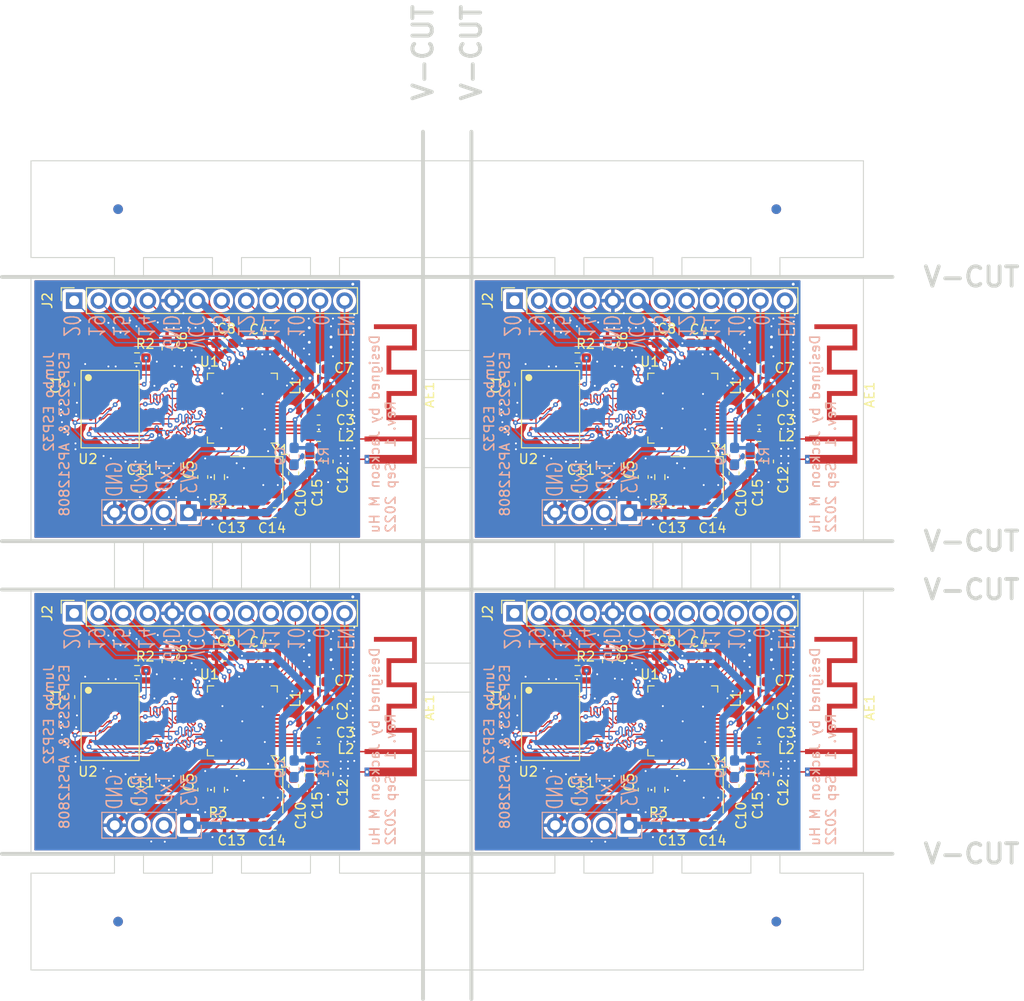
<source format=kicad_pcb>
(kicad_pcb (version 20211014) (generator pcbnew)
  (layers (0 "F.Cu" signal) (31 "B.Cu" signal) (34 "B.Paste" user) (35 "F.Paste" user) (36 "B.SilkS" user "B.Silkscreen") (37 "F.SilkS" user "F.Silkscreen") (38 "B.Mask" user) (39 "F.Mask" user) (44 "Edge.Cuts" user))
  (net 0 "")
  (net 1 "Board_0-+3.3V")
  (net 2 "Board_0-EN")
  (net 3 "Board_0-GND")
  (net 4 "Board_0-GPIO0")
  (net 5 "Board_0-GPIO10")
  (net 6 "Board_0-GPIO11")
  (net 7 "Board_0-GPIO12")
  (net 8 "Board_0-GPIO13")
  (net 9 "Board_0-GPIO14")
  (net 10 "Board_0-GPIO15")
  (net 11 "Board_0-GPIO19")
  (net 12 "Board_0-GPIO20")
  (net 13 "Board_0-Net-(AE1-Pad1)")
  (net 14 "Board_0-Net-(R2-Pad1)")
  (net 15 "Board_0-Net-(R3-Pad2)")
  (net 16 "Board_0-RF")
  (net 17 "Board_0-RxD")
  (net 18 "Board_0-SPICLK")
  (net 19 "Board_0-SPICS1")
  (net 20 "Board_0-SPID")
  (net 21 "Board_0-SPIHD")
  (net 22 "Board_0-SPIQ")
  (net 23 "Board_0-SPIWP")
  (net 24 "Board_0-SPI_DQS")
  (net 25 "Board_0-SPI_IO4")
  (net 26 "Board_0-SPI_IO5")
  (net 27 "Board_0-SPI_IO6")
  (net 28 "Board_0-SPI_IO7")
  (net 29 "Board_0-TxD")
  (net 30 "Board_0-VDD3P3")
  (net 31 "Board_0-VDD_SPI")
  (net 32 "Board_0-XTAL_N")
  (net 33 "Board_0-XTAL_P")
  (net 34 "Board_0-unconnected-(U1-Pad10)")
  (net 35 "Board_0-unconnected-(U1-Pad11)")
  (net 36 "Board_0-unconnected-(U1-Pad12)")
  (net 37 "Board_0-unconnected-(U1-Pad13)")
  (net 38 "Board_0-unconnected-(U1-Pad14)")
  (net 39 "Board_0-unconnected-(U1-Pad22)")
  (net 40 "Board_0-unconnected-(U1-Pad23)")
  (net 41 "Board_0-unconnected-(U1-Pad24)")
  (net 42 "Board_0-unconnected-(U1-Pad27)")
  (net 43 "Board_0-unconnected-(U1-Pad32)")
  (net 44 "Board_0-unconnected-(U1-Pad36)")
  (net 45 "Board_0-unconnected-(U1-Pad37)")
  (net 46 "Board_0-unconnected-(U1-Pad43)")
  (net 47 "Board_0-unconnected-(U1-Pad44)")
  (net 48 "Board_0-unconnected-(U1-Pad45)")
  (net 49 "Board_0-unconnected-(U1-Pad47)")
  (net 50 "Board_0-unconnected-(U1-Pad48)")
  (net 51 "Board_0-unconnected-(U1-Pad51)")
  (net 52 "Board_0-unconnected-(U1-Pad52)")
  (net 53 "Board_0-unconnected-(U1-Pad6)")
  (net 54 "Board_0-unconnected-(U1-Pad7)")
  (net 55 "Board_0-unconnected-(U1-Pad8)")
  (net 56 "Board_0-unconnected-(U1-Pad9)")
  (net 57 "Board_0-unconnected-(U2-PadA2)")
  (net 58 "Board_0-unconnected-(U2-PadA5)")
  (net 59 "Board_0-unconnected-(U2-PadB1)")
  (net 60 "Board_0-unconnected-(U2-PadB5)")
  (net 61 "Board_0-unconnected-(U2-PadC2)")
  (net 62 "Board_0-unconnected-(U2-PadC5)")
  (net 63 "Board_1-+3.3V")
  (net 64 "Board_1-EN")
  (net 65 "Board_1-GND")
  (net 66 "Board_1-GPIO0")
  (net 67 "Board_1-GPIO10")
  (net 68 "Board_1-GPIO11")
  (net 69 "Board_1-GPIO12")
  (net 70 "Board_1-GPIO13")
  (net 71 "Board_1-GPIO14")
  (net 72 "Board_1-GPIO15")
  (net 73 "Board_1-GPIO19")
  (net 74 "Board_1-GPIO20")
  (net 75 "Board_1-Net-(AE1-Pad1)")
  (net 76 "Board_1-Net-(R2-Pad1)")
  (net 77 "Board_1-Net-(R3-Pad2)")
  (net 78 "Board_1-RF")
  (net 79 "Board_1-RxD")
  (net 80 "Board_1-SPICLK")
  (net 81 "Board_1-SPICS1")
  (net 82 "Board_1-SPID")
  (net 83 "Board_1-SPIHD")
  (net 84 "Board_1-SPIQ")
  (net 85 "Board_1-SPIWP")
  (net 86 "Board_1-SPI_DQS")
  (net 87 "Board_1-SPI_IO4")
  (net 88 "Board_1-SPI_IO5")
  (net 89 "Board_1-SPI_IO6")
  (net 90 "Board_1-SPI_IO7")
  (net 91 "Board_1-TxD")
  (net 92 "Board_1-VDD3P3")
  (net 93 "Board_1-VDD_SPI")
  (net 94 "Board_1-XTAL_N")
  (net 95 "Board_1-XTAL_P")
  (net 96 "Board_1-unconnected-(U1-Pad10)")
  (net 97 "Board_1-unconnected-(U1-Pad11)")
  (net 98 "Board_1-unconnected-(U1-Pad12)")
  (net 99 "Board_1-unconnected-(U1-Pad13)")
  (net 100 "Board_1-unconnected-(U1-Pad14)")
  (net 101 "Board_1-unconnected-(U1-Pad22)")
  (net 102 "Board_1-unconnected-(U1-Pad23)")
  (net 103 "Board_1-unconnected-(U1-Pad24)")
  (net 104 "Board_1-unconnected-(U1-Pad27)")
  (net 105 "Board_1-unconnected-(U1-Pad32)")
  (net 106 "Board_1-unconnected-(U1-Pad36)")
  (net 107 "Board_1-unconnected-(U1-Pad37)")
  (net 108 "Board_1-unconnected-(U1-Pad43)")
  (net 109 "Board_1-unconnected-(U1-Pad44)")
  (net 110 "Board_1-unconnected-(U1-Pad45)")
  (net 111 "Board_1-unconnected-(U1-Pad47)")
  (net 112 "Board_1-unconnected-(U1-Pad48)")
  (net 113 "Board_1-unconnected-(U1-Pad51)")
  (net 114 "Board_1-unconnected-(U1-Pad52)")
  (net 115 "Board_1-unconnected-(U1-Pad6)")
  (net 116 "Board_1-unconnected-(U1-Pad7)")
  (net 117 "Board_1-unconnected-(U1-Pad8)")
  (net 118 "Board_1-unconnected-(U1-Pad9)")
  (net 119 "Board_1-unconnected-(U2-PadA2)")
  (net 120 "Board_1-unconnected-(U2-PadA5)")
  (net 121 "Board_1-unconnected-(U2-PadB1)")
  (net 122 "Board_1-unconnected-(U2-PadB5)")
  (net 123 "Board_1-unconnected-(U2-PadC2)")
  (net 124 "Board_1-unconnected-(U2-PadC5)")
  (net 125 "Board_2-+3.3V")
  (net 126 "Board_2-EN")
  (net 127 "Board_2-GND")
  (net 128 "Board_2-GPIO0")
  (net 129 "Board_2-GPIO10")
  (net 130 "Board_2-GPIO11")
  (net 131 "Board_2-GPIO12")
  (net 132 "Board_2-GPIO13")
  (net 133 "Board_2-GPIO14")
  (net 134 "Board_2-GPIO15")
  (net 135 "Board_2-GPIO19")
  (net 136 "Board_2-GPIO20")
  (net 137 "Board_2-Net-(AE1-Pad1)")
  (net 138 "Board_2-Net-(R2-Pad1)")
  (net 139 "Board_2-Net-(R3-Pad2)")
  (net 140 "Board_2-RF")
  (net 141 "Board_2-RxD")
  (net 142 "Board_2-SPICLK")
  (net 143 "Board_2-SPICS1")
  (net 144 "Board_2-SPID")
  (net 145 "Board_2-SPIHD")
  (net 146 "Board_2-SPIQ")
  (net 147 "Board_2-SPIWP")
  (net 148 "Board_2-SPI_DQS")
  (net 149 "Board_2-SPI_IO4")
  (net 150 "Board_2-SPI_IO5")
  (net 151 "Board_2-SPI_IO6")
  (net 152 "Board_2-SPI_IO7")
  (net 153 "Board_2-TxD")
  (net 154 "Board_2-VDD3P3")
  (net 155 "Board_2-VDD_SPI")
  (net 156 "Board_2-XTAL_N")
  (net 157 "Board_2-XTAL_P")
  (net 158 "Board_2-unconnected-(U1-Pad10)")
  (net 159 "Board_2-unconnected-(U1-Pad11)")
  (net 160 "Board_2-unconnected-(U1-Pad12)")
  (net 161 "Board_2-unconnected-(U1-Pad13)")
  (net 162 "Board_2-unconnected-(U1-Pad14)")
  (net 163 "Board_2-unconnected-(U1-Pad22)")
  (net 164 "Board_2-unconnected-(U1-Pad23)")
  (net 165 "Board_2-unconnected-(U1-Pad24)")
  (net 166 "Board_2-unconnected-(U1-Pad27)")
  (net 167 "Board_2-unconnected-(U1-Pad32)")
  (net 168 "Board_2-unconnected-(U1-Pad36)")
  (net 169 "Board_2-unconnected-(U1-Pad37)")
  (net 170 "Board_2-unconnected-(U1-Pad43)")
  (net 171 "Board_2-unconnected-(U1-Pad44)")
  (net 172 "Board_2-unconnected-(U1-Pad45)")
  (net 173 "Board_2-unconnected-(U1-Pad47)")
  (net 174 "Board_2-unconnected-(U1-Pad48)")
  (net 175 "Board_2-unconnected-(U1-Pad51)")
  (net 176 "Board_2-unconnected-(U1-Pad52)")
  (net 177 "Board_2-unconnected-(U1-Pad6)")
  (net 178 "Board_2-unconnected-(U1-Pad7)")
  (net 179 "Board_2-unconnected-(U1-Pad8)")
  (net 180 "Board_2-unconnected-(U1-Pad9)")
  (net 181 "Board_2-unconnected-(U2-PadA2)")
  (net 182 "Board_2-unconnected-(U2-PadA5)")
  (net 183 "Board_2-unconnected-(U2-PadB1)")
  (net 184 "Board_2-unconnected-(U2-PadB5)")
  (net 185 "Board_2-unconnected-(U2-PadC2)")
  (net 186 "Board_2-unconnected-(U2-PadC5)")
  (net 187 "Board_3-+3.3V")
  (net 188 "Board_3-EN")
  (net 189 "Board_3-GND")
  (net 190 "Board_3-GPIO0")
  (net 191 "Board_3-GPIO10")
  (net 192 "Board_3-GPIO11")
  (net 193 "Board_3-GPIO12")
  (net 194 "Board_3-GPIO13")
  (net 195 "Board_3-GPIO14")
  (net 196 "Board_3-GPIO15")
  (net 197 "Board_3-GPIO19")
  (net 198 "Board_3-GPIO20")
  (net 199 "Board_3-Net-(AE1-Pad1)")
  (net 200 "Board_3-Net-(R2-Pad1)")
  (net 201 "Board_3-Net-(R3-Pad2)")
  (net 202 "Board_3-RF")
  (net 203 "Board_3-RxD")
  (net 204 "Board_3-SPICLK")
  (net 205 "Board_3-SPICS1")
  (net 206 "Board_3-SPID")
  (net 207 "Board_3-SPIHD")
  (net 208 "Board_3-SPIQ")
  (net 209 "Board_3-SPIWP")
  (net 210 "Board_3-SPI_DQS")
  (net 211 "Board_3-SPI_IO4")
  (net 212 "Board_3-SPI_IO5")
  (net 213 "Board_3-SPI_IO6")
  (net 214 "Board_3-SPI_IO7")
  (net 215 "Board_3-TxD")
  (net 216 "Board_3-VDD3P3")
  (net 217 "Board_3-VDD_SPI")
  (net 218 "Board_3-XTAL_N")
  (net 219 "Board_3-XTAL_P")
  (net 220 "Board_3-unconnected-(U1-Pad10)")
  (net 221 "Board_3-unconnected-(U1-Pad11)")
  (net 222 "Board_3-unconnected-(U1-Pad12)")
  (net 223 "Board_3-unconnected-(U1-Pad13)")
  (net 224 "Board_3-unconnected-(U1-Pad14)")
  (net 225 "Board_3-unconnected-(U1-Pad22)")
  (net 226 "Board_3-unconnected-(U1-Pad23)")
  (net 227 "Board_3-unconnected-(U1-Pad24)")
  (net 228 "Board_3-unconnected-(U1-Pad27)")
  (net 229 "Board_3-unconnected-(U1-Pad32)")
  (net 230 "Board_3-unconnected-(U1-Pad36)")
  (net 231 "Board_3-unconnected-(U1-Pad37)")
  (net 232 "Board_3-unconnected-(U1-Pad43)")
  (net 233 "Board_3-unconnected-(U1-Pad44)")
  (net 234 "Board_3-unconnected-(U1-Pad45)")
  (net 235 "Board_3-unconnected-(U1-Pad47)")
  (net 236 "Board_3-unconnected-(U1-Pad48)")
  (net 237 "Board_3-unconnected-(U1-Pad51)")
  (net 238 "Board_3-unconnected-(U1-Pad52)")
  (net 239 "Board_3-unconnected-(U1-Pad6)")
  (net 240 "Board_3-unconnected-(U1-Pad7)")
  (net 241 "Board_3-unconnected-(U1-Pad8)")
  (net 242 "Board_3-unconnected-(U1-Pad9)")
  (net 243 "Board_3-unconnected-(U2-PadA2)")
  (net 244 "Board_3-unconnected-(U2-PadA5)")
  (net 245 "Board_3-unconnected-(U2-PadB1)")
  (net 246 "Board_3-unconnected-(U2-PadB5)")
  (net 247 "Board_3-unconnected-(U2-PadC2)")
  (net 248 "Board_3-unconnected-(U2-PadC5)")
  (footprint "Capacitor_SMD:C_0603_1608Metric_Pad1.08x0.95mm_HandSolder" (layer "F.Cu") (at 42.14 47.29 90)
    (fp_text reference "C10")
    (fp_text value "10nF")
  )
  (footprint "Package_DFN_QFN:QFN-56-1EP_7x7mm_P0.4mm_EP5.6x5.6mm" (layer "F.Cu") (at 82.34 72.86 180)
    (fp_text reference "U1")
    (fp_text value "ESP32-S3")
  )
  (footprint "Jackco:MINIBGA-24L" (layer "F.Cu") (at 68.68 40.66)
    (fp_text reference "U2")
    (fp_text value "APS12808L-3OBM-BA")
  )
  (footprint "Capacitor_SMD:C_0603_1608Metric_Pad1.08x0.95mm_HandSolder" (layer "F.Cu") (at 38.53 66.15)
    (fp_text reference "C4")
    (fp_text value "0.1uF")
  )
  (footprint "Resistor_SMD:R_0603_1608Metric_Pad0.98x0.95mm_HandSolder" (layer "F.Cu") (at 34.47 79.98 90)
    (fp_text reference "R3")
    (fp_text value "499R")
  )
  (footprint "Capacitor_SMD:C_0603_1608Metric_Pad1.08x0.95mm_HandSolder" (layer "F.Cu") (at 78.25 79.97 -90)
    (fp_text reference "C5")
    (fp_text value "0.1uF")
  )
  (footprint "Package_DFN_QFN:QFN-56-1EP_7x7mm_P0.4mm_EP5.6x5.6mm" (layer "F.Cu") (at 36.84 72.86 180)
    (fp_text reference "U1")
    (fp_text value "ESP32-S3")
  )
  (footprint "Capacitor_SMD:C_0603_1608Metric_Pad1.08x0.95mm_HandSolder" (layer "F.Cu") (at 35.86 83.6)
    (fp_text reference "C13")
    (fp_text value "NC")
  )
  (footprint "Inductor_SMD:L_0603_1608Metric_Pad1.05x0.95mm_HandSolder" (layer "F.Cu") (at 44.74 75.78)
    (fp_text reference "L2")
    (fp_text value "TBD")
  )
  (footprint "Capacitor_SMD:C_0603_1608Metric_Pad1.08x0.95mm_HandSolder" (layer "F.Cu") (at 42.14 79.59 90)
    (fp_text reference "C10")
    (fp_text value "10nF")
  )
  (footprint "Capacitor_SMD:C_0603_1608Metric_Pad1.08x0.95mm_HandSolder" (layer "F.Cu") (at 80.53 33.86)
    (fp_text reference "C8")
    (fp_text value "1uF")
  )
  (footprint "NPTH" (layer "F.Cu") (at 96 93.6)
    (fp_text reference "REF**" hide)
    (fp_text value "NPTH" hide)
  )
  (footprint "Jackco:MINIBGA-24L" (layer "F.Cu") (at 23.18 40.66)
    (fp_text reference "U2")
    (fp_text value "APS12808L-3OBM-BA")
  )
  (footprint "Capacitor_SMD:C_0603_1608Metric_Pad1.08x0.95mm_HandSolder" (layer "F.Cu") (at 89.29 46.1425 90)
    (fp_text reference "C15")
    (fp_text value "TBD")
  )
  (footprint "Capacitor_SMD:C_0603_1608Metric_Pad1.08x0.95mm_HandSolder" (layer "F.Cu") (at 38.53 33.85)
    (fp_text reference "C4")
    (fp_text value "0.1uF")
  )
  (footprint "Capacitor_SMD:C_0603_1608Metric_Pad1.08x0.95mm_HandSolder" (layer "F.Cu") (at 44.72 74.09)
    (fp_text reference "C3")
    (fp_text value "0.1uF")
  )
  (footprint "Capacitor_SMD:C_0603_1608Metric_Pad1.08x0.95mm_HandSolder" (layer "F.Cu") (at 74.56 66.71 90)
    (fp_text reference "C6")
    (fp_text value "1uF")
  )
  (footprint "Capacitor_SMD:C_0603_1608Metric_Pad1.08x0.95mm_HandSolder" (layer "F.Cu") (at 32.75 47.67 -90)
    (fp_text reference "C5")
    (fp_text value "0.1uF")
  )
  (footprint "Resistor_SMD:R_0603_1608Metric_Pad0.98x0.95mm_HandSolder" (layer "F.Cu") (at 34.47 47.68 90)
    (fp_text reference "R3")
    (fp_text value "499R")
  )
  (footprint "Crystal:Crystal_SMD_3225-4Pin_3.2x2.5mm_HandSoldering" (layer "F.Cu") (at 38.32 47.82 180)
    (fp_text reference "Y1")
    (fp_text value "40MHz 10ppm")
  )
  (footprint "Capacitor_SMD:C_0603_1608Metric_Pad1.08x0.95mm_HandSolder" (layer "F.Cu") (at 35.03 33.86)
    (fp_text reference "C8")
    (fp_text value "1uF")
  )
  (footprint "Inductor_SMD:L_0603_1608Metric_Pad1.05x0.95mm_HandSolder" (layer "F.Cu") (at 89.28 39.24 -90)
    (fp_text reference "L1")
    (fp_text value "2.0nH")
  )
  (footprint "Capacitor_SMD:C_0603_1608Metric_Pad1.08x0.95mm_HandSolder" (layer "F.Cu") (at 25.85 80.84 180)
    (fp_text reference "C11")
    (fp_text value "10uF")
  )
  (footprint "Capacitor_SMD:C_0603_1608Metric_Pad1.08x0.95mm_HandSolder" (layer "F.Cu") (at 91.2 78.36 -90)
    (fp_text reference "C12")
    (fp_text value "TBD")
  )
  (footprint "Inductor_SMD:L_0603_1608Metric_Pad1.05x0.95mm_HandSolder" (layer "F.Cu") (at 90.24 75.78)
    (fp_text reference "L2")
    (fp_text value "TBD")
  )
  (footprint "Capacitor_SMD:C_0603_1608Metric_Pad1.08x0.95mm_HandSolder" (layer "F.Cu") (at 90.22 74.09)
    (fp_text reference "C3")
    (fp_text value "0.1uF")
  )
  (footprint "Capacitor_SMD:C_0603_1608Metric_Pad1.08x0.95mm_HandSolder" (layer "F.Cu") (at 35.86 51.3)
    (fp_text reference "C13")
    (fp_text value "NC")
  )
  (footprint "RF_Antenna:Texas_SWRA117D_2.4GHz_Left" (layer "F.Cu") (at 49.72 76.04 -90)
    (fp_text reference "AE1")
    (fp_text value "ANT")
  )
  (footprint "Inductor_SMD:L_0603_1608Metric_Pad1.05x0.95mm_HandSolder" (layer "F.Cu") (at 43.78 71.54 -90)
    (fp_text reference "L1")
    (fp_text value "2.0nH")
  )
  (footprint "Crystal:Crystal_SMD_3225-4Pin_3.2x2.5mm_HandSoldering" (layer "F.Cu") (at 38.32 80.12 180)
    (fp_text reference "Y1")
    (fp_text value "40MHz 10ppm")
  )
  (footprint "Capacitor_SMD:C_0603_1608Metric_Pad1.08x0.95mm_HandSolder" (layer "F.Cu") (at 78.25 47.67 -90)
    (fp_text reference "C5")
    (fp_text value "0.1uF")
  )
  (footprint "RF_Antenna:Texas_SWRA117D_2.4GHz_Left" (layer "F.Cu") (at 95.22 43.74 -90)
    (fp_text reference "AE1")
    (fp_text value "ANT")
  )
  (footprint "Capacitor_SMD:C_0603_1608Metric_Pad1.08x0.95mm_HandSolder" (layer "F.Cu") (at 43.79 78.4425 90)
    (fp_text reference "C15")
    (fp_text value "TBD")
  )
  (footprint "Capacitor_SMD:C_0603_1608Metric_Pad1.08x0.95mm_HandSolder" (layer "F.Cu") (at 29.06 34.41 90)
    (fp_text reference "C6")
    (fp_text value "1uF")
  )
  (footprint "RF_Antenna:Texas_SWRA117D_2.4GHz_Left" (layer "F.Cu") (at 95.22 76.04 -90)
    (fp_text reference "AE1")
    (fp_text value "ANT")
  )
  (footprint "Capacitor_SMD:C_0603_1608Metric_Pad1.08x0.95mm_HandSolder" (layer "F.Cu") (at 90.18 36.52)
    (fp_text reference "C7")
    (fp_text value "1uF")
  )
  (footprint "Capacitor_SMD:C_0603_1608Metric_Pad1.08x0.95mm_HandSolder" (layer "F.Cu") (at 29.06 66.71 90)
    (fp_text reference "C6")
    (fp_text value "1uF")
  )
  (footprint "Inductor_SMD:L_0603_1608Metric_Pad1.05x0.95mm_HandSolder" (layer "F.Cu") (at 43.78 39.24 -90)
    (fp_text reference "L1")
    (fp_text value "2.0nH")
  )
  (footprint "Capacitor_SMD:C_0603_1608Metric_Pad1.08x0.95mm_HandSolder" (layer "F.Cu") (at 40.18 51.35)
    (fp_text reference "C14")
    (fp_text value "NC")
  )
  (footprint "Resistor_SMD:R_0603_1608Metric_Pad0.98x0.95mm_HandSolder" (layer "F.Cu") (at 25.96 35.37 180)
    (fp_text reference "R2")
    (fp_text value "10k")
  )
  (footprint "Capacitor_SMD:C_0603_1608Metric_Pad1.08x0.95mm_HandSolder" (layer "F.Cu") (at 90.18 68.82)
    (fp_text reference "C7")
    (fp_text value "1uF")
  )
  (footprint "Capacitor_SMD:C_0603_1608Metric_Pad1.08x0.95mm_HandSolder" (layer "F.Cu") (at 89.29 78.4425 90)
    (fp_text reference "C15")
    (fp_text value "TBD")
  )
  (footprint "Connector_PinSocket_2.54mm:PinSocket_1x12_P2.54mm_Vertical" (layer "F.Cu") (at 64.96 61.75 90)
    (fp_text reference "J2")
    (fp_text value "GPIO")
  )
  (footprint "Capacitor_SMD:C_0603_1608Metric_Pad1.08x0.95mm_HandSolder" (layer "F.Cu") (at 85.68 51.35)
    (fp_text reference "C14")
    (fp_text value "NC")
  )
  (footprint "Fiducial" (layer "F.Cu") (at 92 20)
    (fp_text reference "REF**" hide)
    (fp_text value "Fiducial" hide)
  )
  (footprint "Capacitor_SMD:C_0603_1608Metric_Pad1.08x0.95mm_HandSolder" (layer "F.Cu") (at 44.68 68.82)
    (fp_text reference "C7")
    (fp_text value "1uF")
  )
  (footprint "Capacitor_SMD:C_0603_1608Metric_Pad1.08x0.95mm_HandSolder" (layer "F.Cu") (at 81.36 83.6)
    (fp_text reference "C13")
    (fp_text value "NC")
  )
  (footprint "Capacitor_SMD:C_0603_1608Metric_Pad1.08x0.95mm_HandSolder" (layer "F.Cu") (at 43.79 46.1425 90)
    (fp_text reference "C15")
    (fp_text value "TBD")
  )
  (footprint "Resistor_SMD:R_0603_1608Metric_Pad0.98x0.95mm_HandSolder" (layer "F.Cu") (at 25.96 67.67 180)
    (fp_text reference "R2")
    (fp_text value "10k")
  )
  (footprint "NPTH" (layer "F.Cu") (at 20 93.6)
    (fp_text reference "REF**" hide)
    (fp_text value "NPTH" hide)
  )
  (footprint "Resistor_SMD:R_0603_1608Metric_Pad0.98x0.95mm_HandSolder" (layer "F.Cu") (at 71.46 67.67 180)
    (fp_text reference "R2")
    (fp_text value "10k")
  )
  (footprint "Capacitor_SMD:C_0603_1608Metric_Pad1.08x0.95mm_HandSolder" (layer "F.Cu") (at 44.72 41.79)
    (fp_text reference "C3")
    (fp_text value "0.1uF")
  )
  (footprint "NPTH" (layer "F.Cu") (at 20 20)
    (fp_text reference "REF**" hide)
    (fp_text value "NPTH" hide)
  )
  (footprint "Connector_PinSocket_2.54mm:PinSocket_1x12_P2.54mm_Vertical" (layer "F.Cu") (at 19.46 61.75 90)
    (fp_text reference "J2")
    (fp_text value "GPIO")
  )
  (footprint "Capacitor_SMD:C_0603_1608Metric_Pad1.08x0.95mm_HandSolder" (layer "F.Cu") (at 19.01 38.1 90)
    (fp_text reference "C1")
    (fp_text value "0.1uF")
  )
  (footprint "Crystal:Crystal_SMD_3225-4Pin_3.2x2.5mm_HandSoldering" (layer "F.Cu") (at 83.82 47.82 180)
    (fp_text reference "Y1")
    (fp_text value "40MHz 10ppm")
  )
  (footprint "Capacitor_SMD:C_0603_1608Metric_Pad1.08x0.95mm_HandSolder" (layer "F.Cu") (at 91.2 46.06 -90)
    (fp_text reference "C12")
    (fp_text value "TBD")
  )
  (footprint "Fiducial" (layer "F.Cu") (at 92 93.6)
    (fp_text reference "REF**" hide)
    (fp_text value "Fiducial" hide)
  )
  (footprint "Capacitor_SMD:C_0603_1608Metric_Pad1.08x0.95mm_HandSolder" (layer "F.Cu") (at 64.51 38.1 90)
    (fp_text reference "C1")
    (fp_text value "0.1uF")
  )
  (footprint "Capacitor_SMD:C_0603_1608Metric_Pad1.08x0.95mm_HandSolder" (layer "F.Cu") (at 85.68 83.65)
    (fp_text reference "C14")
    (fp_text value "NC")
  )
  (footprint "Capacitor_SMD:C_0603_1608Metric_Pad1.08x0.95mm_HandSolder" (layer "F.Cu") (at 19.01 70.4 90)
    (fp_text reference "C1")
    (fp_text value "0.1uF")
  )
  (footprint "Capacitor_SMD:C_0603_1608Metric_Pad1.08x0.95mm_HandSolder" (layer "F.Cu") (at 64.51 70.4 90)
    (fp_text reference "C1")
    (fp_text value "0.1uF")
  )
  (footprint "Capacitor_SMD:C_0603_1608Metric_Pad1.08x0.95mm_HandSolder" (layer "F.Cu") (at 84.03 66.15)
    (fp_text reference "C4")
    (fp_text value "0.1uF")
  )
  (footprint "Capacitor_SMD:C_0603_1608Metric_Pad1.08x0.95mm_HandSolder" (layer "F.Cu") (at 45.7 78.36 -90)
    (fp_text reference "C12")
    (fp_text value "TBD")
  )
  (footprint "Capacitor_SMD:C_0603_1608Metric_Pad1.08x0.95mm_HandSolder" (layer "F.Cu") (at 80.53 66.16)
    (fp_text reference "C8")
    (fp_text value "1uF")
  )
  (footprint "Capacitor_SMD:C_0603_1608Metric_Pad1.08x0.95mm_HandSolder" (layer "F.Cu") (at 91.13 71.54 90)
    (fp_text reference "C2")
    (fp_text value "0.1uF")
  )
  (footprint "Capacitor_SMD:C_0603_1608Metric_Pad1.08x0.95mm_HandSolder" (layer "F.Cu") (at 90.22 41.79)
    (fp_text reference "C3")
    (fp_text value "0.1uF")
  )
  (footprint "Package_DFN_QFN:QFN-56-1EP_7x7mm_P0.4mm_EP5.6x5.6mm" (layer "F.Cu") (at 82.34 40.56 180)
    (fp_text reference "U1")
    (fp_text value "ESP32-S3")
  )
  (footprint "Capacitor_SMD:C_0603_1608Metric_Pad1.08x0.95mm_HandSolder" (layer "F.Cu") (at 87.64 47.29 90)
    (fp_text reference "C10")
    (fp_text value "10nF")
  )
  (footprint "Capacitor_SMD:C_0603_1608Metric_Pad1.08x0.95mm_HandSolder" (layer "F.Cu") (at 74.56 34.41 90)
    (fp_text reference "C6")
    (fp_text value "1uF")
  )
  (footprint "Capacitor_SMD:C_0603_1608Metric_Pad1.08x0.95mm_HandSolder" (layer "F.Cu") (at 25.85 48.54 180)
    (fp_text reference "C11")
    (fp_text value "10uF")
  )
  (footprint "Inductor_SMD:L_0603_1608Metric_Pad1.05x0.95mm_HandSolder" (layer "F.Cu") (at 89.28 71.54 -90)
    (fp_text reference "L1")
    (fp_text value "2.0nH")
  )
  (footprint "Inductor_SMD:L_0603_1608Metric_Pad1.05x0.95mm_HandSolder" (layer "F.Cu") (at 44.74 43.48)
    (fp_text reference "L2")
    (fp_text value "TBD")
  )
  (footprint "Resistor_SMD:R_0603_1608Metric_Pad0.98x0.95mm_HandSolder" (layer "F.Cu") (at 79.97 79.98 90)
    (fp_text reference "R3")
    (fp_text value "499R")
  )
  (footprint "Crystal:Crystal_SMD_3225-4Pin_3.2x2.5mm_HandSoldering" (layer "F.Cu") (at 83.82 80.12 180)
    (fp_text reference "Y1")
    (fp_text value "40MHz 10ppm")
  )
  (footprint "Jackco:MINIBGA-24L" (layer "F.Cu") (at 23.18 72.96)
    (fp_text reference "U2")
    (fp_text value "APS12808L-3OBM-BA")
  )
  (footprint "Capacitor_SMD:C_0603_1608Metric_Pad1.08x0.95mm_HandSolder" (layer "F.Cu") (at 45.7 46.06 -90)
    (fp_text reference "C12")
    (fp_text value "TBD")
  )
  (footprint "Connector_PinSocket_2.54mm:PinSocket_1x12_P2.54mm_Vertical" (layer "F.Cu") (at 19.46 29.45 90)
    (fp_text reference "J2")
    (fp_text value "GPIO")
  )
  (footprint "Capacitor_SMD:C_0603_1608Metric_Pad1.08x0.95mm_HandSolder" (layer "F.Cu") (at 81.36 51.3)
    (fp_text reference "C13")
    (fp_text value "NC")
  )
  (footprint "Capacitor_SMD:C_0603_1608Metric_Pad1.08x0.95mm_HandSolder" (layer "F.Cu") (at 32.75 79.97 -90)
    (fp_text reference "C5")
    (fp_text value "0.1uF")
  )
  (footprint "Capacitor_SMD:C_0603_1608Metric_Pad1.08x0.95mm_HandSolder" (layer "F.Cu") (at 84.03 33.85)
    (fp_text reference "C4")
    (fp_text value "0.1uF")
  )
  (footprint "Fiducial" (layer "F.Cu") (at 24 93.6)
    (fp_text reference "REF**" hide)
    (fp_text value "Fiducial" hide)
  )
  (footprint "Capacitor_SMD:C_0603_1608Metric_Pad1.08x0.95mm_HandSolder" (layer "F.Cu") (at 91.13 39.24 90)
    (fp_text reference "C2")
    (fp_text value "0.1uF")
  )
  (footprint "Fiducial" (layer "F.Cu") (at 24 20)
    (fp_text reference "REF**" hide)
    (fp_text value "Fiducial" hide)
  )
  (footprint "Capacitor_SMD:C_0603_1608Metric_Pad1.08x0.95mm_HandSolder" (layer "F.Cu") (at 71.35 80.84 180)
    (fp_text reference "C11")
    (fp_text value "10uF")
  )
  (footprint "NPTH" (layer "F.Cu") (at 96 20)
    (fp_text reference "REF**" hide)
    (fp_text value "NPTH" hide)
  )
  (footprint "Capacitor_SMD:C_0603_1608Metric_Pad1.08x0.95mm_HandSolder" (layer "F.Cu") (at 35.03 66.16)
    (fp_text reference "C8")
    (fp_text value "1uF")
  )
  (footprint "Capacitor_SMD:C_0603_1608Metric_Pad1.08x0.95mm_HandSolder" (layer "F.Cu") (at 45.63 39.24 90)
    (fp_text reference "C2")
    (fp_text value "0.1uF")
  )
  (footprint "Capacitor_SMD:C_0603_1608Metric_Pad1.08x0.95mm_HandSolder" (layer "F.Cu") (at 45.63 71.54 90)
    (fp_text reference "C2")
    (fp_text value "0.1uF")
  )
  (footprint "Connector_PinSocket_2.54mm:PinSocket_1x12_P2.54mm_Vertical" (layer "F.Cu") (at 64.96 29.45 90)
    (fp_text reference "J2")
    (fp_text value "GPIO")
  )
  (footprint "Jackco:MINIBGA-24L" (layer "F.Cu") (at 68.68 72.96)
    (fp_text reference "U2")
    (fp_text value "APS12808L-3OBM-BA")
  )
  (footprint "Capacitor_SMD:C_0603_1608Metric_Pad1.08x0.95mm_HandSolder" (layer "F.Cu") (at 71.35 48.54 180)
    (fp_text reference "C11")
    (fp_text value "10uF")
  )
  (footprint "Capacitor_SMD:C_0603_1608Metric_Pad1.08x0.95mm_HandSolder" (layer "F.Cu") (at 40.18 83.65)
    (fp_text reference "C14")
    (fp_text value "NC")
  )
  (footprint "RF_Antenna:Texas_SWRA117D_2.4GHz_Left" (layer "F.Cu") (at 49.72 43.74 -90)
    (fp_text reference "AE1")
    (fp_text value "ANT")
  )
  (footprint "Capacitor_SMD:C_0603_1608Metric_Pad1.08x0.95mm_HandSolder" (layer "F.Cu") (at 87.64 79.59 90)
    (fp_text reference "C10")
    (fp_text value "10nF")
  )
  (footprint "Package_DFN_QFN:QFN-56-1EP_7x7mm_P0.4mm_EP5.6x5.6mm" (layer "F.Cu") (at 36.84 40.56 180)
    (fp_text reference "U1")
    (fp_text value "ESP32-S3")
  )
  (footprint "Capacitor_SMD:C_0603_1608Metric_Pad1.08x0.95mm_HandSolder" (layer "F.Cu") (at 44.68 36.52)
    (fp_text reference "C7")
    (fp_text value "1uF")
  )
  (footprint "Inductor_SMD:L_0603_1608Metric_Pad1.05x0.95mm_HandSolder" (layer "F.Cu") (at 90.24 43.48)
    (fp_text reference "L2")
    (fp_text value "TBD")
  )
  (footprint "Resistor_SMD:R_0603_1608Metric_Pad0.98x0.95mm_HandSolder" (layer "F.Cu") (at 71.46 35.37 180)
    (fp_text reference "R2")
    (fp_text value "10k")
  )
  (footprint "Resistor_SMD:R_0603_1608Metric_Pad0.98x0.95mm_HandSolder" (layer "F.Cu") (at 79.97 47.68 90)
    (fp_text reference "R3")
    (fp_text value "499R")
  )
  (footprint "Capacitor_SMD:C_0603_1608Metric_Pad1.08x0.95mm_HandSolder" (layer "B.Cu") (at 42.19 77.82 -90)
    (fp_text reference "C9")
    (fp_text value "1uF")
  )
  (footprint "Capacitor_SMD:C_0603_1608Metric_Pad1.08x0.95mm_HandSolder" (layer "B.Cu") (at 87.69 45.52 -90)
    (fp_text reference "C9")
    (fp_text value "1uF")
  )
  (footprint "Fiducial" (layer "B.Cu") (at 92 93.6)
    (fp_text reference "REF**" hide)
    (fp_text value "Fiducial" hide)
  )
  (footprint "Capacitor_SMD:C_0603_1608Metric_Pad1.08x0.95mm_HandSolder" (layer "B.Cu") (at 87.69 77.82 -90)
    (fp_text reference "C9")
    (fp_text value "1uF")
  )
  (footprint "Resistor_SMD:R_0603_1608Metric_Pad0.98x0.95mm_HandSolder" (layer "B.Cu") (at 43.82 77.82 90)
    (fp_text reference "R1")
    (fp_text value "10k")
  )
  (footprint "Fiducial" (layer "B.Cu") (at 24 93.6)
    (fp_text reference "REF**" hide)
    (fp_text value "Fiducial" hide)
  )
  (footprint "Capacitor_SMD:C_0603_1608Metric_Pad1.08x0.95mm_HandSolder" (layer "B.Cu") (at 42.19 45.52 -90)
    (fp_text reference "C9")
    (fp_text value "1uF")
  )
  (footprint "Fiducial" (layer "B.Cu") (at 24 20)
    (fp_text reference "REF**" hide)
    (fp_text value "Fiducial" hide)
  )
  (footprint "Connector_PinHeader_2.54mm:PinHeader_1x04_P2.54mm_Vertical" (layer "B.Cu") (at 31.27 83.65 90)
    (fp_text reference "J1")
    (fp_text value "UART")
  )
  (footprint "Resistor_SMD:R_0603_1608Metric_Pad0.98x0.95mm_HandSolder" (layer "B.Cu") (at 89.32 77.82 90)
    (fp_text reference "R1")
    (fp_text value "10k")
  )
  (footprint "Connector_PinHeader_2.54mm:PinHeader_1x04_P2.54mm_Vertical" (layer "B.Cu") (at 76.77 51.35 90)
    (fp_text reference "J1")
    (fp_text value "UART")
  )
  (footprint "Resistor_SMD:R_0603_1608Metric_Pad0.98x0.95mm_HandSolder" (layer "B.Cu") (at 89.32 45.52 90)
    (fp_text reference "R1")
    (fp_text value "10k")
  )
  (footprint "Fiducial" (layer "B.Cu") (at 92 20)
    (fp_text reference "REF**" hide)
    (fp_text value "Fiducial" hide)
  )
  (footprint "Resistor_SMD:R_0603_1608Metric_Pad0.98x0.95mm_HandSolder" (layer "B.Cu") (at 43.82 45.52 90)
    (fp_text reference "R1")
    (fp_text value "10k")
  )
  (footprint "Connector_PinHeader_2.54mm:PinHeader_1x04_P2.54mm_Vertical" (layer "B.Cu") (at 76.77 83.65 90)
    (fp_text reference "J1")
    (fp_text value "UART")
  )
  (footprint "Connector_PinHeader_2.54mm:PinHeader_1x04_P2.54mm_Vertical" (layer "B.Cu") (at 31.27 51.35 90)
    (fp_text reference "J1")
    (fp_text value "UART")
  )
  (gr_line (start 60.5 76) (end 55.5 76) (layer "Edge.Cuts") (width 0.1))
  (gr_line (start 43.875 88.6) (end 36.75 88.6) (layer "Edge.Cuts") (width 0.1))
  (gr_line (start 101 98.6) (end 101 88.6) (layer "Edge.Cuts") (width 0.1))
  (gr_line (start 60.5 79) (end 60.5 86.6) (layer "Edge.Cuts") (width 0.1))
  (gr_line (start 89.375 54.3) (end 89.375 59.3) (layer "Edge.Cuts") (width 0.1))
  (gr_line (start 36.75 27) (end 36.75 25) (layer "Edge.Cuts") (width 0.1))
  (gr_line (start 72.125 88.6) (end 72.125 86.6) (layer "Edge.Cuts") (width 0.1))
  (gr_line (start 15 86.6) (end 23.625 86.6) (layer "Edge.Cuts") (width 0.1))
  (gr_line (start 33.75 86.6) (end 33.75 88.6) (layer "Edge.Cuts") (width 0.1))
  (gr_line (start 26.625 86.6) (end 33.75 86.6) (layer "Edge.Cuts") (width 0.1))
  (gr_line (start 92.375 54.3) (end 101 54.3) (layer "Edge.Cuts") (width 0.1))
  (gr_line (start 60.5 12) (end 60.5 101.6) (layer "Edge.Cuts") (width 0.4))
  (gr_line (start 46.875 25) (end 69.125 25) (layer "Edge.Cuts") (width 0.1))
  (gr_line (start 12 59.3) (end 104 59.3) (layer "Edge.Cuts") (width 0.4))
  (gr_line (start 43.875 27) (end 36.75 27) (layer "Edge.Cuts") (width 0.1))
  (gr_line (start 55.5 86.6) (end 55.5 79) (layer "Edge.Cuts") (width 0.1))
  (gr_line (start 43.875 59.3) (end 36.75 59.3) (layer "Edge.Cuts") (width 0.1))
  (gr_line (start 23.625 27) (end 15 27) (layer "Edge.Cuts") (width 0.1))
  (gr_line (start 26.625 59.3) (end 26.625 54.3) (layer "Edge.Cuts") (width 0.1))
  (gr_line (start 43.875 25) (end 43.875 27) (layer "Edge.Cuts") (width 0.1))
  (gr_line (start 101 15) (end 15 15) (layer "Edge.Cuts") (width 0.1))
  (gr_line (start 60.5 46.7) (end 60.5 54.3) (layer "Edge.Cuts") (width 0.1))
  (gr_line (start 60.5 86.6) (end 69.125 86.6) (layer "Edge.Cuts") (width 0.1))
  (gr_line (start 101 54.3) (end 101 27) (layer "Edge.Cuts") (width 0.1))
  (gr_line (start 36.75 54.3) (end 43.875 54.3) (layer "Edge.Cuts") (width 0.1))
  (gr_line (start 79.25 59.3) (end 72.125 59.3) (layer "Edge.Cuts") (width 0.1))
  (gr_line (start 82.25 59.3) (end 82.25 54.3) (layer "Edge.Cuts") (width 0.1))
  (gr_line (start 89.375 86.6) (end 89.375 88.6) (layer "Edge.Cuts") (width 0.1))
  (gr_line (start 72.125 27) (end 72.125 25) (layer "Edge.Cuts") (width 0.1))
  (gr_line (start 92.375 27) (end 92.375 25) (layer "Edge.Cuts") (width 0.1))
  (gr_line (start 43.875 54.3) (end 43.875 59.3) (layer "Edge.Cuts") (width 0.1))
  (gr_line (start 46.875 88.6) (end 46.875 86.6) (layer "Edge.Cuts") (width 0.1))
  (gr_line (start 55.5 46.7) (end 60.5 46.7) (layer "Edge.Cuts") (width 0.1))
  (gr_line (start 72.125 59.3) (end 72.125 54.3) (layer "Edge.Cuts") (width 0.1))
  (gr_line (start 101 59.3) (end 92.375 59.3) (layer "Edge.Cuts") (width 0.1))
  (gr_line (start 15 25) (end 23.625 25) (layer "Edge.Cuts") (width 0.1))
  (gr_line (start 69.125 88.6) (end 46.875 88.6) (layer "Edge.Cuts") (width 0.1))
  (gr_line (start 79.25 25) (end 79.25 27) (layer "Edge.Cuts") (width 0.1))
  (gr_line (start 46.875 86.6) (end 55.5 86.6) (layer "Edge.Cuts") (width 0.1))
  (gr_line (start 55.5 34.6) (end 55.5 27) (layer "Edge.Cuts") (width 0.1))
  (gr_line (start 46.875 54.3) (end 55.5 54.3) (layer "Edge.Cuts") (width 0.1))
  (gr_line (start 101 27) (end 92.375 27) (layer "Edge.Cuts") (width 0.1))
  (gr_line (start 58 69.9) (end 60.5 69.9) (layer "Edge.Cuts") (width 0.1))
  (gr_line (start 82.25 88.6) (end 82.25 86.6) (layer "Edge.Cuts") (width 0.1))
  (gr_line (start 33.75 88.6) (end 26.625 88.6) (layer "Edge.Cuts") (width 0.1))
  (gr_line (start 46.875 59.3) (end 46.875 54.3) (layer "Edge.Cuts") (width 0.1))
  (gr_line (start 15 15) (end 15 25) (layer "Edge.Cuts") (width 0.1))
  (gr_line (start 33.75 25) (end 33.75 27) (layer "Edge.Cuts") (width 0.1))
  (gr_line (start 46.875 27) (end 46.875 25) (layer "Edge.Cuts") (width 0.1))
  (gr_line (start 15 88.6) (end 15 98.6) (layer "Edge.Cuts") (width 0.1))
  (gr_line (start 72.125 86.6) (end 79.25 86.6) (layer "Edge.Cuts") (width 0.1))
  (gr_line (start 89.375 59.3) (end 82.25 59.3) (layer "Edge.Cuts") (width 0.1))
  (gr_line (start 82.25 86.6) (end 89.375 86.6) (layer "Edge.Cuts") (width 0.1))
  (gr_line (start 60.5 37.6) (end 60.5 43.7) (layer "Edge.Cuts") (width 0.1))
  (gr_line (start 82.25 54.3) (end 89.375 54.3) (layer "Edge.Cuts") (width 0.1))
  (gr_line (start 60.5 69.9) (end 60.5 76) (layer "Edge.Cuts") (width 0.1))
  (gr_line (start 89.375 25) (end 89.375 27) (layer "Edge.Cuts") (width 0.1))
  (gr_line (start 15 59.3) (end 15 86.6) (layer "Edge.Cuts") (width 0.1))
  (gr_line (start 43.875 86.6) (end 43.875 88.6) (layer "Edge.Cuts") (width 0.1))
  (gr_line (start 82.25 25) (end 89.375 25) (layer "Edge.Cuts") (width 0.1))
  (gr_line (start 60.5 27) (end 60.5 34.6) (layer "Edge.Cuts") (width 0.1))
  (gr_line (start 36.75 88.6) (end 36.75 86.6) (layer "Edge.Cuts") (width 0.1))
  (gr_line (start 92.375 25) (end 101 25) (layer "Edge.Cuts") (width 0.1))
  (gr_line (start 60.5 59.3) (end 60.5 66.9) (layer "Edge.Cuts") (width 0.1))
  (gr_line (start 26.625 27) (end 26.625 25) (layer "Edge.Cuts") (width 0.1))
  (gr_line (start 23.625 54.3) (end 23.625 59.3) (layer "Edge.Cuts") (width 0.1))
  (gr_line (start 33.75 59.3) (end 26.625 59.3) (layer "Edge.Cuts") (width 0.1))
  (gr_line (start 55.5 43.7) (end 55.5 37.6) (layer "Edge.Cuts") (width 0.1))
  (gr_line (start 79.25 27) (end 72.125 27) (layer "Edge.Cuts") (width 0.1))
  (gr_line (start 60.5 34.6) (end 55.5 34.6) (layer "Edge.Cuts") (width 0.1))
  (gr_line (start 55.5 37.6) (end 58 37.6) (layer "Edge.Cuts") (width 0.1))
  (gr_line (start 15 54.3) (end 23.625 54.3) (layer "Edge.Cuts") (width 0.1))
  (gr_line (start 89.375 27) (end 82.25 27) (layer "Edge.Cuts") (width 0.1))
  (gr_line (start 69.125 59.3) (end 60.5 59.3) (layer "Edge.Cuts") (width 0.1))
  (gr_line (start 69.125 27) (end 60.5 27) (layer "Edge.Cuts") (width 0.1))
  (gr_line (start 55.5 79) (end 60.5 79) (layer "Edge.Cuts") (width 0.1))
  (gr_line (start 36.75 59.3) (end 36.75 54.3) (layer "Edge.Cuts") (width 0.1))
  (gr_line (start 36.75 86.6) (end 43.875 86.6) (layer "Edge.Cuts") (width 0.1))
  (gr_line (start 101 25) (end 101 15) (layer "Edge.Cuts") (width 0.1))
  (gr_line (start 101 88.6) (end 92.375 88.6) (layer "Edge.Cuts") (width 0.1))
  (gr_line (start 15 98.6) (end 101 98.6) (layer "Edge.Cuts") (width 0.1))
  (gr_line (start 89.375 88.6) (end 82.25 88.6) (layer "Edge.Cuts") (width 0.1))
  (gr_line (start 55.5 12) (end 55.5 101.6) (layer "Edge.Cuts") (width 0.4))
  (gr_line (start 23.625 59.3) (end 15 59.3) (layer "Edge.Cuts") (width 0.1))
  (gr_line (start 72.125 25) (end 79.25 25) (layer "Edge.Cuts") (width 0.1))
  (gr_line (start 92.375 86.6) (end 101 86.6) (layer "Edge.Cuts") (width 0.1))
  (gr_line (start 58 37.6) (end 60.5 37.6) (layer "Edge.Cuts") (width 0.1))
  (gr_line (start 60.5 43.7) (end 55.5 43.7) (layer "Edge.Cuts") (width 0.1))
  (gr_line (start 92.375 59.3) (end 92.375 54.3) (layer "Edge.Cuts") (width 0.1))
  (gr_line (start 15 27) (end 15 54.3) (layer "Edge.Cuts") (width 0.1))
  (gr_line (start 26.625 54.3) (end 33.75 54.3) (layer "Edge.Cuts") (width 0.1))
  (gr_line (start 23.625 25) (end 23.625 27) (layer "Edge.Cuts") (width 0.1))
  (gr_line (start 33.75 27) (end 26.625 27) (layer "Edge.Cuts") (width 0.1))
  (gr_line (start 79.25 54.3) (end 79.25 59.3) (layer "Edge.Cuts") (width 0.1))
  (gr_line (start 69.125 25) (end 69.125 27) (layer "Edge.Cuts") (width 0.1))
  (gr_line (start 26.625 88.6) (end 26.625 86.6) (layer "Edge.Cuts") (width 0.1))
  (gr_line (start 82.25 27) (end 82.25 25) (layer "Edge.Cuts") (width 0.1))
  (gr_line (start 55.5 59.3) (end 46.875 59.3) (layer "Edge.Cuts") (width 0.1))
  (gr_line (start 69.125 86.6) (end 69.125 88.6) (layer "Edge.Cuts") (width 0.1))
  (gr_line (start 26.625 25) (end 33.75 25) (layer "Edge.Cuts") (width 0.1))
  (gr_line (start 92.375 88.6) (end 92.375 86.6) (layer "Edge.Cuts") (width 0.1))
  (gr_line (start 12 86.6) (end 104 86.6) (layer "Edge.Cuts") (width 0.4))
  (gr_line (start 12 27) (end 104 27) (layer "Edge.Cuts") (width 0.4))
  (gr_line (start 79.25 86.6) (end 79.25 88.6) (layer "Edge.Cuts") (width 0.1))
  (gr_line (start 79.25 88.6) (end 72.125 88.6) (layer "Edge.Cuts") (width 0.1))
  (gr_line (start 23.625 86.6) (end 23.625 88.6) (layer "Edge.Cuts") (width 0.1))
  (gr_line (start 55.5 69.9) (end 58 69.9) (layer "Edge.Cuts") (width 0.1))
  (gr_line (start 12 54.3) (end 104 54.3) (layer "Edge.Cuts") (width 0.4))
  (gr_line (start 69.125 54.3) (end 69.125 59.3) (layer "Edge.Cuts") (width 0.1))
  (gr_line (start 60.5 54.3) (end 69.125 54.3) (layer "Edge.Cuts") (width 0.1))
  (gr_line (start 55.5 54.3) (end 55.5 46.7) (layer "Edge.Cuts") (width 0.1))
  (gr_line (start 36.75 25) (end 43.875 25) (layer "Edge.Cuts") (width 0.1))
  (gr_line (start 60.5 66.9) (end 55.5 66.9) (layer "Edge.Cuts") (width 0.1))
  (gr_line (start 55.5 76) (end 55.5 69.9) (layer "Edge.Cuts") (width 0.1))
  (gr_line (start 33.75 54.3) (end 33.75 59.3) (layer "Edge.Cuts") (width 0.1))
  (gr_line (start 72.125 54.3) (end 79.25 54.3) (layer "Edge.Cuts") (width 0.1))
  (gr_line (start 55.5 66.9) (end 55.5 59.3) (layer "Edge.Cuts") (width 0.1))
  (gr_line (start 55.5 27) (end 46.875 27) (layer "Edge.Cuts") (width 0.1))
  (gr_line (start 23.625 88.6) (end 15 88.6) (layer "Edge.Cuts") (width 0.1))
  (gr_line (start 101 86.6) (end 101 59.3) (layer "Edge.Cuts") (width 0.1))
  (gr_text "EN\n0\n10\n11\n12\n13\nVCC\nGND\n14\n15\n19\n20" (at 78.825 30.8 270) (layer "B.SilkS") (effects (font (size 1.6 1.2) (thickness 0.16)) (justify right mirror)))
  (gr_text "Designed by Jackson M Hu" (at 96 43.225 90) (layer "B.SilkS") (effects (font (size 1 1) (thickness 0.16)) (justify mirror)))
  (gr_text "EN\n0\n10\n11\n12\n13\nVCC\nGND\n14\n15\n19\n20" (at 33.325 30.8 270) (layer "B.SilkS") (effects (font (size 1.6 1.2) (thickness 0.16)) (justify right mirror)))
  (gr_text "Jumbo ESP32\nESP32S3 & APS12808\n" (at 63.15 34.625 90) (layer "B.SilkS") (effects (font (size 1 1) (thickness 0.16)) (justify left mirror)))
  (gr_text "Designed by Jackson M Hu" (at 50.5 43.225 90) (layer "B.SilkS") (effects (font (size 1 1) (thickness 0.16)) (justify mirror)))
  (gr_text "Rev. 1  Sep 2022" (at 97.65 46.625 90) (layer "B.SilkS") (effects (font (size 1 1) (thickness 0.16)) (justify mirror)))
  (gr_text "Designed by Jackson M Hu" (at 50.5 75.525 90) (layer "B.SilkS") (effects (font (size 1 1) (thickness 0.16)) (justify mirror)))
  (gr_text "Rev. 1  Sep 2022" (at 52.15 78.925 90) (layer "B.SilkS") (effects (font (size 1 1) (thickness 0.16)) (justify mirror)))
  (gr_text "Jumbo ESP32\nESP32S3 & APS12808\n" (at 17.65 34.625 90) (layer "B.SilkS") (effects (font (size 1 1) (thickness 0.16)) (justify left mirror)))
  (gr_text "EN\n0\n10\n11\n12\n13\nVCC\nGND\n14\n15\n19\n20" (at 33.325 63.1 270) (layer "B.SilkS") (effects (font (size 1.6 1.2) (thickness 0.16)) (justify right mirror)))
  (gr_text "Jumbo ESP32\nESP32S3 & APS12808\n" (at 17.65 66.925 90) (layer "B.SilkS") (effects (font (size 1 1) (thickness 0.16)) (justify left mirror)))
  (gr_text "GND\nRxD\nTxD\n3V3" (at 27.5 78.275 90) (layer "B.SilkS") (effects (font (size 1.6 1.2) (thickness 0.16)) (justify left mirror)))
  (gr_text "GND\nRxD\nTxD\n3V3" (at 73 78.275 90) (layer "B.SilkS") (effects (font (size 1.6 1.2) (thickness 0.16)) (justify left mirror)))
  (gr_text "Designed by Jackson M Hu" (at 96 75.525 90) (layer "B.SilkS") (effects (font (size 1 1) (thickness 0.16)) (justify mirror)))
  (gr_text "Jumbo ESP32\nESP32S3 & APS12808\n" (at 63.15 66.925 90) (layer "B.SilkS") (effects (font (size 1 1) (thickness 0.16)) (justify left mirror)))
  (gr_text "GND\nRxD\nTxD\n3V3" (at 73 45.975 90) (layer "B.SilkS") (effects (font (size 1.6 1.2) (thickness 0.16)) (justify left mirror)))
  (gr_text "EN\n0\n10\n11\n12\n13\nVCC\nGND\n14\n15\n19\n20" (at 78.825 63.1 270) (layer "B.SilkS") (effects (font (size 1.6 1.2) (thickness 0.16)) (justify right mirror)))
  (gr_text "GND\nRxD\nTxD\n3V3" (at 27.5 45.975 90) (layer "B.SilkS") (effects (font (size 1.6 1.2) (thickness 0.16)) (justify left mirror)))
  (gr_text "Rev. 1  Sep 2022" (at 97.65 78.925 90) (layer "B.SilkS") (effects (font (size 1 1) (thickness 0.16)) (justify mirror)))
  (gr_text "Rev. 1  Sep 2022" (at 52.15 46.625 90) (layer "B.SilkS") (effects (font (size 1 1) (thickness 0.16)) (justify mirror)))
  (gr_text "V-CUT" (at 55.5 9 90) (layer "Edge.Cuts") (effects (font (size 2 2) (thickness 0.4)) (justify left)))
  (gr_text "V-CUT" (at 107 59.3) (layer "Edge.Cuts") (effects (font (size 2 2) (thickness 0.4)) (justify left)))
  (gr_text "V-CUT" (at 60.5 9 90) (layer "Edge.Cuts") (effects (font (size 2 2) (thickness 0.4)) (justify left)))
  (gr_text "V-CUT" (at 107 86.6) (layer "Edge.Cuts") (effects (font (size 2 2) (thickness 0.4)) (justify left)))
  (gr_text "V-CUT" (at 107 54.3) (layer "Edge.Cuts") (effects (font (size 2 2) (thickness 0.4)) (justify left)))
  (gr_text "V-CUT" (at 107 27) (layer "Edge.Cuts") (effects (font (size 2 2) (thickness 0.4)) (justify left)))
  (segment (start 39.04 43.9975) (end 39.71 43.9975) (width 0.18) (layer "F.Cu") (net 1))
  (segment (start 40.8625 45.15) (end 39.71 43.9975) (width 0.381) (layer "F.Cu") (net 1))
  (segment (start 31.0175 48.54) (end 32.75 46.8075) (width 0.508) (layer "F.Cu") (net 1))
  (segment (start 43.8175 36.52) (end 43.8175 37.4625) (width 0.762) (layer "F.Cu") (net 1))
  (segment (start 37.44 37.1225) (end 37.44 34.0775) (width 0.18) (layer "F.Cu") (net 1))
  (segment (start 35.44 44.77) (end 35.44 43.9975) (width 0.18) (layer "F.Cu") (net 1))
  (segment (start 40.9 45.1875) (end 42.14 46.4275) (width 0.381) (layer "F.Cu") (net 1))
  (segment (start 32.75 46.8075) (end 31.27 48.2875) (width 0.508) (layer "F.Cu") (net 1))
  (segment (start 31.27 48.2875) (end 31.27 51.35) (width 0.508) (layer "F.Cu") (net 1))
  (segment (start 32.86 46.6875) (end 34.4525 45.095) (width 0.18) (layer "F.Cu") (net 1))
  (segment (start 37.6675 33.85) (end 36.8 33.85) (width 0.508) (layer "F.Cu") (net 1))
  (segment (start 43.8175 38.3275) (end 43.78 38.365) (width 0.762) (layer "F.Cu") (net 1))
  (segment (start 45.63 40.1025) (end 45.5175 40.1025) (width 0.762) (layer "F.Cu") (net 1))
  (segment (start 26.7125 48.54) (end 31.0175 48.54) (width 0.508) (layer "F.Cu") (net 1))
  (segment (start 43.8175 37.4625) (end 43.8175 38.3275) (width 0.762) (layer "F.Cu") (net 1))
  (segment (start 40.9 45.15) (end 40.9 45.1875) (width 0.381) (layer "F.Cu") (net 1))
  (segment (start 45.5175 40.1025) (end 43.78 38.365) (width 0.762) (layer "F.Cu") (net 1))
  (segment (start 35.9025 33.85) (end 35.8925 33.86) (width 0.508) (layer "F.Cu") (net 1))
  (segment (start 36.8 33.85) (end 35.9025 33.85) (width 0.508) (layer "F.Cu") (net 1))
  (segment (start 34.4525 45.095) (end 35.115 45.095) (width 0.18) (layer "F.Cu") (net 1))
  (segment (start 39.44 43.9975) (end 39.71 43.9975) (width 0.381) (layer "F.Cu") (net 1))
  (segment (start 40.9 45.15) (end 40.8625 45.15) (width 0.381) (layer "F.Cu") (net 1))
  (segment (start 35.115 45.095) (end 35.44 44.77) (width 0.18) (layer "F.Cu") (net 1))
  (segment (start 39.04 43.9975) (end 39.44 43.9975) (width 0.1524) (layer "F.Cu") (net 1))
  (via (at 36.8 33.85) (size 0.5) (drill 0.2) (layers "F.Cu" "B.Cu") (net 1))
  (via (at 43.8175 37.4625) (size 0.6) (drill 0.3) (layers "F.Cu" "B.Cu") (net 1))
  (via (at 40.9 45.15) (size 0.5) (drill 0.2) (layers "F.Cu" "B.Cu") (net 1))
  (segment (start 43.8175 37.4625) (end 40.979 40.301) (width 0.762) (layer "B.Cu") (net 1))
  (segment (start 41.992466 47.88) (end 42.88 47.88) (width 0.762) (layer "B.Cu") (net 1))
  (segment (start 40.979 46.866534) (end 41.992466 47.88) (width 0.762) (layer "B.Cu") (net 1))
  (segment (start 43.475 47.285) (end 43.82 46.94) (width 0.762) (layer "B.Cu") (net 1))
  (segment (start 40.979 40.301) (end 40.979 46.866534) (width 0.762) (layer "B.Cu") (net 1))
  (segment (start 36.8 33.85) (end 40.205 33.85) (width 0.762) (layer "B.Cu") (net 1))
  (segment (start 39.41 51.35) (end 43.475 47.285) (width 0.762) (layer "B.Cu") (net 1))
  (segment (start 31.27 51.35) (end 39.41 51.35) (width 0.762) (layer "B.Cu") (net 1))
  (segment (start 42.88 47.88) (end 43.475 47.285) (width 0.762) (layer "B.Cu") (net 1))
  (segment (start 32.4 29.45) (end 36.8 33.85) (width 0.762) (layer "B.Cu") (net 1))
  (segment (start 40.205 33.85) (end 43.8175 37.4625) (width 0.762) (layer "B.Cu") (net 1))
  (segment (start 32.16 29.45) (end 32.4 29.45) (width 0.762) (layer "B.Cu") (net 1))
  (segment (start 43.82 46.94) (end 43.82 46.4325) (width 0.762) (layer "B.Cu") (net 1))
  (segment (start 42.07 41.96) (end 40.2775 41.96) (width 0.1524) (layer "F.Cu") (net 2))
  (segment (start 42.29 41.74) (end 42.07 41.96) (width 0.1524) (layer "F.Cu") (net 2))
  (via (at 42.29 41.74) (size 0.5) (drill 0.2) (layers "F.Cu" "B.Cu") (net 2))
  (segment (start 42.29 41.74) (end 42.29 44.5575) (width 0.381) (layer "B.Cu") (net 2))
  (segment (start 47.4 29.45) (end 47.4 36.63) (width 0.18) (layer "B.Cu") (net 2))
  (segment (start 47.4 36.63) (end 42.29 41.74) (width 0.18) (layer "B.Cu") (net 2))
  (segment (start 42.19 44.6575) (end 43.77 44.6575) (width 0.381) (layer "B.Cu") (net 2))
  (segment (start 43.77 44.6575) (end 43.82 44.6075) (width 0.381) (layer "B.Cu") (net 2))
  (segment (start 42.29 44.5575) (end 42.19 44.6575) (width 0.381) (layer "B.Cu") (net 2))
  (segment (start 28 35.75) (end 28.45 36.2) (width 0.2032) (layer "F.Cu") (net 3))
  (segment (start 42.14 50.2525) (end 41.0425 51.35) (width 0.1524) (layer "F.Cu") (net 3))
  (segment (start 43.79 47.005) (end 44.72 47.005) (width 0.1524) (layer "F.Cu") (net 3))
  (segment (start 21.665 40.175) (end 21.18 40.66) (width 0.1524) (layer "F.Cu") (net 3))
  (segment (start 27.5 36.25) (end 28 35.75) (width 0.381) (layer "F.Cu") (net 3))
  (segment (start 44.72 47.005) (end 45.6175 47.005) (width 0.1524) (layer "F.Cu") (net 3))
  (segment (start 24.9875 48.54) (end 24.9875 50.0125) (width 0.508) (layer "F.Cu") (net 3))
  (segment (start 45.7 46.9225) (end 46.7825 45.84) (width 0.1524) (layer "F.Cu") (net 3))
  (segment (start 24.9875 50.0125) (end 24.875 50.125) (width 0.508) (layer "F.Cu") (net 3))
  (segment (start 24.875 50.125) (end 23.65 51.35) (width 0.508) (layer "F.Cu") (net 3))
  (segment (start 45.6175 47.005) (end 45.7 46.9225) (width 0.1524) (layer "F.Cu") (net 3))
  (segment (start 23.75 36.25) (end 25.9 36.25) (width 0.381) (layer "F.Cu") (net 3))
  (segment (start 42.14 48.1525) (end 42.14 50.2525) (width 0.1524) (layer "F.Cu") (net 3))
  (segment (start 22.665 40.175) (end 21.665 40.175) (width 0.1524) (layer "F.Cu") (net 3))
  (segment (start 23.18 39.66) (end 22.665 40.175) (width 0.1524) (layer "F.Cu") (net 3))
  (segment (start 46.7825 45.84) (end 49.72 45.84) (width 0.1524) (layer "F.Cu") (net 3))
  (segment (start 28.45 36.2) (end 29.825 36.2) (width 0.2032) (layer "F.Cu") (net 3))
  (segment (start 25.9 36.25) (end 27.5 36.25) (width 0.381) (layer "F.Cu") (net 3))
  (segment (start 27.56 42.66) (end 25.18 42.66) (width 0.13) (layer "F.Cu") (net 3))
  (segment (start 28.275 43.375) (end 27.56 42.66) (width 0.13) (layer "F.Cu") (net 3))
  (via (at 48.25 36) (size 0.5) (drill 0.2) (layers "F.Cu" "B.Cu") (net 3))
  (via (at 18.1 41.3) (size 0.5) (drill 0.2) (layers "F.Cu" "B.Cu") (net 3))
  (via (at 43.75 33.75) (size 0.6) (drill 0.3) (layers "F.Cu" "B.Cu") (net 3))
  (via (at 32 32.25) (size 0.5) (drill 0.2) (layers "F.Cu" "B.Cu") (net 3))
  (via (at 25.9 32.1) (size 0.5) (drill 0.2) (layers "F.Cu" "B.Cu") (net 3))
  (via (at 25.25 31.5) (size 0.5) (drill 0.2) (layers "F.Cu" "B.Cu") (net 3))
  (via (at 38.5 28.2) (size 0.5) (drill 0.2) (layers "F.Cu" "B.Cu") (net 3))
  (via (at 30.8 34.6) (size 0.5) (drill 0.2) (layers "F.Cu" "B.Cu") (net 3))
  (via (at 26.25 49.75) (size 0.5) (drill 0.2) (layers "F.Cu" "B.Cu") (net 3))
  (via (at 31.25 32.25) (size 0.5) (drill 0.2) (layers "F.Cu" "B.Cu") (net 3))
  (via (at 39.16 42.75) (size 0.5) (drill 0.2) (layers "F.Cu" "B.Cu") (net 3))
  (via (at 19.6 44.2) (size 0.5) (drill 0.2) (layers "F.Cu" "B.Cu") (net 3))
  (via (at 47.7 42.7) (size 0.5) (drill 0.2) (layers "F.Cu" "B.Cu") (net 3))
  (via (at 48.25 40) (size 0.5) (drill 0.2) (layers "F.Cu" "B.Cu") (net 3))
  (via (at 48.3 31.6) (size 0.5) (drill 0.2) (layers "F.Cu" "B.Cu") (net 3))
  (via (at 48.25 35.25) (size 0.5) (drill 0.2) (layers "F.Cu" "B.Cu") (net 3))
  (via (at 48.25 40.75) (size 0.5) (drill 0.2) (layers "F.Cu" "B.Cu") (net 3))
  (via (at 33.6 47.7) (size 0.5) (drill 0.2) (layers "F.Cu" "B.Cu") (net 3))
  (via (at 27.425 53.025) (size 0.5) (drill 0.2) (layers "F.Cu" "B.Cu") (net 3))
  (via (at 42 37.5) (size 0.5) (drill 0.2) (layers "F.Cu" "B.Cu") (net 3))
  (via (at 48.4 30.9) (size 0.5) (drill 0.2) (layers "F.Cu" "B.Cu") (net 3))
  (via (at 33.75 52.575) (size 0.5) (drill 0.2) (layers "F.Cu" "B.Cu") (net 3))
  (via (at 43.6 28.2) (size 0.5) (drill 0.2) (layers "F.Cu" "B.Cu") (net 3))
  (via (at 47.75 44.75) (size 0.5) (drill 0.2) (layers "F.Cu" "B.Cu") (net 3))
  (via (at 46.2 31.3) (size 0.5) (drill 0.2) (layers "F.Cu" "B.Cu") (net 3))
  (via (at 36.83 40.61) (size 0.5) (drill 0.2) (layers "F.Cu" "B.Cu") (net 3))
  (via (at 41.1 28.2) (size 0.5) (drill 0.2) (layers "F.Cu" "B.Cu") (net 3))
  (via (at 28.825 53.05) (size 0.5) (drill 0.2) (layers "F.Cu" "B.Cu") (net 3))
  (via (at 47 47.1) (size 0.5) (drill 0.2) (layers "F.Cu" "B.Cu") (net 3))
  (via (at 48.4 42.7) (size 0.5) (drill 0.2) (layers "F.Cu" "B.Cu") (net 3))
  (via (at 30.5 32.25) (size 0.5) (drill 0.2) (layers "F.Cu" "B.Cu") (net 3))
  (via (at 35.3 47.7) (size 0.5) (drill 0.2) (layers "F.Cu" "B.Cu") (net 3))
  (via (at 39.5 45) (size 0.5) (drill 0.2) (layers "F.Cu" "B.Cu") (net 3))
  (via (at 48 38.5) (size 0.5) (drill 0.2) (layers "F.Cu" "B.Cu") (net 3))
  (via (at 31.6 34.6) (size 0.5) (drill 0.2) (layers "F.Cu" "B.Cu") (net 3))
  (via (at 38.9 35) (size 0.5) (drill 0.2) (layers "F.Cu" "B.Cu") (net 3))
  (via (at 43.2 33) (size 0.5) (drill 0.2) (layers "F.Cu" "B.Cu") (net 3))
  (via (at 28.25 46.75) (size 0.5) (drill 0.2) (layers "F.Cu" "B.Cu") (net 3))
  (via (at 33 50) (size 0.5) (drill 0.2) (layers "F.Cu" "B.Cu") (net 3))
  (via (at 34.78 39.04) (size 0.5) (drill 0.2) (layers "F.Cu" "B.Cu") (net 3))
  (via (at 43.75 35) (size 0.5) (drill 0.2) (layers "F.Cu" "B.Cu") (net 3))
  (via (at 29.825 36.2) (size 0.5) (drill 0.2) (layers "F.Cu" "B.Cu") (net 3))
  (via (at 18.2 42) (size 0.5) (drill 0.2) (layers "F.Cu" "B.Cu") (net 3))
  (via (at 47.75 45.5) (size 0.5) (drill 0.2) (layers "F.Cu" "B.Cu") (net 3))
  (via (at 47 44.75) (size 0.5) (drill 0.2) (layers "F.Cu" "B.Cu") (net 3))
  (via (at 19.75 40) (size 0.5) (drill 0.2) (layers "F.Cu" "B.Cu") (net 3))
  (via (at 48.25 33) (size 0.5) (drill 0.2) (layers "F.Cu" "B.Cu") (net 3))
  (via (at 33.425 36.45) (size 0.5) (drill 0.2) (layers "F.Cu" "B.Cu") (net 3))
  (via (at 29 32.25) (size 0.5) (drill 0.2) (layers "F.Cu" "B.Cu") (net 3))
  (via (at 34.67 42.62) (size 0.5) (drill 0.2) (layers "F.Cu" "B.Cu") (net 3))
  (via (at 32.25 49.75) (size 0.5) (drill 0.2) (layers "F.Cu" "B.Cu") (net 3))
  (via (at 46 33.2) (size 0.6) (drill 0.3) (layers "F.Cu" "B.Cu") (net 3))
  (via (at 28.1 31.7) (size 0.5) (drill 0.2) (layers "F.Cu" "B.Cu") (net 3))
  (via (at 47 42.7) (size 0.5) (drill 0.2) (layers "F.Cu" "B.Cu") (net 3))
  (via (at 45.7 48.2) (size 0.5) (drill 0.2) (layers "F.Cu" "B.Cu") (net 3))
  (via (at 43.75 32.25) (size 0.6) (drill 0.3) (layers "F.Cu" "B.Cu") (net 3))
  (via (at 26.85 46.075) (size 0.5) (drill 0.2) (layers "F.Cu" "B.Cu") (net 3))
  (via (at 39.75 32.25) (size 0.5) (drill 0.2) (layers "F.Cu" "B.Cu") (net 3))
  (via (at 36.5 36) (size 0.5) (drill 0.2) (layers "F.Cu" "B.Cu") (net 3))
  (via (at 48.4 41.4) (size 0.5) (drill 0.2) (layers "F.Cu" "B.Cu") (net 3))
  (via (at 25.8 46.075) (size 0.5) (drill 0.2) (layers "F.Cu" "B.Cu") (net 3))
  (via (at 48.25 33.75) (size 0.5) (drill 0.2) (layers "F.Cu" "B.Cu") (net 3))
  (via (at 39.7 35) (size 0.5) (drill 0.2) (layers "F.Cu" "B.Cu") (net 3))
  (via (at 33 45.75) (size 0.5) (drill 0.2) (layers "F.Cu" "B.Cu") (net 3))
  (via (at 32.75 32.25) (size 0.5) (drill 0.2) (layers "F.Cu" "B.Cu") (net 3))
  (via (at 46 34.25) (size 0.6) (drill 0.3) (layers "F.Cu" "B.Cu") (net 3))
  (via (at 37 46.75) (size 0.5) (drill 0.2) (layers "F.Cu" "B.Cu") (net 3))
  (via (at 47 45.5) (size 0.5) (drill 0.2) (layers "F.Cu" "B.Cu") (net 3))
  (via (at 48.25 37) (size 0.5) (drill 0.2) (layers "F.Cu" "B.Cu") (net 3))
  (via (at 48.4 44.7) (size 0.5) (drill 0.2) (layers "F.Cu" "B.Cu") (net 3))
  (via (at 23.75 36.25) (size 0.5) (drill 0.2) (layers "F.Cu" "B.Cu") (net 3))
  (via (at 29.25 46.75) (size 0.5) (drill 0.2) (layers "F.Cu" "B.Cu") (net 3))
  (via (at 30.75 30.75) (size 0.5) (drill 0.2) (layers "F.Cu" "B.Cu") (net 3))
  (via (at 47.75 46.25) (size 0.5) (drill 0.2) (layers "F.Cu" "B.Cu") (net 3))
  (via (at 23 36.25) (size 0.5) (drill 0.2) (layers "F.Cu" "B.Cu") (net 3))
  (via (at 48.25 39.25) (size 0.5) (drill 0.2) (layers "F.Cu" "B.Cu") (net 3))
  (via (at 18.5 42.7) (size 0.5) (drill 0.2) (layers "F.Cu" "B.Cu") (net 3))
  (via (at 48.25 34.5) (size 0.5) (drill 0.2) (layers "F.Cu" "B.Cu") (net 3))
  (via (at 20.6 36) (size 0.5) (drill 0.2) (layers "F.Cu" "B.Cu") (net 3))
  (via (at 20.1 31.5) (size 0.5) (drill 0.2) (layers "F.Cu" "B.Cu") (net 3))
  (via (at 23 31.75) (size 0.5) (drill 0.2) (layers "F.Cu" "B.Cu") (net 3))
  (via (at 36.25 46.25) (size 0.5) (drill 0.2) (layers "F.Cu" "B.Cu") (net 3))
  (via (at 41.45 38.225) (size 0.5) (drill 0.2) (layers "F.Cu" "B.Cu") (net 3))
  (via (at 19.6 44.8) (size 0.5) (drill 0.2) (layers "F.Cu" "B.Cu") (net 3))
  (via (at 23.25 45.75) (size 0.5) (drill 0.2) (layers "F.Cu" "B.Cu") (net 3))
  (via (at 24.25 32.75) (size 0.5) (drill 0.2) (layers "F.Cu" "B.Cu") (net 3))
  (via (at 24.775 46.075) (size 0.5) (drill 0.2) (layers "F.Cu" "B.Cu") (net 3))
  (via (at 48.25 37.75) (size 0.5) (drill 0.2) (layers "F.Cu" "B.Cu") (net 3))
  (via (at 38.93 39.09) (size 0.5) (drill 0.2) (layers "F.Cu" "B.Cu") (net 3))
  (via (at 40.5 48.5) (size 0.5) (drill 0.2) (layers "F.Cu" "B.Cu") (net 3))
  (via (at 18.1 40.1) (size 0.5) (drill 0.2) (layers "F.Cu" "B.Cu") (net 3))
  (via (at 28.275 43.375) (size 0.5) (drill 0.2) (layers "F.Cu" "B.Cu") (net 3))
  (via (at 29.25 49.75) (size 0.5) (drill 0.2) (layers "F.Cu" "B.Cu") (net 3))
  (via (at 48.25 27.75) (size 0.6) (drill 0.3) (layers "F.Cu" "B.Cu") (net 3))
  (via (at 30 49.75) (size 0.5) (drill 0.2) (layers "F.Cu" "B.Cu") (net 3))
  (via (at 32 35.25) (size 0.5) (drill 0.2) (layers "F.Cu" "B.Cu") (net 3))
  (via (at 25.9 36.25) (size 0.5) (drill 0.2) (layers "F.Cu" "B.Cu") (net 3))
  (via (at 23.5 32.25) (size 0.5) (drill 0.2) (layers "F.Cu" "B.Cu") (net 3))
  (via (at 27.925 46.1) (size 0.5) (drill 0.2) (layers "F.Cu" "B.Cu") (net 3))
  (via (at 27.75 38.25) (size 0.5) (drill 0.2) (layers "F.Cu" "B.Cu") (net 3))
  (via (at 29.75 32.25) (size 0.5) (drill 0.2) (layers "F.Cu" "B.Cu") (net 3))
  (via (at 19.67 41.22) (size 0.5) (drill 0.2) (layers "F.Cu" "B.Cu") (net 3))
  (via (at 29.75 46.25) (size 0.5) (drill 0.2) (layers "F.Cu" "B.Cu") (net 3))
  (via (at 24.875 50.125) (size 0.5) (drill 0.2) (layers "F.Cu" "B.Cu") (net 3))
  (via (at 48.4 42.1) (size 0.5) (drill 0.2) (layers "F.Cu" "B.Cu") (net 3))
  (via (at 47 46.25) (size 0.5) (drill 0.2) (layers "F.Cu" "B.Cu") (net 3))
  (via (at 48.3 32.3) (size 0.5) (drill 0.2) (layers "F.Cu" "B.Cu") (net 3))
  (via (at 39 48.5) (size 0.5) (drill 0.2) (layers "F.Cu" "B.Cu") (net 3))
  (via (at 43.2 34.4) (size 0.5) (drill 0.2) (layers "F.Cu" "B.Cu") (net 3))
  (via (at 28.75 47.25) (size 0.5) (drill 0.2) (layers "F.Cu" "B.Cu") (net 3))
  (via (at 46 32.1) (size 0.5) (drill 0.2) (layers "F.Cu" "B.Cu") (net 3))
  (via (at 18.1 40.7) (size 0.5) (drill 0.2) (layers "F.Cu" "B.Cu") (net 3))
  (via (at 44.72 47.005) (size 0.5) (drill 0.2) (layers "F.Cu" "B.Cu") (net 3))
  (via (at 44.75 42.75) (size 0.5) (drill 0.2) (layers "F.Cu" "B.Cu") (net 3))
  (via (at 18.8 43.3) (size 0.5) (drill 0.2) (layers "F.Cu" "B.Cu") (net 3))
  (via (at 43.7 31.3) (size 0.5) (drill 0.2) (layers "F.Cu" "B.Cu") (net 3))
  (via (at 46.2 35.2) (size 0.5) (drill 0.2) (layers "F.Cu" "B.Cu") (net 3))
  (via (at 22.5 45.5) (size 0.5) (drill 0.2) (layers "F.Cu" "B.Cu") (net 3))
  (via (at 30.575 36.275) (size 0.5) (drill 0.2) (layers "F.Cu" "B.Cu") (net 3))
  (via (at 28 35.75) (size 0.5) (drill 0.2) (layers "F.Cu" "B.Cu") (net 3))
  (segment (start 44.175 45.5) (end 44.72 46.045) (width 0.2032) (layer "B.Cu") (net 3))
  (segment (start 20.606212 44.4) (end 27.25 44.4) (width 0.13) (layer "B.Cu") (net 3))
  (segment (start 43.0725 45.5) (end 44.175 45.5) (width 0.2032) (layer "B.Cu") (net 3))
  (segment (start 44.72 46.045) (end 44.72 47.005) (width 0.2032) (layer "B.Cu") (net 3))
  (segment (start 19.67 41.22) (end 18.97 41.92) (width 0.13) (layer "B.Cu") (net 3))
  (segment (start 27.25 44.4) (end 28.275 43.375) (width 0.13) (layer "B.Cu") (net 3))
  (segment (start 18.97 42.763788) (end 20.606212 44.4) (width 0.13) (layer "B.Cu") (net 3))
  (segment (start 42.19 46.3825) (end 43.0725 45.5) (width 0.2032) (layer "B.Cu") (net 3))
  (segment (start 18.97 41.92) (end 18.97 42.763788) (width 0.13) (layer "B.Cu") (net 3))
  (segment (start 41.81 40.79) (end 41.04 41.56) (width 0.1524) (layer "F.Cu") (net 4))
  (segment (start 41.04 41.56) (end 40.2775 41.56) (width 0.1524) (layer "F.Cu") (net 4))
  (via (at 41.81 40.79) (size 0.5) (drill 0.2) (layers "F.Cu" "B.Cu") (net 4))
  (segment (start 44.86 37.99) (end 44.86 29.45) (width 0.18) (layer "B.Cu") (net 4))
  (segment (start 42.06 40.79) (end 44.86 37.99) (width 0.18) (layer "B.Cu") (net 4))
  (segment (start 41.81 40.79) (end 42.06 40.79) (width 0.18) (layer "B.Cu") (net 4))
  (segment (start 41.3475 37.1225) (end 42.32 36.15) (width 0.13) (layer "F.Cu") (net 5))
  (segment (start 39.44 37.1225) (end 41.3475 37.1225) (width 0.13) (layer "F.Cu") (net 5))
  (segment (start 42.32 36.15) (end 42.32 29.45) (width 0.13) (layer "F.Cu") (net 5))
  (segment (start 39.04 36.59) (end 39.04 37.1225) (width 0.13) (layer "F.Cu") (net 6))
  (segment (start 41.38 36.33) (end 39.3 36.33) (width 0.13) (layer "F.Cu") (net 6))
  (segment (start 39.78 29.45) (end 41.99 31.66) (width 0.13) (layer "F.Cu") (net 6))
  (segment (start 41.99 31.66) (end 41.99 35.72) (width 0.13) (layer "F.Cu") (net 6))
  (segment (start 41.99 35.72) (end 41.38 36.33) (width 0.13) (layer "F.Cu") (net 6))
  (segment (start 39.3 36.33) (end 39.04 36.59) (width 0.13) (layer "F.Cu") (net 6))
  (segment (start 40.4 30.78) (end 41.58 31.96) (width 0.13) (layer "F.Cu") (net 7))
  (segment (start 38.57 30.78) (end 40.4 30.78) (width 0.13) (layer "F.Cu") (net 7))
  (segment (start 37.24 29.45) (end 38.57 30.78) (width 0.13) (layer "F.Cu") (net 7))
  (segment (start 41.58 35.36) (end 40.94 36) (width 0.13) (layer "F.Cu") (net 7))
  (segment (start 40.94 36) (end 38.8 36) (width 0.13) (layer "F.Cu") (net 7))
  (segment (start 41.58 31.96) (end 41.58 35.36) (width 0.13) (layer "F.Cu") (net 7))
  (segment (start 38.64 36.16) (end 38.64 37.1225) (width 0.13) (layer "F.Cu") (net 7))
  (segment (start 38.8 36) (end 38.64 36.16) (width 0.13) (layer "F.Cu") (net 7))
  (segment (start 41.25 35.07) (end 41.25 32.28) (width 0.13) (layer "F.Cu") (net 8))
  (segment (start 38.24 37.1225) (end 38.24 36.09331) (width 0.13) (layer "F.Cu") (net 8))
  (segment (start 40.69 35.63) (end 41.25 35.07) (width 0.13) (layer "F.Cu") (net 8))
  (segment (start 38.70331 35.63) (end 40.69 35.63) (width 0.13) (layer "F.Cu") (net 8))
  (segment (start 41.25 32.28) (end 40.28 31.31) (width 0.13) (layer "F.Cu") (net 8))
  (segment (start 38.24 36.09331) (end 38.70331 35.63) (width 0.13) (layer "F.Cu") (net 8))
  (segment (start 36.56 31.31) (end 34.7 29.45) (width 0.13) (layer "F.Cu") (net 8))
  (segment (start 40.28 31.31) (end 36.56 31.31) (width 0.13) (layer "F.Cu") (net 8))
  (segment (start 29.31 31.68) (end 27.08 29.45) (width 0.13) (layer "F.Cu") (net 9))
  (segment (start 38.53 34.235642) (end 38.53 33.44) (width 0.13) (layer "F.Cu") (net 9))
  (segment (start 37.84 34.925642) (end 38.53 34.235642) (width 0.13) (layer "F.Cu") (net 9))
  (segment (start 38.53 33.44) (end 36.77 31.68) (width 0.13) (layer "F.Cu") (net 9))
  (segment (start 37.84 37.1225) (end 37.84 34.925642) (width 0.13) (layer "F.Cu") (net 9))
  (segment (start 36.77 31.68) (end 29.31 31.68) (width 0.13) (layer "F.Cu") (net 9))
  (segment (start 37.04 35.265) (end 37.04 37.1225) (width 0.18) (layer "F.Cu") (net 10))
  (segment (start 36.725 34.95) (end 37.04 35.265) (width 0.18) (layer "F.Cu") (net 10))
  (via (at 36.725 34.95) (size 0.5) (drill 0.2) (layers "F.Cu" "B.Cu") (net 10))
  (segment (start 36.725 34.95) (end 34.905001 33.130001) (width 0.13) (layer "B.Cu") (net 10))
  (segment (start 28.220001 33.130001) (end 24.54 29.45) (width 0.13) (layer "B.Cu") (net 10))
  (segment (start 34.905001 33.130001) (end 28.220001 33.130001) (width 0.13) (layer "B.Cu") (net 10))
  (segment (start 35.45 36.594167) (end 35.45 37.1125) (width 0.18) (layer "F.Cu") (net 11))
  (segment (start 35.45 37.1125) (end 35.44 37.1225) (width 0.18) (layer "F.Cu") (net 11))
  (segment (start 35.48 35.44) (end 35.51 35.47) (width 0.18) (layer "F.Cu") (net 11))
  (segment (start 35.51 35.47) (end 35.51 36.534167) (width 0.18) (layer "F.Cu") (net 11))
  (segment (start 35.51 36.534167) (end 35.45 36.594167) (width 0.18) (layer "F.Cu") (net 11))
  (via (at 35.48 35.44) (size 0.5) (drill 0.2) (layers "F.Cu" "B.Cu") (net 11))
  (segment (start 26.010001 33.460001) (end 33.500001 33.460001) (width 0.13) (layer "B.Cu") (net 11))
  (segment (start 33.500001 33.460001) (end 35.48 35.44) (width 0.13) (layer "B.Cu") (net 11))
  (segment (start 22 29.45) (end 26.010001 33.460001) (width 0.13) (layer "B.Cu") (net 11))
  (segment (start 34.9705 36.025) (end 35.04 36.0945) (width 0.18) (layer "F.Cu") (net 12))
  (segment (start 35.04 36.0945) (end 35.04 37.1225) (width 0.18) (layer "F.Cu") (net 12))
  (via (at 34.9705 36.025) (size 0.5) (drill 0.2) (layers "F.Cu" "B.Cu") (net 12))
  (segment (start 23.8 33.79) (end 19.46 29.45) (width 0.13) (layer "B.Cu") (net 12))
  (segment (start 34.9705 36.025) (end 34.9705 35.9955) (width 0.13) (layer "B.Cu") (net 12))
  (segment (start 32.765 33.79) (end 23.8 33.79) (width 0.13) (layer "B.Cu") (net 12))
  (segment (start 34.9705 35.9955) (end 32.765 33.79) (width 0.13) (layer "B.Cu") (net 12))
  (segment (start 45.875 43.74) (end 49.72 43.74) (width 0.1524) (layer "F.Cu") (net 13))
  (segment (start 45.615 43.48) (end 45.875 43.74) (width 0.1524) (layer "F.Cu") (net 13))
  (segment (start 45.615 45.1125) (end 45.7 45.1975) (width 0.1524) (layer "F.Cu") (net 13))
  (segment (start 45.615 43.48) (end 45.615 45.1125) (width 0.1524) (layer "F.Cu") (net 13))
  (segment (start 24.741488 38.09) (end 26.69 38.09) (width 0.13) (layer "F.Cu") (net 14))
  (segment (start 24.175744 38.655744) (end 24.741488 38.09) (width 0.13) (layer "F.Cu") (net 14))
  (via (at 26.89 35.38) (size 0.5) (drill 0.2) (layers "F.Cu" "B.Cu") (net 14))
  (via (at 26.69 38.09) (size 0.5) (drill 0.2) (layers "F.Cu" "B.Cu") (net 14))
  (segment (start 26.69 38.09) (end 26.89 37.89) (width 0.13) (layer "B.Cu") (net 14))
  (segment (start 26.89 37.89) (end 26.89 35.38) (width 0.13) (layer "B.Cu") (net 14))
  (segment (start 36.64 44.480477) (end 34.47 46.650477) (width 0.13) (layer "F.Cu") (net 15))
  (segment (start 36.64 43.9975) (end 36.64 44.480477) (width 0.13) (layer "F.Cu") (net 15))
  (segment (start 34.47 46.650477) (end 34.47 46.7675) (width 0.13) (layer "F.Cu") (net 15))
  (segment (start 40.2775 43.16) (end 43.545 43.16) (width 0.1524) (layer "F.Cu") (net 16))
  (segment (start 43.865 45.205) (end 43.79 45.28) (width 0.1524) (layer "F.Cu") (net 16))
  (segment (start 43.545 43.16) (end 43.865 43.48) (width 0.1524) (layer "F.Cu") (net 16))
  (segment (start 43.865 43.48) (end 43.865 45.205) (width 0.1524) (layer "F.Cu") (net 16))
  (segment (start 37.04 44.85) (end 36.87 45.02) (width 0.13) (layer "F.Cu") (net 17))
  (segment (start 37.04 43.9975) (end 37.04 44.85) (width 0.13) (layer "F.Cu") (net 17))
  (via (at 36.87 45.02) (size 0.5) (drill 0.2) (layers "F.Cu" "B.Cu") (net 17))
  (segment (start 36.87 45.02) (end 32.52 45.02) (width 0.18) (layer "B.Cu") (net 17))
  (segment (start 32.52 45.02) (end 26.19 51.35) (width 0.18) (layer "B.Cu") (net 17))
  (segment (start 28.335 39.56) (end 28.335 39.863329) (width 0.13) (layer "F.Cu") (net 18))
  (segment (start 28.995 39.356671) (end 28.995 39.56) (width 0.13) (layer "F.Cu") (net 18))
  (segment (start 27.345 39.863329) (end 27.345 39.56) (width 0.13) (layer "F.Cu") (net 18))
  (segment (start 28.665 39.56) (end 28.665 39.256671) (width 0.13) (layer "F.Cu") (net 18))
  (segment (start 28.005 39.56) (end 28.005 39.256671) (width 0.13) (layer "F.Cu") (net 18))
  (segment (start 26.355 39.256671) (end 26.355 39.395) (width 0.13) (layer "F.Cu") (net 18))
  (segment (start 27.015 39.256671) (end 27.015 39.56) (width 0.13) (layer "F.Cu") (net 18))
  (segment (start 27.675 39.256671) (end 27.675 39.56) (width 0.13) (layer "F.Cu") (net 18))
  (segment (start 25.37261 39.195) (end 22.645 39.195) (width 0.13) (layer "F.Cu") (net 18))
  (segment (start 27.015 39.56) (end 27.015 39.569165) (width 0.13) (layer "F.Cu") (net 18))
  (segment (start 29.325 39.395) (end 29.325 39.356671) (width 0.13) (layer "F.Cu") (net 18))
  (segment (start 26.685 39.395) (end 26.685 39.256671) (width 0.13) (layer "F.Cu") (net 18))
  (segment (start 28.005 39.863329) (end 28.005 39.56) (width 0.13) (layer "F.Cu") (net 18))
  (segment (start 25.73761 39.56) (end 25.37261 39.195) (width 0.13) (layer "F.Cu") (net 18))
  (segment (start 26.19 39.56) (end 25.73761 39.56) (width 0.13) (layer "F.Cu") (net 18))
  (segment (start 27.675 39.56) (end 27.675 39.863329) (width 0.13) (layer "F.Cu") (net 18))
  (segment (start 28.665 39.863329) (end 28.665 39.56) (width 0.13) (layer "F.Cu") (net 18))
  (segment (start 22.645 39.195) (end 22.18 39.66) (width 0.13) (layer "F.Cu") (net 18))
  (segment (start 33.4025 39.56) (end 29.49 39.56) (width 0.13) (layer "F.Cu") (net 18))
  (segment (start 27.345 39.56) (end 27.345 39.256671) (width 0.13) (layer "F.Cu") (net 18))
  (segment (start 28.335 39.256671) (end 28.335 39.56) (width 0.13) (layer "F.Cu") (net 18))
  (segment (start 27.005836 39.578329) (end 26.694164 39.578329) (width 0.13) (layer "F.Cu") (net 18))
  (segment (start 28.995 39.56) (end 28.995 39.863329) (width 0.13) (layer "F.Cu") (net 18))
  (segment (start 26.685 39.569165) (end 26.685 39.395) (width 0.13) (layer "F.Cu") (net 18))
  (arc (start 28.995 39.863329) (mid 28.946673 39.980002) (end 28.83 40.028329) (width 0.13) (layer "F.Cu") (net 18))
  (arc (start 29.325 39.356671) (mid 29.276673 39.239998) (end 29.16 39.191671) (width 0.13) (layer "F.Cu") (net 18))
  (arc (start 28.5 39.091671) (mid 28.383327 39.139998) (end 28.335 39.256671) (width 0.13) (layer "F.Cu") (net 18))
  (arc (start 27.015 39.569165) (mid 27.012316 39.575645) (end 27.005836 39.578329) (width 0.13) (layer "F.Cu") (net 18))
  (arc (start 26.52 39.091671) (mid 26.403327 39.139998) (end 26.355 39.256671) (width 0.13) (layer "F.Cu") (net 18))
  (arc (start 26.685 39.256671) (mid 26.636673 39.139998) (end 26.52 39.091671) (width 0.13) (layer "F.Cu") (net 18))
  (arc (start 27.675 39.863329) (mid 27.626673 39.980002) (end 27.51 40.028329) (width 0.13) (layer "F.Cu") (net 18))
  (arc (start 29.16 39.191671) (mid 29.043327 39.239998) (end 28.995 39.356671) (width 0.13) (layer "F.Cu") (net 18))
  (arc (start 27.51 40.028329) (mid 27.393327 39.980002) (end 27.345 39.863329) (width 0.13) (layer "F.Cu") (net 18))
  (arc (start 27.84 39.091671) (mid 27.723327 39.139998) (end 27.675 39.256671) (width 0.13) (layer "F.Cu") (net 18))
  (arc (start 26.694164 39.578329) (mid 26.687684 39.575645) (end 26.685 39.569165) (width 0.13) (layer "F.Cu") (net 18))
  (arc (start 29.49 39.56) (mid 29.373327 39.511673) (end 29.325 39.395) (width 0.13) (layer "F.Cu") (net 18))
  (arc (start 28.17 40.028329) (mid 28.053327 39.980002) (end 28.005 39.863329) (width 0.13) (layer "F.Cu") (net 18))
  (arc (start 28.005 39.256671) (mid 27.956673 39.139998) (end 27.84 39.091671) (width 0.13) (layer "F.Cu") (net 18))
  (arc (start 28.665 39.256671) (mid 28.616673 39.139998) (end 28.5 39.091671) (width 0.13) (layer "F.Cu") (net 18))
  (arc (start 26.355 39.395) (mid 26.306673 39.511673) (end 26.19 39.56) (width 0.13) (layer "F.Cu") (net 18))
  (arc (start 27.345 39.256671) (mid 27.296673 39.139998) (end 27.18 39.091671) (width 0.13) (layer "F.Cu") (net 18))
  (arc (start 27.18 39.091671) (mid 27.063327 39.139998) (end 27.015 39.256671) (width 0.13) (layer "F.Cu") (net 18))
  (arc (start 28.335 39.863329) (mid 28.286673 39.980002) (end 28.17 40.028329) (width 0.13) (layer "F.Cu") (net 18))
  (arc (start 28.83 40.028329) (mid 28.713327 39.980002) (end 28.665 39.863329) (width 0.13) (layer "F.Cu") (net 18))
  (segment (start 31.4425 36.9575) (end 31.4425 36.845934) (width 0.13) (layer "F.Cu") (net 19))
  (segment (start 29.2825 37.417055) (end 29.2825 37.1225) (width 0.13) (layer "F.Cu") (net 19))
  (segment (start 28.9525 36.827945) (end 28.9525 37.1225) (width 0.13) (layer "F.Cu") (net 19))
  (segment (start 23.175744 38.655744) (end 24.708988 37.1225) (width 0.13) (layer "F.Cu") (net 19))
  (segment (start 27.6325 37.2875) (end 27.6325 37.417055) (width 0.13) (layer "F.Cu") (net 19))
  (segment (start 29.9425 37.417055) (end 29.9425 37.2875) (width 0.13) (layer "F.Cu") (net 19))
  (segment (start 31.7725 36.845934) (end 31.7725 36.9575) (width 0.13) (layer "F.Cu") (net 19))
  (segment (start 29.6125 36.827945) (end 29.6125 37.1225) (width 0.13) (layer "F.Cu") (net 19))
  (segment (start 28.2925 37.1225) (end 28.2925 37.417055) (width 0.13) (layer "F.Cu") (net 19))
  (segment (start 30.1075 37.1225) (end 31.2775 37.1225) (width 0.13) (layer "F.Cu") (net 19))
  (segment (start 31.9375 37.1225) (end 31.9875 37.1225) (width 0.13) (layer "F.Cu") (net 19))
  (segment (start 28.2925 36.827945) (end 28.2925 37.1225) (width 0.13) (layer "F.Cu") (net 19))
  (segment (start 31.9875 37.1225) (end 34.24 37.1225) (width 0.13) (layer "F.Cu") (net 19))
  (segment (start 29.2825 37.1225) (end 29.2825 36.827945) (width 0.13) (layer "F.Cu") (net 19))
  (segment (start 24.708988 37.1225) (end 27.4675 37.1225) (width 0.13) (layer "F.Cu") (net 19))
  (segment (start 29.6125 37.1225) (end 29.6125 37.417055) (width 0.13) (layer "F.Cu") (net 19))
  (segment (start 28.9525 37.1225) (end 28.9525 37.417055) (width 0.13) (layer "F.Cu") (net 19))
  (segment (start 28.6225 37.417055) (end 28.6225 37.1225) (width 0.13) (layer "F.Cu") (net 19))
  (segment (start 28.6225 37.1225) (end 28.6225 36.827945) (width 0.13) (layer "F.Cu") (net 19))
  (segment (start 27.9625 37.2875) (end 27.9625 36.827945) (width 0.13) (layer "F.Cu") (net 19))
  (segment (start 27.9625 37.417055) (end 27.9625 37.2875) (width 0.13) (layer "F.Cu") (net 19))
  (arc (start 28.4575 37.582055) (mid 28.574173 37.533728) (end 28.6225 37.417055) (width 0.13) (layer "F.Cu") (net 19))
  (arc (start 28.2925 37.417055) (mid 28.340827 37.533728) (end 28.4575 37.582055) (width 0.13) (layer "F.Cu") (net 19))
  (arc (start 31.6075 36.680934) (mid 31.724173 36.729261) (end 31.7725 36.845934) (width 0.13) (layer "F.Cu") (net 19))
  (arc (start 31.2775 37.1225) (mid 31.394173 37.074173) (end 31.4425 36.9575) (width 0.13) (layer "F.Cu") (net 19))
  (arc (start 31.7725 36.9575) (mid 31.820827 37.074173) (end 31.9375 37.1225) (width 0.13) (layer "F.Cu") (net 19))
  (arc (start 27.7975 37.582055) (mid 27.914173 37.533728) (end 27.9625 37.417055) (width 0.13) (layer "F.Cu") (net 19))
  (arc (start 29.2825 36.827945) (mid 29.330827 36.711272) (end 29.4475 36.662945) (width 0.13) (layer "F.Cu") (net 19))
  (arc (start 29.9425 37.2875) (mid 29.990827 37.170827) (end 30.1075 37.1225) (width 0.13) (layer "F.Cu") (net 19))
  (arc (start 28.6225 36.827945) (mid 28.670827 36.711272) (end 28.7875 36.662945) (width 0.13) (layer "F.Cu") (net 19))
  (arc (start 31.4425 36.845934) (mid 31.490827 36.729261) (end 31.6075 36.680934) (width 0.13) (layer "F.Cu") (net 19))
  (arc (start 29.7775 37.582055) (mid 29.894173 37.533728) (end 29.9425 37.417055) (width 0.13) (layer "F.Cu") (net 19))
  (arc (start 28.7875 36.662945) (mid 28.904173 36.711272) (end 28.9525 36.827945) (width 0.13) (layer "F.Cu") (net 19))
  (arc (start 29.6125 37.417055) (mid 29.660827 37.533728) (end 29.7775 37.582055) (width 0.13) (layer "F.Cu") (net 19))
  (arc (start 27.6325 37.417055) (mid 27.680827 37.533728) (end 27.7975 37.582055) (width 0.13) (layer "F.Cu") (net 19))
  (arc (start 29.4475 36.662945) (mid 29.564173 36.711272) (end 29.6125 36.827945) (width 0.13) (layer "F.Cu") (net 19))
  (arc (start 29.1175 37.582055) (mid 29.234173 37.533728) (end 29.2825 37.417055) (width 0.13) (layer "F.Cu") (net 19))
  (arc (start 28.1275 36.662945) (mid 28.244173 36.711272) (end 28.2925 36.827945) (width 0.13) (layer "F.Cu") (net 19))
  (arc (start 27.9625 36.827945) (mid 28.010827 36.711272) (end 28.1275 36.662945) (width 0.13) (layer "F.Cu") (net 19))
  (arc (start 28.9525 37.417055) (mid 29.000827 37.533728) (end 29.1175 37.582055) (width 0.13) (layer "F.Cu") (net 19))
  (arc (start 27.4675 37.1225) (mid 27.584173 37.170827) (end 27.6325 37.2875) (width 0.13) (layer "F.Cu") (net 19))
  (segment (start 31.777746 40.579201) (end 31.777746 40.579202) (width 0.13) (layer "F.Cu") (net 20))
  (segment (start 29.252989 43.4363) (end 29.055 43.63429) (width 0.13) (layer "F.Cu") (net 20))
  (segment (start 31.961595 40.869119) (end 31.834316 40.996399) (width 0.13) (layer "F.Cu") (net 20))
  (segment (start 31.643396 41.611582) (end 31.643395 41.611582) (width 0.13) (layer "F.Cu") (net 20))
  (segment (start 29.585331 43.033249) (end 29.585332 43.03325) (width 0.13) (layer "F.Cu") (net 20))
  (segment (start 29.351987 43.033251) (end 29.231778 42.913042) (width 0.13) (layer "F.Cu") (net 20))
  (segment (start 32.025234 40.36) (end 32.011091 40.345857) (width 0.13) (layer "F.Cu") (net 20))
  (segment (start 31.777746 40.579202) (end 31.961596 40.763052) (width 0.13) (layer "F.Cu") (net 20))
  (segment (start 31.777746 40.345858) (end 31.777746 40.345857) (width 0.13) (layer "F.Cu") (net 20))
  (segment (start 23.25261 42.075) (end 22.975 42.075) (width 0.13) (layer "F.Cu") (net 20))
  (segment (start 25.00066 43.89934) (end 24.76173 43.89934) (width 0.13) (layer "F.Cu") (net 20))
  (segment (start 27.4355 43.9005) (end 27.43434 43.89934) (width 0.13) (layer "F.Cu") (net 20))
  (segment (start 31.240344 40.975183) (end 31.240344 40.975184) (width 0.13) (layer "F.Cu") (net 20))
  (segment (start 31.091854 41.526728) (end 31.021791 41.596791) (width 0.13) (layer "F.Cu") (net 20))
  (segment (start 31.675217 40.943366) (end 31.473689 40.741839) (width 0.13) (layer "F.Cu") (net 20))
  (segment (start 27.6855 43.9005) (end 27.4355 43.9005) (width 0.13) (layer "F.Cu") (net 20))
  (segment (start 22.85 41.95) (end 22.85 41.825) (width 0.13) (layer "F.Cu") (net 20))
  (segment (start 29.25299 43.400944) (end 29.25299 43.400945) (width 0.13) (layer "F.Cu") (net 20))
  (segment (start 28.98429 43.63429) (end 28.71808 43.9005) (width 0.13) (layer "F.Cu") (net 20))
  (segment (start 22.975 42.075) (end 22.85 41.95) (width 0.13) (layer "F.Cu") (net 20))
  (segment (start 31.240344 40.975184) (end 31.643396 41.378236) (width 0.13) (layer "F.Cu") (net 20))
  (segment (start 25.66066 43.89934) (end 25.48066 43.89934) (width 0.13) (layer "F.Cu") (net 20))
  (segment (start 27.43434 43.89934) (end 26.80066 43.89934) (width 0.13) (layer "F.Cu") (net 20))
  (segment (start 30.052022 42.566559) (end 29.889388 42.729196) (width 0.13) (layer "F.Cu") (net 20))
  (segment (start 24.76173 43.89934) (end 23.7075 42.84511) (width 0.13) (layer "F.Cu") (net 20))
  (segment (start 29.019645 43.63429) (end 29.019644 43.63429) (width 0.13) (layer "F.Cu") (net 20))
  (segment (start 23.7075 42.84511) (end 23.7075 42.52989) (width 0.13) (layer "F.Cu") (net 20))
  (segment (start 25.33066 43.74934) (end 25.15066 43.74934) (width 0.13) (layer "F.Cu") (net 20))
  (segment (start 25.99066 43.74934) (end 25.81066 43.74934) (width 0.13) (layer "F.Cu") (net 20))
  (segment (start 31.72825 40.996399) (end 31.675217 40.943366) (width 0.13) (layer "F.Cu") (net 20))
  (segment (start 31.240343 40.741839) (end 31.240344 40.741839) (width 0.13) (layer "F.Cu") (net 20))
  (segment (start 26.32066 43.89934) (end 26.14066 43.89934) (width 0.13) (layer "F.Cu") (net 20))
  (segment (start 28.998433 43.146387) (end 29.25299 43.400944) (width 0.13) (layer "F.Cu") (net 20))
  (segment (start 29.747967 42.729196) (end 29.585331 42.891829) (width 0.13) (layer "F.Cu") (net 20))
  (segment (start 22.85 41.825) (end 23.015 41.66) (width 0.13) (layer "F.Cu") (net 20))
  (segment (start 23.7075 42.52989) (end 23.25261 42.075) (width 0.13) (layer "F.Cu") (net 20))
  (segment (start 31.02179 42.021056) (end 31.000577 42.04227) (width 0.13) (layer "F.Cu") (net 20))
  (segment (start 29.818677 42.729195) (end 29.818677 42.729196) (width 0.13) (layer "F.Cu") (net 20))
  (segment (start 23.015 41.66) (end 23.18 41.66) (width 0.13) (layer "F.Cu") (net 20))
  (segment (start 31.410051 41.611582) (end 31.410051 41.611581) (width 0.13) (layer "F.Cu") (net 20))
  (segment (start 33.4025 40.36) (end 32.25858 40.36) (width 0.13) (layer "F.Cu") (net 20))
  (segment (start 30.576312 42.04227) (end 30.052022 42.566559) (width 0.13) (layer "F.Cu") (net 20))
  (segment (start 31.410051 41.611581) (end 31.325199 41.526729) (width 0.13) (layer "F.Cu") (net 20))
  (segment (start 28.71808 43.9005) (end 28.0655 43.9005) (width 0.13) (layer "F.Cu") (net 20))
  (segment (start 29.585331 42.891829) (end 29.585332 42.891828) (width 0.13) (layer "F.Cu") (net 20))
  (segment (start 26.65066 43.74934) (end 26.47066 43.74934) (width 0.13) (layer "F.Cu") (net 20))
  (segment (start 29.055 43.63429) (end 29.055 43.634289) (width 0.13) (layer "F.Cu") (net 20))
  (segment (start 30.788445 42.04227) (end 30.788444 42.04227) (width 0.13) (layer "F.Cu") (net 20))
  (segment (start 28.0155 43.8505) (end 27.7355 43.8505) (width 0.13) (layer "F.Cu") (net 20))
  (arc (start 29.231778 42.913042) (mid 29.115106 42.864713) (end 28.998432 42.913042) (width 0.13) (layer "F.Cu") (net 20))
  (arc (start 31.777746 40.345857) (mid 31.729419 40.462529) (end 31.777746 40.579201) (width 0.13) (layer "F.Cu") (net 20))
  (arc (start 26.80066 43.89934) (mid 26.747627 43.877373) (end 26.72566 43.82434) (width 0.13) (layer "F.Cu") (net 20))
  (arc (start 31.021791 41.596791) (mid 30.977856 41.702857) (end 31.02179 41.808924) (width 0.13) (layer "F.Cu") (net 20))
  (arc (start 32.011091 40.345857) (mid 31.894418 40.29753) (end 31.777746 40.345858) (width 0.13) (layer "F.Cu") (net 20))
  (arc (start 31.643395 41.611582) (mid 31.526724 41.659908) (end 31.410051 41.611582) (width 0.13) (layer "F.Cu") (net 20))
  (arc (start 31.834316 40.996399) (mid 31.781283 41.018366) (end 31.72825 40.996399) (width 0.13) (layer "F.Cu") (net 20))
  (arc (start 28.998432 42.913042) (mid 28.950105 43.029715) (end 28.998433 43.146387) (width 0.13) (layer "F.Cu") (net 20))
  (arc (start 31.473689 40.741839) (mid 31.357016 40.693511) (end 31.240343 40.741839) (width 0.13) (layer "F.Cu") (net 20))
  (arc (start 26.06566 43.82434) (mid 26.043693 43.771307) (end 25.99066 43.74934) (width 0.13) (layer "F.Cu") (net 20))
  (arc (start 28.0405 43.8755) (mid 28.033178 43.857822) (end 28.0155 43.8505) (width 0.13) (layer "F.Cu") (net 20))
  (arc (start 29.585331 42.962539) (mid 29.599976 42.997894) (end 29.585331 43.033249) (width 0.13) (layer "F.Cu") (net 20))
  (arc (start 28.0655 43.9005) (mid 28.047822 43.893178) (end 28.0405 43.8755) (width 0.13) (layer "F.Cu") (net 20))
  (arc (start 25.81066 43.74934) (mid 25.757627 43.771307) (end 25.73566 43.82434) (width 0.13) (layer "F.Cu") (net 20))
  (arc (start 26.39566 43.82434) (mid 26.373693 43.877373) (end 26.32066 43.89934) (width 0.13) (layer "F.Cu") (net 20))
  (arc (start 31.000577 42.04227) (mid 30.894511 42.086204) (end 30.788445 42.04227) (width 0.13) (layer "F.Cu") (net 20))
  (arc (start 25.15066 43.74934) (mid 25.097627 43.771307) (end 25.07566 43.82434) (width 0.13) (layer "F.Cu") (net 20))
  (arc (start 25.07566 43.82434) (mid 25.053693 43.877373) (end 25.00066 43.89934) (width 0.13) (layer "F.Cu") (net 20))
  (arc (start 27.7105 43.8755) (mid 27.703178 43.893178) (end 27.6855 43.9005) (width 0.13) (layer "F.Cu") (net 20))
  (arc (start 29.019644 43.63429) (mid 29.001967 43.626968) (end 28.98429 43.63429) (width 0.13) (layer "F.Cu") (net 20))
  (arc (start 26.14066 43.89934) (mid 26.087627 43.877373) (end 26.06566 43.82434) (width 0.13) (layer "F.Cu") (net 20))
  (arc (start 29.585332 43.03325) (mid 29.46866 43.081578) (end 29.351987 43.033251) (width 0.13) (layer "F.Cu") (net 20))
  (arc (start 31.961596 40.763052) (mid 31.983562 40.816087) (end 31.961595 40.869119) (width 0.13) (layer "F.Cu") (net 20))
  (arc (start 30.788444 42.04227) (mid 30.682379 41.998336) (end 30.576312 42.04227) (width 0.13) (layer "F.Cu") (net 20))
  (arc (start 25.73566 43.82434) (mid 25.713693 43.877373) (end 25.66066 43.89934) (width 0.13) (layer "F.Cu") (net 20))
  (arc (start 29.585332 42.891828) (mid 29.570687 42.927183) (end 29.585331 42.962539) (width 0.13) (layer "F.Cu") (net 20))
  (arc (start 25.40566 43.82434) (mid 25.383693 43.771307) (end 25.33066 43.74934) (width 0.13) (layer "F.Cu") (net 20))
  (arc (start 27.7355 43.8505) (mid 27.717822 43.857822) (end 27.7105 43.8755) (width 0.13) (layer "F.Cu") (net 20))
  (arc (start 29.889388 42.729196) (mid 29.854032 42.74384) (end 29.818677 42.729195) (width 0.13) (layer "F.Cu") (net 20))
  (arc (start 29.818677 42.729196) (mid 29.783322 42.714551) (end 29.747967 42.729196) (width 0.13) (layer "F.Cu") (net 20))
  (arc (start 32.25858 40.36) (mid 32.141907 40.408328) (end 32.025234 40.36) (width 0.13) (layer "F.Cu") (net 20))
  (arc (start 25.48066 43.89934) (mid 25.427627 43.877373) (end 25.40566 43.82434) (width 0.13) (layer "F.Cu") (net 20))
  (arc (start 29.25299 43.400945) (mid 29.260312 43.418623) (end 29.252989 43.4363) (width 0.13) (layer "F.Cu") (net 20))
  (arc (start 31.643396 41.378236) (mid 31.691723 41.49491) (end 31.643396 41.611582) (width 0.13) (layer "F.Cu") (net 20))
  (arc (start 31.325199 41.526729) (mid 31.208527 41.478401) (end 31.091854 41.526728) (width 0.13) (layer "F.Cu") (net 20))
  (arc (start 31.240344 40.741839) (mid 31.192017 40.858511) (end 31.240344 40.975183) (width 0.13) (layer "F.Cu") (net 20))
  (arc (start 29.055 43.634289) (mid 29.037323 43.641612) (end 29.019645 43.63429) (width 0.13) (layer "F.Cu") (net 20))
  (arc (start 26.47066 43.74934) (mid 26.417627 43.771307) (end 26.39566 43.82434) (width 0.13) (layer "F.Cu") (net 20))
  (arc (start 31.02179 41.808924) (mid 31.065724 41.914991) (end 31.02179 42.021056) (width 0.13) (layer "F.Cu") (net 20))
  (arc (start 26.72566 43.82434) (mid 26.703693 43.771307) (end 26.65066 43.74934) (width 0.13) (layer "F.Cu") (net 20))
  (segment (start 31.36168 38.12) (end 31.60168 38.36) (width 0.13) (layer "F.Cu") (net 21))
  (segment (start 29.61 38.24) (end 29.73 38.12) (width 0.13) (layer "F.Cu") (net 21))
  (segment (start 30.505 37.785) (end 30.505 37.955) (width 0.13) (layer "F.Cu") (net 21))
  (segment (start 30.175 37.955) (end 30.175 37.785) (width 0.13) (layer "F.Cu") (net 21))
  (segment (start 30.67 38.12) (end 31.36168 38.12) (width 0.13) (layer "F.Cu") (net 21))
  (segment (start 24.18 41.66) (end 24.51 41.66) (width 0.13) (layer "F.Cu") (net 21))
  (segment (start 29.233232 42.183232) (end 29.375 42.325) (width 0.13) (layer "F.Cu") (net 21))
  (segment (start 24.51 41.66) (end 25.033232 42.183232) (width 0.13) (layer "F.Cu") (net 21))
  (segment (start 29.73 38.12) (end 30.01 38.12) (width 0.13) (layer "F.Cu") (net 21))
  (segment (start 25.033232 42.183232) (end 29.233232 42.183232) (width 0.13) (layer "F.Cu") (net 21))
  (segment (start 31.60168 38.36) (end 33.4025 38.36) (width 0.13) (layer "F.Cu") (net 21))
  (via (at 29.61 38.24) (size 0.5) (drill 0.2) (layers "F.Cu" "B.Cu") (net 21))
  (via (at 29.375 42.325) (size 0.5) (drill 0.2) (layers "F.Cu" "B.Cu") (net 21))
  (arc (start 30.34 37.62) (mid 30.456673 37.668327) (end 30.505 37.785) (width 0.13) (layer "F.Cu") (net 21))
  (arc (start 30.505 37.955) (mid 30.553327 38.071673) (end 30.67 38.12) (width 0.13) (layer "F.Cu") (net 21))
  (arc (start 30.175 37.785) (mid 30.223327 37.668327) (end 30.34 37.62) (width 0.13) (layer "F.Cu") (net 21))
  (arc (start 30.01 38.12) (mid 30.126673 38.071673) (end 30.175 37.955) (width 0.13) (layer "F.Cu") (net 21))
  (segment (start 29.217717 42.167717) (end 29.375 42.325) (width 0.13) (layer "B.Cu") (net 21))
  (segment (start 29.61 38.24) (end 29.61 41.070888) (width 0.13) (layer "B.Cu") (net 21))
  (segment (start 29.61 41.070888) (end 29.217717 41.463171) (width 0.13) (layer "B.Cu") (net 21))
  (segment (start 29.217717 41.463171) (end 29.217717 42.167717) (width 0.13) (layer "B.Cu") (net 21))
  (segment (start 30.93 40.295) (end 30.93 40.125) (width 0.13) (layer "F.Cu") (net 22))
  (segment (start 28.013831 41.121169) (end 28.013831 40.803601) (width 0.13) (layer "F.Cu") (net 22))
  (segment (start 29.553403 40.995704) (end 29.445521 40.887822) (width 0.13) (layer "F.Cu") (net 22))
  (segment (start 25.435 41.12117) (end 25.435 41.121169) (width 0.13) (layer "F.Cu") (net 22))
  (segment (start 30.020095 40.762359) (end 30.020094 40.762359) (width 0.13) (layer "F.Cu") (net 22))
  (segment (start 22.18 41.66) (end 22.49 41.66) (width 0.13) (layer "F.Cu") (net 22))
  (segment (start 29.553402 41.229051) (end 29.553403 41.22905) (width 0.13) (layer "F.Cu") (net 22))
  (segment (start 24.65117 41.146169) (end 24.65117 41.14617) (width 0.13) (layer "F.Cu") (net 22))
  (segment (start 29.104295 40.313251) (end 29.104296 40.313251) (width 0.13) (layer "F.Cu") (net 22))
  (segment (start 25.50883 41.047339) (end 25.69117 41.047339) (width 0.13) (layer "F.Cu") (net 22))
  (segment (start 29.337642 40.313251) (end 29.562197 40.537806) (width 0.13) (layer "F.Cu") (net 22))
  (segment (start 29.562197 40.537806) (end 29.786749 40.762359) (width 0.13) (layer "F.Cu") (net 22))
  (segment (start 25.00617 41.17117) (end 25.00617 41.171169) (width 0.13) (layer "F.Cu") (net 22))
  (segment (start 25.36 41.195) (end 25.36117 41.195) (width 0.13) (layer "F.Cu") (net 22))
  (segment (start 29.912211 40.187786) (end 29.912212 40.187785) (width 0.13) (layer "F.Cu") (net 22))
  (segment (start 28.013831 41.212453) (end 28.013831 41.121169) (width 0.13) (layer "F.Cu") (net 22))
  (segment (start 29.445521 40.887822) (end 29.104295 40.546597) (width 0.13) (layer "F.Cu") (net 22))
  (segment (start 29.912212 40.187785) (end 30.14 39.96) (width 0.13) (layer "F.Cu") (net 22))
  (segment (start 30.6 40.125) (end 30.6 40.295) (width 0.13) (layer "F.Cu") (net 22))
  (segment (start 30.020094 40.529013) (end 29.912212 40.421131) (width 0.13) (layer "F.Cu") (net 22))
  (segment (start 25.33617 41.171169) (end 25.33617 41.17117) (width 0.13) (layer "F.Cu") (net 22))
  (segment (start 24.32117 41.14617) (end 24.32117 41.146169) (width 0.13) (layer "F.Cu") (net 22))
  (segment (start 22.955 41.195) (end 24.27234 41.195) (width 0.13) (layer "F.Cu") (net 22))
  (segment (start 27.683831 40.956169) (end 27.683831 41.212453) (width 0.13) (layer "F.Cu") (net 22))
  (segment (start 28.508831 41.121169) (end 28.978831 41.121169) (width 0.13) (layer "F.Cu") (net 22))
  (segment (start 27.023831 40.853601) (end 27.023831 40.956169) (width 0.13) (layer "F.Cu") (net 22))
  (segment (start 26.693831 40.956169) (end 26.693831 40.853601) (width 0.13) (layer "F.Cu") (net 22))
  (segment (start 30.14 39.96) (end 30.435 39.96) (width 0.13) (layer "F.Cu") (net 22))
  (segment (start 25.03 41.147339) (end 25.31234 41.147339) (width 0.13) (layer "F.Cu") (net 22))
  (segment (start 22.49 41.66) (end 22.955 41.195) (width 0.13) (layer "F.Cu") (net 22))
  (segment (start 28.343831 40.803601) (end 28.343831 40.956169) (width 0.13) (layer "F.Cu") (net 22))
  (segment (start 29.212175 41.121169) (end 29.212176 41.121169) (width 0.13) (layer "F.Cu") (net 22))
  (segment (start 31.095 39.96) (end 32.36 39.96) (width 0.13) (layer "F.Cu") (net 22))
  (segment (start 29.212176 41.121169) (end 29.320057 41.22905) (width 0.13) (layer "F.Cu") (net 22))
  (segment (start 25.765 41.121169) (end 26.528831 41.121169) (width 0.13) (layer "F.Cu") (net 22))
  (segment (start 27.775115 41.303737) (end 27.922547 41.303737) (width 0.13) (layer "F.Cu") (net 22))
  (segment (start 27.353831 40.956169) (end 27.353831 40.803601) (width 0.13) (layer "F.Cu") (net 22))
  (segment (start 24.37 41.097339) (end 24.60234 41.097339) (width 0.13) (layer "F.Cu") (net 22))
  (segment (start 24.7 41.195) (end 24.98234 41.195) (width 0.13) (layer "F.Cu") (net 22))
  (segment (start 32.36 39.96) (end 33.4025 39.96) (width 0.13) (layer "F.Cu") (net 22))
  (segment (start 27.683831 40.803601) (end 27.683831 40.956169) (width 0.13) (layer "F.Cu") (net 22))
  (arc (start 27.188831 41.121169) (mid 27.305504 41.072842) (end 27.353831 40.956169) (width 0.13) (layer "F.Cu") (net 22))
  (arc (start 25.31234 41.147339) (mid 25.32919 41.154319) (end 25.33617 41.171169) (width 0.13) (layer "F.Cu") (net 22))
  (arc (start 25.33617 41.17117) (mid 25.34315 41.18802) (end 25.36 41.195) (width 0.13) (layer "F.Cu") (net 22))
  (arc (start 27.518831 40.638601) (mid 27.635504 40.686928) (end 27.683831 40.803601) (width 0.13) (layer "F.Cu") (net 22))
  (arc (start 30.435 39.96) (mid 30.551673 40.008327) (end 30.6 40.125) (width 0.13) (layer "F.Cu") (net 22))
  (arc (start 26.858831 40.688601) (mid 26.975504 40.736928) (end 27.023831 40.853601) (width 0.13) (layer "F.Cu") (net 22))
  (arc (start 25.69117 41.047339) (mid 25.743376 41.068963) (end 25.765 41.121169) (width 0.13) (layer "F.Cu") (net 22))
  (arc (start 30.020094 40.762359) (mid 30.068422 40.645686) (end 30.020094 40.529013) (width 0.13) (layer "F.Cu") (net 22))
  (arc (start 25.36117 41.195) (mid 25.413376 41.173376) (end 25.435 41.12117) (width 0.13) (layer "F.Cu") (net 22))
  (arc (start 27.023831 40.956169) (mid 27.072158 41.072842) (end 27.188831 41.121169) (width 0.13) (layer "F.Cu") (net 22))
  (arc (start 28.978831 41.121169) (mid 29.095503 41.072842) (end 29.212175 41.121169) (width 0.13) (layer "F.Cu") (net 22))
  (arc (start 28.343831 40.956169) (mid 28.392158 41.072842) (end 28.508831 41.121169) (width 0.13) (layer "F.Cu") (net 22))
  (arc (start 27.353831 40.803601) (mid 27.402158 40.686928) (end 27.518831 40.638601) (width 0.13) (layer "F.Cu") (net 22))
  (arc (start 25.435 41.121169) (mid 25.456624 41.068963) (end 25.50883 41.047339) (width 0.13) (layer "F.Cu") (net 22))
  (arc (start 24.60234 41.097339) (mid 24.636868 41.111641) (end 24.65117 41.146169) (width 0.13) (layer "F.Cu") (net 22))
  (arc (start 27.683831 41.212453) (mid 27.710567 41.277001) (end 27.775115 41.303737) (width 0.13) (layer "F.Cu") (net 22))
  (arc (start 27.922547 41.303737) (mid 27.987095 41.277001) (end 28.013831 41.212453) (width 0.13) (layer "F.Cu") (net 22))
  (arc (start 29.320057 41.22905) (mid 29.436729 41.277378) (end 29.553402 41.229051) (width 0.13) (layer "F.Cu") (net 22))
  (arc (start 25.00617 41.171169) (mid 25.01315 41.154319) (end 25.03 41.147339) (width 0.13) (layer "F.Cu") (net 22))
  (arc (start 29.104296 40.313251) (mid 29.220968 40.264924) (end 29.337642 40.313251) (width 0.13) (layer "F.Cu") (net 22))
  (arc (start 29.104295 40.546597) (mid 29.055968 40.429923) (end 29.104295 40.313251) (width 0.13) (layer "F.Cu") (net 22))
  (arc (start 24.27234 41.195) (mid 24.306868 41.180698) (end 24.32117 41.14617) (width 0.13) (layer "F.Cu") (net 22))
  (arc (start 26.528831 41.121169) (mid 26.645504 41.072842) (end 26.693831 40.956169) (width 0.13) (layer "F.Cu") (net 22))
  (arc (start 26.693831 40.853601) (mid 26.742158 40.736928) (end 26.858831 40.688601) (width 0.13) (layer "F.Cu") (net 22))
  (arc (start 24.32117 41.146169) (mid 24.335472 41.111641) (end 24.37 41.097339) (width 0.13) (layer "F.Cu") (net 22))
  (arc (start 24.65117 41.14617) (mid 24.665472 41.180698) (end 24.7 41.195) (width 0.13) (layer "F.Cu") (net 22))
  (arc (start 30.93 40.125) (mid 30.978327 40.008327) (end 31.095 39.96) (width 0.13) (layer "F.Cu") (net 22))
  (arc (start 24.98234 41.195) (mid 24.99919 41.18802) (end 25.00617 41.17117) (width 0.13) (layer "F.Cu") (net 22))
  (arc (start 29.912212 40.421131) (mid 29.863884 40.304459) (end 29.912211 40.187786) (width 0.13) (layer "F.Cu") (net 22))
  (arc (start 29.553403 41.22905) (mid 29.601731 41.112377) (end 29.553403 40.995704) (width 0.13) (layer "F.Cu") (net 22))
  (arc (start 30.765 40.46) (mid 30.881673 40.411673) (end 30.93 40.295) (width 0.13) (layer "F.Cu") (net 22))
  (arc (start 30.6 40.295) (mid 30.648327 40.411673) (end 30.765 40.46) (width 0.13) (layer "F.Cu") (net 22))
  (arc (start 29.786749 40.762359) (mid 29.903422 40.810687) (end 30.020095 40.762359) (width 0.13) (layer "F.Cu") (net 22))
  (arc (start 28.013831 40.803601) (mid 28.062158 40.686928) (end 28.178831 40.638601) (width 0.13) (layer "F.Cu") (net 22))
  (arc (start 28.178831 40.638601) (mid 28.295504 40.686928) (end 28.343831 40.803601) (width 0.13) (layer "F.Cu") (net 22))
  (segment (start 33.4025 38.76) (end 33.3725 38.79) (width 0.13) (layer "F.Cu") (net 23))
  (segment (start 29.08 38.79) (end 28.955353 38.665353) (width 0.13) (layer "F.Cu") (net 23))
  (segment (start 31.965 38.79) (end 31.965 38.74) (width 0.13) (layer "F.Cu") (net 23))
  (segment (start 30.48 38.79) (end 29.08 38.79) (width 0.13) (layer "F.Cu") (net 23))
  (segment (start 31.155 38.49) (end 31.125 38.49) (width 0.13) (layer "F.Cu") (net 23))
  (segment (start 30.975 38.955) (end 30.975 39.025) (width 0.13) (layer "F.Cu") (net 23))
  (segment (start 31.915 38.69) (end 31.685 38.69) (width 0.13) (layer "F.Cu") (net 23))
  (segment (start 25.74 40.13) (end 25.345348 40.13) (width 0.13) (layer "F.Cu") (net 23))
  (segment (start 26.8 40.13) (end 26.4 40.13) (width 0.13) (layer "F.Cu") (net 23))
  (segment (start 31.635 38.79) (end 31.635 39.025) (width 0.13) (layer "F.Cu") (net 23))
  (segment (start 25.905 40.359168) (end 25.905 40.295) (width 0.13) (layer "F.Cu") (net 23))
  (segment (start 32.295 38.988293) (end 32.295 39.025) (width 0.13) (layer "F.Cu") (net 23))
  (segment (start 30.645 39.025) (end 30.645 38.955) (width 0.13) (layer "F.Cu") (net 23))
  (segment (start 26.81 40.14) (end 26.8 40.13) (width 0.13) (layer "F.Cu") (net 23))
  (segment (start 31.305 38.79) (end 31.305 38.64) (width 0.13) (layer "F.Cu") (net 23))
  (segment (start 30.975 38.64) (end 30.975 38.955) (width 0.13) (layer "F.Cu") (net 23))
  (segment (start 26.235 40.295) (end 26.235 40.359168) (width 0.13) (layer "F.Cu") (net 23))
  (segment (start 31.305 39.025) (end 31.305 38.79) (width 0.13) (layer "F.Cu") (net 23))
  (segment (start 31.965 39.025) (end 31.965 38.79) (width 0.13) (layer "F.Cu") (net 23))
  (segment (start 32.295 38.955) (end 32.295 38.988293) (width 0.13) (layer "F.Cu") (net 23))
  (segment (start 31.635 38.74) (end 31.635 38.79) (width 0.13) (layer "F.Cu") (net 23))
  (segment (start 25.345348 40.13) (end 24.71 40.13) (width 0.13) (layer "F.Cu") (net 23))
  (segment (start 33.3725 38.79) (end 32.46 38.79) (width 0.13) (layer "F.Cu") (net 23))
  (segment (start 24.71 40.13) (end 24.18 40.66) (width 0.13) (layer "F.Cu") (net 23))
  (via (at 28.955353 38.665353) (size 0.5) (drill 0.2) (layers "F.Cu" "B.Cu") (net 23))
  (via (at 26.81 40.14) (size 0.5) (drill 0.2) (layers "F.Cu" "B.Cu") (net 23))
  (arc (start 31.125 38.49) (mid 31.018934 38.533934) (end 30.975 38.64) (width 0.13) (layer "F.Cu") (net 23))
  (arc (start 31.305 38.64) (mid 31.261066 38.533934) (end 31.155 38.49) (width 0.13) (layer "F.Cu") (net 23))
  (arc (start 25.905 40.295) (mid 25.856673 40.178327) (end 25.74 40.13) (width 0.13) (layer "F.Cu") (net 23))
  (arc (start 26.07 40.524168) (mid 25.953327 40.475841) (end 25.905 40.359168) (width 0.13) (layer "F.Cu") (net 23))
  (arc (start 30.81 39.19) (mid 30.693327 39.141673) (end 30.645 39.025) (width 0.13) (layer "F.Cu") (net 23))
  (arc (start 31.965 38.74) (mid 31.950355 38.704645) (end 31.915 38.69) (width 0.13) (layer "F.Cu") (net 23))
  (arc (start 26.235 40.359168) (mid 26.186673 40.475841) (end 26.07 40.524168) (width 0.13) (layer "F.Cu") (net 23))
  (arc (start 32.46 38.79) (mid 32.343327 38.838327) (end 32.295 38.955) (width 0.13) (layer "F.Cu") (net 23))
  (arc (start 30.975 39.025) (mid 30.926673 39.141673) (end 30.81 39.19) (width 0.13) (layer "F.Cu") (net 23))
  (arc (start 31.685 38.69) (mid 31.649645 38.704645) (end 31.635 38.74) (width 0.13) (layer "F.Cu") (net 23))
  (arc (start 32.295 39.025) (mid 32.246673 39.141673) (end 32.13 39.19) (width 0.13) (layer "F.Cu") (net 23))
  (arc (start 31.47 39.19) (mid 31.353327 39.141673) (end 31.305 39.025) (width 0.13) (layer "F.Cu") (net 23))
  (arc (start 26.4 40.13) (mid 26.283327 40.178327) (end 26.235 40.295) (width 0.13) (layer "F.Cu") (net 23))
  (arc (start 32.13 39.19) (mid 32.013327 39.141673) (end 31.965 39.025) (width 0.13) (layer "F.Cu") (net 23))
  (arc (start 30.645 38.955) (mid 30.596673 38.838327) (end 30.48 38.79) (width 0.13) (layer "F.Cu") (net 23))
  (arc (start 31.635 39.025) (mid 31.586673 39.141673) (end 31.47 39.19) (width 0.13) (layer "F.Cu") (net 23))
  (segment (start 27.918517 40.175246) (end 27.918519 40.175245) (width 0.13) (layer "B.Cu") (net 23))
  (segment (start 27.480855 40.14) (end 27.58851 40.032345) (width 0.13) (layer "B.Cu") (net 23))
  (segment (start 28.824647 38.665353) (end 28.955353 38.665353) (width 0.13) (layer "B.Cu") (net 23))
  (segment (start 27.887691 39.212407) (end 28.277593 39.212407) (width 0.13) (layer "B.Cu") (net 23))
  (segment (start 27.6781 39.468136) (end 27.6781 39.468135) (width 0.13) (layer "B.Cu") (net 23))
  (segment (start 28.277593 39.212407) (end 28.824647 38.665353) (width 0.13) (layer "B.Cu") (net 23))
  (segment (start 28.151863 40.175245) (end 28.151864 40.175244) (width 0.13) (layer "B.Cu") (net 23))
  (segment (start 27.6781 39.234791) (end 27.6781 39.234792) (width 0.13) (layer "B.Cu") (net 23))
  (segment (start 26.81 40.14) (end 27.480855 40.14) (width 0.13) (layer "B.Cu") (net 23))
  (segment (start 28.151863 39.941899) (end 27.6781 39.468136) (width 0.13) (layer "B.Cu") (net 23))
  (segment (start 27.798309 40.055038) (end 27.918517 40.175246) (width 0.13) (layer "B.Cu") (net 23))
  (arc (start 27.58851 40.032345) (mid 27.697801 40.007479) (end 27.798309 40.055038) (width 0.13) (layer "B.Cu") (net 23))
  (arc (start 27.6781 39.234792) (mid 27.778606 39.187252) (end 27.887691 39.212407) (width 0.13) (layer "B.Cu") (net 23))
  (arc (start 28.151864 40.175244) (mid 28.200191 40.058571) (end 28.151863 39.941899) (width 0.13) (layer "B.Cu") (net 23))
  (arc (start 27.6781 39.468135) (mid 27.629773 39.351463) (end 27.6781 39.234791) (width 0.13) (layer "B.Cu") (net 23))
  (arc (start 27.918519 40.175245) (mid 28.03519 40.223573) (end 28.151863 40.175245) (width 0.13) (layer "B.Cu") (net 23))
  (segment (start 21.675 41.425) (end 21.675 42.88332) (width 0.13) (layer "F.Cu") (net 24))
  (segment (start 24.10668 45.315) (end 28.75 45.315) (width 0.13) (layer "F.Cu") (net 24))
  (segment (start 29.41 45.315) (end 31.2475 45.315) (width 0.13) (layer "F.Cu") (net 24))
  (segment (start 23.18 40.66) (end 22.89 40.66) (width 0.13) (layer "F.Cu") (net 24))
  (segment (start 22.425 41.125) (end 21.975 41.125) (width 0.13) (layer "F.Cu") (net 24))
  (segment (start 29.245 45.63786) (end 29.245 45.48) (width 0.13) (layer "F.Cu") (net 24))
  (segment (start 31.2475 45.315) (end 33.4025 43.16) (width 0.13) (layer "F.Cu") (net 24))
  (segment (start 21.675 42.88332) (end 24.10668 45.315) (width 0.13) (layer "F.Cu") (net 24))
  (segment (start 21.975 41.125) (end 21.675 41.425) (width 0.13) (layer "F.Cu") (net 24))
  (segment (start 22.89 40.66) (end 22.425 41.125) (width 0.13) (layer "F.Cu") (net 24))
  (segment (start 28.915 45.48) (end 28.915 45.63786) (width 0.13) (layer "F.Cu") (net 24))
  (arc (start 28.915 45.63786) (mid 28.963327 45.754533) (end 29.08 45.80286) (width 0.13) (layer "F.Cu") (net 24))
  (arc (start 29.245 45.48) (mid 29.293327 45.363327) (end 29.41 45.315) (width 0.13) (layer "F.Cu") (net 24))
  (arc (start 29.08 45.80286) (mid 29.196673 45.754533) (end 29.245 45.63786) (width 0.13) (layer "F.Cu") (net 24))
  (arc (start 28.75 45.315) (mid 28.866673 45.363327) (end 28.915 45.48) (width 0.13) (layer "F.Cu") (net 24))
  (segment (start 27.074516 41.480967) (end 27.225484 41.480967) (width 0.13) (layer "F.Cu") (net 25))
  (segment (start 28.536988 41.66) (end 29.935 41.66) (width 0.13) (layer "F.Cu") (net 25))
  (segment (start 25.984516 41.66) (end 25.995 41.66) (width 0.13) (layer "F.Cu") (net 25))
  (segment (start 25.984516 41.570484) (end 25.984516 41.66) (width 0.13) (layer "F.Cu") (net 25))
  (segment (start 25.984516 41.570483) (end 25.984516 41.570484) (width 0.13) (layer "F.Cu") (net 25))
  (segment (start 26.985 41.724517) (end 26.985 41.66) (width 0.13) (layer "F.Cu") (net 25))
  (segment (start 25.995 41.66) (end 25.995 41.724517) (width 0.13) (layer "F.Cu") (net 25))
  (segment (start 25.744032 41.480967) (end 25.895 41.480967) (width 0.13) (layer "F.Cu") (net 25))
  (segment (start 26.719516 41.789033) (end 26.920484 41.789033) (width 0.13) (layer "F.Cu") (net 25))
  (segment (start 32.48 41.02) (end 32.48 41.120477) (width 0.13) (layer "F.Cu") (net 25))
  (segment (start 25.654516 41.570484) (end 25.654516 41.570483) (width 0.13) (layer "F.Cu") (net 25))
  (segment (start 27.315 41.570483) (end 27.315 41.570484) (width 0.13) (layer "F.Cu") (net 25))
  (segment (start 26.059516 41.789033) (end 26.260484 41.789033) (width 0.13) (layer "F.Cu") (net 25))
  (segment (start 26.414516 41.480967) (end 26.565484 41.480967) (width 0.13) (layer "F.Cu") (net 25))
  (segment (start 26.325 41.724517) (end 26.325 41.66) (width 0.13) (layer "F.Cu") (net 25))
  (segment (start 29.935 41.66) (end 30.082982 41.807982) (width 0.13) (layer "F.Cu") (net 25))
  (segment (start 32.919523 41.56) (end 33.4025 41.56) (width 0.13) (layer "F.Cu") (net 25))
  (segment (start 25.18 41.66) (end 25.565 41.66) (width 0.13) (layer "F.Cu") (net 25))
  (segment (start 26.325 41.66) (end 26.325 41.570483) (width 0.13) (layer "F.Cu") (net 25))
  (segment (start 27.404516 41.66) (end 28.536988 41.66) (width 0.13) (layer "F.Cu") (net 25))
  (segment (start 26.655 41.66) (end 26.655 41.724517) (width 0.13) (layer "F.Cu") (net 25))
  (segment (start 32.48 41.120477) (end 32.919523 41.56) (width 0.13) (layer "F.Cu") (net 25))
  (segment (start 26.655 41.570483) (end 26.655 41.66) (width 0.13) (layer "F.Cu") (net 25))
  (segment (start 26.985 41.66) (end 26.985 41.570483) (width 0.13) (layer "F.Cu") (net 25))
  (via (at 32.48 41.02) (size 0.5) (drill 0.2) (layers "F.Cu" "B.Cu") (net 25))
  (via (at 30.082982 41.807982) (size 0.5) (drill 0.2) (layers "F.Cu" "B.Cu") (net 25))
  (arc (start 25.565 41.66) (mid 25.628297 41.633781) (end 25.654516 41.570484) (width 0.13) (layer "F.Cu") (net 25))
  (arc (start 26.260484 41.789033) (mid 26.306104 41.770137) (end 26.325 41.724517) (width 0.13) (layer "F.Cu") (net 25))
  (arc (start 27.315 41.570484) (mid 27.341219 41.633781) (end 27.404516 41.66) (width 0.13) (layer "F.Cu") (net 25))
  (arc (start 25.654516 41.570483) (mid 25.680735 41.507186) (end 25.744032 41.480967) (width 0.13) (layer "F.Cu") (net 25))
  (arc (start 27.225484 41.480967) (mid 27.288781 41.507186) (end 27.315 41.570483) (width 0.13) (layer "F.Cu") (net 25))
  (arc (start 25.895 41.480967) (mid 25.958297 41.507186) (end 25.984516 41.570483) (width 0.13) (layer "F.Cu") (net 25))
  (arc (start 26.655 41.724517) (mid 26.673896 41.770137) (end 26.719516 41.789033) (width 0.13) (layer "F.Cu") (net 25))
  (arc (start 25.995 41.724517) (mid 26.013896 41.770137) (end 26.059516 41.789033) (width 0.13) (layer "F.Cu") (net 25))
  (arc (start 26.325 41.570483) (mid 26.351219 41.507186) (end 26.414516 41.480967) (width 0.13) (layer "F.Cu") (net 25))
  (arc (start 26.565484 41.480967) (mid 26.628781 41.507186) (end 26.655 41.570483) (width 0.13) (layer "F.Cu") (net 25))
  (arc (start 26.920484 41.789033) (mid 26.966104 41.770137) (end 26.985 41.724517) (width 0.13) (layer "F.Cu") (net 25))
  (arc (start 26.985 41.570483) (mid 27.011219 41.507186) (end 27.074516 41.480967) (width 0.13) (layer "F.Cu") (net 25))
  (segment (start 30.241491 41.342198) (end 30.241491 41.511491) (width 0.13) (layer "B.Cu") (net 25))
  (segment (start 31.231491 41.676491) (end 31.231491 41.342198) (width 0.13) (layer "B.Cu") (net 25))
  (segment (start 32.48 41.545) (end 32.348509 41.676491) (width 0.13) (layer "B.Cu") (net 25))
  (segment (start 30.169589 41.721375) (end 30.082982 41.807982) (width 0.13) (layer "B.Cu") (net 25))
  (segment (start 32.48 41.02) (end 32.48 41.545) (width 0.13) (layer "B.Cu") (net 25))
  (segment (start 30.571491 41.511491) (end 30.571491 41.342198) (width 0.13) (layer "B.Cu") (net 25))
  (segment (start 30.571491 42.010784) (end 30.571491 41.511491) (width 0.13) (layer "B.Cu") (net 25))
  (segment (start 31.561491 41.676491) (end 31.561491 42.010784) (width 0.13) (layer "B.Cu") (net 25))
  (segment (start 30.901491 41.342198) (end 30.901491 41.676491) (width 0.13) (layer "B.Cu") (net 25))
  (segment (start 31.231491 42.010784) (end 31.231491 41.676491) (width 0.13) (layer "B.Cu") (net 25))
  (segment (start 32.348509 41.676491) (end 32.056491 41.676491) (width 0.13) (layer "B.Cu") (net 25))
  (segment (start 30.901491 41.676491) (end 30.901491 42.010784) (width 0.13) (layer "B.Cu") (net 25))
  (segment (start 31.561491 41.342198) (end 31.561491 41.676491) (width 0.13) (layer "B.Cu") (net 25))
  (segment (start 30.169589 41.650822) (end 30.169589 41.721375) (width 0.13) (layer "B.Cu") (net 25))
  (segment (start 31.891491 41.511491) (end 31.891491 41.342198) (width 0.13) (layer "B.Cu") (net 25))
  (arc (start 30.571491 41.342198) (mid 30.523164 41.225525) (end 30.406491 41.177198) (width 0.13) (layer "B.Cu") (net 25))
  (arc (start 31.891491 41.342198) (mid 31.843164 41.225525) (end 31.726491 41.177198) (width 0.13) (layer "B.Cu") (net 25))
  (arc (start 30.241491 41.511491) (mid 30.222011 41.589273) (end 30.169589 41.650822) (width 0.13) (layer "B.Cu") (net 25))
  (arc (start 30.736491 42.175784) (mid 30.619818 42.127457) (end 30.571491 42.010784) (width 0.13) (layer "B.Cu") (net 25))
  (arc (start 31.231491 41.342198) (mid 31.183164 41.225525) (end 31.066491 41.177198) (width 0.13) (layer "B.Cu") (net 25))
  (arc (start 31.561491 42.010784) (mid 31.513164 42.127457) (end 31.396491 42.175784) (width 0.13) (layer "B.Cu") (net 25))
  (arc (start 30.901491 42.010784) (mid 30.853164 42.127457) (end 30.736491 42.175784) (width 0.13) (layer "B.Cu") (net 25))
  (arc (start 31.066491 41.177198) (mid 30.949818 41.225525) (end 30.901491 41.342198) (width 0.13) (layer "B.Cu") (net 25))
  (arc (start 31.396491 42.175784) (mid 31.279818 42.127457) (end 31.231491 42.010784) (width 0.13) (layer "B.Cu") (net 25))
  (arc (start 31.726491 41.177198) (mid 31.609818 41.225525) (end 31.561491 41.342198) (width 0.13) (layer "B.Cu") (net 25))
  (arc (start 30.406491 41.177198) (mid 30.289818 41.225525) (end 30.241491 41.342198) (width 0.13) (layer "B.Cu") (net 25))
  (arc (start 32.056491 41.676491) (mid 31.939818 41.628164) (end 31.891491 41.511491) (width 0.13) (layer "B.Cu") (net 25))
  (segment (start 30.070814 43.026997) (end 30.070813 43.026997) (width 0.13) (layer "F.Cu") (net 26))
  (segment (start 29.045 44.106511) (end 29.181512 44.106511) (width 0.13) (layer "F.Cu") (net 26))
  (segment (start 28.615 44.371744) (end 28.615 44.371745) (width 0.13) (layer "F.Cu") (net 26))
  (segment (start 31.386037 42.237499) (end 31.386038 42.2375) (width 0.13) (layer "F.Cu") (net 26))
  (segment (start 30.733359 43.456196) (end 30.733361 43.456195) (width 0.13) (layer "F.Cu") (net 26))
  (segment (start 28.686744 44.443489) (end 28.873256 44.443489) (width 0.13) (layer "F.Cu") (net 26))
  (segment (start 30.966705 43.456195) (end 30.966706 43.456194) (width 0.13) (layer "F.Cu") (net 26))
  (segment (start 29.604122 43.727034) (end 29.604122 43.727033) (width 0.13) (layer "F.Cu") (net 26))
  (segment (start 30.304159 43.026997) (end 30.733359 43.456196) (width 0.13) (layer "F.Cu") (net 26))
  (segment (start 30.966705 43.222849) (end 30.608216 42.864361) (width 0.13) (layer "F.Cu") (net 26))
  (segment (start 28.948256 44.3) (end 28.948256 44.203255) (width 0.13) (layer "F.Cu") (net 26))
  (segment (start 26.405 44.27) (end 27.796512 44.27) (width 0.13) (layer "F.Cu") (net 26))
  (segment (start 27.893256 44.366744) (end 27.893256 44.366745) (width 0.13) (layer "F.Cu") (net 26))
  (segment (start 29.278256 44.203255) (end 29.278256 44.203256) (width 0.13) (layer "F.Cu") (net 26))
  (segment (start 29.837467 43.493689) (end 30.266667 43.922888) (width 0.13) (layer "F.Cu") (net 26))
  (segment (start 29.68437 43.807282) (end 29.604122 43.727034) (width 0.13) (layer "F.Cu") (net 26))
  (segment (start 30.608216 42.864361) (end 30.608216 42.86436) (width 0.13) (layer "F.Cu") (net 26))
  (segment (start 28.945 44.3) (end 28.948256 44.3) (width 0.13) (layer "F.Cu") (net 26))
  (segment (start 28.35 44.3) (end 28.543256 44.3) (width 0.13) (layer "F.Cu") (net 26))
  (segment (start 28.945 44.371745) (end 28.945 44.3) (width 0.13) (layer "F.Cu") (net 26))
  (segment (start 23.18 42.85669) (end 24.553309 44.229999) (width 0.13) (layer "F.Cu") (net 26))
  (segment (start 30.841562 42.631016) (end 31.200051 42.989504) (width 0.13) (layer "F.Cu") (net 26))
  (segment (start 29.375 44.3) (end 29.425 44.3) (width 0.13) (layer "F.Cu") (net 26))
  (segment (start 30.266667 43.922888) (end 30.266669 43.922887) (width 0.13) (layer "F.Cu") (net 26))
  (segment (start 31.4875 42.2375) (end 31.765 41.96) (width 0.13) (layer "F.Cu") (net 26))
  (segment (start 31.433397 42.756157) (end 31.20112 42.52388) (width 0.13) (layer "F.Cu") (net 26))
  (segment (start 26.364999 44.229999) (end 26.405 44.27) (width 0.13) (layer "F.Cu") (net 26))
  (segment (start 23.18 42.66) (end 23.18 42.85669) (width 0.13) (layer "F.Cu") (net 26))
  (segment (start 30.608216 42.631016) (end 30.608217 42.631015) (width 0.13) (layer "F.Cu") (net 26))
  (segment (start 29.425 44.3) (end 29.684371 44.040627) (width 0.13) (layer "F.Cu") (net 26))
  (segment (start 31.200051 42.989504) (end 31.200053 42.989503) (width 0.13) (layer "F.Cu") (net 26))
  (segment (start 27.99 44.463489) (end 28.126512 44.463489) (width 0.13) (layer "F.Cu") (net 26))
  (segment (start 30.500013 43.922887) (end 30.500014 43.922886) (width 0.13) (layer "F.Cu") (net 26))
  (segment (start 25.500001 44.229999) (end 26.364999 44.229999) (width 0.13) (layer "F.Cu") (net 26))
  (segment (start 30.500013 43.689541) (end 30.070814 43.260342) (width 0.13) (layer "F.Cu") (net 26))
  (segment (start 31.433397 42.989503) (end 31.433398 42.989502) (width 0.13) (layer "F.Cu") (net 26))
  (segment (start 29.604122 43.493689) (end 29.604121 43.493689) (width 0.13) (layer "F.Cu") (net 26))
  (segment (start 28.32 44.27) (end 28.35 44.3) (width 0.13) (layer "F.Cu") (net 26))
  (segment (start 31.203422 42.521575) (end 31.15269 42.470843) (width 0.13) (layer "F.Cu") (net 26))
  (segment (start 25.170001 44.429999) (end 25.300001 44.429999) (width 0.13) (layer "F.Cu") (net 26))
  (segment (start 28.223256 44.366745) (end 28.223256 44.366744) (width 0.13) (layer "F.Cu") (net 26))
  (segment (start 31.20112 42.52388) (end 31.203422 42.521575) (width 0.13) (layer "F.Cu") (net 26))
  (segment (start 31.152691 42.369382) (end 31.284576 42.237498) (width 0.13) (layer "F.Cu") (net 26))
  (segment (start 31.765 41.96) (end 33.4025 41.96) (width 0.13) (layer "F.Cu") (net 26))
  (segment (start 30.070814 43.260342) (end 30.070814 43.260341) (width 0.13) (layer "F.Cu") (net 26))
  (segment (start 24.553309 44.229999) (end 24.970001 44.229999) (width 0.13) (layer "F.Cu") (net 26))
  (arc (start 28.948256 44.203255) (mid 28.976592 44.134847) (end 29.045 44.106511) (width 0.13) (layer "F.Cu") (net 26))
  (arc (start 30.966706 43.456194) (mid 31.015033 43.339521) (end 30.966705 43.222849) (width 0.13) (layer "F.Cu") (net 26))
  (arc (start 30.733361 43.456195) (mid 30.850032 43.504523) (end 30.966705 43.456195) (width 0.13) (layer "F.Cu") (net 26))
  (arc (start 25.400001 44.329999) (mid 25.42929 44.259288) (end 25.500001 44.229999) (width 0.13) (layer "F.Cu") (net 26))
  (arc (start 30.500014 43.922886) (mid 30.548341 43.806213) (end 30.500013 43.689541) (width 0.13) (layer "F.Cu") (net 26))
  (arc (start 24.970001 44.229999) (mid 25.040712 44.259288) (end 25.070001 44.329999) (width 0.13) (layer "F.Cu") (net 26))
  (arc (start 31.433398 42.989502) (mid 31.481725 42.872829) (end 31.433397 42.756157) (width 0.13) (layer "F.Cu") (net 26))
  (arc (start 27.796512 44.27) (mid 27.86492 44.298336) (end 27.893256 44.366744) (width 0.13) (layer "F.Cu") (net 26))
  (arc (start 30.608217 42.631015) (mid 30.72489 42.582688) (end 30.841562 42.631016) (width 0.13) (layer "F.Cu") (net 26))
  (arc (start 29.604122 43.727033) (mid 29.555795 43.610361) (end 29.604122 43.493689) (width 0.13) (layer "F.Cu") (net 26))
  (arc (start 27.893256 44.366745) (mid 27.921592 44.435153) (end 27.99 44.463489) (width 0.13) (layer "F.Cu") (net 26))
  (arc (start 25.070001 44.329999) (mid 25.09929 44.40071) (end 25.170001 44.429999) (width 0.13) (layer "F.Cu") (net 26))
  (arc (start 28.615 44.371745) (mid 28.636013 44.422476) (end 28.686744 44.443489) (width 0.13) (layer "F.Cu") (net 26))
  (arc (start 29.604121 43.493689) (mid 29.720794 43.445361) (end 29.837467 43.493689) (width 0.13) (layer "F.Cu") (net 26))
  (arc (start 28.543256 44.3) (mid 28.593987 44.321013) (end 28.615 44.371744) (width 0.13) (layer "F.Cu") (net 26))
  (arc (start 31.284576 42.237498) (mid 31.335307 42.216485) (end 31.386037 42.237499) (width 0.13) (layer "F.Cu") (net 26))
  (arc (start 28.873256 44.443489) (mid 28.923987 44.422476) (end 28.945 44.371745) (width 0.13) (layer "F.Cu") (net 26))
  (arc (start 29.181512 44.106511) (mid 29.24992 44.134847) (end 29.278256 44.203255) (width 0.13) (layer "F.Cu") (net 26))
  (arc (start 31.386038 42.2375) (mid 31.436769 42.258513) (end 31.4875 42.2375) (width 0.13) (layer "F.Cu") (net 26))
  (arc (start 31.15269 42.470843) (mid 31.131677 42.420112) (end 31.152691 42.369382) (width 0.13) (layer "F.Cu") (net 26))
  (arc (start 28.223256 44.366744) (mid 28.251592 44.298336) (end 28.32 44.27) (width 0.13) (layer "F.Cu") (net 26))
  (arc (start 29.278256 44.203256) (mid 29.306592 44.271664) (end 29.375 44.3) (width 0.13) (layer "F.Cu") (net 26))
  (arc (start 28.126512 44.463489) (mid 28.19492 44.435153) (end 28.223256 44.366745) (width 0.13) (layer "F.Cu") (net 26))
  (arc (start 30.070814 43.260341) (mid 30.022487 43.143669) (end 30.070814 43.026997) (width 0.13) (layer "F.Cu") (net 26))
  (arc (start 30.070813 43.026997) (mid 30.187486 42.978669) (end 30.304159 43.026997) (width 0.13) (layer "F.Cu") (net 26))
  (arc (start 31.200053 42.989503) (mid 31.316724 43.037831) (end 31.433397 42.989503) (width 0.13) (layer "F.Cu") (net 26))
  (arc (start 25.300001 44.429999) (mid 25.370712 44.40071) (end 25.400001 44.329999) (width 0.13) (layer "F.Cu") (net 26))
  (arc (start 30.608216 42.86436) (mid 30.559889 42.747688) (end 30.608216 42.631016) (width 0.13) (layer "F.Cu") (net 26))
  (arc (start 29.684371 44.040627) (mid 29.732698 43.923954) (end 29.68437 43.807282) (width 0.13) (layer "F.Cu") (net 26))
  (arc (start 30.266669 43.922887) (mid 30.38334 43.971215) (end 30.500013 43.922887) (width 0.13) (layer "F.Cu") (net 26))
  (segment (start 27.325 44.8) (end 27.325 44.875) (width 0.13) (layer "F.Cu") (net 27))
  (segment (start 27.25 44.95) (end 27.07 44.95) (width 0.13) (layer "F.Cu") (net 27))
  (segment (start 29.059533 44.8) (end 28.06 44.8) (width 0.13) (layer "F.Cu") (net 27))
  (segment (start 31.620693 44.462151) (end 31.528769 44.554076) (width 0.13) (layer "F.Cu") (net 27))
  (segment (start 24.32 44.8) (end 22.18 42.66) (width 0.13) (layer "F.Cu") (net 27))
  (segment (start 31.9 42.60584) (end 31.9 43.9) (width 0.13) (layer "F.Cu") (net 27))
  (segment (start 29.923505 44.91299) (end 29.706495 44.91299) (width 0.13) (layer "F.Cu") (net 27))
  (segment (start 31.3131 44.013136) (end 31.620693 44.320729) (width 0.13) (layer "F.Cu") (net 27))
  (segment (start 30.31 44.635) (end 30.31 44.50201) (width 0.13) (layer "F.Cu") (net 27))
  (segment (start 26.665 44.7) (end 26.665 44.8) (width 0.13) (layer "F.Cu") (net 27))
  (segment (start 27.655 44.875) (end 27.655 44.8) (width 0.13) (layer "F.Cu") (net 27))
  (segment (start 33.4025 42.36) (end 32.14584 42.36) (width 0.13) (layer "F.Cu") (net 27))
  (segment (start 26.335 44.8) (end 26.335 44.7) (width 0.13) (layer "F.Cu") (net 27))
  (segment (start 27.655 44.8) (end 27.655 44.7) (width 0.13) (layer "F.Cu") (net 27))
  (segment (start 32.14584 42.36) (end 31.9 42.60584) (width 0.13) (layer "F.Cu") (net 27))
  (segment (start 27.91 44.95) (end 27.73 44.95) (width 0.13) (layer "F.Cu") (net 27))
  (segment (start 26.005 44.8) (end 26.005 44.875) (width 0.13) (layer "F.Cu") (net 27))
  (segment (start 26.235 44.6) (end 26.105 44.6) (width 0.13) (layer "F.Cu") (net 27))
  (segment (start 29.593505 44.8) (end 29.059533 44.8) (width 0.13) (layer "F.Cu") (net 27))
  (segment (start 31.3131 43.779792) (end 31.3131 43.779791) (width 0.13) (layer "F.Cu") (net 27))
  (segment (start 26.895 44.6) (end 26.765 44.6) (width 0.13) (layer "F.Cu") (net 27))
  (segment (start 27.555 44.6) (end 27.425 44.6) (width 0.13) (layer "F.Cu") (net 27))
  (segment (start 31.666654 43.9) (end 31.546445 43.779791) (width 0.13) (layer "F.Cu") (net 27))
  (segment (start 26.335 44.875) (end 26.335 44.8) (width 0.13) (layer "F.Cu") (net 27))
  (segment (start 26.995 44.875) (end 26.995 44.8) (width 0.13) (layer "F.Cu") (net 27))
  (segment (start 26.005 44.7) (end 26.005 44.8) (width 0.13) (layer "F.Cu") (net 27))
  (segment (start 31 44.8) (end 30.475 44.8) (width 0.13) (layer "F.Cu") (net 27))
  (segment (start 31.245926 44.554077) (end 31 44.8) (width 0.13) (layer "F.Cu") (net 27))
  (segment (start 26.995 44.8) (end 26.995 44.7) (width 0.13) (layer "F.Cu") (net 27))
  (segment (start 29.98 44.635) (end 29.98 44.856495) (width 0.13) (layer "F.Cu") (net 27))
  (segment (start 25.93 44.95) (end 25.75 44.95) (width 0.13) (layer "F.Cu") (net 27))
  (segment (start 27.325 44.7) (end 27.325 44.8) (width 0.13) (layer "F.Cu") (net 27))
  (segment (start 25.6 44.8) (end 24.32 44.8) (width 0.13) (layer "F.Cu") (net 27))
  (segment (start 26.59 44.95) (end 26.41 44.95) (width 0.13) (layer "F.Cu") (net 27))
  (segment (start 31.3131 44.013135) (end 31.3131 44.013136) (width 0.13) (layer "F.Cu") (net 27))
  (segment (start 29.98 44.50201) (end 29.98 44.635) (width 0.13) (layer "F.Cu") (net 27))
  (segment (start 26.665 44.8) (end 26.665 44.875) (width 0.13) (layer "F.Cu") (net 27))
  (segment (start 31.387348 44.554077) (end 31.387347 44.554076) (width 0.13) (layer "F.Cu") (net 27))
  (arc (start 26.665 44.875) (mid 26.643033 44.928033) (end 26.59 44.95) (width 0.13) (layer "F.Cu") (net 27))
  (arc (start 27.425 44.6) (mid 27.354289 44.629289) (end 27.325 44.7) (width 0.13) (layer "F.Cu") (net 27))
  (arc (start 25.75 44.95) (mid 25.696967 44.928033) (end 25.675 44.875) (width 0.13) (layer "F.Cu") (net 27))
  (arc (start 31.546445 43.779791) (mid 31.429772 43.731464) (end 31.3131 43.779792) (width 0.13) (layer "F.Cu") (net 27))
  (arc (start 25.675 44.875) (mid 25.653033 44.821967) (end 25.6 44.8) (width 0.13) (layer "F.Cu") (net 27))
  (arc (start 30.145 44.33701) (mid 30.028327 44.385337) (end 29.98 44.50201) (width 0.13) (layer "F.Cu") (net 27))
  (arc (start 28.06 44.8) (mid 28.006967 44.821967) (end 27.985 44.875) (width 0.13) (layer "F.Cu") (net 27))
  (arc (start 29.98 44.856495) (mid 29.963453 44.896443) (end 29.923505 44.91299) (width 0.13) (layer "F.Cu") (net 27))
  (arc (start 27.655 44.7) (mid 27.625711 44.629289) (end 27.555 44.6) (width 0.13) (layer "F.Cu") (net 27))
  (arc (start 27.985 44.875) (mid 27.963033 44.928033) (end 27.91 44.95) (width 0.13) (layer "F.Cu") (net 27))
  (arc (start 26.335 44.7) (mid 26.305711 44.629289) (end 26.235 44.6) (width 0.13) (layer "F.Cu") (net 27))
  (arc (start 30.31 44.50201) (mid 30.261673 44.385337) (end 30.145 44.33701) (width 0.13) (layer "F.Cu") (net 27))
  (arc (start 29.706495 44.91299) (mid 29.666547 44.896443) (end 29.65 44.856495) (width 0.13) (layer "F.Cu") (net 27))
  (arc (start 26.105 44.6) (mid 26.034289 44.629289) (end 26.005 44.7) (width 0.13) (layer "F.Cu") (net 27))
  (arc (start 31.528769 44.554076) (mid 31.458059 44.583366) (end 31.387348 44.554077) (width 0.13) (layer "F.Cu") (net 27))
  (arc (start 31.620693 44.320729) (mid 31.649982 44.39144) (end 31.620693 44.462151) (width 0.13) (layer "F.Cu") (net 27))
  (arc (start 31.9 43.9) (mid 31.783327 43.948328) (end 31.666654 43.9) (width 0.13) (layer "F.Cu") (net 27))
  (arc (start 27.73 44.95) (mid 27.676967 44.928033) (end 27.655 44.875) (width 0.13) (layer "F.Cu") (net 27))
  (arc (start 26.005 44.875) (mid 25.983033 44.928033) (end 25.93 44.95) (width 0.13) (layer "F.Cu") (net 27))
  (arc (start 31.3131 43.779791) (mid 31.264773 43.896463) (end 31.3131 44.013135) (width 0.13) (layer "F.Cu") (net 27))
  (arc (start 26.995 44.7) (mid 26.965711 44.629289) (end 26.895 44.6) (width 0.13) (layer "F.Cu") (net 27))
  (arc (start 31.387347 44.554076) (mid 31.316636 44.524787) (end 31.245926 44.554077) (width 0.13) (layer "F.Cu") (net 27))
  (arc (start 27.07 44.95) (mid 27.016967 44.928033) (end 26.995 44.875) (width 0.13) (layer "F.Cu") (net 27))
  (arc (start 26.765 44.6) (mid 26.694289 44.629289) (end 26.665 44.7) (width 0.13) (layer "F.Cu") (net 27))
  (arc (start 30.475 44.8) (mid 30.358327 44.751673) (end 30.31 44.635) (width 0.13) (layer "F.Cu") (net 27))
  (arc (start 27.325 44.875) (mid 27.303033 44.928033) (end 27.25 44.95) (width 0.13) (layer "F.Cu") (net 27))
  (arc (start 29.65 44.856495) (mid 29.633453 44.816547) (end 29.593505 44.8) (width 0.13) (layer "F.Cu") (net 27))
  (arc (start 26.41 44.95) (mid 26.356967 44.928033) (end 26.335 44.875) (width 0.13) (layer "F.Cu") (net 27))
  (segment (start 32.49 42.8745) (end 32.6045 42.76) (width 0.13) (layer "F.Cu") (net 28))
  (segment (start 21 43.234034) (end 21 42.84) (width 0.13) (layer "F.Cu") (net 28))
  (segment (start 32.6045 42.76) (end 33.4025 42.76) (width 0.13) (layer "F.Cu") (net 28))
  (segment (start 21 42.84) (end 21.18 42.66) (width 0.13) (layer "F.Cu") (net 28))
  (via (at 21 43.234034) (size 0.5) (drill 0.2) (layers "F.Cu" "B.Cu") (net 28))
  (via (at 32.49 42.8745) (size 0.5) (drill 0.2) (layers "F.Cu" "B.Cu") (net 28))
  (segment (start 28.16 42.695) (end 28.16 42.525) (width 0.13) (layer "B.Cu") (net 28))
  (segment (start 28.905 43.195) (end 28.905 43.025) (width 0.13) (layer "B.Cu") (net 28))
  (segment (start 28.375 42.86) (end 28.325 42.86) (width 0.13) (layer "B.Cu") (net 28))
  (segment (start 29.45 42.86) (end 29.4 42.86) (width 0.13) (layer "B.Cu") (net 28))
  (segment (start 27.665 42.86) (end 27.215 42.86) (width 0.13) (layer "B.Cu") (net 28))
  (segment (start 31.435 42.86) (end 31.435 43.137611) (width 0.13) (layer "B.Cu") (net 28))
  (segment (start 30.395 42.86) (end 30.345 42.86) (width 0.13) (layer "B.Cu") (net 28))
  (segment (start 30.61 42.86) (end 30.395 42.86) (width 0.13) (layer "B.Cu") (net 28))
  (segment (start 27.83 42.525) (end 27.83 42.695) (width 0.13) (layer "B.Cu") (net 28))
  (segment (start 26.58 43.495) (end 21.260966 43.495) (width 0.13) (layer "B.Cu") (net 28))
  (segment (start 29.235 43.025) (end 29.235 43.195) (width 0.13) (layer "B.Cu") (net 28))
  (segment (start 30.94 42.567389) (end 30.90261 42.567389) (width 0.13) (layer "B.Cu") (net 28))
  (segment (start 29.685 42.86) (end 29.45 42.86) (width 0.13) (layer "B.Cu") (net 28))
  (segment (start 31.618695 42.567389) (end 31.581305 42.567389) (width 0.13) (layer "B.Cu") (net 28))
  (segment (start 31.765 42.713695) (end 31.765 42.713694) (width 0.13) (layer "B.Cu") (net 28))
  (segment (start 21.260966 43.495) (end 21 43.234034) (width 0.13) (layer "B.Cu") (net 28))
  (segment (start 31.105 43.137611) (end 31.105 42.86) (width 0.13) (layer "B.Cu") (net 28))
  (segment (start 28.74 42.86) (end 28.375 42.86) (width 0.13) (layer "B.Cu") (net 28))
  (segment (start 31.435 42.713694) (end 31.435 42.86) (width 0.13) (layer "B.Cu") (net 28))
  (segment (start 32.4755 42.86) (end 31.911305 42.86) (width 0.13) (layer "B.Cu") (net 28))
  (segment (start 27.215 42.86) (end 26.58 43.495) (width 0.13) (layer "B.Cu") (net 28))
  (segment (start 30.756305 42.713694) (end 30.756305 42.713695) (width 0.13) (layer "B.Cu") (net 28))
  (segment (start 29.85 42.575) (end 29.85 42.695) (width 0.13) (layer "B.Cu") (net 28))
  (segment (start 31.105 42.86) (end 31.086305 42.86) (width 0.13) (layer "B.Cu") (net 28))
  (segment (start 30.18 42.695) (end 30.18 42.575) (width 0.13) (layer "B.Cu") (net 28))
  (segment (start 31.086305 42.86) (end 31.086305 42.713694) (width 0.13) (layer "B.Cu") (net 28))
  (arc (start 31.581305 42.567389) (mid 31.477852 42.610241) (end 31.435 42.713694) (width 0.13) (layer "B.Cu") (net 28))
  (arc (start 31.911305 42.86) (mid 31.807852 42.817148) (end 31.765 42.713695) (width 0.13) (layer "B.Cu") (net 28))
  (arc (start 30.345 42.86) (mid 30.228327 42.811673) (end 30.18 42.695) (width 0.13) (layer "B.Cu") (net 28))
  (arc (start 30.756305 42.713695) (mid 30.713453 42.817148) (end 30.61 42.86) (width 0.13) (layer "B.Cu") (net 28))
  (arc (start 28.325 42.86) (mid 28.208327 42.811673) (end 28.16 42.695) (width 0.13) (layer "B.Cu") (net 28))
  (arc (start 30.90261 42.567389) (mid 30.799157 42.610241) (end 30.756305 42.713694) (width 0.13) (layer "B.Cu") (net 28))
  (arc (start 27.995 42.36) (mid 27.878327 42.408327) (end 27.83 42.525) (width 0.13) (layer "B.Cu") (net 28))
  (arc (start 29.235 43.195) (mid 29.186673 43.311673) (end 29.07 43.36) (width 0.13) (layer "B.Cu") (net 28))
  (arc (start 29.07 43.36) (mid 28.953327 43.311673) (end 28.905 43.195) (width 0.13) (layer "B.Cu") (net 28))
  (arc (start 30.015 42.41) (mid 29.898327 42.458327) (end 29.85 42.575) (width 0.13) (layer "B.Cu") (net 28))
  (arc (start 29.85 42.695) (mid 29.801673 42.811673) (end 29.685 42.86) (width 0.13) (layer "B.Cu") (net 28))
  (arc (start 31.765 42.713694) (mid 31.722148 42.610241) (end 31.618695 42.567389) (width 0.13) (layer "B.Cu") (net 28))
  (arc (start 31.086305 42.713694) (mid 31.043453 42.610241) (end 30.94 42.567389) (width 0.13) (layer "B.Cu") (net 28))
  (arc (start 30.18 42.575) (mid 30.131673 42.458327) (end 30.015 42.41) (width 0.13) (layer "B.Cu") (net 28))
  (arc (start 28.905 43.025) (mid 28.856673 42.908327) (end 28.74 42.86) (width 0.13) (layer "B.Cu") (net 28))
  (arc (start 27.83 42.695) (mid 27.781673 42.811673) (end 27.665 42.86) (width 0.13) (layer "B.Cu") (net 28))
  (arc (start 31.27 43.302611) (mid 31.153327 43.254284) (end 31.105 43.137611) (width 0.13) (layer "B.Cu") (net 28))
  (arc (start 31.435 43.137611) (mid 31.386673 43.254284) (end 31.27 43.302611) (width 0.13) (layer "B.Cu") (net 28))
  (arc (start 28.16 42.525) (mid 28.111673 42.408327) (end 27.995 42.36) (width 0.13) (layer "B.Cu") (net 28))
  (arc (start 29.4 42.86) (mid 29.283327 42.908327) (end 29.235 43.025) (width 0.13) (layer "B.Cu") (net 28))
  (segment (start 34.47 50.43) (end 31.86 53.04) (width 0.18) (layer "F.Cu") (net 29))
  (segment (start 34.47 48.5925) (end 34.47 50.43) (width 0.18) (layer "F.Cu") (net 29))
  (segment (start 30.4 53.04) (end 30.4 53.02) (width 0.18) (layer "F.Cu") (net 29))
  (segment (start 30.4 53.02) (end 28.73 51.35) (width 0.18) (layer "F.Cu") (net 29))
  (segment (start 31.86 53.04) (end 30.4 53.04) (width 0.18) (layer "F.Cu") (net 29))
  (segment (start 42.8891 42.7584) (end 40.2791 42.7584) (width 0.2032) (layer "F.Cu") (net 30))
  (segment (start 43.8575 41.79) (end 42.8891 42.7584) (width 0.2032) (layer "F.Cu") (net 30))
  (segment (start 43.8575 41.79) (end 43.8575 40.1925) (width 0.762) (layer "F.Cu") (net 30))
  (segment (start 43.2859 42.3616) (end 40.2775 42.3616) (width 0.2032) (layer "F.Cu") (net 30))
  (segment (start 43.8575 40.1925) (end 43.78 40.115) (width 0.762) (layer "F.Cu") (net 30))
  (segment (start 43.8575 41.79) (end 43.2859 42.3616) (width 0.2032) (layer "F.Cu") (net 30))
  (segment (start 24.895 43.375) (end 24.18 42.66) (width 0.13) (layer "F.Cu") (net 31))
  (segment (start 22.6025 35.37) (end 19.01 38.9625) (width 0.2032) (layer "F.Cu") (net 31))
  (segment (start 27.475 43.3855) (end 25.9855 43.3855) (width 0.13) (layer "F.Cu") (net 31))
  (segment (start 28.3809 34.5934) (end 29.06 35.2725) (width 0.2032) (layer "F.Cu") (net 31))
  (segment (start 25.975 43.375) (end 24.895 43.375) (width 0.13) (layer "F.Cu") (net 31))
  (segment (start 25.0475 35.37) (end 25.8241 34.5934) (width 0.2032) (layer "F.Cu") (net 31))
  (segment (start 19.556057 42.061557) (end 19.957614 41.66) (width 0.13) (layer "F.Cu") (net 31))
  (segment (start 32.225 37.637) (end 32.548 37.96) (width 0.1524) (layer "F.Cu") (net 31))
  (segment (start 19.01 41.5155) (end 19.556057 42.061557) (width 0.2032) (layer "F.Cu") (net 31))
  (segment (start 19.01 38.9625) (end 19.01 41.5155) (width 0.2032) (layer "F.Cu") (net 31))
  (segment (start 24.18 39.66) (end 23.7 40.14) (width 0.13) (layer "F.Cu") (net 31))
  (segment (start 30.9475 35.2725) (end 29.06 35.2725) (width 0.2032) (layer "F.Cu") (net 31))
  (segment (start 25.0475 35.37) (end 22.6025 35.37) (width 0.2032) (layer "F.Cu") (net 31))
  (segment (start 25.8241 34.5934) (end 28.3809 34.5934) (width 0.2032) (layer "F.Cu") (net 31))
  (segment (start 25.9855 43.3855) (end 25.975 43.375) (width 0.13) (layer "F.Cu") (net 31))
  (segment (start 23.7 40.14) (end 23.7 40.195) (width 0.13) (layer "F.Cu") (net 31))
  (segment (start 19.957614 41.66) (end 21.18 41.66) (width 0.13) (layer "F.Cu") (net 31))
  (segment (start 32.548 37.96) (end 33.4025 37.96) (width 0.1524) (layer "F.Cu") (net 31))
  (segment (start 32.225 36.55) (end 30.9475 35.2725) (width 0.2032) (layer "F.Cu") (net 31))
  (via (at 32.225 36.55) (size 0.5) (drill 0.2) (layers "F.Cu" "B.Cu") (net 31))
  (via (at 27.475 43.3855) (size 0.5) (drill 0.2) (layers "F.Cu" "B.Cu") (net 31))
  (via (at 19.556057 42.061557) (size 0.5) (drill 0.2) (layers "F.Cu" "B.Cu") (net 31))
  (via (at 32.225 37.637) (size 0.5) (drill 0.2) (layers "F.Cu" "B.Cu") (net 31))
  (via (at 23.7 40.195) (size 0.5) (drill 0.2) (layers "F.Cu" "B.Cu") (net 31))
  (segment (start 19.6195 42.125) (end 19.556057 42.061557) (width 0.13) (layer "B.Cu") (net 31))
  (segment (start 21.77 42.125) (end 19.6195 42.125) (width 0.13) (layer "B.Cu") (net 31))
  (segment (start 20.529319 43.825) (end 19.556057 42.851738) (width 0.13) (layer "B.Cu") (net 31))
  (segment (start 23.7 40.195) (end 21.77 42.125) (width 0.13) (layer "B.Cu") (net 31))
  (segment (start 27.475 43.3855) (end 27.0355 43.825) (width 0.13) (layer "B.Cu") (net 31))
  (segment (start 19.556057 42.851738) (end 19.556057 42.061557) (width 0.13) (layer "B.Cu") (net 31))
  (segment (start 27.0355 43.825) (end 20.529319 43.825) (width 0.13) (layer "B.Cu") (net 31))
  (segment (start 32.225 36.55) (end 32.225 37.637) (width 0.2032) (layer "B.Cu") (net 31))
  (segment (start 38.24 43.9975) (end 38.26 44.0175) (width 0.1524) (layer "F.Cu") (net 32))
  (segment (start 36.87 51.1525) (end 36.7225 51.3) (width 0.1524) (layer "F.Cu") (net 32))
  (segment (start 36.87 48.97) (end 36.87 51.1525) (width 0.1524) (layer "F.Cu") (net 32))
  (segment (start 38.26 47.73) (end 37.02 48.97) (width 0.1524) (layer "F.Cu") (net 32))
  (segment (start 38.26 44.0175) (end 38.26 47.73) (width 0.1524) (layer "F.Cu") (net 32))
  (segment (start 37.02 48.97) (end 36.87 48.97) (width 0.1524) (layer "F.Cu") (net 32))
  (segment (start 41.0962 50.0538) (end 40.53 50.62) (width 0.1524) (layer "F.Cu") (net 33))
  (segment (start 41.0962 47.7938) (end 41.0962 50.0538) (width 0.1524) (layer "F.Cu") (net 33))
  (segment (start 39.9724 46.67) (end 41.0962 47.7938) (width 0.1524) (layer "F.Cu") (net 33))
  (segment (start 40.53 50.62) (end 40.0475 50.62) (width 0.1524) (layer "F.Cu") (net 33))
  (segment (start 38.64 43.9975) (end 38.64 45.54) (width 0.1524) (layer "F.Cu") (net 33))
  (segment (start 38.64 45.54) (end 39.77 46.67) (width 0.1524) (layer "F.Cu") (net 33))
  (segment (start 40.0475 50.62) (end 39.3175 51.35) (width 0.1524) (layer "F.Cu") (net 33))
  (segment (start 39.77 46.67) (end 39.9724 46.67) (width 0.1524) (layer "F.Cu") (net 33))
  (segment (start 91.13 40.1025) (end 91.0175 40.1025) (width 0.762) (layer "F.Cu") (net 63))
  (segment (start 79.9525 45.095) (end 80.615 45.095) (width 0.18) (layer "F.Cu") (net 63))
  (segment (start 76.77 48.2875) (end 76.77 51.35) (width 0.508) (layer "F.Cu") (net 63))
  (segment (start 84.94 43.9975) (end 85.21 43.9975) (width 0.381) (layer "F.Cu") (net 63))
  (segment (start 83.1675 33.85) (end 82.3 33.85) (width 0.508) (layer "F.Cu") (net 63))
  (segment (start 80.615 45.095) (end 80.94 44.77) (width 0.18) (layer "F.Cu") (net 63))
  (segment (start 76.5175 48.54) (end 78.25 46.8075) (width 0.508) (layer "F.Cu") (net 63))
  (segment (start 82.3 33.85) (end 81.4025 33.85) (width 0.508) (layer "F.Cu") (net 63))
  (segment (start 84.54 43.9975) (end 84.94 43.9975) (width 0.1524) (layer "F.Cu") (net 63))
  (segment (start 78.36 46.6875) (end 79.9525 45.095) (width 0.18) (layer "F.Cu") (net 63))
  (segment (start 81.4025 33.85) (end 81.3925 33.86) (width 0.508) (layer "F.Cu") (net 63))
  (segment (start 86.3625 45.15) (end 85.21 43.9975) (width 0.381) (layer "F.Cu") (net 63))
  (segment (start 89.3175 36.52) (end 89.3175 37.4625) (width 0.762) (layer "F.Cu") (net 63))
  (segment (start 89.3175 37.4625) (end 89.3175 38.3275) (width 0.762) (layer "F.Cu") (net 63))
  (segment (start 86.4 45.1875) (end 87.64 46.4275) (width 0.381) (layer "F.Cu") (net 63))
  (segment (start 84.54 43.9975) (end 85.21 43.9975) (width 0.18) (layer "F.Cu") (net 63))
  (segment (start 86.4 45.15) (end 86.3625 45.15) (width 0.381) (layer "F.Cu") (net 63))
  (segment (start 91.0175 40.1025) (end 89.28 38.365) (width 0.762) (layer "F.Cu") (net 63))
  (segment (start 86.4 45.15) (end 86.4 45.1875) (width 0.381) (layer "F.Cu") (net 63))
  (segment (start 82.94 37.1225) (end 82.94 34.0775) (width 0.18) (layer "F.Cu") (net 63))
  (segment (start 89.3175 38.3275) (end 89.28 38.365) (width 0.762) (layer "F.Cu") (net 63))
  (segment (start 80.94 44.77) (end 80.94 43.9975) (width 0.18) (layer "F.Cu") (net 63))
  (segment (start 72.2125 48.54) (end 76.5175 48.54) (width 0.508) (layer "F.Cu") (net 63))
  (segment (start 78.25 46.8075) (end 76.77 48.2875) (width 0.508) (layer "F.Cu") (net 63))
  (via (at 89.3175 37.4625) (size 0.6) (drill 0.3) (layers "F.Cu" "B.Cu") (net 63))
  (via (at 82.3 33.85) (size 0.5) (drill 0.2) (layers "F.Cu" "B.Cu") (net 63))
  (via (at 86.4 45.15) (size 0.5) (drill 0.2) (layers "F.Cu" "B.Cu") (net 63))
  (segment (start 82.3 33.85) (end 85.705 33.85) (width 0.762) (layer "B.Cu") (net 63))
  (segment (start 86.479 46.866534) (end 87.492466 47.88) (width 0.762) (layer "B.Cu") (net 63))
  (segment (start 77.66 29.45) (end 77.9 29.45) (width 0.762) (layer "B.Cu") (net 63))
  (segment (start 88.38 47.88) (end 88.975 47.285) (width 0.762) (layer "B.Cu") (net 63))
  (segment (start 88.975 47.285) (end 89.32 46.94) (width 0.762) (layer "B.Cu") (net 63))
  (segment (start 89.32 46.94) (end 89.32 46.4325) (width 0.762) (layer "B.Cu") (net 63))
  (segment (start 89.3175 37.4625) (end 86.479 40.301) (width 0.762) (layer "B.Cu") (net 63))
  (segment (start 85.705 33.85) (end 89.3175 37.4625) (width 0.762) (layer "B.Cu") (net 63))
  (segment (start 76.77 51.35) (end 84.91 51.35) (width 0.762) (layer "B.Cu") (net 63))
  (segment (start 87.492466 47.88) (end 88.38 47.88) (width 0.762) (layer "B.Cu") (net 63))
  (segment (start 84.91 51.35) (end 88.975 47.285) (width 0.762) (layer "B.Cu") (net 63))
  (segment (start 77.9 29.45) (end 82.3 33.85) (width 0.762) (layer "B.Cu") (net 63))
  (segment (start 86.479 40.301) (end 86.479 46.866534) (width 0.762) (layer "B.Cu") (net 63))
  (segment (start 87.79 41.74) (end 87.57 41.96) (width 0.1524) (layer "F.Cu") (net 64))
  (segment (start 87.57 41.96) (end 85.7775 41.96) (width 0.1524) (layer "F.Cu") (net 64))
  (via (at 87.79 41.74) (size 0.5) (drill 0.2) (layers "F.Cu" "B.Cu") (net 64))
  (segment (start 92.9 29.45) (end 92.9 36.63) (width 0.18) (layer "B.Cu") (net 64))
  (segment (start 87.69 44.6575) (end 89.27 44.6575) (width 0.381) (layer "B.Cu") (net 64))
  (segment (start 87.79 44.5575) (end 87.69 44.6575) (width 0.381) (layer "B.Cu") (net 64))
  (segment (start 89.27 44.6575) (end 89.32 44.6075) (width 0.381) (layer "B.Cu") (net 64))
  (segment (start 87.79 41.74) (end 87.79 44.5575) (width 0.381) (layer "B.Cu") (net 64))
  (segment (start 92.9 36.63) (end 87.79 41.74) (width 0.18) (layer "B.Cu") (net 64))
  (segment (start 91.1175 47.005) (end 91.2 46.9225) (width 0.1524) (layer "F.Cu") (net 65))
  (segment (start 70.4875 48.54) (end 70.4875 50.0125) (width 0.508) (layer "F.Cu") (net 65))
  (segment (start 87.64 48.1525) (end 87.64 50.2525) (width 0.1524) (layer "F.Cu") (net 65))
  (segment (start 73 36.25) (end 73.5 35.75) (width 0.381) (layer "F.Cu") (net 65))
  (segment (start 73.5 35.75) (end 73.95 36.2) (width 0.2032) (layer "F.Cu") (net 65))
  (segment (start 89.29 47.005) (end 90.22 47.005) (width 0.1524) (layer "F.Cu") (net 65))
  (segment (start 91.2 46.9225) (end 92.2825 45.84) (width 0.1524) (layer "F.Cu") (net 65))
  (segment (start 71.4 36.25) (end 73 36.25) (width 0.381) (layer "F.Cu") (net 65))
  (segment (start 70.4875 50.0125) (end 70.375 50.125) (width 0.508) (layer "F.Cu") (net 65))
  (segment (start 68.165 40.175) (end 67.165 40.175) (width 0.1524) (layer "F.Cu") (net 65))
  (segment (start 73.95 36.2) (end 75.325 36.2) (width 0.2032) (layer "F.Cu") (net 65))
  (segment (start 73.775 43.375) (end 73.06 42.66) (width 0.13) (layer "F.Cu") (net 65))
  (segment (start 90.22 47.005) (end 91.1175 47.005) (width 0.1524) (layer "F.Cu") (net 65))
  (segment (start 92.2825 45.84) (end 95.22 45.84) (width 0.1524) (layer "F.Cu") (net 65))
  (segment (start 87.64 50.2525) (end 86.5425 51.35) (width 0.1524) (layer "F.Cu") (net 65))
  (segment (start 68.68 39.66) (end 68.165 40.175) (width 0.1524) (layer "F.Cu") (net 65))
  (segment (start 67.165 40.175) (end 66.68 40.66) (width 0.1524) (layer "F.Cu") (net 65))
  (segment (start 73.06 42.66) (end 70.68 42.66) (width 0.13) (layer "F.Cu") (net 65))
  (segment (start 70.375 50.125) (end 69.15 51.35) (width 0.508) (layer "F.Cu") (net 65))
  (segment (start 69.25 36.25) (end 71.4 36.25) (width 0.381) (layer "F.Cu") (net 65))
  (via (at 77.75 49.75) (size 0.5) (drill 0.2) (layers "F.Cu" "B.Cu") (net 65))
  (via (at 89.2 31.3) (size 0.5) (drill 0.2) (layers "F.Cu" "B.Cu") (net 65))
  (via (at 93.25 45.5) (size 0.5) (drill 0.2) (layers "F.Cu" "B.Cu") (net 65))
  (via (at 93.9 30.9) (size 0.5) (drill 0.2) (layers "F.Cu" "B.Cu") (net 65))
  (via (at 82.5 46.75) (size 0.5) (drill 0.2) (layers "F.Cu" "B.Cu") (net 65))
  (via (at 90.25 42.75) (size 0.5) (drill 0.2) (layers "F.Cu" "B.Cu") (net 65))
  (via (at 71.3 46.075) (size 0.5) (drill 0.2) (layers "F.Cu" "B.Cu") (net 65))
  (via (at 68.5 36.25) (size 0.5) (drill 0.2) (layers "F.Cu" "B.Cu") (net 65))
  (via (at 77.5 35.25) (size 0.5) (drill 0.2) (layers "F.Cu" "B.Cu") (net 65))
  (via (at 80.8 47.7) (size 0.5) (drill 0.2) (layers "F.Cu" "B.Cu") (net 65))
  (via (at 74.75 49.75) (size 0.5) (drill 0.2) (layers "F.Cu" "B.Cu") (net 65))
  (via (at 89.1 28.2) (size 0.5) (drill 0.2) (layers "F.Cu" "B.Cu") (net 65))
  (via (at 93.75 36) (size 0.5) (drill 0.2) (layers "F.Cu" "B.Cu") (net 65))
  (via (at 91.5 32.1) (size 0.5) (drill 0.2) (layers "F.Cu" "B.Cu") (net 65))
  (via (at 73.75 46.75) (size 0.5) (drill 0.2) (layers "F.Cu" "B.Cu") (net 65))
  (via (at 84.4 35) (size 0.5) (drill 0.2) (layers "F.Cu" "B.Cu") (net 65))
  (via (at 73.5 35.75) (size 0.5) (drill 0.2) (layers "F.Cu" "B.Cu") (net 65))
  (via (at 88.7 33) (size 0.5) (drill 0.2) (layers "F.Cu" "B.Cu") (net 65))
  (via (at 85.25 32.25) (size 0.5) (drill 0.2) (layers "F.Cu" "B.Cu") (net 65))
  (via (at 70.375 50.125) (size 0.5) (drill 0.2) (layers "F.Cu" "B.Cu") (net 65))
  (via (at 93.8 31.6) (size 0.5) (drill 0.2) (layers "F.Cu" "B.Cu") (net 65))
  (via (at 72.925 53.025) (size 0.5) (drill 0.2) (layers "F.Cu" "B.Cu") (net 65))
  (via (at 84 28.2) (size 0.5) (drill 0.2) (layers "F.Cu" "B.Cu") (net 65))
  (via (at 93.2 42.7) (size 0.5) (drill 0.2) (layers "F.Cu" "B.Cu") (net 65))
  (via (at 78.25 32.25) (size 0.5) (drill 0.2) (layers "F.Cu" "B.Cu") (net 65))
  (via (at 75.5 49.75) (size 0.5) (drill 0.2) (layers "F.Cu" "B.Cu") (net 65))
  (via (at 77.5 32.25) (size 0.5) (drill 0.2) (layers "F.Cu" "B.Cu") (net 65))
  (via (at 86.6 28.2) (size 0.5) (drill 0.2) (layers "F.Cu" "B.Cu") (net 65))
  (via (at 74.5 32.25) (size 0.5) (drill 0.2) (layers "F.Cu" "B.Cu") (net 65))
  (via (at 93.9 42.1) (size 0.5) (drill 0.2) (layers "F.Cu" "B.Cu") (net 65))
  (via (at 70.275 46.075) (size 0.5) (drill 0.2) (layers "F.Cu" "B.Cu") (net 65))
  (via (at 66.1 36) (size 0.5) (drill 0.2) (layers "F.Cu" "B.Cu") (net 65))
  (via (at 70.75 31.5) (size 0.5) (drill 0.2) (layers "F.Cu" "B.Cu") (net 65))
  (via (at 91.7 35.2) (size 0.5) (drill 0.2) (layers "F.Cu" "B.Cu") (net 65))
  (via (at 84.43 39.09) (size 0.5) (drill 0.2) (layers "F.Cu" "B.Cu") (net 65))
  (via (at 75.25 46.25) (size 0.5) (drill 0.2) (layers "F.Cu" "B.Cu") (net 65))
  (via (at 68.75 45.75) (size 0.5) (drill 0.2) (layers "F.Cu" "B.Cu") (net 65))
  (via (at 89.25 35) (size 0.5) (drill 0.2) (layers "F.Cu" "B.Cu") (net 65))
  (via (at 65.17 41.22) (size 0.5) (drill 0.2) (layers "F.Cu" "B.Cu") (net 65))
  (via (at 91.5 33.2) (size 0.6) (drill 0.3) (layers "F.Cu" "B.Cu") (net 65))
  (via (at 82 36) (size 0.5) (drill 0.2) (layers "F.Cu" "B.Cu") (net 65))
  (via (at 63.6 40.7) (size 0.5) (drill 0.2) (layers "F.Cu" "B.Cu") (net 65))
  (via (at 69 32.25) (size 0.5) (drill 0.2) (layers "F.Cu" "B.Cu") (net 65))
  (via (at 93.9 41.4) (size 0.5) (drill 0.2) (layers "F.Cu" "B.Cu") (net 65))
  (via (at 85 45) (size 0.5) (drill 0.2) (layers "F.Cu" "B.Cu") (net 65))
  (via (at 89.25 32.25) (size 0.6) (drill 0.3) (layers "F.Cu" "B.Cu") (net 65))
  (via (at 93.75 37) (size 0.5) (drill 0.2) (layers "F.Cu" "B.Cu") (net 65))
  (via (at 73.425 46.1) (size 0.5) (drill 0.2) (layers "F.Cu" "B.Cu") (net 65))
  (via (at 76.075 36.275) (size 0.5) (drill 0.2) (layers "F.Cu" "B.Cu") (net 65))
  (via (at 75.325 36.2) (size 0.5) (drill 0.2) (layers "F.Cu" "B.Cu") (net 65))
  (via (at 85.2 35) (size 0.5) (drill 0.2) (layers "F.Cu" "B.Cu") (net 65))
  (via (at 68.5 31.75) (size 0.5) (drill 0.2) (layers "F.Cu" "B.Cu") (net 65))
  (via (at 64.3 43.3) (size 0.5) (drill 0.2) (layers "F.Cu" "B.Cu") (net 65))
  (via (at 71.4 32.1) (size 0.5) (drill 0.2) (layers "F.Cu" "B.Cu") (net 65))
  (via (at 84.66 42.75) (size 0.5) (drill 0.2) (layers "F.Cu" "B.Cu") (net 65))
  (via (at 71.4 36.25) (size 0.5) (drill 0.2) (layers "F.Cu" "B.Cu") (net 65))
  (via (at 84.5 48.5) (size 0.5) (drill 0.2) (layers "F.Cu" "B.Cu") (net 65))
  (via (at 72.35 46.075) (size 0.5) (drill 0.2) (layers "F.Cu" "B.Cu") (net 65))
  (via (at 74.25 47.25) (size 0.5) (drill 0.2) (layers "F.Cu" "B.Cu") (net 65))
  (via (at 71.75 49.75) (size 0.5) (drill 0.2) (layers "F.Cu" "B.Cu") (net 65))
  (via (at 73.775 43.375) (size 0.5) (drill 0.2) (layers "F.Cu" "B.Cu") (net 65))
  (via (at 82.33 40.61) (size 0.5) (drill 0.2) (layers "F.Cu" "B.Cu") (net 65))
  (via (at 79.25 52.575) (size 0.5) (drill 0.2) (layers "F.Cu" "B.Cu") (net 65))
  (via (at 75.25 32.25) (size 0.5) (drill 0.2) (layers "F.Cu" "B.Cu") (net 65))
  (via (at 91.5 34.25) (size 0.6) (drill 0.3) (layers "F.Cu" "B.Cu") (net 65))
  (via (at 92.5 46.25) (size 0.5) (drill 0.2) (layers "F.Cu" "B.Cu") (net 65))
  (via (at 81.75 46.25) (size 0.5) (drill 0.2) (layers "F.Cu" "B.Cu") (net 65))
  (via (at 76.25 30.75) (size 0.5) (drill 0.2) (layers "F.Cu" "B.Cu") (net 65))
  (via (at 93.5 38.5) (size 0.5) (drill 0.2) (layers "F.Cu" "B.Cu") (net 65))
  (via (at 93.25 44.75) (size 0.5) (drill 0.2) (layers "F.Cu" "B.Cu") (net 65))
  (via (at 79.1 47.7) (size 0.5) (drill 0.2) (layers "F.Cu" "B.Cu") (net 65))
  (via (at 88.7 34.4) (size 0.5) (drill 0.2) (layers "F.Cu" "B.Cu") (net 65))
  (via (at 93.9 42.7) (size 0.5) (drill 0.2) (layers "F.Cu" "B.Cu") (net 65))
  (via (at 65.6 31.5) (size 0.5) (drill 0.2) (layers "F.Cu" "B.Cu") (net 65))
  (via (at 65.1 44.8) (size 0.5) (drill 0.2) (layers "F.Cu" "B.Cu") (net 65))
  (via (at 69.25 36.25) (size 0.5) (drill 0.2) (layers "F.Cu" "B.Cu") (net 65))
  (via (at 86.95 38.225) (size 0.5) (drill 0.2) (layers "F.Cu" "B.Cu") (net 65))
  (via (at 90.22 47.005) (size 0.5) (drill 0.2) (layers "F.Cu" "B.Cu") (net 65))
  (via (at 93.9 44.7) (size 0.5) (drill 0.2) (layers "F.Cu" "B.Cu") (net 65))
  (via (at 63.6 40.1) (size 0.5) (drill 0.2) (layers "F.Cu" "B.Cu") (net 65))
  (via (at 93.75 35.25) (size 0.5) (drill 0.2) (layers "F.Cu" "B.Cu") (net 65))
  (via (at 76.75 32.25) (size 0.5) (drill 0.2) (layers "F.Cu" "B.Cu") (net 65))
  (via (at 92.5 42.7) (size 0.5) (drill 0.2) (layers "F.Cu" "B.Cu") (net 65))
  (via (at 93.75 37.75) (size 0.5) (drill 0.2) (layers "F.Cu" "B.Cu") (net 65))
  (via (at 86 48.5) (size 0.5) (drill 0.2) (layers "F.Cu" "B.Cu") (net 65))
  (via (at 80.28 39.04) (size 0.5) (drill 0.2) (layers "F.Cu" "B.Cu") (net 65))
  (via (at 93.25 46.25) (size 0.5) (drill 0.2) (layers "F.Cu" "B.Cu") (net 65))
  (via (at 91.7 31.3) (size 0.5) (drill 0.2) (layers "F.Cu" "B.Cu") (net 65))
  (via (at 65.25 40) (size 0.5) (drill 0.2) (layers "F.Cu" "B.Cu") (net 65))
  (via (at 93.75 40) (size 0.5) (drill 0.2) (layers "F.Cu" "B.Cu") (net 65))
  (via (at 93.75 33) (size 0.5) (drill 0.2) (layers "F.Cu" "B.Cu") (net 65))
  (via (at 73.6 31.7) (size 0.5) (drill 0.2) (layers "F.Cu" "B.Cu") (net 65))
  (via (at 63.6 41.3) (size 0.5) (drill 0.2) (layers "F.Cu" "B.Cu") (net 65))
  (via (at 92.5 45.5) (size 0.5) (drill 0.2) (layers "F.Cu" "B.Cu") (net 65))
  (via (at 93.8 32.3) (size 0.5) (drill 0.2) (layers "F.Cu" "B.Cu") (net 65))
  (via (at 76.3 34.6) (size 0.5) (drill 0.2) (layers "F.Cu" "B.Cu") (net 65))
  (via (at 93.75 40.75) (size 0.5) (drill 0.2) (layers "F.Cu" "B.Cu") (net 65))
  (via (at 78.5 45.75) (size 0.5) (drill 0.2) (layers "F.Cu" "B.Cu") (net 65))
  (via (at 92.5 47.1) (size 0.5) (drill 0.2) (layers "F.Cu" "B.Cu") (net 65))
  (via (at 74.325 53.05) (size 0.5) (drill 0.2) (layers "F.Cu" "B.Cu") (net 65))
  (via (at 77.1 34.6) (size 0.5) (drill 0.2) (layers "F.Cu" "B.Cu") (net 65))
  (via (at 65.1 44.2) (size 0.5) (drill 0.2) (layers "F.Cu" "B.Cu") (net 65))
  (via (at 64 42.7) (size 0.5) (drill 0.2) (layers "F.Cu" "B.Cu") (net 65))
  (via (at 73.25 38.25) (size 0.5) (drill 0.2) (layers "F.Cu" "B.Cu") (net 65))
  (via (at 91.2 48.2) (size 0.5) (drill 0.2) (layers "F.Cu" "B.Cu") (net 65))
  (via (at 93.75 27.75) (size 0.6) (drill 0.3) (layers "F.Cu" "B.Cu") (net 65))
  (via (at 93.75 33.75) (size 0.5) (drill 0.2) (layers "F.Cu" "B.Cu") (net 65))
  (via (at 68 45.5) (size 0.5) (drill 0.2) (layers "F.Cu" "B.Cu") (net 65))
  (via (at 63.7 42) (size 0.5) (drill 0.2) (layers "F.Cu" "B.Cu") (net 65))
  (via (at 76 32.25) (size 0.5) (drill 0.2) (layers "F.Cu" "B.Cu") (net 65))
  (via (at 89.25 33.75) (size 0.6) (drill 0.3) (layers "F.Cu" "B.Cu") (net 65))
  (via (at 92.5 44.75) (size 0.5) (drill 0.2) (layers "F.Cu" "B.Cu") (net 65))
  (via (at 69.75 32.75) (size 0.5) (drill 0.2) (layers "F.Cu" "B.Cu") (net 65))
  (via (at 74.75 46.75) (size 0.5) (drill 0.2) (layers "F.Cu" "B.Cu") (net 65))
  (via (at 93.75 34.5) (size 0.5) (drill 0.2) (layers "F.Cu" "B.Cu") (net 65))
  (via (at 80.17 42.62) (size 0.5) (drill 0.2) (layers "F.Cu" "B.Cu") (net 65))
  (via (at 87.5 37.5) (size 0.5) (drill 0.2) (layers "F.Cu" "B.Cu") (net 65))
  (via (at 78.925 36.45) (size 0.5) (drill 0.2) (layers "F.Cu" "B.Cu") (net 65))
  (via (at 93.75 39.25) (size 0.5) (drill 0.2) (layers "F.Cu" "B.Cu") (net 65))
  (via (at 78.5 50) (size 0.5) (drill 0.2) (layers "F.Cu" "B.Cu") (net 65))
  (segment (start 64.47 41.92) (end 64.47 42.763788) (width 0.13) (layer "B.Cu") (net 65))
  (segment (start 72.75 44.4) (end 73.775 43.375) (width 0.13) (layer "B.Cu") (net 65))
  (segment (start 90.22 46.045) (end 90.22 47.005) (width 0.2032) (layer "B.Cu") (net 65))
  (segment (start 66.106212 44.4) (end 72.75 44.4) (width 0.13) (layer "B.Cu") (net 65))
  (segment (start 65.17 41.22) (end 64.47 41.92) (width 0.13) (layer "B.Cu") (net 65))
  (segment (start 88.5725 45.5) (end 89.675 45.5) (width 0.2032) (layer "B.Cu") (net 65))
  (segment (start 64.47 42.763788) (end 66.106212 44.4) (width 0.13) (layer "B.Cu") (net 65))
  (segment (start 89.675 45.5) (end 90.22 46.045) (width 0.2032) (layer "B.Cu") (net 65))
  (segment (start 87.69 46.3825) (end 88.5725 45.5) (width 0.2032) (layer "B.Cu") (net 65))
  (segment (start 86.54 41.56) (end 85.7775 41.56) (width 0.1524) (layer "F.Cu") (net 66))
  (segment (start 87.31 40.79) (end 86.54 41.56) (width 0.1524) (layer "F.Cu") (net 66))
  (via (at 87.31 40.79) (size 0.5) (drill 0.2) (layers "F.Cu" "B.Cu") (net 66))
  (segment (start 90.36 37.99) (end 90.36 29.45) (width 0.18) (layer "B.Cu") (net 66))
  (segment (start 87.31 40.79) (end 87.56 40.79) (width 0.18) (layer "B.Cu") (net 66))
  (segment (start 87.56 40.79) (end 90.36 37.99) (width 0.18) (layer "B.Cu") (net 66))
  (segment (start 84.94 37.1225) (end 86.8475 37.1225) (width 0.13) (layer "F.Cu") (net 67))
  (segment (start 86.8475 37.1225) (end 87.82 36.15) (width 0.13) (layer "F.Cu") (net 67))
  (segment (start 87.82 36.15) (end 87.82 29.45) (width 0.13) (layer "F.Cu") (net 67))
  (segment (start 87.49 35.72) (end 86.88 36.33) (width 0.13) (layer "F.Cu") (net 68))
  (segment (start 85.28 29.45) (end 87.49 31.66) (width 0.13) (layer "F.Cu") (net 68))
  (segment (start 84.8 36.33) (end 84.54 36.59) (width 0.13) (layer "F.Cu") (net 68))
  (segment (start 87.49 31.66) (end 87.49 35.72) (width 0.13) (layer "F.Cu") (net 68))
  (segment (start 86.88 36.33) (end 84.8 36.33) (width 0.13) (layer "F.Cu") (net 68))
  (segment (start 84.54 36.59) (end 84.54 37.1225) (width 0.13) (layer "F.Cu") (net 68))
  (segment (start 84.3 36) (end 84.14 36.16) (width 0.13) (layer "F.Cu") (net 69))
  (segment (start 84.14 36.16) (end 84.14 37.1225) (width 0.13) (layer "F.Cu") (net 69))
  (segment (start 82.74 29.45) (end 84.07 30.78) (width 0.13) (layer "F.Cu") (net 69))
  (segment (start 85.9 30.78) (end 87.08 31.96) (width 0.13) (layer "F.Cu") (net 69))
  (segment (start 87.08 35.36) (end 86.44 36) (width 0.13) (layer "F.Cu") (net 69))
  (segment (start 84.07 30.78) (end 85.9 30.78) (width 0.13) (layer "F.Cu") (net 69))
  (segment (start 86.44 36) (end 84.3 36) (width 0.13) (layer "F.Cu") (net 69))
  (segment (start 87.08 31.96) (end 87.08 35.36) (width 0.13) (layer "F.Cu") (net 69))
  (segment (start 83.74 36.09331) (end 84.20331 35.63) (width 0.13) (layer "F.Cu") (net 70))
  (segment (start 85.78 31.31) (end 82.06 31.31) (width 0.13) (layer "F.Cu") (net 70))
  (segment (start 86.75 32.28) (end 85.78 31.31) (width 0.13) (layer "F.Cu") (net 70))
  (segment (start 86.75 35.07) (end 86.75 32.28) (width 0.13) (layer "F.Cu") (net 70))
  (segment (start 83.74 37.1225) (end 83.74 36.09331) (width 0.13) (layer "F.Cu") (net 70))
  (segment (start 84.20331 35.63) (end 86.19 35.63) (width 0.13) (layer "F.Cu") (net 70))
  (segment (start 86.19 35.63) (end 86.75 35.07) (width 0.13) (layer "F.Cu") (net 70))
  (segment (start 82.06 31.31) (end 80.2 29.45) (width 0.13) (layer "F.Cu") (net 70))
  (segment (start 84.03 34.235642) (end 84.03 33.44) (width 0.13) (layer "F.Cu") (net 71))
  (segment (start 82.27 31.68) (end 74.81 31.68) (width 0.13) (layer "F.Cu") (net 71))
  (segment (start 84.03 33.44) (end 82.27 31.68) (width 0.13) (layer "F.Cu") (net 71))
  (segment (start 74.81 31.68) (end 72.58 29.45) (width 0.13) (layer "F.Cu") (net 71))
  (segment (start 83.34 34.925642) (end 84.03 34.235642) (width 0.13) (layer "F.Cu") (net 71))
  (segment (start 83.34 37.1225) (end 83.34 34.925642) (width 0.13) (layer "F.Cu") (net 71))
  (segment (start 82.225 34.95) (end 82.54 35.265) (width 0.18) (layer "F.Cu") (net 72))
  (segment (start 82.54 35.265) (end 82.54 37.1225) (width 0.18) (layer "F.Cu") (net 72))
  (via (at 82.225 34.95) (size 0.5) (drill 0.2) (layers "F.Cu" "B.Cu") (net 72))
  (segment (start 82.225 34.95) (end 80.405001 33.130001) (width 0.13) (layer "B.Cu") (net 72))
  (segment (start 80.405001 33.130001) (end 73.720001 33.130001) (width 0.13) (layer "B.Cu") (net 72))
  (segment (start 73.720001 33.130001) (end 70.04 29.45) (width 0.13) (layer "B.Cu") (net 72))
  (segment (start 80.95 37.1125) (end 80.94 37.1225) (width 0.18) (layer "F.Cu") (net 73))
  (segment (start 81.01 36.534167) (end 80.95 36.594167) (width 0.18) (layer "F.Cu") (net 73))
  (segment (start 80.95 36.594167) (end 80.95 37.1125) (width 0.18) (layer "F.Cu") (net 73))
  (segment (start 81.01 35.47) (end 81.01 36.534167) (width 0.18) (layer "F.Cu") (net 73))
  (segment (start 80.98 35.44) (end 81.01 35.47) (width 0.18) (layer "F.Cu") (net 73))
  (via (at 80.98 35.44) (size 0.5) (drill 0.2) (layers "F.Cu" "B.Cu") (net 73))
  (segment (start 71.510001 33.460001) (end 79.000001 33.460001) (width 0.13) (layer "B.Cu") (net 73))
  (segment (start 79.000001 33.460001) (end 80.98 35.44) (width 0.13) (layer "B.Cu") (net 73))
  (segment (start 67.5 29.45) (end 71.510001 33.460001) (width 0.13) (layer "B.Cu") (net 73))
  (segment (start 80.4705 36.025) (end 80.54 36.0945) (width 0.18) (layer "F.Cu") (net 74))
  (segment (start 80.54 36.0945) (end 80.54 37.1225) (width 0.18) (layer "F.Cu") (net 74))
  (via (at 80.4705 36.025) (size 0.5) (drill 0.2) (layers "F.Cu" "B.Cu") (net 74))
  (segment (start 80.4705 36.025) (end 80.4705 35.9955) (width 0.13) (layer "B.Cu") (net 74))
  (segment (start 69.3 33.79) (end 64.96 29.45) (width 0.13) (layer "B.Cu") (net 74))
  (segment (start 78.265 33.79) (end 69.3 33.79) (width 0.13) (layer "B.Cu") (net 74))
  (segment (start 80.4705 35.9955) (end 78.265 33.79) (width 0.13) (layer "B.Cu") (net 74))
  (segment (start 91.375 43.74) (end 95.22 43.74) (width 0.1524) (layer "F.Cu") (net 75))
  (segment (start 91.115 43.48) (end 91.115 45.1125) (width 0.1524) (layer "F.Cu") (net 75))
  (segment (start 91.115 45.1125) (end 91.2 45.1975) (width 0.1524) (layer "F.Cu") (net 75))
  (segment (start 91.115 43.48) (end 91.375 43.74) (width 0.1524) (layer "F.Cu") (net 75))
  (segment (start 69.675744 38.655744) (end 70.241488 38.09) (width 0.13) (layer "F.Cu") (net 76))
  (segment (start 70.241488 38.09) (end 72.19 38.09) (width 0.13) (layer "F.Cu") (net 76))
  (via (at 72.39 35.38) (size 0.5) (drill 0.2) (layers "F.Cu" "B.Cu") (net 76))
  (via (at 72.19 38.09) (size 0.5) (drill 0.2) (layers "F.Cu" "B.Cu") (net 76))
  (segment (start 72.19 38.09) (end 72.39 37.89) (width 0.13) (layer "B.Cu") (net 76))
  (segment (start 72.39 37.89) (end 72.39 35.38) (width 0.13) (layer "B.Cu") (net 76))
  (segment (start 82.14 43.9975) (end 82.14 44.480477) (width 0.13) (layer "F.Cu") (net 77))
  (segment (start 79.97 46.650477) (end 79.97 46.7675) (width 0.13) (layer "F.Cu") (net 77))
  (segment (start 82.14 44.480477) (end 79.97 46.650477) (width 0.13) (layer "F.Cu") (net 77))
  (segment (start 89.045 43.16) (end 89.365 43.48) (width 0.1524) (layer "F.Cu") (net 78))
  (segment (start 89.365 45.205) (end 89.29 45.28) (width 0.1524) (layer "F.Cu") (net 78))
  (segment (start 85.7775 43.16) (end 89.045 43.16) (width 0.1524) (layer "F.Cu") (net 78))
  (segment (start 89.365 43.48) (end 89.365 45.205) (width 0.1524) (layer "F.Cu") (net 78))
  (segment (start 82.54 43.9975) (end 82.54 44.85) (width 0.13) (layer "F.Cu") (net 79))
  (segment (start 82.54 44.85) (end 82.37 45.02) (width 0.13) (layer "F.Cu") (net 79))
  (via (at 82.37 45.02) (size 0.5) (drill 0.2) (layers "F.Cu" "B.Cu") (net 79))
  (segment (start 82.37 45.02) (end 78.02 45.02) (width 0.18) (layer "B.Cu") (net 79))
  (segment (start 78.02 45.02) (end 71.69 51.35) (width 0.18) (layer "B.Cu") (net 79))
  (segment (start 71.855 39.256671) (end 71.855 39.395) (width 0.13) (layer "F.Cu") (net 80))
  (segment (start 72.185 39.395) (end 72.185 39.256671) (width 0.13) (layer "F.Cu") (net 80))
  (segment (start 72.845 39.56) (end 72.845 39.256671) (width 0.13) (layer "F.Cu") (net 80))
  (segment (start 74.495 39.56) (end 74.495 39.863329) (width 0.13) (layer "F.Cu") (net 80))
  (segment (start 72.515 39.256671) (end 72.515 39.56) (width 0.13) (layer "F.Cu") (net 80))
  (segment (start 74.165 39.56) (end 74.165 39.256671) (width 0.13) (layer "F.Cu") (net 80))
  (segment (start 70.87261 39.195) (end 68.145 39.195) (width 0.13) (layer "F.Cu") (net 80))
  (segment (start 72.505836 39.578329) (end 72.194164 39.578329) (width 0.13) (layer "F.Cu") (net 80))
  (segment (start 74.825 39.395) (end 74.825 39.356671) (width 0.13) (layer "F.Cu") (net 80))
  (segment (start 72.845 39.863329) (end 72.845 39.56) (width 0.13) (layer "F.Cu") (net 80))
  (segment (start 74.495 39.356671) (end 74.495 39.56) (width 0.13) (layer "F.Cu") (net 80))
  (segment (start 74.165 39.863329) (end 74.165 39.56) (width 0.13) (layer "F.Cu") (net 80))
  (segment (start 68.145 39.195) (end 67.68 39.66) (width 0.13) (layer "F.Cu") (net 80))
  (segment (start 72.185 39.569165) (end 72.185 39.395) (width 0.13) (layer "F.Cu") (net 80))
  (segment (start 73.505 39.863329) (end 73.505 39.56) (width 0.13) (layer "F.Cu") (net 80))
  (segment (start 71.69 39.56) (end 71.23761 39.56) (width 0.13) (layer "F.Cu") (net 80))
  (segment (start 73.175 39.256671) (end 73.175 39.56) (width 0.13) (layer "F.Cu") (net 80))
  (segment (start 73.175 39.56) (end 73.175 39.863329) (width 0.13) (layer "F.Cu") (net 80))
  (segment (start 72.515 39.56) (end 72.515 39.569165) (width 0.13) (layer "F.Cu") (net 80))
  (segment (start 78.9025 39.56) (end 74.99 39.56) (width 0.13) (layer "F.Cu") (net 80))
  (segment (start 73.835 39.256671) (end 73.835 39.56) (width 0.13) (layer "F.Cu") (net 80))
  (segment (start 73.505 39.56) (end 73.505 39.256671) (width 0.13) (layer "F.Cu") (net 80))
  (segment (start 73.835 39.56) (end 73.835 39.863329) (width 0.13) (layer "F.Cu") (net 80))
  (segment (start 71.23761 39.56) (end 70.87261 39.195) (width 0.13) (layer "F.Cu") (net 80))
  (arc (start 74.165 39.256671) (mid 74.116673 39.139998) (end 74 39.091671) (width 0.13) (layer "F.Cu") (net 80))
  (arc (start 73.835 39.863329) (mid 73.786673 39.980002) (end 73.67 40.028329) (width 0.13) (layer "F.Cu") (net 80))
  (arc (start 73.175 39.863329) (mid 73.126673 39.980002) (end 73.01 40.028329) (width 0.13) (layer "F.Cu") (net 80))
  (arc (start 72.02 39.091671) (mid 71.903327 39.139998) (end 71.855 39.256671) (width 0.13) (layer "F.Cu") (net 80))
  (arc (start 73.67 40.028329) (mid 73.553327 39.980002) (end 73.505 39.863329) (width 0.13) (layer "F.Cu") (net 80))
  (arc (start 74.495 39.863329) (mid 74.446673 39.980002) (end 74.33 40.028329) (width 0.13) (layer "F.Cu") (net 80))
  (arc (start 73.01 40.028329) (mid 72.893327 39.980002) (end 72.845 39.863329) (width 0.13) (layer "F.Cu") (net 80))
  (arc (start 72.845 39.256671) (mid 72.796673 39.139998) (end 72.68 39.091671) (width 0.13) (layer "F.Cu") (net 80))
  (arc (start 72.68 39.091671) (mid 72.563327 39.139998) (end 72.515 39.256671) (width 0.13) (layer "F.Cu") (net 80))
  (arc (start 73.34 39.091671) (mid 73.223327 39.139998) (end 73.175 39.256671) (width 0.13) (layer "F.Cu") (net 80))
  (arc (start 72.185 39.256671) (mid 72.136673 39.139998) (end 72.02 39.091671) (width 0.13) (layer "F.Cu") (net 80))
  (arc (start 71.855 39.395) (mid 71.806673 39.511673) (end 71.69 39.56) (width 0.13) (layer "F.Cu") (net 80))
  (arc (start 74.825 39.356671) (mid 74.776673 39.239998) (end 74.66 39.191671) (width 0.13) (layer "F.Cu") (net 80))
  (arc (start 74.33 40.028329) (mid 74.213327 39.980002) (end 74.165 39.863329) (width 0.13) (layer "F.Cu") (net 80))
  (arc (start 74 39.091671) (mid 73.883327 39.139998) (end 73.835 39.256671) (width 0.13) (layer "F.Cu") (net 80))
  (arc (start 72.194164 39.578329) (mid 72.187684 39.575645) (end 72.185 39.569165) (width 0.13) (layer "F.Cu") (net 80))
  (arc (start 73.505 39.256671) (mid 73.456673 39.139998) (end 73.34 39.091671) (width 0.13) (layer "F.Cu") (net 80))
  (arc (start 74.99 39.56) (mid 74.873327 39.511673) (end 74.825 39.395) (width 0.13) (layer "F.Cu") (net 80))
  (arc (start 72.515 39.569165) (mid 72.512316 39.575645) (end 72.505836 39.578329) (width 0.13) (layer "F.Cu") (net 80))
  (arc (start 74.66 39.191671) (mid 74.543327 39.239998) (end 74.495 39.356671) (width 0.13) (layer "F.Cu") (net 80))
  (segment (start 73.4625 37.2875) (end 73.4625 36.827945) (width 0.13) (layer "F.Cu") (net 81))
  (segment (start 77.4375 37.1225) (end 77.4875 37.1225) (width 0.13) (layer "F.Cu") (net 81))
  (segment (start 77.2725 36.845934) (end 77.2725 36.9575) (width 0.13) (layer "F.Cu") (net 81))
  (segment (start 73.7925 36.827945) (end 73.7925 37.1225) (width 0.13) (layer "F.Cu") (net 81))
  (segment (start 74.7825 37.1225) (end 74.7825 36.827945) (width 0.13) (layer "F.Cu") (net 81))
  (segment (start 74.4525 36.827945) (end 74.4525 37.1225) (width 0.13) (layer "F.Cu") (net 81))
  (segment (start 68.675744 38.655744) (end 70.208988 37.1225) (width 0.13) (layer "F.Cu") (net 81))
  (segment (start 74.1225 37.1225) (end 74.1225 36.827945) (width 0.13) (layer "F.Cu") (net 81))
  (segment (start 74.7825 37.417055) (end 74.7825 37.1225) (width 0.13) (layer "F.Cu") (net 81))
  (segment (start 73.7925 37.1225) (end 73.7925 37.417055) (width 0.13) (layer "F.Cu") (net 81))
  (segment (start 74.1225 37.417055) (end 74.1225 37.1225) (width 0.13) (layer "F.Cu") (net 81))
  (segment (start 75.4425 37.417055) (end 75.4425 37.2875) (width 0.13) (layer "F.Cu") (net 81))
  (segment (start 70.208988 37.1225) (end 72.9675 37.1225) (width 0.13) (layer "F.Cu") (net 81))
  (segment (start 75.1125 36.827945) (end 75.1125 37.1225) (width 0.13) (layer "F.Cu") (net 81))
  (segment (start 75.1125 37.1225) (end 75.1125 37.417055) (width 0.13) (layer "F.Cu") (net 81))
  (segment (start 77.4875 37.1225) (end 79.74 37.1225) (width 0.13) (layer "F.Cu") (net 81))
  (segment (start 73.1325 37.2875) (end 73.1325 37.417055) (width 0.13) (layer "F.Cu") (net 81))
  (segment (start 76.9425 36.9575) (end 76.9425 36.845934) (width 0.13) (layer "F.Cu") (net 81))
  (segment (start 74.4525 37.1225) (end 74.4525 37.417055) (width 0.13) (layer "F.Cu") (net 81))
  (segment (start 73.4625 37.417055) (end 73.4625 37.2875) (width 0.13) (layer "F.Cu") (net 81))
  (segment (start 75.6075 37.1225) (end 76.7775 37.1225) (width 0.13) (layer "F.Cu") (net 81))
  (arc (start 76.9425 36.845934) (mid 76.990827 36.729261) (end 77.1075 36.680934) (width 0.13) (layer "F.Cu") (net 81))
  (arc (start 75.1125 37.417055) (mid 75.160827 37.533728) (end 75.2775 37.582055) (width 0.13) (layer "F.Cu") (net 81))
  (arc (start 77.2725 36.9575) (mid 77.320827 37.074173) (end 77.4375 37.1225) (width 0.13) (layer "F.Cu") (net 81))
  (arc (start 73.9575 37.582055) (mid 74.074173 37.533728) (end 74.1225 37.417055) (width 0.13) (layer "F.Cu") (net 81))
  (arc (start 73.1325 37.417055) (mid 73.180827 37.533728) (end 73.2975 37.582055) (width 0.13) (layer "F.Cu") (net 81))
  (arc (start 74.2875 36.662945) (mid 74.404173 36.711272) (end 74.4525 36.827945) (width 0.13) (layer "F.Cu") (net 81))
  (arc (start 74.1225 36.827945) (mid 74.170827 36.711272) (end 74.2875 36.662945) (width 0.13) (layer "F.Cu") (net 81))
  (arc (start 76.7775 37.1225) (mid 76.894173 37.074173) (end 76.9425 36.9575) (width 0.13) (layer "F.Cu") (net 81))
  (arc (start 72.9675 37.1225) (mid 73.084173 37.170827) (end 73.1325 37.2875) (width 0.13) (layer "F.Cu") (net 81))
  (arc (start 74.4525 37.417055) (mid 74.500827 37.533728) (end 74.6175 37.582055) (width 0.13) (layer "F.Cu") (net 81))
  (arc (start 73.6275 36.662945) (mid 73.744173 36.711272) (end 73.7925 36.827945) (width 0.13) (layer "F.Cu") (net 81))
  (arc (start 73.7925 37.417055) (mid 73.840827 37.533728) (end 73.9575 37.582055) (width 0.13) (layer "F.Cu") (net 81))
  (arc (start 73.2975 37.582055) (mid 73.414173 37.533728) (end 73.4625 37.417055) (width 0.13) (layer "F.Cu") (net 81))
  (arc (start 75.4425 37.2875) (mid 75.490827 37.170827) (end 75.6075 37.1225) (width 0.13) (layer "F.Cu") (net 81))
  (arc (start 77.1075 36.680934) (mid 77.224173 36.729261) (end 77.2725 36.845934) (width 0.13) (layer "F.Cu") (net 81))
  (arc (start 73.4625 36.827945) (mid 73.510827 36.711272) (end 73.6275 36.662945) (width 0.13) (layer "F.Cu") (net 81))
  (arc (start 75.2775 37.582055) (mid 75.394173 37.533728) (end 75.4425 37.417055) (width 0.13) (layer "F.Cu") (net 81))
  (arc (start 74.9475 36.662945) (mid 75.064173 36.711272) (end 75.1125 36.827945) (width 0.13) (layer "F.Cu") (net 81))
  (arc (start 74.7825 36.827945) (mid 74.830827 36.711272) (end 74.9475 36.662945) (width 0.13) (layer "F.Cu") (net 81))
  (arc (start 74.6175 37.582055) (mid 74.734173 37.533728) (end 74.7825 37.417055) (width 0.13) (layer "F.Cu") (net 81))
  (segment (start 76.910051 41.611582) (end 76.910051 41.611581) (width 0.13) (layer "F.Cu") (net 82))
  (segment (start 72.15066 43.74934) (end 71.97066 43.74934) (width 0.13) (layer "F.Cu") (net 82))
  (segment (start 70.83066 43.74934) (end 70.65066 43.74934) (width 0.13) (layer "F.Cu") (net 82))
  (segment (start 72.9355 43.9005) (end 72.93434 43.89934) (width 0.13) (layer "F.Cu") (net 82))
  (segment (start 71.82066 43.89934) (end 71.64066 43.89934) (width 0.13) (layer "F.Cu") (net 82))
  (segment (start 77.175217 40.943366) (end 76.973689 40.741839) (width 0.13) (layer "F.Cu") (net 82))
  (segment (start 74.752989 43.4363) (end 74.555 43.63429) (width 0.13) (layer "F.Cu") (net 82))
  (segment (start 75.552022 42.566559) (end 75.389388 42.729196) (width 0.13) (layer "F.Cu") (net 82))
  (segment (start 77.277746 40.345858) (end 77.277746 40.345857) (width 0.13) (layer "F.Cu") (net 82))
  (segment (start 70.26173 43.89934) (end 69.2075 42.84511) (width 0.13) (layer "F.Cu") (net 82))
  (segment (start 76.52179 42.021056) (end 76.500577 42.04227) (width 0.13) (layer "F.Cu") (net 82))
  (segment (start 76.288445 42.04227) (end 76.288444 42.04227) (width 0.13) (layer "F.Cu") (net 82))
  (segment (start 69.2075 42.52989) (end 68.75261 42.075) (width 0.13) (layer "F.Cu") (net 82))
  (segment (start 76.591854 41.526728) (end 76.521791 41.596791) (width 0.13) (layer "F.Cu") (net 82))
  (segment (start 69.2075 42.84511) (end 69.2075 42.52989) (width 0.13) (layer "F.Cu") (net 82))
  (segment (start 74.851987 43.033251) (end 74.731778 42.913042) (width 0.13) (layer "F.Cu") (net 82))
  (segment (start 71.49066 43.74934) (end 71.31066 43.74934) (width 0.13) (layer "F.Cu") (net 82))
  (segment (start 77.22825 40.996399) (end 77.175217 40.943366) (width 0.13) (layer "F.Cu") (net 82))
  (segment (start 74.555 43.63429) (end 74.555 43.634289) (width 0.13) (layer "F.Cu") (net 82))
  (segment (start 68.475 42.075) (end 68.35 41.95) (width 0.13) (layer "F.Cu") (net 82))
  (segment (start 74.498433 43.146387) (end 74.75299 43.400944) (width 0.13) (layer "F.Cu") (net 82))
  (segment (start 75.085331 42.891829) (end 75.085332 42.891828) (width 0.13) (layer "F.Cu") (net 82))
  (segment (start 71.16066 43.89934) (end 70.98066 43.89934) (width 0.13) (layer "F.Cu") (net 82))
  (segment (start 75.085331 43.033249) (end 75.085332 43.03325) (width 0.13) (layer "F.Cu") (net 82))
  (segment (start 77.143396 41.611582) (end 77.143395 41.611582) (width 0.13) (layer "F.Cu") (net 82))
  (segment (start 78.9025 40.36) (end 77.75858 40.36) (width 0.13) (layer "F.Cu") (net 82))
  (segment (start 75.247967 42.729196) (end 75.085331 42.891829) (width 0.13) (layer "F.Cu") (net 82))
  (segment (start 77.461595 40.869119) (end 77.334316 40.996399) (width 0.13) (layer "F.Cu") (net 82))
  (segment (start 76.076312 42.04227) (end 75.552022 42.566559) (width 0.13) (layer "F.Cu") (net 82))
  (segment (start 75.318677 42.729195) (end 75.318677 42.729196) (width 0.13) (layer "F.Cu") (net 82))
  (segment (start 73.5155 43.8505) (end 73.2355 43.8505) (width 0.13) (layer "F.Cu") (net 82))
  (segment (start 77.525234 40.36) (end 77.511091 40.345857) (width 0.13) (layer "F.Cu") (net 82))
  (segment (start 68.515 41.66) (end 68.68 41.66) (width 0.13) (layer "F.Cu") (net 82))
  (segment (start 68.75261 42.075) (end 68.475 42.075) (width 0.13) (layer "F.Cu") (net 82))
  (segment (start 74.21808 43.9005) (end 73.5655 43.9005) (width 0.13) (layer "F.Cu") (net 82))
  (segment (start 74.48429 43.63429) (end 74.21808 43.9005) (width 0.13) (layer "F.Cu") (net 82))
  (segment (start 72.93434 43.89934) (end 72.30066 43.89934) (width 0.13) (layer "F.Cu") (net 82))
  (segment (start 76.740344 40.975184) (end 77.143396 41.378236) (width 0.13) (layer "F.Cu") (net 82))
  (segment (start 76.910051 41.611581) (end 76.825199 41.526729) (width 0.13) (layer "F.Cu") (net 82))
  (segment (start 74.519645 43.63429) (end 74.519644 43.63429) (width 0.13) (layer "F.Cu") (net 82))
  (segment (start 76.740344 40.975183) (end 76.740344 40.975184) (width 0.13) (layer "F.Cu") (net 82))
  (segment (start 68.35 41.825) (end 68.515 41.66) (width 0.13) (layer "F.Cu") (net 82))
  (segment (start 77.277746 40.579202) (end 77.461596 40.763052) (width 0.13) (layer "F.Cu") (net 82))
  (segment (start 68.35 41.95) (end 68.35 41.825) (width 0.13) (layer "F.Cu") (net 82))
  (segment (start 70.50066 43.89934) (end 70.26173 43.89934) (width 0.13) (layer "F.Cu") (net 82))
  (segment (start 73.1855 43.9005) (end 72.9355 43.9005) (width 0.13) (layer "F.Cu") (net 82))
  (segment (start 74.75299 43.400944) (end 74.75299 43.400945) (width 0.13) (layer "F.Cu") (net 82))
  (segment (start 77.277746 40.579201) (end 77.277746 40.579202) (width 0.13) (layer "F.Cu") (net 82))
  (segment (start 76.740343 40.741839) (end 76.740344 40.741839) (width 0.13) (layer "F.Cu") (net 82))
  (arc (start 74.498432 42.913042) (mid 74.450105 43.029715) (end 74.498433 43.146387) (width 0.13) (layer "F.Cu") (net 82))
  (arc (start 75.318677 42.729196) (mid 75.283322 42.714551) (end 75.247967 42.729196) (width 0.13) (layer "F.Cu") (net 82))
  (arc (start 75.085331 42.962539) (mid 75.099976 42.997894) (end 75.085331 43.033249) (width 0.13) (layer "F.Cu") (net 82))
  (arc (start 76.500577 42.04227) (mid 76.394511 42.086204) (end 76.288445 42.04227) (width 0.13) (layer "F.Cu") (net 82))
  (arc (start 77.143396 41.378236) (mid 77.191723 41.49491) (end 77.143396 41.611582) (width 0.13) (layer "F.Cu") (net 82))
  (arc (start 71.89566 43.82434) (mid 71.873693 43.877373) (end 71.82066 43.89934) (width 0.13) (layer "F.Cu") (net 82))
  (arc (start 77.511091 40.345857) (mid 77.394418 40.29753) (end 77.277746 40.345858) (width 0.13) (layer "F.Cu") (net 82))
  (arc (start 70.57566 43.82434) (mid 70.553693 43.877373) (end 70.50066 43.89934) (width 0.13) (layer "F.Cu") (net 82))
  (arc (start 76.973689 40.741839) (mid 76.857016 40.693511) (end 76.740343 40.741839) (width 0.13) (layer "F.Cu") (net 82))
  (arc (start 70.90566 43.82434) (mid 70.883693 43.771307) (end 70.83066 43.74934) (width 0.13) (layer "F.Cu") (net 82))
  (arc (start 76.52179 41.808924) (mid 76.565724 41.914991) (end 76.52179 42.021056) (width 0.13) (layer "F.Cu") (net 82))
  (arc (start 76.288444 42.04227) (mid 76.182379 41.998336) (end 76.076312 42.04227) (width 0.13) (layer "F.Cu") (net 82))
  (arc (start 76.825199 41.526729) (mid 76.708527 41.478401) (end 76.591854 41.526728) (width 0.13) (layer "F.Cu") (net 82))
  (arc (start 74.555 43.634289) (mid 74.537323 43.641612) (end 74.519645 43.63429) (width 0.13) (layer "F.Cu") (net 82))
  (arc (start 74.75299 43.400945) (mid 74.760312 43.418623) (end 74.752989 43.4363) (width 0.13) (layer "F.Cu") (net 82))
  (arc (start 75.389388 42.729196) (mid 75.354032 42.74384) (end 75.318677 42.729195) (width 0.13) (layer "F.Cu") (net 82))
  (arc (start 74.519644 43.63429) (mid 74.501967 43.626968) (end 74.48429 43.63429) (width 0.13) (layer "F.Cu") (net 82))
  (arc (start 77.75858 40.36) (mid 77.641907 40.408328) (end 77.525234 40.36) (width 0.13) (layer "F.Cu") (net 82))
  (arc (start 71.64066 43.89934) (mid 71.587627 43.877373) (end 71.56566 43.82434) (width 0.13) (layer "F.Cu") (net 82))
  (arc (start 72.22566 43.82434) (mid 72.203693 43.771307) (end 72.15066 43.74934) (width 0.13) (layer "F.Cu") (net 82))
  (arc (start 77.334316 40.996399) (mid 77.281283 41.018366) (end 77.22825 40.996399) (width 0.13) (layer "F.Cu") (net 82))
  (arc (start 74.731778 42.913042) (mid 74.615106 42.864713) (end 74.498432 42.913042) (width 0.13) (layer "F.Cu") (net 82))
  (arc (start 71.56566 43.82434) (mid 71.543693 43.771307) (end 71.49066 43.74934) (width 0.13) (layer "F.Cu") (net 82))
  (arc (start 70.98066 43.89934) (mid 70.927627 43.877373) (end 70.90566 43.82434) (width 0.13) (layer "F.Cu") (net 82))
  (arc (start 77.277746 40.345857) (mid 77.229419 40.462529) (end 77.277746 40.579201) (width 0.13) (layer "F.Cu") (net 82))
  (arc (start 77.461596 40.763052) (mid 77.483562 40.816087) (end 77.461595 40.869119) (width 0.13) (layer "F.Cu") (net 82))
  (arc (start 70.65066 43.74934) (mid 70.597627 43.771307) (end 70.57566 43.82434) (width 0.13) (layer "F.Cu") (net 82))
  (arc (start 71.23566 43.82434) (mid 71.213693 43.877373) (end 71.16066 43.89934) (width 0.13) (layer "F.Cu") (net 82))
  (arc (start 73.5655 43.9005) (mid 73.547822 43.893178) (end 73.5405 43.8755) (width 0.13) (layer "F.Cu") (net 82))
  (arc (start 73.2105 43.8755) (mid 73.203178 43.893178) (end 73.1855 43.9005) (width 0.13) (layer "F.Cu") (net 82))
  (arc (start 76.521791 41.596791) (mid 76.477856 41.702857) (end 76.52179 41.808924) (width 0.13) (layer "F.Cu") (net 82))
  (arc (start 73.2355 43.8505) (mid 73.217822 43.857822) (end 73.2105 43.8755) (width 0.13) (layer "F.Cu") (net 82))
  (arc (start 76.740344 40.741839) (mid 76.692017 40.858511) (end 76.740344 40.975183) (width 0.13) (layer "F.Cu") (net 82))
  (arc (start 75.085332 43.03325) (mid 74.96866 43.081578) (end 74.851987 43.033251) (width 0.13) (layer "F.Cu") (net 82))
  (arc (start 77.143395 41.611582) (mid 77.026724 41.659908) (end 76.910051 41.611582) (width 0.13) (layer "F.Cu") (net 82))
  (arc (start 75.085332 42.891828) (mid 75.070687 42.927183) (end 75.085331 42.962539) (width 0.13) (layer "F.Cu") (net 82))
  (arc (start 71.31066 43.74934) (mid 71.257627 43.771307) (end 71.23566 43.82434) (width 0.13) (layer "F.Cu") (net 82))
  (arc (start 72.30066 43.89934) (mid 72.247627 43.877373) (end 72.22566 43.82434) (width 0.13) (layer "F.Cu") (net 82))
  (arc (start 73.5405 43.8755) (mid 73.533178 43.857822) (end 73.5155 43.8505) (width 0.13) (layer "F.Cu") (net 82))
  (arc (start 71.97066 43.74934) (mid 71.917627 43.771307) (end 71.89566 43.82434) (width 0.13) (layer "F.Cu") (net 82))
  (segment (start 75.11 38.24) (end 75.23 38.12) (width 0.13) (layer "F.Cu") (net 83))
  (segment (start 75.23 38.12) (end 75.51 38.12) (width 0.13) (layer "F.Cu") (net 83))
  (segment (start 76.005 37.785) (end 76.005 37.955) (width 0.13) (layer "F.Cu") (net 83))
  (segment (start 76.86168 38.12) (end 77.10168 38.36) (width 0.13) (layer "F.Cu") (net 83))
  (segment (start 76.17 38.12) (end 76.86168 38.12) (width 0.13) (layer "F.Cu") (net 83))
  (segment (start 70.01 41.66) (end 70.533232 42.183232) (width 0.13) (layer "F.Cu") (net 83))
  (segment (start 77.10168 38.36) (end 78.9025 38.36) (width 0.13) (layer "F.Cu") (net 83))
  (segment (start 74.733232 42.183232) (end 74.875 42.325) (width 0.13) (layer "F.Cu") (net 83))
  (segment (start 75.675 37.955) (end 75.675 37.785) (width 0.13) (layer "F.Cu") (net 83))
  (segment (start 70.533232 42.183232) (end 74.733232 42.183232) (width 0.13) (layer "F.Cu") (net 83))
  (segment (start 69.68 41.66) (end 70.01 41.66) (width 0.13) (layer "F.Cu") (net 83))
  (via (at 75.11 38.24) (size 0.5) (drill 0.2) (layers "F.Cu" "B.Cu") (net 83))
  (via (at 74.875 42.325) (size 0.5) (drill 0.2) (layers "F.Cu" "B.Cu") (net 83))
  (arc (start 75.675 37.785) (mid 75.723327 37.668327) (end 75.84 37.62) (width 0.13) (layer "F.Cu") (net 83))
  (arc (start 75.51 38.12) (mid 75.626673 38.071673) (end 75.675 37.955) (width 0.13) (layer "F.Cu") (net 83))
  (arc (start 76.005 37.955) (mid 76.053327 38.071673) (end 76.17 38.12) (width 0.13) (layer "F.Cu") (net 83))
  (arc (start 75.84 37.62) (mid 75.956673 37.668327) (end 76.005 37.785) (width 0.13) (layer "F.Cu") (net 83))
  (segment (start 74.717717 42.167717) (end 74.875 42.325) (width 0.13) (layer "B.Cu") (net 83))
  (segment (start 75.11 41.070888) (end 74.717717 41.463171) (width 0.13) (layer "B.Cu") (net 83))
  (segment (start 74.717717 41.463171) (end 74.717717 42.167717) (width 0.13) (layer "B.Cu") (net 83))
  (segment (start 75.11 38.24) (end 75.11 41.070888) (width 0.13) (layer "B.Cu") (net 83))
  (segment (start 69.82117 41.14617) (end 69.82117 41.146169) (width 0.13) (layer "F.Cu") (net 84))
  (segment (start 71.265 41.121169) (end 72.028831 41.121169) (width 0.13) (layer "F.Cu") (net 84))
  (segment (start 76.595 39.96) (end 77.86 39.96) (width 0.13) (layer "F.Cu") (net 84))
  (segment (start 70.83617 41.171169) (end 70.83617 41.17117) (width 0.13) (layer "F.Cu") (net 84))
  (segment (start 72.523831 40.853601) (end 72.523831 40.956169) (width 0.13) (layer "F.Cu") (net 84))
  (segment (start 74.712176 41.121169) (end 74.820057 41.22905) (width 0.13) (layer "F.Cu") (net 84))
  (segment (start 70.2 41.195) (end 70.48234 41.195) (width 0.13) (layer "F.Cu") (net 84))
  (segment (start 77.86 39.96) (end 78.9025 39.96) (width 0.13) (layer "F.Cu") (net 84))
  (segment (start 74.604295 40.313251) (end 74.604296 40.313251) (width 0.13) (layer "F.Cu") (net 84))
  (segment (start 75.520094 40.529013) (end 75.412212 40.421131) (width 0.13) (layer "F.Cu") (net 84))
  (segment (start 72.193831 40.956169) (end 72.193831 40.853601) (width 0.13) (layer "F.Cu") (net 84))
  (segment (start 67.99 41.66) (end 68.455 41.195) (width 0.13) (layer "F.Cu") (net 84))
  (segment (start 74.008831 41.121169) (end 74.478831 41.121169) (width 0.13) (layer "F.Cu") (net 84))
  (segment (start 70.86 41.195) (end 70.86117 41.195) (width 0.13) (layer "F.Cu") (net 84))
  (segment (start 68.455 41.195) (end 69.77234 41.195) (width 0.13) (layer "F.Cu") (net 84))
  (segment (start 76.1 40.125) (end 76.1 40.295) (width 0.13) (layer "F.Cu") (net 84))
  (segment (start 67.68 41.66) (end 67.99 41.66) (width 0.13) (layer "F.Cu") (net 84))
  (segment (start 75.053402 41.229051) (end 75.053403 41.22905) (width 0.13) (layer "F.Cu") (net 84))
  (segment (start 74.712175 41.121169) (end 74.712176 41.121169) (width 0.13) (layer "F.Cu") (net 84))
  (segment (start 73.513831 41.212453) (end 73.513831 41.121169) (width 0.13) (layer "F.Cu") (net 84))
  (segment (start 73.183831 40.803601) (end 73.183831 40.956169) (width 0.13) (layer "F.Cu") (net 84))
  (segment (start 76.43 40.295) (end 76.43 40.125) (width 0.13) (layer "F.Cu") (net 84))
  (segment (start 72.853831 40.956169) (end 72.853831 40.803601) (width 0.13) (layer "F.Cu") (net 84))
  (segment (start 69.87 41.097339) (end 70.10234 41.097339) (width 0.13) (layer "F.Cu") (net 84))
  (segment (start 75.062197 40.537806) (end 75.286749 40.762359) (width 0.13) (layer "F.Cu") (net 84))
  (segment (start 74.945521 40.887822) (end 74.604295 40.546597) (width 0.13) (layer "F.Cu") (net 84))
  (segment (start 75.412211 40.187786) (end 75.412212 40.187785) (width 0.13) (layer "F.Cu") (net 84))
  (segment (start 73.843831 40.803601) (end 73.843831 40.956169) (width 0.13) (layer "F.Cu") (net 84))
  (segment (start 75.412212 40.187785) (end 75.64 39.96) (width 0.13) (layer "F.Cu") (net 84))
  (segment (start 70.15117 41.146169) (end 70.15117 41.14617) (width 0.13) (layer "F.Cu") (net 84))
  (segment (start 73.513831 41.121169) (end 73.513831 40.803601) (width 0.13) (layer "F.Cu") (net 84))
  (segment (start 71.00883 41.047339) (end 71.19117 41.047339) (width 0.13) (layer "F.Cu") (net 84))
  (segment (start 75.053403 40.995704) (end 74.945521 40.887822) (width 0.13) (layer "F.Cu") (net 84))
  (segment (start 75.520095 40.762359) (end 75.520094 40.762359) (width 0.13) (layer "F.Cu") (net 84))
  (segment (start 73.183831 40.956169) (end 73.183831 41.212453) (width 0.13) (layer "F.Cu") (net 84))
  (segment (start 75.64 39.96) (end 75.935 39.96) (width 0.13) (layer "F.Cu") (net 84))
  (segment (start 74.837642 40.313251) (end 75.062197 40.537806) (width 0.13) (layer "F.Cu") (net 84))
  (segment (start 70.53 41.147339) (end 70.81234 41.147339) (width 0.13) (layer "F.Cu") (net 84))
  (segment (start 70.935 41.12117) (end 70.935 41.121169) (width 0.13) (layer "F.Cu") (net 84))
  (segment (start 70.50617 41.17117) (end 70.50617 41.171169) (width 0.13) (layer "F.Cu") (net 84))
  (segment (start 73.275115 41.303737) (end 73.422547 41.303737) (width 0.13) (layer "F.Cu") (net 84))
  (arc (start 74.604296 40.313251) (mid 74.720968 40.264924) (end 74.837642 40.313251) (width 0.13) (layer "F.Cu") (net 84))
  (arc (start 69.82117 41.146169) (mid 69.835472 41.111641) (end 69.87 41.097339) (width 0.13) (layer "F.Cu") (net 84))
  (arc (start 75.286749 40.762359) (mid 75.403422 40.810687) (end 75.520095 40.762359) (width 0.13) (layer "F.Cu") (net 84))
  (arc (start 73.018831 40.638601) (mid 73.135504 40.686928) (end 73.183831 40.803601) (width 0.13) (layer "F.Cu") (net 84))
  (arc (start 76.1 40.295) (mid 76.148327 40.411673) (end 76.265 40.46) (width 0.13) (layer "F.Cu") (net 84))
  (arc (start 76.265 40.46) (mid 76.381673 40.411673) (end 76.43 40.295) (width 0.13) (layer "F.Cu") (net 84))
  (arc (start 71.19117 41.047339) (mid 71.243376 41.068963) (end 71.265 41.121169) (width 0.13) (layer "F.Cu") (net 84))
  (arc (start 73.678831 40.638601) (mid 73.795504 40.686928) (end 73.843831 40.803601) (width 0.13) (layer "F.Cu") (net 84))
  (arc (start 72.193831 40.853601) (mid 72.242158 40.736928) (end 72.358831 40.688601) (width 0.13) (layer "F.Cu") (net 84))
  (arc (start 72.853831 40.803601) (mid 72.902158 40.686928) (end 73.018831 40.638601) (width 0.13) (layer "F.Cu") (net 84))
  (arc (start 70.50617 41.171169) (mid 70.51315 41.154319) (end 70.53 41.147339) (width 0.13) (layer "F.Cu") (net 84))
  (arc (start 72.358831 40.688601) (mid 72.475504 40.736928) (end 72.523831 40.853601) (width 0.13) (layer "F.Cu") (net 84))
  (arc (start 74.478831 41.121169) (mid 74.595503 41.072842) (end 74.712175 41.121169) (width 0.13) (layer "F.Cu") (net 84))
  (arc (start 75.520094 40.762359) (mid 75.568422 40.645686) (end 75.520094 40.529013) (width 0.13) (layer "F.Cu") (net 84))
  (arc (start 70.48234 41.195) (mid 70.49919 41.18802) (end 70.50617 41.17117) (width 0.13) (layer "F.Cu") (net 84))
  (arc (start 74.604295 40.546597) (mid 74.555968 40.429923) (end 74.604295 40.313251) (width 0.13) (layer "F.Cu") (net 84))
  (arc (start 69.77234 41.195) (mid 69.806868 41.180698) (end 69.82117 41.14617) (width 0.13) (layer "F.Cu") (net 84))
  (arc (start 73.513831 40.803601) (mid 73.562158 40.686928) (end 73.678831 40.638601) (width 0.13) (layer "F.Cu") (net 84))
  (arc (start 70.935 41.121169) (mid 70.956624 41.068963) (end 71.00883 41.047339) (width 0.13) (layer "F.Cu") (net 84))
  (arc (start 70.10234 41.097339) (mid 70.136868 41.111641) (end 70.15117 41.146169) (width 0.13) (layer "F.Cu") (net 84))
  (arc (start 70.15117 41.14617) (mid 70.165472 41.180698) (end 70.2 41.195) (width 0.13) (layer "F.Cu") (net 84))
  (arc (start 75.412212 40.421131) (mid 75.363884 40.304459) (end 75.412211 40.187786) (width 0.13) (layer "F.Cu") (net 84))
  (arc (start 72.028831 41.121169) (mid 72.145504 41.072842) (end 72.193831 40.956169) (width 0.13) (layer "F.Cu") (net 84))
  (arc (start 70.86117 41.195) (mid 70.913376 41.173376) (end 70.935 41.12117) (width 0.13) (layer "F.Cu") (net 84))
  (arc (start 72.523831 40.956169) (mid 72.572158 41.072842) (end 72.688831 41.121169) (width 0.13) (layer "F.Cu") (net 84))
  (arc (start 73.843831 40.956169) (mid 73.892158 41.072842) (end 74.008831 41.121169) (width 0.13) (layer "F.Cu") (net 84))
  (arc (start 75.053403 41.22905) (mid 75.101731 41.112377) (end 75.053403 40.995704) (width 0.13) (layer "F.Cu") (net 84))
  (arc (start 70.81234 41.147339) (mid 70.82919 41.154319) (end 70.83617 41.171169) (width 0.13) (layer "F.Cu") (net 84))
  (arc (start 73.422547 41.303737) (mid 73.487095 41.277001) (end 73.513831 41.212453) (width 0.13) (layer "F.Cu") (net 84))
  (arc (start 76.43 40.125) (mid 76.478327 40.008327) (end 76.595 39.96) (width 0.13) (layer "F.Cu") (net 84))
  (arc (start 73.183831 41.212453) (mid 73.210567 41.277001) (end 73.275115 41.303737) (width 0.13) (layer "F.Cu") (net 84))
  (arc (start 70.83617 41.17117) (mid 70.84315 41.18802) (end 70.86 41.195) (width 0.13) (layer "F.Cu") (net 84))
  (arc (start 75.935 39.96) (mid 76.051673 40.008327) (end 76.1 40.125) (width 0.13) (layer "F.Cu") (net 84))
  (arc (start 74.820057 41.22905) (mid 74.936729 41.277378) (end 75.053402 41.229051) (width 0.13) (layer "F.Cu") (net 84))
  (arc (start 72.688831 41.121169) (mid 72.805504 41.072842) (end 72.853831 40.956169) (width 0.13) (layer "F.Cu") (net 84))
  (segment (start 71.735 40.295) (end 71.735 40.359168) (width 0.13) (layer "F.Cu") (net 85))
  (segment (start 71.405 40.359168) (end 71.405 40.295) (width 0.13) (layer "F.Cu") (net 85))
  (segment (start 76.475 38.64) (end 76.475 38.955) (width 0.13) (layer "F.Cu") (net 85))
  (segment (start 77.795 38.988293) (end 77.795 39.025) (width 0.13) (layer "F.Cu") (net 85))
  (segment (start 74.58 38.79) (end 74.455353 38.665353) (width 0.13) (layer "F.Cu") (net 85))
  (segment (start 76.145 39.025) (end 76.145 38.955) (width 0.13) (layer "F.Cu") (net 85))
  (segment (start 70.21 40.13) (end 69.68 40.66) (width 0.13) (layer "F.Cu") (net 85))
  (segment (start 75.98 38.79) (end 74.58 38.79) (width 0.13) (layer "F.Cu") (net 85))
  (segment (start 77.135 38.74) (end 77.135 38.79) (width 0.13) (layer "F.Cu") (net 85))
  (segment (start 76.805 39.025) (end 76.805 38.79) (width 0.13) (layer "F.Cu") (net 85))
  (segment (start 72.31 40.14) (end 72.3 40.13) (width 0.13) (layer "F.Cu") (net 85))
  (segment (start 70.845348 40.13) (end 70.21 40.13) (width 0.13) (layer "F.Cu") (net 85))
  (segment (start 76.805 38.79) (end 76.805 38.64) (width 0.13) (layer "F.Cu") (net 85))
  (segment (start 77.415 38.69) (end 77.185 38.69) (width 0.13) (layer "F.Cu") (net 85))
  (segment (start 77.135 38.79) (end 77.135 39.025) (width 0.13) (layer "F.Cu") (net 85))
  (segment (start 71.24 40.13) (end 70.845348 40.13) (width 0.13) (layer "F.Cu") (net 85))
  (segment (start 76.475 38.955) (end 76.475 39.025) (width 0.13) (layer "F.Cu") (net 85))
  (segment (start 78.9025 38.76) (end 78.8725 38.79) (width 0.13) (layer "F.Cu") (net 85))
  (segment (start 76.655 38.49) (end 76.625 38.49) (width 0.13) (layer "F.Cu") (net 85))
  (segment (start 77.465 39.025) (end 77.465 38.79) (width 0.13) (layer "F.Cu") (net 85))
  (segment (start 78.8725 38.79) (end 77.96 38.79) (width 0.13) (layer "F.Cu") (net 85))
  (segment (start 77.465 38.79) (end 77.465 38.74) (width 0.13) (layer "F.Cu") (net 85))
  (segment (start 77.795 38.955) (end 77.795 38.988293) (width 0.13) (layer "F.Cu") (net 85))
  (segment (start 72.3 40.13) (end 71.9 40.13) (width 0.13) (layer "F.Cu") (net 85))
  (via (at 74.455353 38.665353) (size 0.5) (drill 0.2) (layers "F.Cu" "B.Cu") (net 85))
  (via (at 72.31 40.14) (size 0.5) (drill 0.2) (layers "F.Cu" "B.Cu") (net 85))
  (arc (start 77.63 39.19) (mid 77.513327 39.141673) (end 77.465 39.025) (width 0.13) (layer "F.Cu") (net 85))
  (arc (start 76.805 38.64) (mid 76.761066 38.533934) (end 76.655 38.49) (width 0.13) (layer "F.Cu") (net 85))
  (arc (start 71.9 40.13) (mid 71.783327 40.178327) (end 71.735 40.295) (width 0.13) (layer "F.Cu") (net 85))
  (arc (start 71.735 40.359168) (mid 71.686673 40.475841) (end 71.57 40.524168) (width 0.13) (layer "F.Cu") (net 85))
  (arc (start 76.475 39.025) (mid 76.426673 39.141673) (end 76.31 39.19) (width 0.13) (layer "F.Cu") (net 85))
  (arc (start 77.185 38.69) (mid 77.149645 38.704645) (end 77.135 38.74) (width 0.13) (layer "F.Cu") (net 85))
  (arc (start 76.625 38.49) (mid 76.518934 38.533934) (end 76.475 38.64) (width 0.13) (layer "F.Cu") (net 85))
  (arc (start 71.405 40.295) (mid 71.356673 40.178327) (end 71.24 40.13) (width 0.13) (layer "F.Cu") (net 85))
  (arc (start 77.135 39.025) (mid 77.086673 39.141673) (end 76.97 39.19) (width 0.13) (layer "F.Cu") (net 85))
  (arc (start 77.96 38.79) (mid 77.843327 38.838327) (end 77.795 38.955) (width 0.13) (layer "F.Cu") (net 85))
  (arc (start 76.145 38.955) (mid 76.096673 38.838327) (end 75.98 38.79) (width 0.13) (layer "F.Cu") (net 85))
  (arc (start 71.57 40.524168) (mid 71.453327 40.475841) (end 71.405 40.359168) (width 0.13) (layer "F.Cu") (net 85))
  (arc (start 76.31 39.19) (mid 76.193327 39.141673) (end 76.145 39.025) (width 0.13) (layer "F.Cu") (net 85))
  (arc (start 76.97 39.19) (mid 76.853327 39.141673) (end 76.805 39.025) (width 0.13) (layer "F.Cu") (net 85))
  (arc (start 77.465 38.74) (mid 77.450355 38.704645) (end 77.415 38.69) (width 0.13) (layer "F.Cu") (net 85))
  (arc (start 77.795 39.025) (mid 77.746673 39.141673) (end 77.63 39.19) (width 0.13) (layer "F.Cu") (net 85))
  (segment (start 73.1781 39.468136) (end 73.1781 39.468135) (width 0.13) (layer "B.Cu") (net 85))
  (segment (start 73.651863 39.941899) (end 73.1781 39.468136) (width 0.13) (layer "B.Cu") (net 85))
  (segment (start 73.387691 39.212407) (end 73.777593 39.212407) (width 0.13) (layer "B.Cu") (net 85))
  (segment (start 73.298309 40.055038) (end 73.418517 40.175246) (width 0.13) (layer "B.Cu") (net 85))
  (segment (start 73.418517 40.175246) (end 73.418519 40.175245) (width 0.13) (layer "B.Cu") (net 85))
  (segment (start 73.777593 39.212407) (end 74.324647 38.665353) (width 0.13) (layer "B.Cu") (net 85))
  (segment (start 73.1781 39.234791) (end 73.1781 39.234792) (width 0.13) (layer "B.Cu") (net 85))
  (segment (start 74.324647 38.665353) (end 74.455353 38.665353) (width 0.13) (layer "B.Cu") (net 85))
  (segment (start 73.651863 40.175245) (end 73.651864 40.175244) (width 0.13) (layer "B.Cu") (net 85))
  (segment (start 72.980855 40.14) (end 73.08851 40.032345) (width 0.13) (layer "B.Cu") (net 85))
  (segment (start 72.31 40.14) (end 72.980855 40.14) (width 0.13) (layer "B.Cu") (net 85))
  (arc (start 73.08851 40.032345) (mid 73.197801 40.007479) (end 73.298309 40.055038) (width 0.13) (layer "B.Cu") (net 85))
  (arc (start 73.1781 39.234792) (mid 73.278606 39.187252) (end 73.387691 39.212407) (width 0.13) (layer "B.Cu") (net 85))
  (arc (start 73.418519 40.175245) (mid 73.53519 40.223573) (end 73.651863 40.175245) (width 0.13) (layer "B.Cu") (net 85))
  (arc (start 73.651864 40.175244) (mid 73.700191 40.058571) (end 73.651863 39.941899) (width 0.13) (layer "B.Cu") (net 85))
  (arc (start 73.1781 39.468135) (mid 73.129773 39.351463) (end 73.1781 39.234791) (width 0.13) (layer "B.Cu") (net 85))
  (segment (start 68.39 40.66) (end 67.925 41.125) (width 0.13) (layer "F.Cu") (net 86))
  (segment (start 74.745 45.63786) (end 74.745 45.48) (width 0.13) (layer "F.Cu") (net 86))
  (segment (start 67.475 41.125) (end 67.175 41.425) (width 0.13) (layer "F.Cu") (net 86))
  (segment (start 67.175 41.425) (end 67.175 42.88332) (width 0.13) (layer "F.Cu") (net 86))
  (segment (start 68.68 40.66) (end 68.39 40.66) (width 0.13) (layer "F.Cu") (net 86))
  (segment (start 67.175 42.88332) (end 69.60668 45.315) (width 0.13) (layer "F.Cu") (net 86))
  (segment (start 74.415 45.48) (end 74.415 45.63786) (width 0.13) (layer "F.Cu") (net 86))
  (segment (start 76.7475 45.315) (end 78.9025 43.16) (width 0.13) (layer "F.Cu") (net 86))
  (segment (start 74.91 45.315) (end 76.7475 45.315) (width 0.13) (layer "F.Cu") (net 86))
  (segment (start 69.60668 45.315) (end 74.25 45.315) (width 0.13) (layer "F.Cu") (net 86))
  (segment (start 67.925 41.125) (end 67.475 41.125) (width 0.13) (layer "F.Cu") (net 86))
  (arc (start 74.745 45.48) (mid 74.793327 45.363327) (end 74.91 45.315) (width 0.13) (layer "F.Cu") (net 86))
  (arc (start 74.58 45.80286) (mid 74.696673 45.754533) (end 74.745 45.63786) (width 0.13) (layer "F.Cu") (net 86))
  (arc (start 74.415 45.63786) (mid 74.463327 45.754533) (end 74.58 45.80286) (width 0.13) (layer "F.Cu") (net 86))
  (arc (start 74.25 45.315) (mid 74.366673 45.363327) (end 74.415 45.48) (width 0.13) (layer "F.Cu") (net 86))
  (segment (start 75.435 41.66) (end 75.582982 41.807982) (width 0.13) (layer "F.Cu") (net 87))
  (segment (start 71.914516 41.480967) (end 72.065484 41.480967) (width 0.13) (layer "F.Cu") (net 87))
  (segment (start 71.825 41.724517) (end 71.825 41.66) (width 0.13) (layer "F.Cu") (net 87))
  (segment (start 71.495 41.66) (end 71.495 41.724517) (width 0.13) (layer "F.Cu") (net 87))
  (segment (start 72.815 41.570483) (end 72.815 41.570484) (width 0.13) (layer "F.Cu") (net 87))
  (segment (start 77.98 41.02) (end 77.98 41.120477) (width 0.13) (layer "F.Cu") (net 87))
  (segment (start 72.485 41.66) (end 72.485 41.570483) (width 0.13) (layer "F.Cu") (net 87))
  (segment (start 71.244032 41.480967) (end 71.395 41.480967) (width 0.13) (layer "F.Cu") (net 87))
  (segment (start 72.219516 41.789033) (end 72.420484 41.789033) (width 0.13) (layer "F.Cu") (net 87))
  (segment (start 71.484516 41.66) (end 71.495 41.66) (width 0.13) (layer "F.Cu") (net 87))
  (segment (start 72.155 41.66) (end 72.155 41.724517) (width 0.13) (layer "F.Cu") (net 87))
  (segment (start 71.559516 41.789033) (end 71.760484 41.789033) (width 0.13) (layer "F.Cu") (net 87))
  (segment (start 72.155 41.570483) (end 72.155 41.66) (width 0.13) (layer "F.Cu") (net 87))
  (segment (start 72.485 41.724517) (end 72.485 41.66) (width 0.13) (layer "F.Cu") (net 87))
  (segment (start 70.68 41.66) (end 71.065 41.66) (width 0.13) (layer "F.Cu") (net 87))
  (segment (start 71.825 41.66) (end 71.825 41.570483) (width 0.13) (layer "F.Cu") (net 87))
  (segment (start 77.98 41.120477) (end 78.419523 41.56) (width 0.13) (layer "F.Cu") (net 87))
  (segment (start 78.419523 41.56) (end 78.9025 41.56) (width 0.13) (layer "F.Cu") (net 87))
  (segment (start 72.904516 41.66) (end 74.036988 41.66) (width 0.13) (layer "F.Cu") (net 87))
  (segment (start 71.154516 41.570484) (end 71.154516 41.570483) (width 0.13) (layer "F.Cu") (net 87))
  (segment (start 71.484516 41.570484) (end 71.484516 41.66) (width 0.13) (layer "F.Cu") (net 87))
  (segment (start 74.036988 41.66) (end 75.435 41.66) (width 0.13) (layer "F.Cu") (net 87))
  (segment (start 72.574516 41.480967) (end 72.725484 41.480967) (width 0.13) (layer "F.Cu") (net 87))
  (segment (start 71.484516 41.570483) (end 71.484516 41.570484) (width 0.13) (layer "F.Cu") (net 87))
  (via (at 77.98 41.02) (size 0.5) (drill 0.2) (layers "F.Cu" "B.Cu") (net 87))
  (via (at 75.582982 41.807982) (size 0.5) (drill 0.2) (layers "F.Cu" "B.Cu") (net 87))
  (arc (start 72.420484 41.789033) (mid 72.466104 41.770137) (end 72.485 41.724517) (width 0.13) (layer "F.Cu") (net 87))
  (arc (start 71.395 41.480967) (mid 71.458297 41.507186) (end 71.484516 41.570483) (width 0.13) (layer "F.Cu") (net 87))
  (arc (start 72.815 41.570484) (mid 72.841219 41.633781) (end 72.904516 41.66) (width 0.13) (layer "F.Cu") (net 87))
  (arc (start 71.760484 41.789033) (mid 71.806104 41.770137) (end 71.825 41.724517) (width 0.13) (layer "F.Cu") (net 87))
  (arc (start 71.065 41.66) (mid 71.128297 41.633781) (end 71.154516 41.570484) (width 0.13) (layer "F.Cu") (net 87))
  (arc (start 72.725484 41.480967) (mid 72.788781 41.507186) (end 72.815 41.570483) (width 0.13) (layer "F.Cu") (net 87))
  (arc (start 72.485 41.570483) (mid 72.511219 41.507186) (end 72.574516 41.480967) (width 0.13) (layer "F.Cu") (net 87))
  (arc (start 71.154516 41.570483) (mid 71.180735 41.507186) (end 71.244032 41.480967) (width 0.13) (layer "F.Cu") (net 87))
  (arc (start 71.825 41.570483) (mid 71.851219 41.507186) (end 71.914516 41.480967) (width 0.13) (layer "F.Cu") (net 87))
  (arc (start 71.495 41.724517) (mid 71.513896 41.770137) (end 71.559516 41.789033) (width 0.13) (layer "F.Cu") (net 87))
  (arc (start 72.065484 41.480967) (mid 72.128781 41.507186) (end 72.155 41.570483) (width 0.13) (layer "F.Cu") (net 87))
  (arc (start 72.155 41.724517) (mid 72.173896 41.770137) (end 72.219516 41.789033) (width 0.13) (layer "F.Cu") (net 87))
  (segment (start 76.731491 42.010784) (end 76.731491 41.676491) (width 0.13) (layer "B.Cu") (net 87))
  (segment (start 77.848509 41.676491) (end 77.556491 41.676491) (width 0.13) (layer "B.Cu") (net 87))
  (segment (start 75.741491 41.342198) (end 75.741491 41.511491) (width 0.13) (layer "B.Cu") (net 87))
  (segment (start 76.071491 42.010784) (end 76.071491 41.511491) (width 0.13) (layer "B.Cu") (net 87))
  (segment (start 77.391491 41.511491) (end 77.391491 41.342198) (width 0.13) (layer "B.Cu") (net 87))
  (segment (start 75.669589 41.721375) (end 75.582982 41.807982) (width 0.13) (layer "B.Cu") (net 87))
  (segment (start 75.669589 41.650822) (end 75.669589 41.721375) (width 0.13) (layer "B.Cu") (net 87))
  (segment (start 76.071491 41.511491) (end 76.071491 41.342198) (width 0.13) (layer "B.Cu") (net 87))
  (segment (start 76.731491 41.676491) (end 76.731491 41.342198) (width 0.13) (layer "B.Cu") (net 87))
  (segment (start 77.061491 41.676491) (end 77.061491 42.010784) (width 0.13) (layer "B.Cu") (net 87))
  (segment (start 77.98 41.02) (end 77.98 41.545) (width 0.13) (layer "B.Cu") (net 87))
  (segment (start 77.98 41.545) (end 77.848509 41.676491) (width 0.13) (layer "B.Cu") (net 87))
  (segment (start 77.061491 41.342198) (end 77.061491 41.676491) (width 0.13) (layer "B.Cu") (net 87))
  (segment (start 76.401491 41.342198) (end 76.401491 41.676491) (width 0.13) (layer "B.Cu") (net 87))
  (segment (start 76.401491 41.676491) (end 76.401491 42.010784) (width 0.13) (layer "B.Cu") (net 87))
  (arc (start 75.906491 41.177198) (mid 75.789818 41.225525) (end 75.741491 41.342198) (width 0.13) (layer "B.Cu") (net 87))
  (arc (start 76.236491 42.175784) (mid 76.119818 42.127457) (end 76.071491 42.010784) (width 0.13) (layer "B.Cu") (net 87))
  (arc (start 76.401491 42.010784) (mid 76.353164 42.127457) (end 76.236491 42.175784) (width 0.13) (layer "B.Cu") (net 87))
  (arc (start 76.071491 41.342198) (mid 76.023164 41.225525) (end 75.906491 41.177198) (width 0.13) (layer "B.Cu") (net 87))
  (arc (start 77.226491 41.177198) (mid 77.109818 41.225525) (end 77.061491 41.342198) (width 0.13) (layer "B.Cu") (net 87))
  (arc (start 77.061491 42.010784) (mid 77.013164 42.127457) (end 76.896491 42.175784) (width 0.13) (layer "B.Cu") (net 87))
  (arc (start 76.566491 41.177198) (mid 76.449818 41.225525) (end 76.401491 41.342198) (width 0.13) (layer "B.Cu") (net 87))
  (arc (start 76.731491 41.342198) (mid 76.683164 41.225525) (end 76.566491 41.177198) (width 0.13) (layer "B.Cu") (net 87))
  (arc (start 75.741491 41.511491) (mid 75.722011 41.589273) (end 75.669589 41.650822) (width 0.13) (layer "B.Cu") (net 87))
  (arc (start 76.896491 42.175784) (mid 76.779818 42.127457) (end 76.731491 42.010784) (width 0.13) (layer "B.Cu") (net 87))
  (arc (start 77.391491 41.342198) (mid 77.343164 41.225525) (end 77.226491 41.177198) (width 0.13) (layer "B.Cu") (net 87))
  (arc (start 77.556491 41.676491) (mid 77.439818 41.628164) (end 77.391491 41.511491) (width 0.13) (layer "B.Cu") (net 87))
  (segment (start 76.341562 42.631016) (end 76.700051 42.989504) (width 0.13) (layer "F.Cu") (net 88))
  (segment (start 75.104122 43.493689) (end 75.104121 43.493689) (width 0.13) (layer "F.Cu") (net 88))
  (segment (start 76.000013 43.689541) (end 75.570814 43.260342) (width 0.13) (layer "F.Cu") (net 88))
  (segment (start 75.337467 43.493689) (end 75.766667 43.922888) (width 0.13) (layer "F.Cu") (net 88))
  (segment (start 76.70112 42.52388) (end 76.703422 42.521575) (width 0.13) (layer "F.Cu") (net 88))
  (segment (start 76.703422 42.521575) (end 76.65269 42.470843) (width 0.13) (layer "F.Cu") (net 88))
  (segment (start 74.875 44.3) (end 74.925 44.3) (width 0.13) (layer "F.Cu") (net 88))
  (segment (start 71.905 44.27) (end 73.296512 44.27) (width 0.13) (layer "F.Cu") (net 88))
  (segment (start 74.925 44.3) (end 75.184371 44.040627) (width 0.13) (layer "F.Cu") (net 88))
  (segment (start 70.053309 44.229999) (end 70.470001 44.229999) (width 0.13) (layer "F.Cu") (net 88))
  (segment (start 75.766667 43.922888) (end 75.766669 43.922887) (width 0.13) (layer "F.Cu") (net 88))
  (segment (start 76.933397 42.989503) (end 76.933398 42.989502) (width 0.13) (layer "F.Cu") (net 88))
  (segment (start 76.933397 42.756157) (end 76.70112 42.52388) (width 0.13) (layer "F.Cu") (net 88))
  (segment (start 73.723256 44.366745) (end 73.723256 44.366744) (width 0.13) (layer "F.Cu") (net 88))
  (segment (start 74.445 44.3) (end 74.448256 44.3) (width 0.13) (layer "F.Cu") (net 88))
  (segment (start 73.393256 44.366744) (end 73.393256 44.366745) (width 0.13) (layer "F.Cu") (net 88))
  (segment (start 76.233359 43.456196) (end 76.233361 43.456195) (width 0.13) (layer "F.Cu") (net 88))
  (segment (start 74.545 44.106511) (end 74.681512 44.106511) (width 0.13) (layer "F.Cu") (net 88))
  (segment (start 76.9875 42.2375) (end 77.265 41.96) (width 0.13) (layer "F.Cu") (net 88))
  (segment (start 75.18437 43.807282) (end 75.104122 43.727034) (width 0.13) (layer "F.Cu") (net 88))
  (segment (start 76.466705 43.222849) (end 76.108216 42.864361) (width 0.13) (layer "F.Cu") (net 88))
  (segment (start 75.570814 43.260342) (end 75.570814 43.260341) (width 0.13) (layer "F.Cu") (net 88))
  (segment (start 76.700051 42.989504) (end 76.700053 42.989503) (width 0.13) (layer "F.Cu") (net 88))
  (segment (start 74.445 44.371745) (end 74.445 44.3) (width 0.13) (layer "F.Cu") (net 88))
  (segment (start 68.68 42.66) (end 68.68 42.85669) (width 0.13) (layer "F.Cu") (net 88))
  (segment (start 68.68 42.85669) (end 70.053309 44.229999) (width 0.13) (layer "F.Cu") (net 88))
  (segment (start 76.466705 43.456195) (end 76.466706 43.456194) (width 0.13) (layer "F.Cu") (net 88))
  (segment (start 74.115 44.371744) (end 74.115 44.371745) (width 0.13) (layer "F.Cu") (net 88))
  (segment (start 74.186744 44.443489) (end 74.373256 44.443489) (width 0.13) (layer "F.Cu") (net 88))
  (segment (start 73.85 44.3) (end 74.043256 44.3) (width 0.13) (layer "F.Cu") (net 88))
  (segment (start 76.108216 42.864361) (end 76.108216 42.86436) (width 0.13) (layer "F.Cu") (net 88))
  (segment (start 70.670001 44.429999) (end 70.800001 44.429999) (width 0.13) (layer "F.Cu") (net 88))
  (segment (start 71.864999 44.229999) (end 71.905 44.27) (width 0.13) (layer "F.Cu") (net 88))
  (segment (start 74.778256 44.203255) (end 74.778256 44.203256) (width 0.13) (layer "F.Cu") (net 88))
  (segment (start 76.000013 43.922887) (end 76.000014 43.922886) (width 0.13) (layer "F.Cu") (net 88))
  (segment (start 73.82 44.27) (end 73.85 44.3) (width 0.13) (layer "F.Cu") (net 88))
  (segment (start 76.108216 42.631016) (end 76.108217 42.631015) (width 0.13) (layer "F.Cu") (net 88))
  (segment (start 76.886037 42.237499) (end 76.886038 42.2375) (width 0.13) (layer "F.Cu") (net 88))
  (segment (start 75.570814 43.026997) (end 75.570813 43.026997) (width 0.13) (layer "F.Cu") (net 88))
  (segment (start 77.265 41.96) (end 78.9025 41.96) (width 0.13) (layer "F.Cu") (net 88))
  (segment (start 75.104122 43.727034) (end 75.104122 43.727033) (width 0.13) (layer "F.Cu") (net 88))
  (segment (start 75.804159 43.026997) (end 76.233359 43.456196) (width 0.13) (layer "F.Cu") (net 88))
  (segment (start 76.652691 42.369382) (end 76.784576 42.237498) (width 0.13) (layer "F.Cu") (net 88))
  (segment (start 71.000001 44.229999) (end 71.864999 44.229999) (width 0.13) (layer "F.Cu") (net 88))
  (segment (start 73.49 44.463489) (end 73.626512 44.463489) (width 0.13) (layer "F.Cu") (net 88))
  (segment (start 74.448256 44.3) (end 74.448256 44.203255) (width 0.13) (layer "F.Cu") (net 88))
  (arc (start 76.65269 42.470843) (mid 76.631677 42.420112) (end 76.652691 42.369382) (width 0.13) (layer "F.Cu") (net 88))
  (arc (start 73.723256 44.366744) (mid 73.751592 44.298336) (end 73.82 44.27) (width 0.13) (layer "F.Cu") (net 88))
  (arc (start 75.570813 43.026997) (mid 75.687486 42.978669) (end 75.804159 43.026997) (width 0.13) (layer "F.Cu") (net 88))
  (arc (start 75.104121 43.493689) (mid 75.220794 43.445361) (end 75.337467 43.493689) (width 0.13) (layer "F.Cu") (net 88))
  (arc (start 75.184371 44.040627) (mid 75.232698 43.923954) (end 75.18437 43.807282) (width 0.13) (layer "F.Cu") (net 88))
  (arc (start 76.108217 42.631015) (mid 76.22489 42.582688) (end 76.341562 42.631016) (width 0.13) (layer "F.Cu") (net 88))
  (arc (start 74.373256 44.443489) (mid 74.423987 44.422476) (end 74.445 44.371745) (width 0.13) (layer "F.Cu") (net 88))
  (arc (start 74.448256 44.203255) (mid 74.476592 44.134847) (end 74.545 44.106511) (width 0.13) (layer "F.Cu") (net 88))
  (arc (start 76.233361 43.456195) (mid 76.350032 43.504523) (end 76.466705 43.456195) (width 0.13) (layer "F.Cu") (net 88))
  (arc (start 73.296512 44.27) (mid 73.36492 44.298336) (end 73.393256 44.366744) (width 0.13) (layer "F.Cu") (net 88))
  (arc (start 75.766669 43.922887) (mid 75.88334 43.971215) (end 76.000013 43.922887) (width 0.13) (layer "F.Cu") (net 88))
  (arc (start 70.470001 44.229999) (mid 70.540712 44.259288) (end 70.570001 44.329999) (width 0.13) (layer "F.Cu") (net 88))
  (arc (start 74.681512 44.106511) (mid 74.74992 44.134847) (end 74.778256 44.203255) (width 0.13) (layer "F.Cu") (net 88))
  (arc (start 75.570814 43.260341) (mid 75.522487 43.143669) (end 75.570814 43.026997) (width 0.13) (layer "F.Cu") (net 88))
  (arc (start 74.043256 44.3) (mid 74.093987 44.321013) (end 74.115 44.371744) (width 0.13) (layer "F.Cu") (net 88))
  (arc (start 76.108216 42.86436) (mid 76.059889 42.747688) (end 76.108216 42.631016) (width 0.13) (layer "F.Cu") (net 88))
  (arc (start 76.886038 42.2375) (mid 76.936769 42.258513) (end 76.9875 42.2375) (width 0.13) (layer "F.Cu") (net 88))
  (arc (start 73.626512 44.463489) (mid 73.69492 44.435153) (end 73.723256 44.366745) (width 0.13) (layer "F.Cu") (net 88))
  (arc (start 76.700053 42.989503) (mid 76.816724 43.037831) (end 76.933397 42.989503) (width 0.13) (layer "F.Cu") (net 88))
  (arc (start 75.104122 43.727033) (mid 75.055795 43.610361) (end 75.104122 43.493689) (width 0.13) (layer "F.Cu") (net 88))
  (arc (start 73.393256 44.366745) (mid 73.421592 44.435153) (end 73.49 44.463489) (width 0.13) (layer "F.Cu") (net 88))
  (arc (start 70.800001 44.429999) (mid 70.870712 44.40071) (end 70.900001 44.329999) (width 0.13) (layer "F.Cu") (net 88))
  (arc (start 76.466706 43.456194) (mid 76.515033 43.339521) (end 76.466705 43.222849) (width 0.13) (layer "F.Cu") (net 88))
  (arc (start 70.570001 44.329999) (mid 70.59929 44.40071) (end 70.670001 44.429999) (width 0.13) (layer "F.Cu") (net 88))
  (arc (start 76.784576 42.237498) (mid 76.835307 42.216485) (end 76.886037 42.237499) (width 0.13) (layer "F.Cu") (net 88))
  (arc (start 70.900001 44.329999) (mid 70.92929 44.259288) (end 71.000001 44.229999) (width 0.13) (layer "F.Cu") (net 88))
  (arc (start 74.115 44.371745) (mid 74.136013 44.422476) (end 74.186744 44.443489) (width 0.13) (layer "F.Cu") (net 88))
  (arc (start 76.000014 43.922886) (mid 76.048341 43.806213) (end 76.000013 43.689541) (width 0.13) (layer "F.Cu") (net 88))
  (arc (start 74.778256 44.203256) (mid 74.806592 44.271664) (end 74.875 44.3) (width 0.13) (layer "F.Cu") (net 88))
  (arc (start 76.933398 42.989502) (mid 76.981725 42.872829) (end 76.933397 42.756157) (width 0.13) (layer "F.Cu") (net 88))
  (segment (start 73.155 44.875) (end 73.155 44.8) (width 0.13) (layer "F.Cu") (net 89))
  (segment (start 71.1 44.8) (end 69.82 44.8) (width 0.13) (layer "F.Cu") (net 89))
  (segment (start 72.495 44.8) (end 72.495 44.7) (width 0.13) (layer "F.Cu") (net 89))
  (segment (start 76.887348 44.554077) (end 76.887347 44.554076) (width 0.13) (layer "F.Cu") (net 89))
  (segment (start 76.8131 44.013136) (end 77.120693 44.320729) (width 0.13) (layer "F.Cu") (net 89))
  (segment (start 71.505 44.8) (end 71.505 44.875) (width 0.13) (layer "F.Cu") (net 89))
  (segment (start 71.43 44.95) (end 71.25 44.95) (width 0.13) (layer "F.Cu") (net 89))
  (segment (start 72.825 44.8) (end 72.825 44.875) (width 0.13) (layer "F.Cu") (net 89))
  (segment (start 75.48 44.635) (end 75.48 44.856495) (width 0.13) (layer "F.Cu") (net 89))
  (segment (start 76.745926 44.554077) (end 76.5 44.8) (width 0.13) (layer "F.Cu") (net 89))
  (segment (start 75.48 44.50201) (end 75.48 44.635) (width 0.13) (layer "F.Cu") (net 89))
  (segment (start 76.8131 43.779792) (end 76.8131 43.779791) (width 0.13) (layer "F.Cu") (net 89))
  (segment (start 76.8131 44.013135) (end 76.8131 44.013136) (width 0.13) (layer "F.Cu") (net 89))
  (segment (start 73.41 44.95) (end 73.23 44.95) (width 0.13) (layer "F.Cu") (net 89))
  (segment (start 74.559533 44.8) (end 73.56 44.8) (width 0.13) (layer "F.Cu") (net 89))
  (segment (start 69.82 44.8) (end 67.68 42.66) (width 0.13) (layer "F.Cu") (net 89))
  (segment (start 72.495 44.875) (end 72.495 44.8) (width 0.13) (layer "F.Cu") (net 89))
  (segment (start 72.165 44.7) (end 72.165 44.8) (width 0.13) (layer "F.Cu") (net 89))
  (segment (start 77.4 42.60584) (end 77.4 43.9) (width 0.13) (layer "F.Cu") (net 89))
  (segment (start 75.423505 44.91299) (end 75.206495 44.91299) (width 0.13) (layer "F.Cu") (net 89))
  (segment (start 78.9025 42.36) (end 77.64584 42.36) (width 0.13) (layer "F.Cu") (net 89))
  (segment (start 71.505 44.7) (end 71.505 44.8) (width 0.13) (layer "F.Cu") (net 89))
  (segment (start 75.093505 44.8) (end 74.559533 44.8) (width 0.13) (layer "F.Cu") (net 89))
  (segment (start 72.75 44.95) (end 72.57 44.95) (width 0.13) (layer "F.Cu") (net 89))
  (segment (start 71.835 44.875) (end 71.835 44.8) (width 0.13) (layer "F.Cu") (net 89))
  (segment (start 76.5 44.8) (end 75.975 44.8) (width 0.13) (layer "F.Cu") (net 89))
  (segment (start 72.395 44.6) (end 72.265 44.6) (width 0.13) (layer "F.Cu") (net 89))
  (segment (start 77.64584 42.36) (end 77.4 42.60584) (width 0.13) (layer "F.Cu") (net 89))
  (segment (start 77.166654 43.9) (end 77.046445 43.779791) (width 0.13) (layer "F.Cu") (net 89))
  (segment (start 77.120693 44.462151) (end 77.028769 44.554076) (width 0.13) (layer "F.Cu") (net 89))
  (segment (start 72.825 44.7) (end 72.825 44.8) (width 0.13) (layer "F.Cu") (net 89))
  (segment (start 75.81 44.635) (end 75.81 44.50201) (width 0.13) (layer "F.Cu") (net 89))
  (segment (start 73.155 44.8) (end 73.155 44.7) (width 0.13) (layer "F.Cu") (net 89))
  (segment (start 71.735 44.6) (end 71.605 44.6) (width 0.13) (layer "F.Cu") (net 89))
  (segment (start 71.835 44.8) (end 71.835 44.7) (width 0.13) (layer "F.Cu") (net 89))
  (segment (start 72.165 44.8) (end 72.165 44.875) (width 0.13) (layer "F.Cu") (net 89))
  (segment (start 72.09 44.95) (end 71.91 44.95) (width 0.13) (layer "F.Cu") (net 89))
  (segment (start 73.055 44.6) (end 72.925 44.6) (width 0.13) (layer "F.Cu") (net 89))
  (arc (start 75.645 44.33701) (mid 75.528327 44.385337) (end 75.48 44.50201) (width 0.13) (layer "F.Cu") (net 89))
  (arc (start 75.48 44.856495) (mid 75.463453 44.896443) (end 75.423505 44.91299) (width 0.13) (layer "F.Cu") (net 89))
  (arc (start 71.505 44.875) (mid 71.483033 44.928033) (end 71.43 44.95) (width 0.13) (layer "F.Cu") (net 89))
  (arc (start 72.165 44.875) (mid 72.143033 44.928033) (end 72.09 44.95) (width 0.13) (layer "F.Cu") (net 89))
  (arc (start 75.15 44.856495) (mid 75.133453 44.816547) (end 75.093505 44.8) (width 0.13) (layer "F.Cu") (net 89))
  (arc (start 72.925 44.6) (mid 72.854289 44.629289) (end 72.825 44.7) (width 0.13) (layer "F.Cu") (net 89))
  (arc (start 71.91 44.95) (mid 71.856967 44.928033) (end 71.835 44.875) (width 0.13) (layer "F.Cu") (net 89))
  (arc (start 72.57 44.95) (mid 72.516967 44.928033) (end 72.495 44.875) (width 0.13) (layer "F.Cu") (net 89))
  (arc (start 72.825 44.875) (mid 72.803033 44.928033) (end 72.75 44.95) (width 0.13) (layer "F.Cu") (net 89))
  (arc (start 73.155 44.7) (mid 73.125711 44.629289) (end 73.055 44.6) (width 0.13) (layer "F.Cu") (net 89))
  (arc (start 75.81 44.50201) (mid 75.761673 44.385337) (end 75.645 44.33701) (width 0.13) (layer "F.Cu") (net 89))
  (arc (start 71.605 44.6) (mid 71.534289 44.629289) (end 71.505 44.7) (width 0.13) (layer "F.Cu") (net 89))
  (arc (start 72.265 44.6) (mid 72.194289 44.629289) (end 72.165 44.7) (width 0.13) (layer "F.Cu") (net 89))
  (arc (start 75.206495 44.91299) (mid 75.166547 44.896443) (end 75.15 44.856495) (width 0.13) (layer "F.Cu") (net 89))
  (arc (start 72.495 44.7) (mid 72.465711 44.629289) (end 72.395 44.6) (width 0.13) (layer "F.Cu") (net 89))
  (arc (start 76.887347 44.554076) (mid 76.816636 44.524787) (end 76.745926 44.554077) (width 0.13) (layer "F.Cu") (net 89))
  (arc (start 77.028769 44.554076) (mid 76.958059 44.583366) (end 76.887348 44.554077) (width 0.13) (layer "F.Cu") (net 89))
  (arc (start 73.485 44.875) (mid 73.463033 44.928033) (end 73.41 44.95) (width 0.13) (layer "F.Cu") (net 89))
  (arc (start 73.23 44.95) (mid 73.176967 44.928033) (end 73.155 44.875) (width 0.13) (layer "F.Cu") (net 89))
  (arc (start 77.4 43.9) (mid 77.283327 43.948328) (end 77.166654 43.9) (width 0.13) (layer "F.Cu") (net 89))
  (arc (start 73.56 44.8) (mid 73.506967 44.821967) (end 73.485 44.875) (width 0.13) (layer "F.Cu") (net 89))
  (arc (start 76.8131 43.779791) (mid 76.764773 43.896463) (end 76.8131 44.013135) (width 0.13) (layer "F.Cu") (net 89))
  (arc (start 71.835 44.7) (mid 71.805711 44.629289) (end 71.735 44.6) (width 0.13) (layer "F.Cu") (net 89))
  (arc (start 71.175 44.875) (mid 71.153033 44.821967) (end 71.1 44.8) (width 0.13) (layer "F.Cu") (net 89))
  (arc (start 77.046445 43.779791) (mid 76.929772 43.731464) (end 76.8131 43.779792) (width 0.13) (layer "F.Cu") (net 89))
  (arc (start 75.975 44.8) (mid 75.858327 44.751673) (end 75.81 44.635) (width 0.13) (layer "F.Cu") (net 89))
  (arc (start 71.25 44.95) (mid 71.196967 44.928033) (end 71.175 44.875) (width 0.13) (layer "F.Cu") (net 89))
  (arc (start 77.120693 44.320729) (mid 77.149982 44.39144) (end 77.120693 44.462151) (width 0.13) (layer "F.Cu") (net 89))
  (segment (start 66.5 43.234034) (end 66.5 42.84) (width 0.13) (layer "F.Cu") (net 90))
  (segment (start 78.1045 42.76) (end 78.9025 42.76) (width 0.13) (layer "F.Cu") (net 90))
  (segment (start 66.5 42.84) (end 66.68 42.66) (width 0.13) (layer "F.Cu") (net 90))
  (segment (start 77.99 42.8745) (end 78.1045 42.76) (width 0.13) (layer "F.Cu") (net 90))
  (via (at 77.99 42.8745) (size 0.5) (drill 0.2) (layers "F.Cu" "B.Cu") (net 90))
  (via (at 66.5 43.234034) (size 0.5) (drill 0.2) (layers "F.Cu" "B.Cu") (net 90))
  (segment (start 77.118695 42.567389) (end 77.081305 42.567389) (width 0.13) (layer "B.Cu") (net 90))
  (segment (start 72.08 43.495) (end 66.760966 43.495) (width 0.13) (layer "B.Cu") (net 90))
  (segment (start 77.9755 42.86) (end 77.411305 42.86) (width 0.13) (layer "B.Cu") (net 90))
  (segment (start 74.24 42.86) (end 73.875 42.86) (width 0.13) (layer "B.Cu") (net 90))
  (segment (start 73.66 42.695) (end 73.66 42.525) (width 0.13) (layer "B.Cu") (net 90))
  (segment (start 76.44 42.567389) (end 76.40261 42.567389) (width 0.13) (layer "B.Cu") (net 90))
  (segment (start 76.586305 42.86) (end 76.586305 42.713694) (width 0.13) (layer "B.Cu") (net 90))
  (segment (start 73.33 42.525) (end 73.33 42.695) (width 0.13) (layer "B.Cu") (net 90))
  (segment (start 72.715 42.86) (end 72.08 43.495) (width 0.13) (layer "B.Cu") (net 90))
  (segment (start 76.256305 42.713694) (end 76.256305 42.713695) (width 0.13) (layer "B.Cu") (net 90))
  (segment (start 75.68 42.695) (end 75.68 42.575) (width 0.13) (layer "B.Cu") (net 90))
  (segment (start 74.735 43.025) (end 74.735 43.195) (width 0.13) (layer "B.Cu") (net 90))
  (segment (start 76.605 43.137611) (end 76.605 42.86) (width 0.13) (layer "B.Cu") (net 90))
  (segment (start 73.165 42.86) (end 72.715 42.86) (width 0.13) (layer "B.Cu") (net 90))
  (segment (start 74.95 42.86) (end 74.9 42.86) (width 0.13) (layer "B.Cu") (net 90))
  (segment (start 76.935 42.713694) (end 76.935 42.86) (width 0.13) (layer "B.Cu") (net 90))
  (segment (start 76.605 42.86) (end 76.586305 42.86) (width 0.13) (layer "B.Cu") (net 90))
  (segment (start 73.875 42.86) (end 73.825 42.86) (width 0.13) (layer "B.Cu") (net 90))
  (segment (start 76.935 42.86) (end 76.935 43.137611) (width 0.13) (layer "B.Cu") (net 90))
  (segment (start 77.265 42.713695) (end 77.265 42.713694) (width 0.13) (layer "B.Cu") (net 90))
  (segment (start 75.35 42.575) (end 75.35 42.695) (width 0.13) (layer "B.Cu") (net 90))
  (segment (start 75.895 42.86) (end 75.845 42.86) (width 0.13) (layer "B.Cu") (net 90))
  (segment (start 75.185 42.86) (end 74.95 42.86) (width 0.13) (layer "B.Cu") (net 90))
  (segment (start 66.760966 43.495) (end 66.5 43.234034) (width 0.13) (layer "B.Cu") (net 90))
  (segment (start 74.405 43.195) (end 74.405 43.025) (width 0.13) (layer "B.Cu") (net 90))
  (segment (start 76.11 42.86) (end 75.895 42.86) (width 0.13) (layer "B.Cu") (net 90))
  (arc (start 77.265 42.713694) (mid 77.222148 42.610241) (end 77.118695 42.567389) (width 0.13) (layer "B.Cu") (net 90))
  (arc (start 74.405 43.025) (mid 74.356673 42.908327) (end 74.24 42.86) (width 0.13) (layer "B.Cu") (net 90))
  (arc (start 77.411305 42.86) (mid 77.307852 42.817148) (end 77.265 42.713695) (width 0.13) (layer "B.Cu") (net 90))
  (arc (start 76.40261 42.567389) (mid 76.299157 42.610241) (end 76.256305 42.713694) (width 0.13) (layer "B.Cu") (net 90))
  (arc (start 75.68 42.575) (mid 75.631673 42.458327) (end 75.515 42.41) (width 0.13) (layer "B.Cu") (net 90))
  (arc (start 75.845 42.86) (mid 75.728327 42.811673) (end 75.68 42.695) (width 0.13) (layer "B.Cu") (net 90))
  (arc (start 73.66 42.525) (mid 73.611673 42.408327) (end 73.495 42.36) (width 0.13) (layer "B.Cu") (net 90))
  (arc (start 75.515 42.41) (mid 75.398327 42.458327) (end 75.35 42.575) (width 0.13) (layer "B.Cu") (net 90))
  (arc (start 75.35 42.695) (mid 75.301673 42.811673) (end 75.185 42.86) (width 0.13) (layer "B.Cu") (net 90))
  (arc (start 74.735 43.195) (mid 74.686673 43.311673) (end 74.57 43.36) (width 0.13) (layer "B.Cu") (net 90))
  (arc (start 73.33 42.695) (mid 73.281673 42.811673) (end 73.165 42.86) (width 0.13) (layer "B.Cu") (net 90))
  (arc (start 76.935 43.137611) (mid 76.886673 43.254284) (end 76.77 43.302611) (width 0.13) (layer "B.Cu") (net 90))
  (arc (start 76.256305 42.713695) (mid 76.213453 42.817148) (end 76.11 42.86) (width 0.13) (layer "B.Cu") (net 90))
  (arc (start 73.495 42.36) (mid 73.378327 42.408327) (end 73.33 42.525) (width 0.13) (layer "B.Cu") (net 90))
  (arc (start 73.825 42.86) (mid 73.708327 42.811673) (end 73.66 42.695) (width 0.13) (layer "B.Cu") (net 90))
  (arc (start 74.9 42.86) (mid 74.783327 42.908327) (end 74.735 43.025) (width 0.13) (layer "B.Cu") (net 90))
  (arc (start 77.081305 42.567389) (mid 76.977852 42.610241) (end 76.935 42.713694) (width 0.13) (layer "B.Cu") (net 90))
  (arc (start 76.586305 42.713694) (mid 76.543453 42.610241) (end 76.44 42.567389) (width 0.13) (layer "B.Cu") (net 90))
  (arc (start 74.57 43.36) (mid 74.453327 43.311673) (end 74.405 43.195) (width 0.13) (layer "B.Cu") (net 90))
  (arc (start 76.77 43.302611) (mid 76.653327 43.254284) (end 76.605 43.137611) (width 0.13) (layer "B.Cu") (net 90))
  (segment (start 77.36 53.04) (end 75.9 53.04) (width 0.18) (layer "F.Cu") (net 91))
  (segment (start 75.9 53.04) (end 75.9 53.02) (width 0.18) (layer "F.Cu") (net 91))
  (segment (start 79.97 50.43) (end 77.36 53.04) (width 0.18) (layer "F.Cu") (net 91))
  (segment (start 79.97 48.5925) (end 79.97 50.43) (width 0.18) (layer "F.Cu") (net 91))
  (segment (start 75.9 53.02) (end 74.23 51.35) (width 0.18) (layer "F.Cu") (net 91))
  (segment (start 89.3575 40.1925) (end 89.28 40.115) (width 0.762) (layer "F.Cu") (net 92))
  (segment (start 89.3575 41.79) (end 89.3575 40.1925) (width 0.762) (layer "F.Cu") (net 92))
  (segment (start 89.3575 41.79) (end 88.3891 42.7584) (width 0.2032) (layer "F.Cu") (net 92))
  (segment (start 89.3575 41.79) (end 88.7859 42.3616) (width 0.2032) (layer "F.Cu") (net 92))
  (segment (start 88.3891 42.7584) (end 85.7791 42.7584) (width 0.2032) (layer "F.Cu") (net 92))
  (segment (start 88.7859 42.3616) (end 85.7775 42.3616) (width 0.2032) (layer "F.Cu") (net 92))
  (segment (start 69.68 39.66) (end 69.2 40.14) (width 0.13) (layer "F.Cu") (net 93))
  (segment (start 77.725 37.637) (end 78.048 37.96) (width 0.1524) (layer "F.Cu") (net 93))
  (segment (start 64.51 41.5155) (end 65.056057 42.061557) (width 0.2032) (layer "F.Cu") (net 93))
  (segment (start 70.5475 35.37) (end 71.3241 34.5934) (width 0.2032) (layer "F.Cu") (net 93))
  (segment (start 69.2 40.14) (end 69.2 40.195) (width 0.13) (layer "F.Cu") (net 93))
  (segment (start 77.725 36.55) (end 76.4475 35.2725) (width 0.2032) (layer "F.Cu") (net 93))
  (segment (start 71.3241 34.5934) (end 73.8809 34.5934) (width 0.2032) (layer "F.Cu") (net 93))
  (segment (start 68.1025 35.37) (end 64.51 38.9625) (width 0.2032) (layer "F.Cu") (net 93))
  (segment (start 76.4475 35.2725) (end 74.56 35.2725) (width 0.2032) (layer "F.Cu") (net 93))
  (segment (start 70.395 43.375) (end 69.68 42.66) (width 0.13) (layer "F.Cu") (net 93))
  (segment (start 73.8809 34.5934) (end 74.56 35.2725) (width 0.2032) (layer "F.Cu") (net 93))
  (segment (start 71.4855 43.3855) (end 71.475 43.375) (width 0.13) (layer "F.Cu") (net 93))
  (segment (start 65.056057 42.061557) (end 65.457614 41.66) (width 0.13) (layer "F.Cu") (net 93))
  (segment (start 71.475 43.375) (end 70.395 43.375) (width 0.13) (layer "F.Cu") (net 93))
  (segment (start 65.457614 41.66) (end 66.68 41.66) (width 0.13) (layer "F.Cu") (net 93))
  (segment (start 70.5475 35.37) (end 68.1025 35.37) (width 0.2032) (layer "F.Cu") (net 93))
  (segment (start 64.51 38.9625) (end 64.51 41.5155) (width 0.2032) (layer "F.Cu") (net 93))
  (segment (start 72.975 43.3855) (end 71.4855 43.3855) (width 0.13) (layer "F.Cu") (net 93))
  (segment (start 78.048 37.96) (end 78.9025 37.96) (width 0.1524) (layer "F.Cu") (net 93))
  (via (at 65.056057 42.061557) (size 0.5) (drill 0.2) (layers "F.Cu" "B.Cu") (net 93))
  (via (at 69.2 40.195) (size 0.5) (drill 0.2) (layers "F.Cu" "B.Cu") (net 93))
  (via (at 77.725 36.55) (size 0.5) (drill 0.2) (layers "F.Cu" "B.Cu") (net 93))
  (via (at 72.975 43.3855) (size 0.5) (drill 0.2) (layers "F.Cu" "B.Cu") (net 93))
  (via (at 77.725 37.637) (size 0.5) (drill 0.2) (layers "F.Cu" "B.Cu") (net 93))
  (segment (start 69.2 40.195) (end 67.27 42.125) (width 0.13) (layer "B.Cu") (net 93))
  (segment (start 67.27 42.125) (end 65.1195 42.125) (width 0.13) (layer "B.Cu") (net 93))
  (segment (start 66.029319 43.825) (end 65.056057 42.851738) (width 0.13) (layer "B.Cu") (net 93))
  (segment (start 72.975 43.3855) (end 72.5355 43.825) (width 0.13) (layer "B.Cu") (net 93))
  (segment (start 65.1195 42.125) (end 65.056057 42.061557) (width 0.13) (layer "B.Cu") (net 93))
  (segment (start 72.5355 43.825) (end 66.029319 43.825) (width 0.13) (layer "B.Cu") (net 93))
  (segment (start 65.056057 42.851738) (end 65.056057 42.061557) (width 0.13) (layer "B.Cu") (net 93))
  (segment (start 77.725 36.55) (end 77.725 37.637) (width 0.2032) (layer "B.Cu") (net 93))
  (segment (start 82.37 51.1525) (end 82.2225 51.3) (width 0.1524) (layer "F.Cu") (net 94))
  (segment (start 82.37 48.97) (end 82.37 51.1525) (width 0.1524) (layer "F.Cu") (net 94))
  (segment (start 82.52 48.97) (end 82.37 48.97) (width 0.1524) (layer "F.Cu") (net 94))
  (segment (start 83.76 47.73) (end 82.52 48.97) (width 0.1524) (layer "F.Cu") (net 94))
  (segment (start 83.74 43.9975) (end 83.76 44.0175) (width 0.1524) (layer "F.Cu") (net 94))
  (segment (start 83.76 44.0175) (end 83.76 47.73) (width 0.1524) (layer "F.Cu") (net 94))
  (segment (start 85.5475 50.62) (end 84.8175 51.35) (width 0.1524) (layer "F.Cu") (net 95))
  (segment (start 85.27 46.67) (end 85.4724 46.67) (width 0.1524) (layer "F.Cu") (net 95))
  (segment (start 84.14 45.54) (end 85.27 46.67) (width 0.1524) (layer "F.Cu") (net 95))
  (segment (start 85.4724 46.67) (end 86.5962 47.7938) (width 0.1524) (layer "F.Cu") (net 95))
  (segment (start 86.5962 47.7938) (end 86.5962 50.0538) (width 0.1524) (layer "F.Cu") (net 95))
  (segment (start 86.5962 50.0538) (end 86.03 50.62) (width 0.1524) (layer "F.Cu") (net 95))
  (segment (start 86.03 50.62) (end 85.5475 50.62) (width 0.1524) (layer "F.Cu") (net 95))
  (segment (start 84.14 43.9975) (end 84.14 45.54) (width 0.1524) (layer "F.Cu") (net 95))
  (segment (start 40.9 77.4875) (end 42.14 78.7275) (width 0.381) (layer "F.Cu") (net 125))
  (segment (start 32.75 79.1075) (end 31.27 80.5875) (width 0.508) (layer "F.Cu") (net 125))
  (segment (start 35.9025 66.15) (end 35.8925 66.16) (width 0.508) (layer "F.Cu") (net 125))
  (segment (start 35.44 77.07) (end 35.44 76.2975) (width 0.18) (layer "F.Cu") (net 125))
  (segment (start 39.04 76.2975) (end 39.71 76.2975) (width 0.18) (layer "F.Cu") (net 125))
  (segment (start 40.8625 77.45) (end 39.71 76.2975) (width 0.381) (layer "F.Cu") (net 125))
  (segment (start 31.27 80.5875) (end 31.27 83.65) (width 0.508) (layer "F.Cu") (net 125))
  (segment (start 35.115 77.395) (end 35.44 77.07) (width 0.18) (layer "F.Cu") (net 125))
  (segment (start 26.7125 80.84) (end 31.0175 80.84) (width 0.508) (layer "F.Cu") (net 125))
  (segment (start 34.4525 77.395) (end 35.115 77.395) (width 0.18) (layer "F.Cu") (net 125))
  (segment (start 39.04 76.2975) (end 39.44 76.2975) (width 0.1524) (layer "F.Cu") (net 125))
  (segment (start 45.63 72.4025) (end 45.5175 72.4025) (width 0.762) (layer "F.Cu") (net 125))
  (segment (start 40.9 77.45) (end 40.9 77.4875) (width 0.381) (layer "F.Cu") (net 125))
  (segment (start 31.0175 80.84) (end 32.75 79.1075) (width 0.508) (layer "F.Cu") (net 125))
  (segment (start 43.8175 69.7625) (end 43.8175 70.6275) (width 0.762) (layer "F.Cu") (net 125))
  (segment (start 36.8 66.15) (end 35.9025 66.15) (width 0.508) (layer "F.Cu") (net 125))
  (segment (start 45.5175 72.4025) (end 43.78 70.665) (width 0.762) (layer "F.Cu") (net 125))
  (segment (start 43.8175 70.6275) (end 43.78 70.665) (width 0.762) (layer "F.Cu") (net 125))
  (segment (start 43.8175 68.82) (end 43.8175 69.7625) (width 0.762) (layer "F.Cu") (net 125))
  (segment (start 32.86 78.9875) (end 34.4525 77.395) (width 0.18) (layer "F.Cu") (net 125))
  (segment (start 40.9 77.45) (end 40.8625 77.45) (width 0.381) (layer "F.Cu") (net 125))
  (segment (start 39.44 76.2975) (end 39.71 76.2975) (width 0.381) (layer "F.Cu") (net 125))
  (segment (start 37.44 69.4225) (end 37.44 66.3775) (width 0.18) (layer "F.Cu") (net 125))
  (segment (start 37.6675 66.15) (end 36.8 66.15) (width 0.508) (layer "F.Cu") (net 125))
  (via (at 36.8 66.15) (size 0.5) (drill 0.2) (layers "F.Cu" "B.Cu") (net 125))
  (via (at 43.8175 69.7625) (size 0.6) (drill 0.3) (layers "F.Cu" "B.Cu") (net 125))
  (via (at 40.9 77.45) (size 0.5) (drill 0.2) (layers "F.Cu" "B.Cu") (net 125))
  (segment (start 40.979 79.166534) (end 41.992466 80.18) (width 0.762) (layer "B.Cu") (net 125))
  (segment (start 41.992466 80.18) (end 42.88 80.18) (width 0.762) (layer "B.Cu") (net 125))
  (segment (start 40.979 72.601) (end 40.979 79.166534) (width 0.762) (layer "B.Cu") (net 125))
  (segment (start 32.4 61.75) (end 36.8 66.15) (width 0.762) (layer "B.Cu") (net 125))
  (segment (start 31.27 83.65) (end 39.41 83.65) (width 0.762) (layer "B.Cu") (net 125))
  (segment (start 40.205 66.15) (end 43.8175 69.7625) (width 0.762) (layer "B.Cu") (net 125))
  (segment (start 43.475 79.585) (end 43.82 79.24) (width 0.762) (layer "B.Cu") (net 125))
  (segment (start 43.82 79.24) (end 43.82 78.7325) (width 0.762) (layer "B.Cu") (net 125))
  (segment (start 39.41 83.65) (end 43.475 79.585) (width 0.762) (layer "B.Cu") (net 125))
  (segment (start 32.16 61.75) (end 32.4 61.75) (width 0.762) (layer "B.Cu") (net 125))
  (segment (start 42.88 80.18) (end 43.475 79.585) (width 0.762) (layer "B.Cu") (net 125))
  (segment (start 43.8175 69.7625) (end 40.979 72.601) (width 0.762) (layer "B.Cu") (net 125))
  (segment (start 36.8 66.15) (end 40.205 66.15) (width 0.762) (layer "B.Cu") (net 125))
  (segment (start 42.29 74.04) (end 42.07 74.26) (width 0.1524) (layer "F.Cu") (net 126))
  (segment (start 42.07 74.26) (end 40.2775 74.26) (width 0.1524) (layer "F.Cu") (net 126))
  (via (at 42.29 74.04) (size 0.5) (drill 0.2) (layers "F.Cu" "B.Cu") (net 126))
  (segment (start 42.29 76.8575) (end 42.19 76.9575) (width 0.381) (layer "B.Cu") (net 126))
  (segment (start 43.77 76.9575) (end 43.82 76.9075) (width 0.381) (layer "B.Cu") (net 126))
  (segment (start 42.29 74.04) (end 42.29 76.8575) (width 0.381) (layer "B.Cu") (net 126))
  (segment (start 42.19 76.9575) (end 43.77 76.9575) (width 0.381) (layer "B.Cu") (net 126))
  (segment (start 47.4 61.75) (end 47.4 68.93) (width 0.18) (layer "B.Cu") (net 126))
  (segment (start 47.4 68.93) (end 42.29 74.04) (width 0.18) (layer "B.Cu") (net 126))
  (segment (start 22.665 72.475) (end 21.665 72.475) (width 0.1524) (layer "F.Cu") (net 127))
  (segment (start 28.275 75.675) (end 27.56 74.96) (width 0.13) (layer "F.Cu") (net 127))
  (segment (start 27.5 68.55) (end 28 68.05) (width 0.381) (layer "F.Cu") (net 127))
  (segment (start 23.75 68.55) (end 25.9 68.55) (width 0.381) (layer "F.Cu") (net 127))
  (segment (start 42.14 80.4525) (end 42.14 82.5525) (width 0.1524) (layer "F.Cu") (net 127))
  (segment (start 45.6175 79.305) (end 45.7 79.2225) (width 0.1524) (layer "F.Cu") (net 127))
  (segment (start 45.7 79.2225) (end 46.7825 78.14) (width 0.1524) (layer "F.Cu") (net 127))
  (segment (start 27.56 74.96) (end 25.18 74.96) (width 0.13) (layer "F.Cu") (net 127))
  (segment (start 44.72 79.305) (end 45.6175 79.305) (width 0.1524) (layer "F.Cu") (net 127))
  (segment (start 28 68.05) (end 28.45 68.5) (width 0.2032) (layer "F.Cu") (net 127))
  (segment (start 24.9875 80.84) (end 24.9875 82.3125) (width 0.508) (layer "F.Cu") (net 127))
  (segment (start 24.9875 82.3125) (end 24.875 82.425) (width 0.508) (layer "F.Cu") (net 127))
  (segment (start 46.7825 78.14) (end 49.72 78.14) (width 0.1524) (layer "F.Cu") (net 127))
  (segment (start 25.9 68.55) (end 27.5 68.55) (width 0.381) (layer "F.Cu") (net 127))
  (segment (start 28.45 68.5) (end 29.825 68.5) (width 0.2032) (layer "F.Cu") (net 127))
  (segment (start 43.79 79.305) (end 44.72 79.305) (width 0.1524) (layer "F.Cu") (net 127))
  (segment (start 21.665 72.475) (end 21.18 72.96) (width 0.1524) (layer "F.Cu") (net 127))
  (segment (start 24.875 82.425) (end 23.65 83.65) (width 0.508) (layer "F.Cu") (net 127))
  (segment (start 23.18 71.96) (end 22.665 72.475) (width 0.1524) (layer "F.Cu") (net 127))
  (segment (start 42.14 82.5525) (end 41.0425 83.65) (width 0.1524) (layer "F.Cu") (net 127))
  (via (at 34.67 74.92) (size 0.5) (drill 0.2) (layers "F.Cu" "B.Cu") (net 127))
  (via (at 36.5 68.3) (size 0.5) (drill 0.2) (layers "F.Cu" "B.Cu") (net 127))
  (via (at 48.4 73.7) (size 0.5) (drill 0.2) (layers "F.Cu" "B.Cu") (net 127))
  (via (at 47.75 77.8) (size 0.5) (drill 0.2) (layers "F.Cu" "B.Cu") (net 127))
  (via (at 23 64.05) (size 0.5) (drill 0.2) (layers "F.Cu" "B.Cu") (net 127))
  (via (at 44.75 75.05) (size 0.5) (drill 0.2) (layers "F.Cu" "B.Cu") (net 127))
  (via (at 43.2 66.7) (size 0.5) (drill 0.2) (layers "F.Cu" "B.Cu") (net 127))
  (via (at 23.75 68.55) (size 0.5) (drill 0.2) (layers "F.Cu" "B.Cu") (net 127))
  (via (at 48.25 71.55) (size 0.5) (drill 0.2) (layers "F.Cu" "B.Cu") (net 127))
  (via (at 31.25 64.55) (size 0.5) (drill 0.2) (layers "F.Cu" "B.Cu") (net 127))
  (via (at 27.75 70.55) (size 0.5) (drill 0.2) (layers "F.Cu" "B.Cu") (net 127))
  (via (at 43.75 64.55) (size 0.6) (drill 0.3) (layers "F.Cu" "B.Cu") (net 127))
  (via (at 46 66.55) (size 0.6) (drill 0.3) (layers "F.Cu" "B.Cu") (net 127))
  (via (at 33.75 84.875) (size 0.5) (drill 0.2) (layers "F.Cu" "B.Cu") (net 127))
  (via (at 47 75) (size 0.5) (drill 0.2) (layers "F.Cu" "B.Cu") (net 127))
  (via (at 46 65.5) (size 0.6) (drill 0.3) (layers "F.Cu" "B.Cu") (net 127))
  (via (at 29.25 79.05) (size 0.5) (drill 0.2) (layers "F.Cu" "B.Cu") (net 127))
  (via (at 30.75 63.05) (size 0.5) (drill 0.2) (layers "F.Cu" "B.Cu") (net 127))
  (via (at 36.83 72.91) (size 0.5) (drill 0.2) (layers "F.Cu" "B.Cu") (net 127))
  (via (at 18.2 74.3) (size 0.5) (drill 0.2) (layers "F.Cu" "B.Cu") (net 127))
  (via (at 18.5 75) (size 0.5) (drill 0.2) (layers "F.Cu" "B.Cu") (net 127))
  (via (at 43.7 63.6) (size 0.5) (drill 0.2) (layers "F.Cu" "B.Cu") (net 127))
  (via (at 48.4 75) (size 0.5) (drill 0.2) (layers "F.Cu" "B.Cu") (net 127))
  (via (at 43.2 65.3) (size 0.5) (drill 0.2) (layers "F.Cu" "B.Cu") (net 127))
  (via (at 48.4 74.4) (size 0.5) (drill 0.2) (layers "F.Cu" "B.Cu") (net 127))
  (via (at 32.75 64.55) (size 0.5) (drill 0.2) (layers "F.Cu" "B.Cu") (net 127))
  (via (at 41.45 70.525) (size 0.5) (drill 0.2) (layers "F.Cu" "B.Cu") (net 127))
  (via (at 31.6 66.9) (size 0.5) (drill 0.2) (layers "F.Cu" "B.Cu") (net 127))
  (via (at 29.825 68.5) (size 0.5) (drill 0.2) (layers "F.Cu" "B.Cu") (net 127))
  (via (at 47.75 77.05) (size 0.5) (drill 0.2) (layers "F.Cu" "B.Cu") (net 127))
  (via (at 39 80.8) (size 0.5) (drill 0.2) (layers "F.Cu" "B.Cu") (net 127))
  (via (at 43.75 66.05) (size 0.6) (drill 0.3) (layers "F.Cu" "B.Cu") (net 127))
  (via (at 24.775 78.375) (size 0.5) (drill 0.2) (layers "F.Cu" "B.Cu") (net 127))
  (via (at 27.425 85.325) (size 0.5) (drill 0.2) (layers "F.Cu" "B.Cu") (net 127))
  (via (at 32.25 82.05) (size 0.5) (drill 0.2) (layers "F.Cu" "B.Cu") (net 127))
  (via (at 47.7 75) (size 0.5) (drill 0.2) (layers "F.Cu" "B.Cu") (net 127))
  (via (at 28.825 85.35) (size 0.5) (drill 0.2) (layers "F.Cu" "B.Cu") (net 127))
  (via (at 42 69.8) (size 0.5) (drill 0.2) (layers "F.Cu" "B.Cu") (net 127))
  (via (at 28.25 79.05) (size 0.5) (drill 0.2) (layers "F.Cu" "B.Cu") (net 127))
  (via (at 25.9 68.55) (size 0.5) (drill 0.2) (layers "F.Cu" "B.Cu") (net 127))
  (via (at 39.16 75.05) (size 0.5) (drill 0.2) (layers "F.Cu" "B.Cu") (net 127))
  (via (at 19.67 73.52) (size 0.5) (drill 0.2) (layers "F.Cu" "B.Cu") (net 127))
  (via (at 20.1 63.8) (size 0.5) (drill 0.2) (layers "F.Cu" "B.Cu") (net 127))
  (via (at 30.8 66.9) (size 0.5) (drill 0.2) (layers "F.Cu" "B.Cu") (net 127))
  (via (at 30 82.05) (size 0.5) (drill 0.2) (layers "F.Cu" "B.Cu") (net 127))
  (via (at 48.25 70.05) (size 0.5) (drill 0.2) (layers "F.Cu" "B.Cu") (net 127))
  (via (at 28 68.05) (size 0.5) (drill 0.2) (layers "F.Cu" "B.Cu") (net 127))
  (via (at 18.1 73.6) (size 0.5) (drill 0.2) (layers "F.Cu" "B.Cu") (net 127))
  (via (at 37 79.05) (size 0.5) (drill 0.2) (layers "F.Cu" "B.Cu") (net 127))
  (via (at 47 77.8) (size 0.5) (drill 0.2) (layers "F.Cu" "B.Cu") (net 127))
  (via (at 27.925 78.4) (size 0.5) (drill 0.2) (layers "F.Cu" "B.Cu") (net 127))
  (via (at 24.25 65.05) (size 0.5) (drill 0.2) (layers "F.Cu" "B.Cu") (net 127))
  (via (at 33.6 80) (size 0.5) (drill 0.2) (layers "F.Cu" "B.Cu") (net 127))
  (via (at 47 79.4) (size 0.5) (drill 0.2) (layers "F.Cu" "B.Cu") (net 127))
  (via (at 47 78.55) (size 0.5) (drill 0.2) (layers "F.Cu" "B.Cu") (net 127))
  (via (at 39.75 64.55) (size 0.5) (drill 0.2) (layers "F.Cu" "B.Cu") (net 127))
  (via (at 38.5 60.5) (size 0.5) (drill 0.2) (layers "F.Cu" "B.Cu") (net 127))
  (via (at 25.9 64.4) (size 0.5) (drill 0.2) (layers "F.Cu" "B.Cu") (net 127))
  (via (at 48.25 68.3) (size 0.5) (drill 0.2) (layers "F.Cu" "B.Cu") (net 127))
  (via (at 45.7 80.5) (size 0.5) (drill 0.2) (layers "F.Cu" "B.Cu") (net 127))
  (via (at 39.5 77.3) (size 0.5) (drill 0.2) (layers "F.Cu" "B.Cu") (net 127))
  (via (at 33 78.05) (size 0.5) (drill 0.2) (layers "F.Cu" "B.Cu") (net 127))
  (via (at 36.25 78.55) (size 0.5) (drill 0.2) (layers "F.Cu" "B.Cu") (net 127))
  (via (at 39.7 67.3) (size 0.5) (drill 0.2) (layers "F.Cu" "B.Cu") (net 127))
  (via (at 30.5 64.55) (size 0.5) (drill 0.2) (layers "F.Cu" "B.Cu") (net 127))
  (via (at 46.2 63.6) (size 0.5) (drill 0.2) (layers "F.Cu" "B.Cu") (net 127))
  (via (at 48.25 66.05) (size 0.5) (drill 0.2) (layers "F.Cu" "B.Cu") (net 127))
  (via (at 38.93 71.39) (size 0.5) (drill 0.2) (layers "F.Cu" "B.Cu") (net 127))
  (via (at 26.85 78.375) (size 0.5) (drill 0.2) (layers "F.Cu" "B.Cu") (net 127))
  (via (at 18.1 73) (size 0.5) (drill 0.2) (layers "F.Cu" "B.Cu") (net 127))
  (via (at 20.6 68.3) (size 0.5) (drill 0.2) (layers "F.Cu" "B.Cu") (net 127))
  (via (at 19.6 76.5) (size 0.5) (drill 0.2) (layers "F.Cu" "B.Cu") (net 127))
  (via (at 34.78 71.34) (size 0.5) (drill 0.2) (layers "F.Cu" "B.Cu") (net 127))
  (via (at 46 64.4) (size 0.5) (drill 0.2) (layers "F.Cu" "B.Cu") (net 127))
  (via (at 47 77.05) (size 0.5) (drill 0.2) (layers "F.Cu" "B.Cu") (net 127))
  (via (at 28.75 79.55) (size 0.5) (drill 0.2) (layers "F.Cu" "B.Cu") (net 127))
  (via (at 23.25 78.05) (size 0.5) (drill 0.2) (layers "F.Cu" "B.Cu") (net 127))
  (via (at 40.5 80.8) (size 0.5) (drill 0.2) (layers "F.Cu" "B.Cu") (net 127))
  (via (at 44.72 79.305) (size 0.5) (drill 0.2) (layers "F.Cu" "B.Cu") (net 127))
  (via (at 48.25 60.05) (size 0.6) (drill 0.3) (layers "F.Cu" "B.Cu") (net 127))
  (via (at 18.8 75.6) (size 0.5) (drill 0.2) (layers "F.Cu" "B.Cu") (net 127))
  (via (at 33 82.3) (size 0.5) (drill 0.2) (layers "F.Cu" "B.Cu") (net 127))
  (via (at 33.425 68.75) (size 0.5) (drill 0.2) (layers "F.Cu" "B.Cu") (net 127))
  (via (at 29.75 64.55) (size 0.5) (drill 0.2) (layers "F.Cu" "B.Cu") (net 127))
  (via (at 48.3 64.6) (size 0.5) (drill 0.2) (layers "F.Cu" "B.Cu") (net 127))
  (via (at 35.3 80) (size 0.5) (drill 0.2) (layers "F.Cu" "B.Cu") (net 127))
  (via (at 48.4 77) (size 0.5) (drill 0.2) (layers "F.Cu" "B.Cu") (net 127))
  (via (at 19.75 72.3) (size 0.5) (drill 0.2) (layers "F.Cu" "B.Cu") (net 127))
  (via (at 26.25 82.05) (size 0.5) (drill 0.2) (layers "F.Cu" "B.Cu") (net 127))
  (via (at 32 67.55) (size 0.5) (drill 0.2) (layers "F.Cu" "B.Cu") (net 127))
  (via (at 48.25 73.05) (size 0.5) (drill 0.2) (layers "F.Cu" "B.Cu") (net 127))
  (via (at 29.25 82.05) (size 0.5) (drill 0.2) (layers "F.Cu" "B.Cu") (net 127))
  (via (at 29 64.55) (size 0.5) (drill 0.2) (layers "F.Cu" "B.Cu") (net 127))
  (via (at 48.25 69.3) (size 0.5) (drill 0.2) (layers "F.Cu" "B.Cu") (net 127))
  (via (at 30.575 68.575) (size 0.5) (drill 0.2) (layers "F.Cu" "B.Cu") (net 127))
  (via (at 19.6 77.1) (size 0.5) (drill 0.2) (layers "F.Cu" "B.Cu") (net 127))
  (via (at 18.1 72.4) (size 0.5) (drill 0.2) (layers "F.Cu" "B.Cu") (net 127))
  (via (at 28.275 75.675) (size 0.5) (drill 0.2) (layers "F.Cu" "B.Cu") (net 127))
  (via (at 25.8 78.375) (size 0.5) (drill 0.2) (layers "F.Cu" "B.Cu") (net 127))
  (via (at 38.9 67.3) (size 0.5) (drill 0.2) (layers "F.Cu" "B.Cu") (net 127))
  (via (at 47.75 78.55) (size 0.5) (drill 0.2) (layers "F.Cu" "B.Cu") (net 127))
  (via (at 48.25 66.8) (size 0.5) (drill 0.2) (layers "F.Cu" "B.Cu") (net 127))
  (via (at 25.25 63.8) (size 0.5) (drill 0.2) (layers "F.Cu" "B.Cu") (net 127))
  (via (at 46.2 67.5) (size 0.5) (drill 0.2) (layers "F.Cu" "B.Cu") (net 127))
  (via (at 48.25 67.55) (size 0.5) (drill 0.2) (layers "F.Cu" "B.Cu") (net 127))
  (via (at 41.1 60.5) (size 0.5) (drill 0.2) (layers "F.Cu" "B.Cu") (net 127))
  (via (at 43.75 67.3) (size 0.5) (drill 0.2) (layers "F.Cu" "B.Cu") (net 127))
  (via (at 48.25 72.3) (size 0.5) (drill 0.2) (layers "F.Cu" "B.Cu") (net 127))
  (via (at 23 68.55) (size 0.5) (drill 0.2) (layers "F.Cu" "B.Cu") (net 127))
  (via (at 32 64.55) (size 0.5) (drill 0.2) (layers "F.Cu" "B.Cu") (net 127))
  (via (at 48.4 63.2) (size 0.5) (drill 0.2) (layers "F.Cu" "B.Cu") (net 127))
  (via (at 48 70.8) (size 0.5) (drill 0.2) (layers "F.Cu" "B.Cu") (net 127))
  (via (at 29.75 78.55) (size 0.5) (drill 0.2) (layers "F.Cu" "B.Cu") (net 127))
  (via (at 48.25 65.3) (size 0.5) (drill 0.2) (layers "F.Cu" "B.Cu") (net 127))
  (via (at 22.5 77.8) (size 0.5) (drill 0.2) (layers "F.Cu" "B.Cu") (net 127))
  (via (at 23.5 64.55) (size 0.5) (drill 0.2) (layers "F.Cu" "B.Cu") (net 127))
  (via (at 48.3 63.9) (size 0.5) (drill 0.2) (layers "F.Cu" "B.Cu") (net 127))
  (via (at 28.1 64) (size 0.5) (drill 0.2) (layers "F.Cu" "B.Cu") (net 127))
  (via (at 43.6 60.5) (size 0.5) (drill 0.2) (layers "F.Cu" "B.Cu") (net 127))
  (via (at 24.875 82.425) (size 0.5) (drill 0.2) (layers "F.Cu" "B.Cu") (net 127))
  (segment (start 19.67 73.52) (end 18.97 74.22) (width 0.13) (layer "B.Cu") (net 127))
  (segment (start 43.0725 77.8) (end 44.175 77.8) (width 0.2032) (layer "B.Cu") (net 127))
  (segment (start 20.606212 76.7) (end 27.25 76.7) (width 0.13) (layer "B.Cu") (net 127))
  (segment (start 18.97 75.063788) (end 20.606212 76.7) (width 0.13) (layer "B.Cu") (net 127))
  (segment (start 18.97 74.22) (end 18.97 75.063788) (width 0.13) (layer "B.Cu") (net 127))
  (segment (start 44.175 77.8) (end 44.72 78.345) (width 0.2032) (layer "B.Cu") (net 127))
  (segment (start 42.19 78.6825) (end 43.0725 77.8) (width 0.2032) (layer "B.Cu") (net 127))
  (segment (start 27.25 76.7) (end 28.275 75.675) (width 0.13) (layer "B.Cu") (net 127))
  (segment (start 44.72 78.345) (end 44.72 79.305) (width 0.2032) (layer "B.Cu") (net 127))
  (segment (start 41.04 73.86) (end 40.2775 73.86) (width 0.1524) (layer "F.Cu") (net 128))
  (segment (start 41.81 73.09) (end 41.04 73.86) (width 0.1524) (layer "F.Cu") (net 128))
  (via (at 41.81 73.09) (size 0.5) (drill 0.2) (layers "F.Cu" "B.Cu") (net 128))
  (segment (start 44.86 70.29) (end 44.86 61.75) (width 0.18) (layer "B.Cu") (net 128))
  (segment (start 41.81 73.09) (end 42.06 73.09) (width 0.18) (layer "B.Cu") (net 128))
  (segment (start 42.06 73.09) (end 44.86 70.29) (width 0.18) (layer "B.Cu") (net 128))
  (segment (start 42.32 68.45) (end 42.32 61.75) (width 0.13) (layer "F.Cu") (net 129))
  (segment (start 39.44 69.4225) (end 41.3475 69.4225) (width 0.13) (layer "F.Cu") (net 129))
  (segment (start 41.3475 69.4225) (end 42.32 68.45) (width 0.13) (layer "F.Cu") (net 129))
  (segment (start 39.78 61.75) (end 41.99 63.96) (width 0.13) (layer "F.Cu") (net 130))
  (segment (start 41.38 68.63) (end 39.3 68.63) (width 0.13) (layer "F.Cu") (net 130))
  (segment (start 39.04 68.89) (end 39.04 69.4225) (width 0.13) (layer "F.Cu") (net 130))
  (segment (start 39.3 68.63) (end 39.04 68.89) (width 0.13) (layer "F.Cu") (net 130))
  (segment (start 41.99 63.96) (end 41.99 68.02) (width 0.13) (layer "F.Cu") (net 130))
  (segment (start 41.99 68.02) (end 41.38 68.63) (width 0.13) (layer "F.Cu") (net 130))
  (segment (start 38.64 68.46) (end 38.64 69.4225) (width 0.13) (layer "F.Cu") (net 131))
  (segment (start 40.4 63.08) (end 41.58 64.26) (width 0.13) (layer "F.Cu") (net 131))
  (segment (start 41.58 64.26) (end 41.58 67.66) (width 0.13) (layer "F.Cu") (net 131))
  (segment (start 38.8 68.3) (end 38.64 68.46) (width 0.13) (layer "F.Cu") (net 131))
  (segment (start 38.57 63.08) (end 40.4 63.08) (width 0.13) (layer "F.Cu") (net 131))
  (segment (start 40.94 68.3) (end 38.8 68.3) (width 0.13) (layer "F.Cu") (net 131))
  (segment (start 41.58 67.66) (end 40.94 68.3) (width 0.13) (layer "F.Cu") (net 131))
  (segment (start 37.24 61.75) (end 38.57 63.08) (width 0.13) (layer "F.Cu") (net 131))
  (segment (start 41.25 64.58) (end 40.28 63.61) (width 0.13) (layer "F.Cu") (net 132))
  (segment (start 40.28 63.61) (end 36.56 63.61) (width 0.13) (layer "F.Cu") (net 132))
  (segment (start 41.25 67.37) (end 41.25 64.58) (width 0.13) (layer "F.Cu") (net 132))
  (segment (start 40.69 67.93) (end 41.25 67.37) (width 0.13) (layer "F.Cu") (net 132))
  (segment (start 38.70331 67.93) (end 40.69 67.93) (width 0.13) (layer "F.Cu") (net 132))
  (segment (start 38.24 68.39331) (end 38.70331 67.93) (width 0.13) (layer "F.Cu") (net 132))
  (segment (start 36.56 63.61) (end 34.7 61.75) (width 0.13) (layer "F.Cu") (net 132))
  (segment (start 38.24 69.4225) (end 38.24 68.39331) (width 0.13) (layer "F.Cu") (net 132))
  (segment (start 37.84 69.4225) (end 37.84 67.225642) (width 0.13) (layer "F.Cu") (net 133))
  (segment (start 29.31 63.98) (end 27.08 61.75) (width 0.13) (layer "F.Cu") (net 133))
  (segment (start 38.53 66.535642) (end 38.53 65.74) (width 0.13) (layer "F.Cu") (net 133))
  (segment (start 37.84 67.225642) (end 38.53 66.535642) (width 0.13) (layer "F.Cu") (net 133))
  (segment (start 38.53 65.74) (end 36.77 63.98) (width 0.13) (layer "F.Cu") (net 133))
  (segment (start 36.77 63.98) (end 29.31 63.98) (width 0.13) (layer "F.Cu") (net 133))
  (segment (start 36.725 67.25) (end 37.04 67.565) (width 0.18) (layer "F.Cu") (net 134))
  (segment (start 37.04 67.565) (end 37.04 69.4225) (width 0.18) (layer "F.Cu") (net 134))
  (via (at 36.725 67.25) (size 0.5) (drill 0.2) (layers "F.Cu" "B.Cu") (net 134))
  (segment (start 28.220001 65.430001) (end 24.54 61.75) (width 0.13) (layer "B.Cu") (net 134))
  (segment (start 36.725 67.25) (end 34.905001 65.430001) (width 0.13) (layer "B.Cu") (net 134))
  (segment (start 34.905001 65.430001) (end 28.220001 65.430001) (width 0.13) (layer "B.Cu") (net 134))
  (segment (start 35.51 67.77) (end 35.51 68.834167) (width 0.18) (layer "F.Cu") (net 135))
  (segment (start 35.45 68.894167) (end 35.45 69.4125) (width 0.18) (layer "F.Cu") (net 135))
  (segment (start 35.48 67.74) (end 35.51 67.77) (width 0.18) (layer "F.Cu") (net 135))
  (segment (start 35.45 69.4125) (end 35.44 69.4225) (width 0.18) (layer "F.Cu") (net 135))
  (segment (start 35.51 68.834167) (end 35.45 68.894167) (width 0.18) (layer "F.Cu") (net 135))
  (via (at 35.48 67.74) (size 0.5) (drill 0.2) (layers "F.Cu" "B.Cu") (net 135))
  (segment (start 26.010001 65.760001) (end 33.500001 65.760001) (width 0.13) (layer "B.Cu") (net 135))
  (segment (start 22 61.75) (end 26.010001 65.760001) (width 0.13) (layer "B.Cu") (net 135))
  (segment (start 33.500001 65.760001) (end 35.48 67.74) (width 0.13) (layer "B.Cu") (net 135))
  (segment (start 35.04 68.3945) (end 35.04 69.4225) (width 0.18) (layer "F.Cu") (net 136))
  (segment (start 34.9705 68.325) (end 35.04 68.3945) (width 0.18) (layer "F.Cu") (net 136))
  (via (at 34.9705 68.325) (size 0.5) (drill 0.2) (layers "F.Cu" "B.Cu") (net 136))
  (segment (start 32.765 66.09) (end 23.8 66.09) (width 0.13) (layer "B.Cu") (net 136))
  (segment (start 34.9705 68.2955) (end 32.765 66.09) (width 0.13) (layer "B.Cu") (net 136))
  (segment (start 23.8 66.09) (end 19.46 61.75) (width 0.13) (layer "B.Cu") (net 136))
  (segment (start 34.9705 68.325) (end 34.9705 68.2955) (width 0.13) (layer "B.Cu") (net 136))
  (segment (start 45.615 75.78) (end 45.875 76.04) (width 0.1524) (layer "F.Cu") (net 137))
  (segment (start 45.615 75.78) (end 45.615 77.4125) (width 0.1524) (layer "F.Cu") (net 137))
  (segment (start 45.875 76.04) (end 49.72 76.04) (width 0.1524) (layer "F.Cu") (net 137))
  (segment (start 45.615 77.4125) (end 45.7 77.4975) (width 0.1524) (layer "F.Cu") (net 137))
  (segment (start 24.741488 70.39) (end 26.69 70.39) (width 0.13) (layer "F.Cu") (net 138))
  (segment (start 24.175744 70.955744) (end 24.741488 70.39) (width 0.13) (layer "F.Cu") (net 138))
  (via (at 26.89 67.68) (size 0.5) (drill 0.2) (layers "F.Cu" "B.Cu") (net 138))
  (via (at 26.69 70.39) (size 0.5) (drill 0.2) (layers "F.Cu" "B.Cu") (net 138))
  (segment (start 26.89 70.19) (end 26.89 67.68) (width 0.13) (layer "B.Cu") (net 138))
  (segment (start 26.69 70.39) (end 26.89 70.19) (width 0.13) (layer "B.Cu") (net 138))
  (segment (start 36.64 76.780477) (end 34.47 78.950477) (width 0.13) (layer "F.Cu") (net 139))
  (segment (start 36.64 76.2975) (end 36.64 76.780477) (width 0.13) (layer "F.Cu") (net 139))
  (segment (start 34.47 78.950477) (end 34.47 79.0675) (width 0.13) (layer "F.Cu") (net 139))
  (segment (start 43.545 75.46) (end 43.865 75.78) (width 0.1524) (layer "F.Cu") (net 140))
  (segment (start 40.2775 75.46) (end 43.545 75.46) (width 0.1524) (layer "F.Cu") (net 140))
  (segment (start 43.865 77.505) (end 43.79 77.58) (width 0.1524) (layer "F.Cu") (net 140))
  (segment (start 43.865 75.78) (end 43.865 77.505) (width 0.1524) (layer "F.Cu") (net 140))
  (segment (start 37.04 77.15) (end 36.87 77.32) (width 0.13) (layer "F.Cu") (net 141))
  (segment (start 37.04 76.2975) (end 37.04 77.15) (width 0.13) (layer "F.Cu") (net 141))
  (via (at 36.87 77.32) (size 0.5) (drill 0.2) (layers "F.Cu" "B.Cu") (net 141))
  (segment (start 32.52 77.32) (end 26.19 83.65) (width 0.18) (layer "B.Cu") (net 141))
  (segment (start 36.87 77.32) (end 32.52 77.32) (width 0.18) (layer "B.Cu") (net 141))
  (segment (start 27.015 71.86) (end 27.015 71.869165) (width 0.13) (layer "F.Cu") (net 142))
  (segment (start 27.675 71.86) (end 27.675 72.163329) (width 0.13) (layer "F.Cu") (net 142))
  (segment (start 27.345 71.86) (end 27.345 71.556671) (width 0.13) (layer "F.Cu") (net 142))
  (segment (start 29.325 71.695) (end 29.325 71.656671) (width 0.13) (layer "F.Cu") (net 142))
  (segment (start 27.345 72.163329) (end 27.345 71.86) (width 0.13) (layer "F.Cu") (net 142))
  (segment (start 26.19 71.86) (end 25.73761 71.86) (width 0.13) (layer "F.Cu") (net 142))
  (segment (start 27.005836 71.878329) (end 26.694164 71.878329) (width 0.13) (layer "F.Cu") (net 142))
  (segment (start 27.675 71.556671) (end 27.675 71.86) (width 0.13) (layer "F.Cu") (net 142))
  (segment (start 27.015 71.556671) (end 27.015 71.86) (width 0.13) (layer "F.Cu") (net 142))
  (segment (start 22.645 71.495) (end 22.18 71.96) (width 0.13) (layer "F.Cu") (net 142))
  (segment (start 33.4025 71.86) (end 29.49 71.86) (width 0.13) (layer "F.Cu") (net 142))
  (segment (start 28.665 72.163329) (end 28.665 71.86) (width 0.13) (layer "F.Cu") (net 142))
  (segment (start 26.685 71.695) (end 26.685 71.556671) (width 0.13) (layer "F.Cu") (net 142))
  (segment (start 28.335 71.556671) (end 28.335 71.86) (width 0.13) (layer "F.Cu") (net 142))
  (segment (start 25.37261 71.495) (end 22.645 71.495) (width 0.13) (layer "F.Cu") (net 142))
  (segment (start 26.355 71.556671) (end 26.355 71.695) (width 0.13) (layer "F.Cu") (net 142))
  (segment (start 26.685 71.869165) (end 26.685 71.695) (width 0.13) (layer "F.Cu") (net 142))
  (segment (start 28.995 71.86) (end 28.995 72.163329) (width 0.13) (layer "F.Cu") (net 142))
  (segment (start 28.335 71.86) (end 28.335 72.163329) (width 0.13) (layer "F.Cu") (net 142))
  (segment (start 28.665 71.86) (end 28.665 71.556671) (width 0.13) (layer "F.Cu") (net 142))
  (segment (start 28.005 71.86) (end 28.005 71.556671) (width 0.13) (layer "F.Cu") (net 142))
  (segment (start 25.73761 71.86) (end 25.37261 71.495) (width 0.13) (layer "F.Cu") (net 142))
  (segment (start 28.005 72.163329) (end 28.005 71.86) (width 0.13) (layer "F.Cu") (net 142))
  (segment (start 28.995 71.656671) (end 28.995 71.86) (width 0.13) (layer "F.Cu") (net 142))
  (arc (start 26.694164 71.878329) (mid 26.687684 71.875645) (end 26.685 71.869165) (width 0.13) (layer "F.Cu") (net 142))
  (arc (start 27.675 72.163329) (mid 27.626673 72.280002) (end 27.51 72.328329) (width 0.13) (layer "F.Cu") (net 142))
  (arc (start 27.345 71.556671) (mid 27.296673 71.439998) (end 27.18 71.391671) (width 0.13) (layer "F.Cu") (net 142))
  (arc (start 28.995 72.163329) (mid 28.946673 72.280002) (end 28.83 72.328329) (width 0.13) (layer "F.Cu") (net 142))
  (arc (start 27.84 71.391671) (mid 27.723327 71.439998) (end 27.675 71.556671) (width 0.13) (layer "F.Cu") (net 142))
  (arc (start 28.665 71.556671) (mid 28.616673 71.439998) (end 28.5 71.391671) (width 0.13) (layer "F.Cu") (net 142))
  (arc (start 27.015 71.869165) (mid 27.012316 71.875645) (end 27.005836 71.878329) (width 0.13) (layer "F.Cu") (net 142))
  (arc (start 27.18 71.391671) (mid 27.063327 71.439998) (end 27.015 71.556671) (width 0.13) (layer "F.Cu") (net 142))
  (arc (start 26.685 71.556671) (mid 26.636673 71.439998) (end 26.52 71.391671) (width 0.13) (layer "F.Cu") (net 142))
  (arc (start 26.52 71.391671) (mid 26.403327 71.439998) (end 26.355 71.556671) (width 0.13) (layer "F.Cu") (net 142))
  (arc (start 28.335 72.163329) (mid 28.286673 72.280002) (end 28.17 72.328329) (width 0.13) (layer "F.Cu") (net 142))
  (arc (start 28.17 72.328329) (mid 28.053327 72.280002) (end 28.005 72.163329) (width 0.13) (layer "F.Cu") (net 142))
  (arc (start 26.355 71.695) (mid 26.306673 71.811673) (end 26.19 71.86) (width 0.13) (layer "F.Cu") (net 142))
  (arc (start 29.49 71.86) (mid 29.373327 71.811673) (end 29.325 71.695) (width 0.13) (layer "F.Cu") (net 142))
  (arc (start 28.83 72.328329) (mid 28.713327 72.280002) (end 28.665 72.163329) (width 0.13) (layer "F.Cu") (net 142))
  (arc (start 28.5 71.391671) (mid 28.383327 71.439998) (end 28.335 71.556671) (width 0.13) (layer "F.Cu") (net 142))
  (arc (start 29.16 71.491671) (mid 29.043327 71.539998) (end 28.995 71.656671) (width 0.13) (layer "F.Cu") (net 142))
  (arc (start 29.325 71.656671) (mid 29.276673 71.539998) (end 29.16 71.491671) (width 0.13) (layer "F.Cu") (net 142))
  (arc (start 28.005 71.556671) (mid 27.956673 71.439998) (end 27.84 71.391671) (width 0.13) (layer "F.Cu") (net 142))
  (arc (start 27.51 72.328329) (mid 27.393327 72.280002) (end 27.345 72.163329) (width 0.13) (layer "F.Cu") (net 142))
  (segment (start 28.6225 69.717055) (end 28.6225 69.4225) (width 0.13) (layer "F.Cu") (net 143))
  (segment (start 24.708988 69.4225) (end 27.4675 69.4225) (width 0.13) (layer "F.Cu") (net 143))
  (segment (start 29.6125 69.127945) (end 29.6125 69.4225) (width 0.13) (layer "F.Cu") (net 143))
  (segment (start 29.2825 69.4225) (end 29.2825 69.127945) (width 0.13) (layer "F.Cu") (net 143))
  (segment (start 28.9525 69.4225) (end 28.9525 69.717055) (width 0.13) (layer "F.Cu") (net 143))
  (segment (start 28.6225 69.4225) (end 28.6225 69.127945) (width 0.13) (layer "F.Cu") (net 143))
  (segment (start 31.4425 69.2575) (end 31.4425 69.145934) (width 0.13) (layer "F.Cu") (net 143))
  (segment (start 30.1075 69.4225) (end 31.2775 69.4225) (width 0.13) (layer "F.Cu") (net 143))
  (segment (start 28.9525 69.127945) (end 28.9525 69.4225) (width 0.13) (layer "F.Cu") (net 143))
  (segment (start 28.2925 69.127945) (end 28.2925 69.4225) (width 0.13) (layer "F.Cu") (net 143))
  (segment (start 27.9625 69.717055) (end 27.9625 69.5875) (width 0.13) (layer "F.Cu") (net 143))
  (segment (start 29.2825 69.717055) (end 29.2825 69.4225) (width 0.13) (layer "F.Cu") (net 143))
  (segment (start 31.9375 69.4225) (end 31.9875 69.4225) (width 0.13) (layer "F.Cu") (net 143))
  (segment (start 23.175744 70.955744) (end 24.708988 69.4225) (width 0.13) (layer "F.Cu") (net 143))
  (segment (start 31.9875 69.4225) (end 34.24 69.4225) (width 0.13) (layer "F.Cu") (net 143))
  (segment (start 28.2925 69.4225) (end 28.2925 69.717055) (width 0.13) (layer "F.Cu") (net 143))
  (segment (start 27.9625 69.5875) (end 27.9625 69.127945) (width 0.13) (layer "F.Cu") (net 143))
  (segment (start 31.7725 69.145934) (end 31.7725 69.2575) (width 0.13) (layer "F.Cu") (net 143))
  (segment (start 29.6125 69.4225) (end 29.6125 69.717055) (width 0.13) (layer "F.Cu") (net 143))
  (segment (start 27.6325 69.5875) (end 27.6325 69.717055) (width 0.13) (layer "F.Cu") (net 143))
  (segment (start 29.9425 69.717055) (end 29.9425 69.5875) (width 0.13) (layer "F.Cu") (net 143))
  (arc (start 27.4675 69.4225) (mid 27.584173 69.470827) (end 27.6325 69.5875) (width 0.13) (layer "F.Cu") (net 143))
  (arc (start 28.2925 69.717055) (mid 28.340827 69.833728) (end 28.4575 69.882055) (width 0.13) (layer "F.Cu") (net 143))
  (arc (start 28.6225 69.127945) (mid 28.670827 69.011272) (end 28.7875 68.962945) (width 0.13) (layer "F.Cu") (net 143))
  (arc (start 29.6125 69.717055) (mid 29.660827 69.833728) (end 29.7775 69.882055) (width 0.13) (layer "F.Cu") (net 143))
  (arc (start 29.2825 69.127945) (mid 29.330827 69.011272) (end 29.4475 68.962945) (width 0.13) (layer "F.Cu") (net 143))
  (arc (start 28.1275 68.962945) (mid 28.244173 69.011272) (end 28.2925 69.127945) (width 0.13) (layer "F.Cu") (net 143))
  (arc (start 28.9525 69.717055) (mid 29.000827 69.833728) (end 29.1175 69.882055) (width 0.13) (layer "F.Cu") (net 143))
  (arc (start 27.7975 69.882055) (mid 27.914173 69.833728) (end 27.9625 69.717055) (width 0.13) (layer "F.Cu") (net 143))
  (arc (start 29.7775 69.882055) (mid 29.894173 69.833728) (end 29.9425 69.717055) (width 0.13) (layer "F.Cu") (net 143))
  (arc (start 28.4575 69.882055) (mid 28.574173 69.833728) (end 28.6225 69.717055) (width 0.13) (layer "F.Cu") (net 143))
  (arc (start 29.1175 69.882055) (mid 29.234173 69.833728) (end 29.2825 69.717055) (width 0.13) (layer "F.Cu") (net 143))
  (arc (start 27.9625 69.127945) (mid 28.010827 69.011272) (end 28.1275 68.962945) (width 0.13) (layer "F.Cu") (net 143))
  (arc (start 27.6325 69.717055) (mid 27.680827 69.833728) (end 27.7975 69.882055) (width 0.13) (layer "F.Cu") (net 143))
  (arc (start 31.7725 69.2575) (mid 31.820827 69.374173) (end 31.9375 69.4225) (width 0.13) (layer "F.Cu") (net 143))
  (arc (start 29.4475 68.962945) (mid 29.564173 69.011272) (end 29.6125 69.127945) (width 0.13) (layer "F.Cu") (net 143))
  (arc (start 31.6075 68.980934) (mid 31.724173 69.029261) (end 31.7725 69.145934) (width 0.13) (layer "F.Cu") (net 143))
  (arc (start 28.7875 68.962945) (mid 28.904173 69.011272) (end 28.9525 69.127945) (width 0.13) (layer "F.Cu") (net 143))
  (arc (start 31.2775 69.4225) (mid 31.394173 69.374173) (end 31.4425 69.2575) (width 0.13) (layer "F.Cu") (net 143))
  (arc (start 29.9425 69.5875) (mid 29.990827 69.470827) (end 30.1075 69.4225) (width 0.13) (layer "F.Cu") (net 143))
  (arc (start 31.4425 69.145934) (mid 31.490827 69.029261) (end 31.6075 68.980934) (width 0.13) (layer "F.Cu") (net 143))
  (segment (start 30.052022 74.866559) (end 29.889388 75.029196) (width 0.13) (layer "F.Cu") (net 144))
  (segment (start 28.998433 75.446387) (end 29.25299 75.700944) (width 0.13) (layer "F.Cu") (net 144))
  (segment (start 22.975 74.375) (end 22.85 74.25) (width 0.13) (layer "F.Cu") (net 144))
  (segment (start 31.240343 73.041839) (end 31.240344 73.041839) (width 0.13) (layer "F.Cu") (net 144))
  (segment (start 32.025234 72.66) (end 32.011091 72.645857) (width 0.13) (layer "F.Cu") (net 144))
  (segment (start 27.43434 76.19934) (end 26.80066 76.19934) (width 0.13) (layer "F.Cu") (net 144))
  (segment (start 29.351987 75.333251) (end 29.231778 75.213042) (width 0.13) (layer "F.Cu") (net 144))
  (segment (start 23.7075 75.14511) (end 23.7075 74.82989) (width 0.13) (layer "F.Cu") (net 144))
  (segment (start 23.015 73.96) (end 23.18 73.96) (width 0.13) (layer "F.Cu") (net 144))
  (segment (start 29.055 75.93429) (end 29.055 75.934289) (width 0.13) (layer "F.Cu") (net 144))
  (segment (start 28.0155 76.1505) (end 27.7355 76.1505) (width 0.13) (layer "F.Cu") (net 144))
  (segment (start 31.410051 73.911581) (end 31.325199 73.826729) (width 0.13) (layer "F.Cu") (net 144))
  (segment (start 23.25261 74.375) (end 22.975 74.375) (width 0.13) (layer "F.Cu") (net 144))
  (segment (start 22.85 74.25) (end 22.85 74.125) (width 0.13) (layer "F.Cu") (net 144))
  (segment (start 26.65066 76.04934) (end 26.47066 76.04934) (width 0.13) (layer "F.Cu") (net 144))
  (segment (start 29.747967 75.029196) (end 29.585331 75.191829) (width 0.13) (layer "F.Cu") (net 144))
  (segment (start 31.240344 73.275183) (end 31.240344 73.275184) (width 0.13) (layer "F.Cu") (net 144))
  (segment (start 25.33066 76.04934) (end 25.15066 76.04934) (width 0.13) (layer "F.Cu") (net 144))
  (segment (start 30.576312 74.34227) (end 30.052022 74.866559) (width 0.13) (layer "F.Cu") (net 144))
  (segment (start 27.6855 76.2005) (end 27.4355 76.2005) (width 0.13) (layer "F.Cu") (net 144))
  (segment (start 23.7075 74.82989) (end 23.25261 74.375) (width 0.13) (layer "F.Cu") (net 144))
  (segment (start 28.71808 76.2005) (end 28.0655 76.2005) (width 0.13) (layer "F.Cu") (net 144))
  (segment (start 31.643396 73.911582) (end 31.643395 73.911582) (width 0.13) (layer "F.Cu") (net 144))
  (segment (start 31.091854 73.826728) (end 31.021791 73.896791) (width 0.13) (layer "F.Cu") (net 144))
  (segment (start 31.777746 72.645858) (end 31.777746 72.645857) (width 0.13) (layer "F.Cu") (net 144))
  (segment (start 25.99066 76.04934) (end 25.81066 76.04934) (width 0.13) (layer "F.Cu") (net 144))
  (segment (start 31.72825 73.296399) (end 31.675217 73.243366) (width 0.13) (layer "F.Cu") (net 144))
  (segment (start 29.585331 75.191829) (end 29.585332 75.191828) (width 0.13) (layer "F.Cu") (net 144))
  (segment (start 31.240344 73.275184) (end 31.643396 73.678236) (width 0.13) (layer "F.Cu") (net 144))
  (segment (start 31.961595 73.169119) (end 31.834316 73.296399) (width 0.13) (layer "F.Cu") (net 144))
  (segment (start 28.98429 75.93429) (end 28.71808 76.2005) (width 0.13) (layer "F.Cu") (net 144))
  (segment (start 29.252989 75.7363) (end 29.055 75.93429) (width 0.13) (layer "F.Cu") (net 144))
  (segment (start 31.777746 72.879201) (end 31.777746 72.879202) (width 0.13) (layer "F.Cu") (net 144))
  (segment (start 25.00066 76.19934) (end 24.76173 76.19934) (width 0.13) (layer "F.Cu") (net 144))
  (segment (start 31.410051 73.911582) (end 31.410051 73.911581) (width 0.13) (layer "F.Cu") (net 144))
  (segment (start 29.585331 75.333249) (end 29.585332 75.33325) (width 0.13) (layer "F.Cu") (net 144))
  (segment (start 33.4025 72.66) (end 32.25858 72.66) (width 0.13) (layer "F.Cu") (net 144))
  (segment (start 29.818677 75.029195) (end 29.818677 75.029196) (width 0.13) (layer "F.Cu") (net 144))
  (segment (start 24.76173 76.19934) (end 23.7075 75.14511) (width 0.13) (layer "F.Cu") (net 144))
  (segment (start 25.66066 76.19934) (end 25.48066 76.19934) (width 0.13) (layer "F.Cu") (net 144))
  (segment (start 30.788445 74.34227) (end 30.788444 74.34227) (width 0.13) (layer "F.Cu") (net 144))
  (segment (start 31.777746 72.879202) (end 31.961596 73.063052) (width 0.13) (layer "F.Cu") (net 144))
  (segment (start 31.02179 74.321056) (end 31.000577 74.34227) (width 0.13) (layer "F.Cu") (net 144))
  (segment (start 27.4355 76.2005) (end 27.43434 76.19934) (width 0.13) (layer "F.Cu") (net 144))
  (segment (start 29.25299 75.700944) (end 29.25299 75.700945) (width 0.13) (layer "F.Cu") (net 144))
  (segment (start 31.675217 73.243366) (end 31.473689 73.041839) (width 0.13) (layer "F.Cu") (net 144))
  (segment (start 22.85 74.125) (end 23.015 73.96) (width 0.13) (layer "F.Cu") (net 144))
  (segment (start 26.32066 76.19934) (end 26.14066 76.19934) (width 0.13) (layer "F.Cu") (net 144))
  (segment (start 29.019645 75.93429) (end 29.019644 75.93429) (width 0.13) (layer "F.Cu") (net 144))
  (arc (start 29.585332 75.191828) (mid 29.570687 75.227183) (end 29.585331 75.262539) (width 0.13) (layer "F.Cu") (net 144))
  (arc (start 29.25299 75.700945) (mid 29.260312 75.718623) (end 29.252989 75.7363) (width 0.13) (layer "F.Cu") (net 144))
  (arc (start 31.325199 73.826729) (mid 31.208527 73.778401) (end 31.091854 73.826728) (width 0.13) (layer "F.Cu") (net 144))
  (arc (start 25.15066 76.04934) (mid 25.097627 76.071307) (end 25.07566 76.12434) (width 0.13) (layer "F.Cu") (net 144))
  (arc (start 27.7105 76.1755) (mid 27.703178 76.193178) (end 27.6855 76.2005) (width 0.13) (layer "F.Cu") (net 144))
  (arc (start 25.48066 76.19934) (mid 25.427627 76.177373) (end 25.40566 76.12434) (width 0.13) (layer "F.Cu") (net 144))
  (arc (start 31.643395 73.911582) (mid 31.526724 73.959908) (end 31.410051 73.911582) (width 0.13) (layer "F.Cu") (net 144))
  (arc (start 29.889388 75.029196) (mid 29.854032 75.04384) (end 29.818677 75.029195) (width 0.13) (layer "F.Cu") (net 144))
  (arc (start 25.07566 76.12434) (mid 25.053693 76.177373) (end 25.00066 76.19934) (width 0.13) (layer "F.Cu") (net 144))
  (arc (start 27.7355 76.1505) (mid 27.717822 76.157822) (end 27.7105 76.1755) (width 0.13) (layer "F.Cu") (net 144))
  (arc (start 29.585331 75.262539) (mid 29.599976 75.297894) (end 29.585331 75.333249) (width 0.13) (layer "F.Cu") (net 144))
  (arc (start 31.021791 73.896791) (mid 30.977856 74.002857) (end 31.02179 74.108924) (width 0.13) (layer "F.Cu") (net 144))
  (arc (start 26.14066 76.19934) (mid 26.087627 76.177373) (end 26.06566 76.12434) (width 0.13) (layer "F.Cu") (net 144))
  (arc (start 32.011091 72.645857) (mid 31.894418 72.59753) (end 31.777746 72.645858) (width 0.13) (layer "F.Cu") (net 144))
  (arc (start 25.40566 76.12434) (mid 25.383693 76.071307) (end 25.33066 76.04934) (width 0.13) (layer "F.Cu") (net 144))
  (arc (start 31.961596 73.063052) (mid 31.983562 73.116087) (end 31.961595 73.169119) (width 0.13) (layer "F.Cu") (net 144))
  (arc (start 31.240344 73.041839) (mid 31.192017 73.158511) (end 31.240344 73.275183) (width 0.13) (layer "F.Cu") (net 144))
  (arc (start 31.834316 73.296399) (mid 31.781283 73.318366) (end 31.72825 73.296399) (width 0.13) (layer "F.Cu") (net 144))
  (arc (start 31.02179 74.108924) (mid 31.065724 74.214991) (end 31.02179 74.321056) (width 0.13) (layer "F.Cu") (net 144))
  (arc (start 26.06566 76.12434) (mid 26.043693 76.071307) (end 25.99066 76.04934) (width 0.13) (layer "F.Cu") (net 144))
  (arc (start 26.80066 76.19934) (mid 26.747627 76.177373) (end 26.72566 76.12434) (width 0.13) (layer "F.Cu") (net 144))
  (arc (start 29.818677 75.029196) (mid 29.783322 75.014551) (end 29.747967 75.029196) (width 0.13) (layer "F.Cu") (net 144))
  (arc (start 31.777746 72.645857) (mid 31.729419 72.762529) (end 31.777746 72.879201) (width 0.13) (layer "F.Cu") (net 144))
  (arc (start 30.788444 74.34227) (mid 30.682379 74.298336) (end 30.576312 74.34227) (width 0.13) (layer "F.Cu") (net 144))
  (arc (start 26.72566 76.12434) (mid 26.703693 76.071307) (end 26.65066 76.04934) (width 0.13) (layer "F.Cu") (net 144))
  (arc (start 29.585332 75.33325) (mid 29.46866 75.381578) (end 29.351987 75.333251) (width 0.13) (layer "F.Cu") (net 144))
  (arc (start 31.643396 73.678236) (mid 31.691723 73.79491) (end 31.643396 73.911582) (width 0.13) (layer "F.Cu") (net 144))
  (arc (start 26.39566 76.12434) (mid 26.373693 76.177373) (end 26.32066 76.19934) (width 0.13) (layer "F.Cu") (net 144))
  (arc (start 28.0405 76.1755) (mid 28.033178 76.157822) (end 28.0155 76.1505) (width 0.13) (layer "F.Cu") (net 144))
  (arc (start 32.25858 72.66) (mid 32.141907 72.708328) (end 32.025234 72.66) (width 0.13) (layer "F.Cu") (net 144))
  (arc (start 29.019644 75.93429) (mid 29.001967 75.926968) (end 28.98429 75.93429) (width 0.13) (layer "F.Cu") (net 144))
  (arc (start 31.473689 73.041839) (mid 31.357016 72.993511) (end 31.240343 73.041839) (width 0.13) (layer "F.Cu") (net 144))
  (arc (start 29.231778 75.213042) (mid 29.115106 75.164713) (end 28.998432 75.213042) (width 0.13) (layer "F.Cu") (net 144))
  (arc (start 26.47066 76.04934) (mid 26.417627 76.071307) (end 26.39566 76.12434) (width 0.13) (layer "F.Cu") (net 144))
  (arc (start 31.000577 74.34227) (mid 30.894511 74.386204) (end 30.788445 74.34227) (width 0.13) (layer "F.Cu") (net 144))
  (arc (start 28.0655 76.2005) (mid 28.047822 76.193178) (end 28.0405 76.1755) (width 0.13) (layer "F.Cu") (net 144))
  (arc (start 29.055 75.934289) (mid 29.037323 75.941612) (end 29.019645 75.93429) (width 0.13) (layer "F.Cu") (net 144))
  (arc (start 25.73566 76.12434) (mid 25.713693 76.177373) (end 25.66066 76.19934) (width 0.13) (layer "F.Cu") (net 144))
  (arc (start 25.81066 76.04934) (mid 25.757627 76.071307) (end 25.73566 76.12434) (width 0.13) (layer "F.Cu") (net 144))
  (arc (start 28.998432 75.213042) (mid 28.950105 75.329715) (end 28.998433 75.446387) (width 0.13) (layer "F.Cu") (net 144))
  (segment (start 30.505 70.085) (end 30.505 70.255) (width 0.13) (layer "F.Cu") (net 145))
  (segment (start 29.233232 74.483232) (end 29.375 74.625) (width 0.13) (layer "F.Cu") (net 145))
  (segment (start 31.60168 70.66) (end 33.4025 70.66) (width 0.13) (layer "F.Cu") (net 145))
  (segment (start 31.36168 70.42) (end 31.60168 70.66) (width 0.13) (layer "F.Cu") (net 145))
  (segment (start 30.67 70.42) (end 31.36168 70.42) (width 0.13) (layer "F.Cu") (net 145))
  (segment (start 30.175 70.255) (end 30.175 70.085) (width 0.13) (layer "F.Cu") (net 145))
  (segment (start 29.73 70.42) (end 30.01 70.42) (width 0.13) (layer "F.Cu") (net 145))
  (segment (start 24.18 73.96) (end 24.51 73.96) (width 0.13) (layer "F.Cu") (net 145))
  (segment (start 29.61 70.54) (end 29.73 70.42) (width 0.13) (layer "F.Cu") (net 145))
  (segment (start 25.033232 74.483232) (end 29.233232 74.483232) (width 0.13) (layer "F.Cu") (net 145))
  (segment (start 24.51 73.96) (end 25.033232 74.483232) (width 0.13) (layer "F.Cu") (net 145))
  (via (at 29.61 70.54) (size 0.5) (drill 0.2) (layers "F.Cu" "B.Cu") (net 145))
  (via (at 29.375 74.625) (size 0.5) (drill 0.2) (layers "F.Cu" "B.Cu") (net 145))
  (arc (start 30.505 70.255) (mid 30.553327 70.371673) (end 30.67 70.42) (width 0.13) (layer "F.Cu") (net 145))
  (arc (start 30.175 70.085) (mid 30.223327 69.968327) (end 30.34 69.92) (width 0.13) (layer "F.Cu") (net 145))
  (arc (start 30.34 69.92) (mid 30.456673 69.968327) (end 30.505 70.085) (width 0.13) (layer "F.Cu") (net 145))
  (arc (start 30.01 70.42) (mid 30.126673 70.371673) (end 30.175 70.255) (width 0.13) (layer "F.Cu") (net 145))
  (segment (start 29.61 73.370888) (end 29.217717 73.763171) (width 0.13) (layer "B.Cu") (net 145))
  (segment (start 29.217717 73.763171) (end 29.217717 74.467717) (width 0.13) (layer "B.Cu") (net 145))
  (segment (start 29.217717 74.467717) (end 29.375 74.625) (width 0.13) (layer "B.Cu") (net 145))
  (segment (start 29.61 70.54) (end 29.61 73.370888) (width 0.13) (layer "B.Cu") (net 145))
  (segment (start 25.765 73.421169) (end 26.528831 73.421169) (width 0.13) (layer "F.Cu") (net 146))
  (segment (start 25.03 73.447339) (end 25.31234 73.447339) (width 0.13) (layer "F.Cu") (net 146))
  (segment (start 27.683831 73.256169) (end 27.683831 73.512453) (width 0.13) (layer "F.Cu") (net 146))
  (segment (start 30.020094 72.829013) (end 29.912212 72.721131) (width 0.13) (layer "F.Cu") (net 146))
  (segment (start 30.93 72.595) (end 30.93 72.425) (width 0.13) (layer "F.Cu") (net 146))
  (segment (start 29.445521 73.187822) (end 29.104295 72.846597) (width 0.13) (layer "F.Cu") (net 146))
  (segment (start 29.212175 73.421169) (end 29.212176 73.421169) (width 0.13) (layer "F.Cu") (net 146))
  (segment (start 26.693831 73.256169) (end 26.693831 73.153601) (width 0.13) (layer "F.Cu") (net 146))
  (segment (start 25.33617 73.471169) (end 25.33617 73.47117) (width 0.13) (layer "F.Cu") (net 146))
  (segment (start 29.912212 72.487785) (end 30.14 72.26) (width 0.13) (layer "F.Cu") (net 146))
  (segment (start 27.353831 73.256169) (end 27.353831 73.103601) (width 0.13) (layer "F.Cu") (net 146))
  (segment (start 28.508831 73.421169) (end 28.978831 73.421169) (width 0.13) (layer "F.Cu") (net 146))
  (segment (start 25.36 73.495) (end 25.36117 73.495) (width 0.13) (layer "F.Cu") (net 146))
  (segment (start 32.36 72.26) (end 33.4025 72.26) (width 0.13) (layer "F.Cu") (net 146))
  (segment (start 24.32117 73.44617) (end 24.32117 73.446169) (width 0.13) (layer "F.Cu") (net 146))
  (segment (start 30.020095 73.062359) (end 30.020094 73.062359) (width 0.13) (layer "F.Cu") (net 146))
  (segment (start 25.50883 73.347339) (end 25.69117 73.347339) (width 0.13) (layer "F.Cu") (net 146))
  (segment (start 24.37 73.397339) (end 24.60234 73.397339) (width 0.13) (layer "F.Cu") (net 146))
  (segment (start 22.49 73.96) (end 22.955 73.495) (width 0.13) (layer "F.Cu") (net 146))
  (segment (start 27.023831 73.153601) (end 27.023831 73.256169) (width 0.13) (layer "F.Cu") (net 146))
  (segment (start 27.775115 73.603737) (end 27.922547 73.603737) (width 0.13) (layer "F.Cu") (net 146))
  (segment (start 24.7 73.495) (end 24.98234 73.495) (width 0.13) (layer "F.Cu") (net 146))
  (segment (start 29.562197 72.837806) (end 29.786749 73.062359) (width 0.13) (layer "F.Cu") (net 146))
  (segment (start 28.343831 73.103601) (end 28.343831 73.256169) (width 0.13) (layer "F.Cu") (net 146))
  (segment (start 28.013831 73.512453) (end 28.013831 73.421169) (width 0.13) (layer "F.Cu") (net 146))
  (segment (start 29.337642 72.613251) (end 29.562197 72.837806) (width 0.13) (layer "F.Cu") (net 146))
  (segment (start 22.18 73.96) (end 22.49 73.96) (width 0.13) (layer "F.Cu") (net 146))
  (segment (start 25.00617 73.47117) (end 25.00617 73.471169) (width 0.13) (layer "F.Cu") (net 146))
  (segment (start 30.14 72.26) (end 30.435 72.26) (width 0.13) (layer "F.Cu") (net 146))
  (segment (start 30.6 72.425) (end 30.6 72.595) (width 0.13) (layer "F.Cu") (net 146))
  (segment (start 29.104295 72.613251) (end 29.104296 72.613251) (width 0.13) (layer "F.Cu") (net 146))
  (segment (start 29.553403 73.295704) (end 29.445521 73.187822) (width 0.13) (layer "F.Cu") (net 146))
  (segment (start 29.912211 72.487786) (end 29.912212 72.487785) (width 0.13) (layer "F.Cu") (net 146))
  (segment (start 29.212176 73.421169) (end 29.320057 73.52905) (width 0.13) (layer "F.Cu") (net 146))
  (segment (start 28.013831 73.421169) (end 28.013831 73.103601) (width 0.13) (layer "F.Cu") (net 146))
  (segment (start 29.553402 73.529051) (end 29.553403 73.52905) (width 0.13) (layer "F.Cu") (net 146))
  (segment (start 22.955 73.495) (end 24.27234 73.495) (width 0.13) (layer "F.Cu") (net 146))
  (segment (start 27.683831 73.103601) (end 27.683831 73.256169) (width 0.13) (layer "F.Cu") (net 146))
  (segment (start 25.435 73.42117) (end 25.435 73.421169) (width 0.13) (layer "F.Cu") (net 146))
  (segment (start 24.65117 73.446169) (end 24.65117 73.44617) (width 0.13) (layer "F.Cu") (net 146))
  (segment (start 31.095 72.26) (end 32.36 72.26) (width 0.13) (layer "F.Cu") (net 146))
  (arc (start 25.00617 73.471169) (mid 25.01315 73.454319) (end 25.03 73.447339) (width 0.13) (layer "F.Cu") (net 146))
  (arc (start 24.60234 73.397339) (mid 24.636868 73.411641) (end 24.65117 73.446169) (width 0.13) (layer "F.Cu") (net 146))
  (arc (start 30.020094 73.062359) (mid 30.068422 72.945686) (end 30.020094 72.829013) (width 0.13) (layer "F.Cu") (net 146))
  (arc (start 26.693831 73.153601) (mid 26.742158 73.036928) (end 26.858831 72.988601) (width 0.13) (layer "F.Cu") (net 146))
  (arc (start 29.320057 73.52905) (mid 29.436729 73.577378) (end 29.553402 73.529051) (width 0.13) (layer "F.Cu") (net 146))
  (arc (start 27.023831 73.256169) (mid 27.072158 73.372842) (end 27.188831 73.421169) (width 0.13) (layer "F.Cu") (net 146))
  (arc (start 24.65117 73.44617) (mid 24.665472 73.480698) (end 24.7 73.495) (width 0.13) (layer "F.Cu") (net 146))
  (arc (start 27.188831 73.421169) (mid 27.305504 73.372842) (end 27.353831 73.256169) (width 0.13) (layer "F.Cu") (net 146))
  (arc (start 29.786749 73.062359) (mid 29.903422 73.110687) (end 30.020095 73.062359) (width 0.13) (layer "F.Cu") (net 146))
  (arc (start 24.32117 73.446169) (mid 24.335472 73.411641) (end 24.37 73.397339) (width 0.13) (layer "F.Cu") (net 146))
  (arc (start 25.31234 73.447339) (mid 25.32919 73.454319) (end 25.33617 73.471169) (width 0.13) (layer "F.Cu") (net 146))
  (arc (start 29.104296 72.613251) (mid 29.220968 72.564924) (end 29.337642 72.613251) (width 0.13) (layer "F.Cu") (net 146))
  (arc (start 27.683831 73.512453) (mid 27.710567 73.577001) (end 27.775115 73.603737) (width 0.13) (layer "F.Cu") (net 146))
  (arc (start 29.104295 72.846597) (mid 29.055968 72.729923) (end 29.104295 72.613251) (width 0.13) (layer "F.Cu") (net 146))
  (arc (start 25.33617 73.47117) (mid 25.34315 73.48802) (end 25.36 73.495) (width 0.13) (layer "F.Cu") (net 146))
  (arc (start 24.98234 73.495) (mid 24.99919 73.48802) (end 25.00617 73.47117) (width 0.13) (layer "F.Cu") (net 146))
  (arc (start 29.553403 73.52905) (mid 29.601731 73.412377) (end 29.553403 73.295704) (width 0.13) (layer "F.Cu") (net 146))
  (arc (start 30.765 72.76) (mid 30.881673 72.711673) (end 30.93 72.595) (width 0.13) (layer "F.Cu") (net 146))
  (arc (start 30.6 72.595) (mid 30.648327 72.711673) (end 30.765 72.76) (width 0.13) (layer "F.Cu") (net 146))
  (arc (start 24.27234 73.495) (mid 24.306868 73.480698) (end 24.32117 73.44617) (width 0.13) (layer "F.Cu") (net 146))
  (arc (start 28.978831 73.421169) (mid 29.095503 73.372842) (end 29.212175 73.421169) (width 0.13) (layer "F.Cu") (net 146))
  (arc (start 26.528831 73.421169) (mid 26.645504 73.372842) (end 26.693831 73.256169) (width 0.13) (layer "F.Cu") (net 146))
  (arc (start 27.353831 73.103601) (mid 27.402158 72.986928) (end 27.518831 72.938601) (width 0.13) (layer "F.Cu") (net 146))
  (arc (start 30.435 72.26) (mid 30.551673 72.308327) (end 30.6 72.425) (width 0.13) (layer "F.Cu") (net 146))
  (arc (start 27.922547 73.603737) (mid 27.987095 73.577001) (end 28.013831 73.512453) (width 0.13) (layer "F.Cu") (net 146))
  (arc (start 25.36117 73.495) (mid 25.413376 73.473376) (end 25.435 73.42117) (width 0.13) (layer "F.Cu") (net 146))
  (arc (start 28.178831 72.938601) (mid 28.295504 72.986928) (end 28.343831 73.103601) (width 0.13) (layer "F.Cu") (net 146))
  (arc (start 28.343831 73.256169) (mid 28.392158 73.372842) (end 28.508831 73.421169) (width 0.13) (layer "F.Cu") (net 146))
  (arc (start 26.858831 72.988601) (mid 26.975504 73.036928) (end 27.023831 73.153601) (width 0.13) (layer "F.Cu") (net 146))
  (arc (start 25.435 73.421169) (mid 25.456624 73.368963) (end 25.50883 73.347339) (width 0.13) (layer "F.Cu") (net 146))
  (arc (start 25.69117 73.347339) (mid 25.743376 73.368963) (end 25.765 73.421169) (width 0.13) (layer "F.Cu") (net 146))
  (arc (start 27.518831 72.938601) (mid 27.635504 72.986928) (end 27.683831 73.103601) (width 0.13) (layer "F.Cu") (net 146))
  (arc (start 30.93 72.425) (mid 30.978327 72.308327) (end 31.095 72.26) (width 0.13) (layer "F.Cu") (net 146))
  (arc (start 29.912212 72.721131) (mid 29.863884 72.604459) (end 29.912211 72.487786) (width 0.13) (layer "F.Cu") (net 146))
  (arc (start 28.013831 73.103601) (mid 28.062158 72.986928) (end 28.178831 72.938601) (width 0.13) (layer "F.Cu") (net 146))
  (segment (start 31.155 70.79) (end 31.125 70.79) (width 0.13) (layer "F.Cu") (net 147))
  (segment (start 30.975 71.255) (end 30.975 71.325) (width 0.13) (layer "F.Cu") (net 147))
  (segment (start 25.74 72.43) (end 25.345348 72.43) (width 0.13) (layer "F.Cu") (net 147))
  (segment (start 33.3725 71.09) (end 32.46 71.09) (width 0.13) (layer "F.Cu") (net 147))
  (segment (start 30.48 71.09) (end 29.08 71.09) (width 0.13) (layer "F.Cu") (net 147))
  (segment (start 31.635 71.09) (end 31.635 71.325) (width 0.13) (layer "F.Cu") (net 147))
  (segment (start 31.305 71.325) (end 31.305 71.09) (width 0.13) (layer "F.Cu") (net 147))
  (segment (start 29.08 71.09) (end 28.955353 70.965353) (width 0.13) (layer "F.Cu") (net 147))
  (segment (start 26.81 72.44) (end 26.8 72.43) (width 0.13) (layer "F.Cu") (net 147))
  (segment (start 32.295 71.288293) (end 32.295 71.325) (width 0.13) (layer "F.Cu") (net 147))
  (segment (start 31.965 71.325) (end 31.965 71.09) (width 0.13) (layer "F.Cu") (net 147))
  (segment (start 24.71 72.43) (end 24.18 72.96) (width 0.13) (layer "F.Cu") (net 147))
  (segment (start 31.305 71.09) (end 31.305 70.94) (width 0.13) (layer "F.Cu") (net 147))
  (segment (start 25.905 72.659168) (end 25.905 72.595) (width 0.13) (layer "F.Cu") (net 147))
  (segment (start 32.295 71.255) (end 32.295 71.288293) (width 0.13) (layer "F.Cu") (net 147))
  (segment (start 30.645 71.325) (end 30.645 71.255) (width 0.13) (layer "F.Cu") (net 147))
  (segment (start 31.965 71.09) (end 31.965 71.04) (width 0.13) (layer "F.Cu") (net 147))
  (segment (start 26.8 72.43) (end 26.4 72.43) (width 0.13) (layer "F.Cu") (net 147))
  (segment (start 31.635 71.04) (end 31.635 71.09) (width 0.13) (layer "F.Cu") (net 147))
  (segment (start 30.975 70.94) (end 30.975 71.255) (width 0.13) (layer "F.Cu") (net 147))
  (segment (start 26.235 72.595) (end 26.235 72.659168) (width 0.13) (layer "F.Cu") (net 147))
  (segment (start 25.345348 72.43) (end 24.71 72.43) (width 0.13) (layer "F.Cu") (net 147))
  (segment (start 33.4025 71.06) (end 33.3725 71.09) (width 0.13) (layer "F.Cu") (net 147))
  (segment (start 31.915 70.99) (end 31.685 70.99) (width 0.13) (layer "F.Cu") (net 147))
  (via (at 28.955353 70.965353) (size 0.5) (drill 0.2) (layers "F.Cu" "B.Cu") (net 147))
  (via (at 26.81 72.44) (size 0.5) (drill 0.2) (layers "F.Cu" "B.Cu") (net 147))
  (arc (start 31.47 71.49) (mid 31.353327 71.441673) (end 31.305 71.325) (width 0.13) (layer "F.Cu") (net 147))
  (arc (start 30.645 71.255) (mid 30.596673 71.138327) (end 30.48 71.09) (width 0.13) (layer "F.Cu") (net 147))
  (arc (start 31.305 70.94) (mid 31.261066 70.833934) (end 31.155 70.79) (width 0.13) (layer "F.Cu") (net 147))
  (arc (start 25.905 72.595) (mid 25.856673 72.478327) (end 25.74 72.43) (width 0.13) (layer "F.Cu") (net 147))
  (arc (start 30.975 71.325) (mid 30.926673 71.441673) (end 30.81 71.49) (width 0.13) (layer "F.Cu") (net 147))
  (arc (start 26.4 72.43) (mid 26.283327 72.478327) (end 26.235 72.595) (width 0.13) (layer "F.Cu") (net 147))
  (arc (start 26.235 72.659168) (mid 26.186673 72.775841) (end 26.07 72.824168) (width 0.13) (layer "F.Cu") (net 147))
  (arc (start 31.635 71.325) (mid 31.586673 71.441673) (end 31.47 71.49) (width 0.13) (layer "F.Cu") (net 147))
  (arc (start 32.295 71.325) (mid 32.246673 71.441673) (end 32.13 71.49) (width 0.13) (layer "F.Cu") (net 147))
  (arc (start 32.13 71.49) (mid 32.013327 71.441673) (end 31.965 71.325) (width 0.13) (layer "F.Cu") (net 147))
  (arc (start 31.125 70.79) (mid 31.018934 70.833934) (end 30.975 70.94) (width 0.13) (layer "F.Cu") (net 147))
  (arc (start 31.965 71.04) (mid 31.950355 71.004645) (end 31.915 70.99) (width 0.13) (layer "F.Cu") (net 147))
  (arc (start 30.81 71.49) (mid 30.693327 71.441673) (end 30.645 71.325) (width 0.13) (layer "F.Cu") (net 147))
  (arc (start 32.46 71.09) (mid 32.343327 71.138327) (end 32.295 71.255) (width 0.13) (layer "F.Cu") (net 147))
  (arc (start 31.685 70.99) (mid 31.649645 71.004645) (end 31.635 71.04) (width 0.13) (layer "F.Cu") (net 147))
  (arc (start 26.07 72.824168) (mid 25.953327 72.775841) (end 25.905 72.659168) (width 0.13) (layer "F.Cu") (net 147))
  (segment (start 28.824647 70.965353) (end 28.955353 70.965353) (width 0.13) (layer "B.Cu") (net 147))
  (segment (start 27.6781 71.768136) (end 27.6781 71.768135) (width 0.13) (layer "B.Cu") (net 147))
  (segment (start 27.887691 71.512407) (end 28.277593 71.512407) (width 0.13) (layer "B.Cu") (net 147))
  (segment (start 28.151863 72.241899) (end 27.6781 71.768136) (width 0.13) (layer "B.Cu") (net 147))
  (segment (start 28.151863 72.475245) (end 28.151864 72.475244) (width 0.13) (layer "B.Cu") (net 147))
  (segment (start 27.918517 72.475246) (end 27.918519 72.475245) (width 0.13) (layer "B.Cu") (net 147))
  (segment (start 28.277593 71.512407) (end 28.824647 70.965353) (width 0.13) (layer "B.Cu") (net 147))
  (segment (start 27.480855 72.44) (end 27.58851 72.332345) (width 0.13) (layer "B.Cu") (net 147))
  (segment (start 27.798309 72.355038) (end 27.918517 72.475246) (width 0.13) (layer "B.Cu") (net 147))
  (segment (start 27.6781 71.534791) (end 27.6781 71.534792) (width 0.13) (layer "B.Cu") (net 147))
  (segment (start 26.81 72.44) (end 27.480855 72.44) (width 0.13) (layer "B.Cu") (net 147))
  (arc (start 27.6781 71.534792) (mid 27.778606 71.487252) (end 27.887691 71.512407) (width 0.13) (layer "B.Cu") (net 147))
  (arc (start 27.6781 71.768135) (mid 27.629773 71.651463) (end 27.6781 71.534791) (width 0.13) (layer "B.Cu") (net 147))
  (arc (start 27.918519 72.475245) (mid 28.03519 72.523573) (end 28.151863 72.475245) (width 0.13) (layer "B.Cu") (net 147))
  (arc (start 27.58851 72.332345) (mid 27.697801 72.307479) (end 27.798309 72.355038) (width 0.13) (layer "B.Cu") (net 147))
  (arc (start 28.151864 72.475244) (mid 28.200191 72.358571) (end 28.151863 72.241899) (width 0.13) (layer "B.Cu") (net 147))
  (segment (start 22.425 73.425) (end 21.975 73.425) (width 0.13) (layer "F.Cu") (net 148))
  (segment (start 21.975 73.425) (end 21.675 73.725) (width 0.13) (layer "F.Cu") (net 148))
  (segment (start 21.675 73.725) (end 21.675 75.18332) (width 0.13) (layer "F.Cu") (net 148))
  (segment (start 29.41 77.615) (end 31.2475 77.615) (width 0.13) (layer "F.Cu") (net 148))
  (segment (start 24.10668 77.615) (end 28.75 77.615) (width 0.13) (layer "F.Cu") (net 148))
  (segment (start 22.89 72.96) (end 22.425 73.425) (width 0.13) (layer "F.Cu") (net 148))
  (segment (start 21.675 75.18332) (end 24.10668 77.615) (width 0.13) (layer "F.Cu") (net 148))
  (segment (start 31.2475 77.615) (end 33.4025 75.46) (width 0.13) (layer "F.Cu") (net 148))
  (segment (start 28.915 77.78) (end 28.915 77.93786) (width 0.13) (layer "F.Cu") (net 148))
  (segment (start 23.18 72.96) (end 22.89 72.96) (width 0.13) (layer "F.Cu") (net 148))
  (segment (start 29.245 77.93786) (end 29.245 77.78) (width 0.13) (layer "F.Cu") (net 148))
  (arc (start 28.75 77.615) (mid 28.866673 77.663327) (end 28.915 77.78) (width 0.13) (layer "F.Cu") (net 148))
  (arc (start 29.245 77.78) (mid 29.293327 77.663327) (end 29.41 77.615) (width 0.13) (layer "F.Cu") (net 148))
  (arc (start 28.915 77.93786) (mid 28.963327 78.054533) (end 29.08 78.10286) (width 0.13) (layer "F.Cu") (net 148))
  (arc (start 29.08 78.10286) (mid 29.196673 78.054533) (end 29.245 77.93786) (width 0.13) (layer "F.Cu") (net 148))
  (segment (start 25.984516 73.870483) (end 25.984516 73.870484) (width 0.13) (layer "F.Cu") (net 149))
  (segment (start 25.984516 73.870484) (end 25.984516 73.96) (width 0.13) (layer "F.Cu") (net 149))
  (segment (start 25.984516 73.96) (end 25.995 73.96) (width 0.13) (layer "F.Cu") (net 149))
  (segment (start 32.48 73.420477) (end 32.919523 73.86) (width 0.13) (layer "F.Cu") (net 149))
  (segment (start 26.655 73.870483) (end 26.655 73.96) (width 0.13) (layer "F.Cu") (net 149))
  (segment (start 25.995 73.96) (end 25.995 74.024517) (width 0.13) (layer "F.Cu") (net 149))
  (segment (start 26.325 73.96) (end 26.325 73.870483) (width 0.13) (layer "F.Cu") (net 149))
  (segment (start 32.48 73.32) (end 32.48 73.420477) (width 0.13) (layer "F.Cu") (net 149))
  (segment (start 27.315 73.870483) (end 27.315 73.870484) (width 0.13) (layer "F.Cu") (net 149))
  (segment (start 25.18 73.96) (end 25.565 73.96) (width 0.13) (layer "F.Cu") (net 149))
  (segment (start 26.719516 74.089033) (end 26.920484 74.089033) (width 0.13) (layer "F.Cu") (net 149))
  (segment (start 25.654516 73.870484) (end 25.654516 73.870483) (width 0.13) (layer "F.Cu") (net 149))
  (segment (start 32.919523 73.86) (end 33.4025 73.86) (width 0.13) (layer "F.Cu") (net 149))
  (segment (start 27.404516 73.96) (end 28.536988 73.96) (width 0.13) (layer "F.Cu") (net 149))
  (segment (start 26.985 73.96) (end 26.985 73.870483) (width 0.13) (layer "F.Cu") (net 149))
  (segment (start 26.059516 74.089033) (end 26.260484 74.089033) (width 0.13) (layer "F.Cu") (net 149))
  (segment (start 29.935 73.96) (end 30.082982 74.107982) (width 0.13) (layer "F.Cu") (net 149))
  (segment (start 28.536988 73.96) (end 29.935 73.96) (width 0.13) (layer "F.Cu") (net 149))
  (segment (start 27.074516 73.780967) (end 27.225484 73.780967) (width 0.13) (layer "F.Cu") (net 149))
  (segment (start 26.325 74.024517) (end 26.325 73.96) (width 0.13) (layer "F.Cu") (net 149))
  (segment (start 26.655 73.96) (end 26.655 74.024517) (width 0.13) (layer "F.Cu") (net 149))
  (segment (start 25.744032 73.780967) (end 25.895 73.780967) (width 0.13) (layer "F.Cu") (net 149))
  (segment (start 26.985 74.024517) (end 26.985 73.96) (width 0.13) (layer "F.Cu") (net 149))
  (segment (start 26.414516 73.780967) (end 26.565484 73.780967) (width 0.13) (layer "F.Cu") (net 149))
  (via (at 30.082982 74.107982) (size 0.5) (drill 0.2) (layers "F.Cu" "B.Cu") (net 149))
  (via (at 32.48 73.32) (size 0.5) (drill 0.2) (layers "F.Cu" "B.Cu") (net 149))
  (arc (start 25.565 73.96) (mid 25.628297 73.933781) (end 25.654516 73.870484) (width 0.13) (layer "F.Cu") (net 149))
  (arc (start 27.315 73.870484) (mid 27.341219 73.933781) (end 27.404516 73.96) (width 0.13) (layer "F.Cu") (net 149))
  (arc (start 26.260484 74.089033) (mid 26.306104 74.070137) (end 26.325 74.024517) (width 0.13) (layer "F.Cu") (net 149))
  (arc (start 25.654516 73.870483) (mid 25.680735 73.807186) (end 25.744032 73.780967) (width 0.13) (layer "F.Cu") (net 149))
  (arc (start 26.325 73.870483) (mid 26.351219 73.807186) (end 26.414516 73.780967) (width 0.13) (layer "F.Cu") (net 149))
  (arc (start 25.995 74.024517) (mid 26.013896 74.070137) (end 26.059516 74.089033) (width 0.13) (layer "F.Cu") (net 149))
  (arc (start 25.895 73.780967) (mid 25.958297 73.807186) (end 25.984516 73.870483) (width 0.13) (layer "F.Cu") (net 149))
  (arc (start 26.655 74.024517) (mid 26.673896 74.070137) (end 26.719516 74.089033) (width 0.13) (layer "F.Cu") (net 149))
  (arc (start 26.565484 73.780967) (mid 26.628781 73.807186) (end 26.655 73.870483) (width 0.13) (layer "F.Cu") (net 149))
  (arc (start 26.920484 74.089033) (mid 26.966104 74.070137) (end 26.985 74.024517) (width 0.13) (layer "F.Cu") (net 149))
  (arc (start 27.225484 73.780967) (mid 27.288781 73.807186) (end 27.315 73.870483) (width 0.13) (layer "F.Cu") (net 149))
  (arc (start 26.985 73.870483) (mid 27.011219 73.807186) (end 27.074516 73.780967) (width 0.13) (layer "F.Cu") (net 149))
  (segment (start 31.231491 73.976491) (end 31.231491 73.642198) (width 0.13) (layer "B.Cu") (net 149))
  (segment (start 30.571491 73.811491) (end 30.571491 73.642198) (width 0.13) (layer "B.Cu") (net 149))
  (segment (start 30.571491 74.310784) (end 30.571491 73.811491) (width 0.13) (layer "B.Cu") (net 149))
  (segment (start 31.891491 73.811491) (end 31.891491 73.642198) (width 0.13) (layer "B.Cu") (net 149))
  (segment (start 31.231491 74.310784) (end 31.231491 73.976491) (width 0.13) (layer "B.Cu") (net 149))
  (segment (start 30.901491 73.976491) (end 30.901491 74.310784) (width 0.13) (layer "B.Cu") (net 149))
  (segment (start 31.561491 73.642198) (end 31.561491 73.976491) (width 0.13) (layer "B.Cu") (net 149))
  (segment (start 30.169589 74.021375) (end 30.082982 74.107982) (width 0.13) (layer "B.Cu") (net 149))
  (segment (start 32.348509 73.976491) (end 32.056491 73.976491) (width 0.13) (layer "B.Cu") (net 149))
  (segment (start 31.561491 73.976491) (end 31.561491 74.310784) (width 0.13) (layer "B.Cu") (net 149))
  (segment (start 30.901491 73.642198) (end 30.901491 73.976491) (width 0.13) (layer "B.Cu") (net 149))
  (segment (start 32.48 73.845) (end 32.348509 73.976491) (width 0.13) (layer "B.Cu") (net 149))
  (segment (start 30.169589 73.950822) (end 30.169589 74.021375) (width 0.13) (layer "B.Cu") (net 149))
  (segment (start 32.48 73.32) (end 32.48 73.845) (width 0.13) (layer "B.Cu") (net 149))
  (segment (start 30.241491 73.642198) (end 30.241491 73.811491) (width 0.13) (layer "B.Cu") (net 149))
  (arc (start 31.396491 74.475784) (mid 31.279818 74.427457) (end 31.231491 74.310784) (width 0.13) (layer "B.Cu") (net 149))
  (arc (start 31.231491 73.642198) (mid 31.183164 73.525525) (end 31.066491 73.477198) (width 0.13) (layer "B.Cu") (net 149))
  (arc (start 32.056491 73.976491) (mid 31.939818 73.928164) (end 31.891491 73.811491) (width 0.13) (layer "B.Cu") (net 149))
  (arc (start 31.726491 73.477198) (mid 31.609818 73.525525) (end 31.561491 73.642198) (width 0.13) (layer "B.Cu") (net 149))
  (arc (start 30.571491 73.642198) (mid 30.523164 73.525525) (end 30.406491 73.477198) (width 0.13) (layer "B.Cu") (net 149))
  (arc (start 31.561491 74.310784) (mid 31.513164 74.427457) (end 31.396491 74.475784) (width 0.13) (layer "B.Cu") (net 149))
  (arc (start 31.066491 73.477198) (mid 30.949818 73.525525) (end 30.901491 73.642198) (width 0.13) (layer "B.Cu") (net 149))
  (arc (start 31.891491 73.642198) (mid 31.843164 73.525525) (end 31.726491 73.477198) (width 0.13) (layer "B.Cu") (net 149))
  (arc (start 30.406491 73.477198) (mid 30.289818 73.525525) (end 30.241491 73.642198) (width 0.13) (layer "B.Cu") (net 149))
  (arc (start 30.241491 73.811491) (mid 30.222011 73.889273) (end 30.169589 73.950822) (width 0.13) (layer "B.Cu") (net 149))
  (arc (start 30.736491 74.475784) (mid 30.619818 74.427457) (end 30.571491 74.310784) (width 0.13) (layer "B.Cu") (net 149))
  (arc (start 30.901491 74.310784) (mid 30.853164 74.427457) (end 30.736491 74.475784) (width 0.13) (layer "B.Cu") (net 149))
  (segment (start 28.945 76.671745) (end 28.945 76.6) (width 0.13) (layer "F.Cu") (net 150))
  (segment (start 28.686744 76.743489) (end 28.873256 76.743489) (width 0.13) (layer "F.Cu") (net 150))
  (segment (start 30.608216 75.164361) (end 30.608216 75.16436) (width 0.13) (layer "F.Cu") (net 150))
  (segment (start 30.966705 75.522849) (end 30.608216 75.164361) (width 0.13) (layer "F.Cu") (net 150))
  (segment (start 31.433397 75.056157) (end 31.20112 74.82388) (width 0.13) (layer "F.Cu") (net 150))
  (segment (start 27.99 76.763489) (end 28.126512 76.763489) (width 0.13) (layer "F.Cu") (net 150))
  (segment (start 29.68437 76.107282) (end 29.604122 76.027034) (width 0.13) (layer "F.Cu") (net 150))
  (segment (start 29.375 76.6) (end 29.425 76.6) (width 0.13) (layer "F.Cu") (net 150))
  (segment (start 24.553309 76.529999) (end 24.970001 76.529999) (width 0.13) (layer "F.Cu") (net 150))
  (segment (start 31.200051 75.289504) (end 31.200053 75.289503) (width 0.13) (layer "F.Cu") (net 150))
  (segment (start 31.203422 74.821575) (end 31.15269 74.770843) (width 0.13) (layer "F.Cu") (net 150))
  (segment (start 27.893256 76.666744) (end 27.893256 76.666745) (width 0.13) (layer "F.Cu") (net 150))
  (segment (start 30.966705 75.756195) (end 30.966706 75.756194) (width 0.13) (layer "F.Cu") (net 150))
  (segment (start 30.500013 75.989541) (end 30.070814 75.560342) (width 0.13) (layer "F.Cu") (net 150))
  (segment (start 30.070814 75.326997) (end 30.070813 75.326997) (width 0.13) (layer "F.Cu") (net 150))
  (segment (start 31.386037 74.537499) (end 31.386038 74.5375) (width 0.13) (layer "F.Cu") (net 150))
  (segment (start 25.170001 76.729999) (end 25.300001 76.729999) (width 0.13) (layer "F.Cu") (net 150))
  (segment (start 30.070814 75.560342) (end 30.070814 75.560341) (width 0.13) (layer "F.Cu") (net 150))
  (segment (start 28.948256 76.6) (end 28.948256 76.503255) (width 0.13) (layer "F.Cu") (net 150))
  (segment (start 30.500013 76.222887) (end 30.500014 76.222886) (width 0.13) (layer "F.Cu") (net 150))
  (segment (start 26.405 76.57) (end 27.796512 76.57) (width 0.13) (layer "F.Cu") (net 150))
  (segment (start 29.604122 76.027034) (end 29.604122 76.027033) (width 0.13) (layer "F.Cu") (net 150))
  (segment (start 29.837467 75.793689) (end 30.266667 76.222888) (width 0.13) (layer "F.Cu") (net 150))
  (segment (start 28.223256 76.666745) (end 28.223256 76.666744) (width 0.13) (layer "F.Cu") (net 150))
  (segment (start 30.266667 76.222888) (end 30.266669 76.222887) (width 0.13) (layer "F.Cu") (net 150))
  (segment (start 29.278256 76.503255) (end 29.278256 76.503256) (width 0.13) (layer "F.Cu") (net 150))
  (segment (start 29.425 76.6) (end 29.684371 76.340627) (width 0.13) (layer "F.Cu") (net 150))
  (segment (start 23.18 74.96) (end 23.18 75.15669) (width 0.13) (layer "F.Cu") (net 150))
  (segment (start 29.045 76.406511) (end 29.181512 76.406511) (width 0.13) (layer "F.Cu") (net 150))
  (segment (start 23.18 75.15669) (end 24.553309 76.529999) (width 0.13) (layer "F.Cu") (net 150))
  (segment (start 25.500001 76.529999) (end 26.364999 76.529999) (width 0.13) (layer "F.Cu") (net 150))
  (segment (start 30.608216 74.931016) (end 30.608217 74.931015) (width 0.13) (layer "F.Cu") (net 150))
  (segment (start 28.945 76.6) (end 28.948256 76.6) (width 0.13) (layer "F.Cu") (net 150))
  (segment (start 31.433397 75.289503) (end 31.433398 75.289502) (width 0.13) (layer "F.Cu") (net 150))
  (segment (start 29.604122 75.793689) (end 29.604121 75.793689) (width 0.13) (layer "F.Cu") (net 150))
  (segment (start 30.841562 74.931016) (end 31.200051 75.289504) (width 0.13) (layer "F.Cu") (net 150))
  (segment (start 28.615 76.671744) (end 28.615 76.671745) (width 0.13) (layer "F.Cu") (net 150))
  (segment (start 31.4875 74.5375) (end 31.765 74.26) (width 0.13) (layer "F.Cu") (net 150))
  (segment (start 28.35 76.6) (end 28.543256 76.6) (width 0.13) (layer "F.Cu") (net 150))
  (segment (start 26.364999 76.529999) (end 26.405 76.57) (width 0.13) (layer "F.Cu") (net 150))
  (segment (start 31.152691 74.669382) (end 31.284576 74.537498) (width 0.13) (layer "F.Cu") (net 150))
  (segment (start 30.733359 75.756196) (end 30.733361 75.756195) (width 0.13) (layer "F.Cu") (net 150))
  (segment (start 31.20112 74.82388) (end 31.203422 74.821575) (width 0.13) (layer "F.Cu") (net 150))
  (segment (start 30.304159 75.326997) (end 30.733359 75.756196) (width 0.13) (layer "F.Cu") (net 150))
  (segment (start 28.32 76.57) (end 28.35 76.6) (width 0.13) (layer "F.Cu") (net 150))
  (segment (start 31.765 74.26) (end 33.4025 74.26) (width 0.13) (layer "F.Cu") (net 150))
  (arc (start 25.400001 76.629999) (mid 25.42929 76.559288) (end 25.500001 76.529999) (width 0.13) (layer "F.Cu") (net 150))
  (arc (start 31.15269 74.770843) (mid 31.131677 74.720112) (end 31.152691 74.669382) (width 0.13) (layer "F.Cu") (net 150))
  (arc (start 27.893256 76.666745) (mid 27.921592 76.735153) (end 27.99 76.763489) (width 0.13) (layer "F.Cu") (net 150))
  (arc (start 31.200053 75.289503) (mid 31.316724 75.337831) (end 31.433397 75.289503) (width 0.13) (layer "F.Cu") (net 150))
  (arc (start 24.970001 76.529999) (mid 25.040712 76.559288) (end 25.070001 76.629999) (width 0.13) (layer "F.Cu") (net 150))
  (arc (start 30.966706 75.756194) (mid 31.015033 75.639521) (end 30.966705 75.522849) (width 0.13) (layer "F.Cu") (net 150))
  (arc (start 30.070813 75.326997) (mid 30.187486 75.278669) (end 30.304159 75.326997) (width 0.13) (layer "F.Cu") (net 150))
  (arc (start 31.433398 75.289502) (mid 31.481725 75.172829) (end 31.433397 75.056157) (width 0.13) (layer "F.Cu") (net 150))
  (arc (start 28.873256 76.743489) (mid 28.923987 76.722476) (end 28.945 76.671745) (width 0.13) (layer "F.Cu") (net 150))
  (arc (start 30.733361 75.756195) (mid 30.850032 75.804523) (end 30.966705 75.756195) (width 0.13) (layer "F.Cu") (net 150))
  (arc (start 25.300001 76.729999) (mid 25.370712 76.70071) (end 25.400001 76.629999) (width 0.13) (layer "F.Cu") (net 150))
  (arc (start 29.278256 76.503256) (mid 29.306592 76.571664) (end 29.375 76.6) (width 0.13) (layer "F.Cu") (net 150))
  (arc (start 29.684371 76.340627) (mid 29.732698 76.223954) (end 29.68437 76.107282) (width 0.13) (layer "F.Cu") (net 150))
  (arc (start 28.948256 76.503255) (mid 28.976592 76.434847) (end 29.045 76.406511) (width 0.13) (layer "F.Cu") (net 150))
  (arc (start 31.284576 74.537498) (mid 31.335307 74.516485) (end 31.386037 74.537499) (width 0.13) (layer "F.Cu") (net 150))
  (arc (start 29.181512 76.406511) (mid 29.24992 76.434847) (end 29.278256 76.503255) (width 0.13) (layer "F.Cu") (net 150))
  (arc (start 27.796512 76.57) (mid 27.86492 76.598336) (end 27.893256 76.666744) (width 0.13) (layer "F.Cu") (net 150))
  (arc (start 28.615 76.671745) (mid 28.636013 76.722476) (end 28.686744 76.743489) (width 0.13) (layer "F.Cu") (net 150))
  (arc (start 28.223256 76.666744) (mid 28.251592 76.598336) (end 28.32 76.57) (width 0.13) (layer "F.Cu") (net 150))
  (arc (start 30.266669 76.222887) (mid 30.38334 76.271215) (end 30.500013 76.222887) (width 0.13) (layer "F.Cu") (net 150))
  (arc (start 28.543256 76.6) (mid 28.593987 76.621013) (end 28.615 76.671744) (width 0.13) (layer "F.Cu") (net 150))
  (arc (start 31.386038 74.5375) (mid 31.436769 74.558513) (end 31.4875 74.5375) (width 0.13) (layer "F.Cu") (net 150))
  (arc (start 30.608217 74.931015) (mid 30.72489 74.882688) (end 30.841562 74.931016) (width 0.13) (layer "F.Cu") (net 150))
  (arc (start 29.604121 75.793689) (mid 29.720794 75.745361) (end 29.837467 75.793689) (width 0.13) (layer "F.Cu") (net 150))
  (arc (start 30.070814 75.560341) (mid 30.022487 75.443669) (end 30.070814 75.326997) (width 0.13) (layer "F.Cu") (net 150))
  (arc (start 25.070001 76.629999) (mid 25.09929 76.70071) (end 25.170001 76.729999) (width 0.13) (layer "F.Cu") (net 150))
  (arc (start 29.604122 76.027033) (mid 29.555795 75.910361) (end 29.604122 75.793689) (width 0.13) (layer "F.Cu") (net 150))
  (arc (start 28.126512 76.763489) (mid 28.19492 76.735153) (end 28.223256 76.666745) (width 0.13) (layer "F.Cu") (net 150))
  (arc (start 30.608216 75.16436) (mid 30.559889 75.047688) (end 30.608216 74.931016) (width 0.13) (layer "F.Cu") (net 150))
  (arc (start 30.500014 76.222886) (mid 30.548341 76.106213) (end 30.500013 75.989541) (width 0.13) (layer "F.Cu") (net 150))
  (segment (start 29.059533 77.1) (end 28.06 77.1) (width 0.13) (layer "F.Cu") (net 151))
  (segment (start 26.335 77.175) (end 26.335 77.1) (width 0.13) (layer "F.Cu") (net 151))
  (segment (start 31.620693 76.762151) (end 31.528769 76.854076) (width 0.13) (layer "F.Cu") (net 151))
  (segment (start 29.923505 77.21299) (end 29.706495 77.21299) (width 0.13) (layer "F.Cu") (net 151))
  (segment (start 26.335 77.1) (end 26.335 77) (width 0.13) (layer "F.Cu") (net 151))
  (segment (start 26.665 77.1) (end 26.665 77.175) (width 0.13) (layer "F.Cu") (net 151))
  (segment (start 31.9 74.90584) (end 31.9 76.2) (width 0.13) (layer "F.Cu") (net 151))
  (segment (start 27.25 77.25) (end 27.07 77.25) (width 0.13) (layer "F.Cu") (net 151))
  (segment (start 31.666654 76.2) (end 31.546445 76.079791) (width 0.13) (layer "F.Cu") (net 151))
  (segment (start 25.6 77.1) (end 24.32 77.1) (width 0.13) (layer "F.Cu") (net 151))
  (segment (start 27.555 76.9) (end 27.425 76.9) (width 0.13) (layer "F.Cu") (net 151))
  (segment (start 26.59 77.25) (end 26.41 77.25) (width 0.13) (layer "F.Cu") (net 151))
  (segment (start 30.31 76.935) (end 30.31 76.80201) (width 0.13) (layer "F.Cu") (net 151))
  (segment (start 24.32 77.1) (end 22.18 74.96) (width 0.13) (layer "F.Cu") (net 151))
  (segment (start 26.235 76.9) (end 26.105 76.9) (width 0.13) (layer "F.Cu") (net 151))
  (segment (start 25.93 77.25) (end 25.75 77.25) (width 0.13) (layer "F.Cu") (net 151))
  (segment (start 26.665 77) (end 26.665 77.1) (width 0.13) (layer "F.Cu") (net 151))
  (segment (start 31.3131 76.313136) (end 31.620693 76.620729) (width 0.13) (layer "F.Cu") (net 151))
  (segment (start 29.593505 77.1) (end 29.059533 77.1) (width 0.13) (layer "F.Cu") (net 151))
  (segment (start 27.655 77.175) (end 27.655 77.1) (width 0.13) (layer "F.Cu") (net 151))
  (segment (start 26.995 77.1) (end 26.995 77) (width 0.13) (layer "F.Cu") (net 151))
  (segment (start 27.325 77) (end 27.325 77.1) (width 0.13) (layer "F.Cu") (net 151))
  (segment (start 26.995 77.175) (end 26.995 77.1) (width 0.13) (layer "F.Cu") (net 151))
  (segment (start 27.91 77.25) (end 27.73 77.25) (width 0.13) (layer "F.Cu") (net 151))
  (segment (start 31.387348 76.854077) (end 31.387347 76.854076) (width 0.13) (layer "F.Cu") (net 151))
  (segment (start 31.245926 76.854077) (end 31 77.1) (width 0.13) (layer "F.Cu") (net 151))
  (segment (start 29.98 76.935) (end 29.98 77.156495) (width 0.13) (layer "F.Cu") (net 151))
  (segment (start 27.655 77.1) (end 27.655 77) (width 0.13) (layer "F.Cu") (net 151))
  (segment (start 33.4025 74.66) (end 32.14584 74.66) (width 0.13) (layer "F.Cu") (net 151))
  (segment (start 29.98 76.80201) (end 29.98 76.935) (width 0.13) (layer "F.Cu") (net 151))
  (segment (start 26.895 76.9) (end 26.765 76.9) (width 0.13) (layer "F.Cu") (net 151))
  (segment (start 31.3131 76.079792) (end 31.3131 76.079791) (width 0.13) (layer "F.Cu") (net 151))
  (segment (start 26.005 77) (end 26.005 77.1) (width 0.13) (layer "F.Cu") (net 151))
  (segment (start 27.325 77.1) (end 27.325 77.175) (width 0.13) (layer "F.Cu") (net 151))
  (segment (start 31.3131 76.313135) (end 31.3131 76.313136) (width 0.13) (layer "F.Cu") (net 151))
  (segment (start 31 77.1) (end 30.475 77.1) (width 0.13) (layer "F.Cu") (net 151))
  (segment (start 26.005 77.1) (end 26.005 77.175) (width 0.13) (layer "F.Cu") (net 151))
  (segment (start 32.14584 74.66) (end 31.9 74.90584) (width 0.13) (layer "F.Cu") (net 151))
  (arc (start 29.65 77.156495) (mid 29.633453 77.116547) (end 29.593505 77.1) (width 0.13) (layer "F.Cu") (net 151))
  (arc (start 27.73 77.25) (mid 27.676967 77.228033) (end 27.655 77.175) (width 0.13) (layer "F.Cu") (net 151))
  (arc (start 26.665 77.175) (mid 26.643033 77.228033) (end 26.59 77.25) (width 0.13) (layer "F.Cu") (net 151))
  (arc (start 28.06 77.1) (mid 28.006967 77.121967) (end 27.985 77.175) (width 0.13) (layer "F.Cu") (net 151))
  (arc (start 31.9 76.2) (mid 31.783327 76.248328) (end 31.666654 76.2) (width 0.13) (layer "F.Cu") (net 151))
  (arc (start 31.528769 76.854076) (mid 31.458059 76.883366) (end 31.387348 76.854077) (width 0.13) (layer "F.Cu") (net 151))
  (arc (start 30.475 77.1) (mid 30.358327 77.051673) (end 30.31 76.935) (width 0.13) (layer "F.Cu") (net 151))
  (arc (start 27.325 77.175) (mid 27.303033 77.228033) (end 27.25 77.25) (width 0.13) (layer "F.Cu") (net 151))
  (arc (start 29.706495 77.21299) (mid 29.666547 77.196443) (end 29.65 77.156495) (width 0.13) (layer "F.Cu") (net 151))
  (arc (start 25.75 77.25) (mid 25.696967 77.228033) (end 25.675 77.175) (width 0.13) (layer "F.Cu") (net 151))
  (arc (start 27.425 76.9) (mid 27.354289 76.929289) (end 27.325 77) (width 0.13) (layer "F.Cu") (net 151))
  (arc (start 30.145 76.63701) (mid 30.028327 76.685337) (end 29.98 76.80201) (width 0.13) (layer "F.Cu") (net 151))
  (arc (start 27.07 77.25) (mid 27.016967 77.228033) (end 26.995 77.175) (width 0.13) (layer "F.Cu") (net 151))
  (arc (start 26.995 77) (mid 26.965711 76.929289) (end 26.895 76.9) (width 0.13) (layer "F.Cu") (net 151))
  (arc (start 26.005 77.175) (mid 25.983033 77.228033) (end 25.93 77.25) (width 0.13) (layer "F.Cu") (net 151))
  (arc (start 30.31 76.80201) (mid 30.261673 76.685337) (end 30.145 76.63701) (width 0.13) (layer "F.Cu") (net 151))
  (arc (start 31.546445 76.079791) (mid 31.429772 76.031464) (end 31.3131 76.079792) (width 0.13) (layer "F.Cu") (net 151))
  (arc (start 26.105 76.9) (mid 26.034289 76.929289) (end 26.005 77) (width 0.13) (layer "F.Cu") (net 151))
  (arc (start 26.765 76.9) (mid 26.694289 76.929289) (end 26.665 77) (width 0.13) (layer "F.Cu") (net 151))
  (arc (start 27.655 77) (mid 27.625711 76.929289) (end 27.555 76.9) (width 0.13) (layer "F.Cu") (net 151))
  (arc (start 31.620693 76.620729) (mid 31.649982 76.69144) (end 31.620693 76.762151) (width 0.13) (layer "F.Cu") (net 151))
  (arc (start 29.98 77.156495) (mid 29.963453 77.196443) (end 29.923505 77.21299) (width 0.13) (layer "F.Cu") (net 151))
  (arc (start 26.41 77.25) (mid 26.356967 77.228033) (end 26.335 77.175) (width 0.13) (layer "F.Cu") (net 151))
  (arc (start 26.335 77) (mid 26.305711 76.929289) (end 26.235 76.9) (width 0.13) (layer "F.Cu") (net 151))
  (arc (start 25.675 77.175) (mid 25.653033 77.121967) (end 25.6 77.1) (width 0.13) (layer "F.Cu") (net 151))
  (arc (start 31.3131 76.079791) (mid 31.264773 76.196463) (end 31.3131 76.313135) (width 0.13) (layer "F.Cu") (net 151))
  (arc (start 31.387347 76.854076) (mid 31.316636 76.824787) (end 31.245926 76.854077) (width 0.13) (layer "F.Cu") (net 151))
  (arc (start 27.985 77.175) (mid 27.963033 77.228033) (end 27.91 77.25) (width 0.13) (layer "F.Cu") (net 151))
  (segment (start 21 75.534034) (end 21 75.14) (width 0.13) (layer "F.Cu") (net 152))
  (segment (start 21 75.14) (end 21.18 74.96) (width 0.13) (layer "F.Cu") (net 152))
  (segment (start 32.6045 75.06) (end 33.4025 75.06) (width 0.13) (layer "F.Cu") (net 152))
  (segment (start 32.49 75.1745) (end 32.6045 75.06) (width 0.13) (layer "F.Cu") (net 152))
  (via (at 21 75.534034) (size 0.5) (drill 0.2) (layers "F.Cu" "B.Cu") (net 152))
  (via (at 32.49 75.1745) (size 0.5) (drill 0.2) (layers "F.Cu" "B.Cu") (net 152))
  (segment (start 29.45 75.16) (end 29.4 75.16) (width 0.13) (layer "B.Cu") (net 152))
  (segment (start 31.105 75.437611) (end 31.105 75.16) (width 0.13) (layer "B.Cu") (net 152))
  (segment (start 28.375 75.16) (end 28.325 75.16) (width 0.13) (layer "B.Cu") (net 152))
  (segment (start 26.58 75.795) (end 21.260966 75.795) (width 0.13) (layer "B.Cu") (net 152))
  (segment (start 29.685 75.16) (end 29.45 75.16) (width 0.13) (layer "B.Cu") (net 152))
  (segment (start 30.94 74.867389) (end 30.90261 74.867389) (width 0.13) (layer "B.Cu") (net 152))
  (segment (start 30.395 75.16) (end 30.345 75.16) (width 0.13) (layer "B.Cu") (net 152))
  (segment (start 29.235 75.325) (end 29.235 75.495) (width 0.13) (layer "B.Cu") (net 152))
  (segment (start 31.435 75.16) (end 31.435 75.437611) (width 0.13) (layer "B.Cu") (net 152))
  (segment (start 31.618695 74.867389) (end 31.581305 74.867389) (width 0.13) (layer "B.Cu") (net 152))
  (segment (start 28.74 75.16) (end 28.375 75.16) (width 0.13) (layer "B.Cu") (net 152))
  (segment (start 28.16 74.995) (end 28.16 74.825) (width 0.13) (layer "B.Cu") (net 152))
  (segment (start 27.665 75.16) (end 27.215 75.16) (width 0.13) (layer "B.Cu") (net 152))
  (segment (start 28.905 75.495) (end 28.905 75.325) (width 0.13) (layer "B.Cu") (net 152))
  (segment (start 31.086305 75.16) (end 31.086305 75.013694) (width 0.13) (layer "B.Cu") (net 152))
  (segment (start 31.105 75.16) (end 31.086305 75.16) (width 0.13) (layer "B.Cu") (net 152))
  (segment (start 30.756305 75.013694) (end 30.756305 75.013695) (width 0.13) (layer "B.Cu") (net 152))
  (segment (start 29.85 74.875) (end 29.85 74.995) (width 0.13) (layer "B.Cu") (net 152))
  (segment (start 31.435 75.013694) (end 31.435 75.16) (width 0.13) (layer "B.Cu") (net 152))
  (segment (start 21.260966 75.795) (end 21 75.534034) (width 0.13) (layer "B.Cu") (net 152))
  (segment (start 31.765 75.013695) (end 31.765 75.013694) (width 0.13) (layer "B.Cu") (net 152))
  (segment (start 30.18 74.995) (end 30.18 74.875) (width 0.13) (layer "B.Cu") (net 152))
  (segment (start 32.4755 75.16) (end 31.911305 75.16) (width 0.13) (layer "B.Cu") (net 152))
  (segment (start 30.61 75.16) (end 30.395 75.16) (width 0.13) (layer "B.Cu") (net 152))
  (segment (start 27.215 75.16) (end 26.58 75.795) (width 0.13) (layer "B.Cu") (net 152))
  (segment (start 27.83 74.825) (end 27.83 74.995) (width 0.13) (layer "B.Cu") (net 152))
  (arc (start 27.83 74.995) (mid 27.781673 75.111673) (end 27.665 75.16) (width 0.13) (layer "B.Cu") (net 152))
  (arc (start 31.435 75.437611) (mid 31.386673 75.554284) (end 31.27 75.602611) (width 0.13) (layer "B.Cu") (net 152))
  (arc (start 29.4 75.16) (mid 29.283327 75.208327) (end 29.235 75.325) (width 0.13) (layer "B.Cu") (net 152))
  (arc (start 29.235 75.495) (mid 29.186673 75.611673) (end 29.07 75.66) (width 0.13) (layer "B.Cu") (net 152))
  (arc (start 30.18 74.875) (mid 30.131673 74.758327) (end 30.015 74.71) (width 0.13) (layer "B.Cu") (net 152))
  (arc (start 30.015 74.71) (mid 29.898327 74.758327) (end 29.85 74.875) (width 0.13) (layer "B.Cu") (net 152))
  (arc (start 31.911305 75.16) (mid 31.807852 75.117148) (end 31.765 75.013695) (width 0.13) (layer "B.Cu") (net 152))
  (arc (start 30.756305 75.013695) (mid 30.713453 75.117148) (end 30.61 75.16) (width 0.13) (layer "B.Cu") (net 152))
  (arc (start 28.16 74.825) (mid 28.111673 74.708327) (end 27.995 74.66) (width 0.13) (layer "B.Cu") (net 152))
  (arc (start 31.581305 74.867389) (mid 31.477852 74.910241) (end 31.435 75.013694) (width 0.13) (layer "B.Cu") (net 152))
  (arc (start 28.905 75.325) (mid 28.856673 75.208327) (end 28.74 75.16) (width 0.13) (layer "B.Cu") (net 152))
  (arc (start 31.086305 75.013694) (mid 31.043453 74.910241) (end 30.94 74.867389) (width 0.13) (layer "B.Cu") (net 152))
  (arc (start 30.90261 74.867389) (mid 30.799157 74.910241) (end 30.756305 75.013694) (width 0.13) (layer "B.Cu") (net 152))
  (arc (start 31.765 75.013694) (mid 31.722148 74.910241) (end 31.618695 74.867389) (width 0.13) (layer "B.Cu") (net 152))
  (arc (start 29.07 75.66) (mid 28.953327 75.611673) (end 28.905 75.495) (width 0.13) (layer "B.Cu") (net 152))
  (arc (start 30.345 75.16) (mid 30.228327 75.111673) (end 30.18 74.995) (width 0.13) (layer "B.Cu") (net 152))
  (arc (start 29.85 74.995) (mid 29.801673 75.111673) (end 29.685 75.16) (width 0.13) (layer "B.Cu") (net 152))
  (arc (start 27.995 74.66) (mid 27.878327 74.708327) (end 27.83 74.825) (width 0.13) (layer "B.Cu") (net 152))
  (arc (start 28.325 75.16) (mid 28.208327 75.111673) (end 28.16 74.995) (width 0.13) (layer "B.Cu") (net 152))
  (arc (start 31.27 75.602611) (mid 31.153327 75.554284) (end 31.105 75.437611) (width 0.13) (layer "B.Cu") (net 152))
  (segment (start 34.47 80.8925) (end 34.47 82.73) (width 0.18) (layer "F.Cu") (net 153))
  (segment (start 34.47 82.73) (end 31.86 85.34) (width 0.18) (layer "F.Cu") (net 153))
  (segment (start 31.86 85.34) (end 30.4 85.34) (width 0.18) (layer "F.Cu") (net 153))
  (segment (start 30.4 85.32) (end 28.73 83.65) (width 0.18) (layer "F.Cu") (net 153))
  (segment (start 30.4 85.34) (end 30.4 85.32) (width 0.18) (layer "F.Cu") (net 153))
  (segment (start 43.8575 74.09) (end 42.8891 75.0584) (width 0.2032) (layer "F.Cu") (net 154))
  (segment (start 43.8575 72.4925) (end 43.78 72.415) (width 0.762) (layer "F.Cu") (net 154))
  (segment (start 43.2859 74.6616) (end 40.2775 74.6616) (width 0.2032) (layer "F.Cu") (net 154))
  (segment (start 43.8575 74.09) (end 43.8575 72.4925) (width 0.762) (layer "F.Cu") (net 154))
  (segment (start 43.8575 74.09) (end 43.2859 74.6616) (width 0.2032) (layer "F.Cu") (net 154))
  (segment (start 42.8891 75.0584) (end 40.2791 75.0584) (width 0.2032) (layer "F.Cu") (net 154))
  (segment (start 24.895 75.675) (end 24.18 74.96) (width 0.13) (layer "F.Cu") (net 155))
  (segment (start 30.9475 67.5725) (end 29.06 67.5725) (width 0.2032) (layer "F.Cu") (net 155))
  (segment (start 19.01 73.8155) (end 19.556057 74.361557) (width 0.2032) (layer "F.Cu") (net 155))
  (segment (start 25.0475 67.67) (end 22.6025 67.67) (width 0.2032) (layer "F.Cu") (net 155))
  (segment (start 32.225 69.937) (end 32.548 70.26) (width 0.1524) (layer "F.Cu") (net 155))
  (segment (start 24.18 71.96) (end 23.7 72.44) (width 0.13) (layer "F.Cu") (net 155))
  (segment (start 27.475 75.6855) (end 25.9855 75.6855) (width 0.13) (layer "F.Cu") (net 155))
  (segment (start 25.8241 66.8934) (end 28.3809 66.8934) (width 0.2032) (layer "F.Cu") (net 155))
  (segment (start 28.3809 66.8934) (end 29.06 67.5725) (width 0.2032) (layer "F.Cu") (net 155))
  (segment (start 19.01 71.2625) (end 19.01 73.8155) (width 0.2032) (layer "F.Cu") (net 155))
  (segment (start 25.9855 75.6855) (end 25.975 75.675) (width 0.13) (layer "F.Cu") (net 155))
  (segment (start 19.957614 73.96) (end 21.18 73.96) (width 0.13) (layer "F.Cu") (net 155))
  (segment (start 23.7 72.44) (end 23.7 72.495) (width 0.13) (layer "F.Cu") (net 155))
  (segment (start 32.225 68.85) (end 30.9475 67.5725) (width 0.2032) (layer "F.Cu") (net 155))
  (segment (start 32.548 70.26) (end 33.4025 70.26) (width 0.1524) (layer "F.Cu") (net 155))
  (segment (start 22.6025 67.67) (end 19.01 71.2625) (width 0.2032) (layer "F.Cu") (net 155))
  (segment (start 19.556057 74.361557) (end 19.957614 73.96) (width 0.13) (layer "F.Cu") (net 155))
  (segment (start 25.0475 67.67) (end 25.8241 66.8934) (width 0.2032) (layer "F.Cu") (net 155))
  (segment (start 25.975 75.675) (end 24.895 75.675) (width 0.13) (layer "F.Cu") (net 155))
  (via (at 23.7 72.495) (size 0.5) (drill 0.2) (layers "F.Cu" "B.Cu") (net 155))
  (via (at 27.475 75.6855) (size 0.5) (drill 0.2) (layers "F.Cu" "B.Cu") (net 155))
  (via (at 19.556057 74.361557) (size 0.5) (drill 0.2) (layers "F.Cu" "B.Cu") (net 155))
  (via (at 32.225 69.937) (size 0.5) (drill 0.2) (layers "F.Cu" "B.Cu") (net 155))
  (via (at 32.225 68.85) (size 0.5) (drill 0.2) (layers "F.Cu" "B.Cu") (net 155))
  (segment (start 20.529319 76.125) (end 19.556057 75.151738) (width 0.13) (layer "B.Cu") (net 155))
  (segment (start 23.7 72.495) (end 21.77 74.425) (width 0.13) (layer "B.Cu") (net 155))
  (segment (start 21.77 74.425) (end 19.6195 74.425) (width 0.13) (layer "B.Cu") (net 155))
  (segment (start 19.6195 74.425) (end 19.556057 74.361557) (width 0.13) (layer "B.Cu") (net 155))
  (segment (start 19.556057 75.151738) (end 19.556057 74.361557) (width 0.13) (layer "B.Cu") (net 155))
  (segment (start 32.225 68.85) (end 32.225 69.937) (width 0.2032) (layer "B.Cu") (net 155))
  (segment (start 27.0355 76.125) (end 20.529319 76.125) (width 0.13) (layer "B.Cu") (net 155))
  (segment (start 27.475 75.6855) (end 27.0355 76.125) (width 0.13) (layer "B.Cu") (net 155))
  (segment (start 37.02 81.27) (end 36.87 81.27) (width 0.1524) (layer "F.Cu") (net 156))
  (segment (start 38.26 76.3175) (end 38.26 80.03) (width 0.1524) (layer "F.Cu") (net 156))
  (segment (start 38.24 76.2975) (end 38.26 76.3175) (width 0.1524) (layer "F.Cu") (net 156))
  (segment (start 36.87 83.4525) (end 36.7225 83.6) (width 0.1524) (layer "F.Cu") (net 156))
  (segment (start 36.87 81.27) (end 36.87 83.4525) (width 0.1524) (layer "F.Cu") (net 156))
  (segment (start 38.26 80.03) (end 37.02 81.27) (width 0.1524) (layer "F.Cu") (net 156))
  (segment (start 41.0962 80.0938) (end 41.0962 82.3538) (width 0.1524) (layer "F.Cu") (net 157))
  (segment (start 39.77 78.97) (end 39.9724 78.97) (width 0.1524) (layer "F.Cu") (net 157))
  (segment (start 38.64 77.84) (end 39.77 78.97) (width 0.1524) (layer "F.Cu") (net 157))
  (segment (start 39.9724 78.97) (end 41.0962 80.0938) (width 0.1524) (layer "F.Cu") (net 157))
  (segment (start 40.53 82.92) (end 40.0475 82.92) (width 0.1524) (layer "F.Cu") (net 157))
  (segment (start 40.0475 82.92) (end 39.3175 83.65) (width 0.1524) (layer "F.Cu") (net 157))
  (segment (start 41.0962 82.3538) (end 40.53 82.92) (width 0.1524) (layer "F.Cu") (net 157))
  (segment (start 38.64 76.2975) (end 38.64 77.84) (width 0.1524) (layer "F.Cu") (net 157))
  (segment (start 80.94 77.07) (end 80.94 76.2975) (width 0.18) (layer "F.Cu") (net 187))
  (segment (start 78.36 78.9875) (end 79.9525 77.395) (width 0.18) (layer "F.Cu") (net 187))
  (segment (start 86.4 77.45) (end 86.4 77.4875) (width 0.381) (layer "F.Cu") (net 187))
  (segment (start 80.615 77.395) (end 80.94 77.07) (width 0.18) (layer "F.Cu") (net 187))
  (segment (start 78.25 79.1075) (end 76.77 80.5875) (width 0.508) (layer "F.Cu") (net 187))
  (segment (start 91.13 72.4025) (end 91.0175 72.4025) (width 0.762) (layer "F.Cu") (net 187))
  (segment (start 76.5175 80.84) (end 78.25 79.1075) (width 0.508) (layer "F.Cu") (net 187))
  (segment (start 82.3 66.15) (end 81.4025 66.15) (width 0.508) (layer "F.Cu") (net 187))
  (segment (start 81.4025 66.15) (end 81.3925 66.16) (width 0.508) (layer "F.Cu") (net 187))
  (segment (start 84.54 76.2975) (end 85.21 76.2975) (width 0.18) (layer "F.Cu") (net 187))
  (segment (start 79.9525 77.395) (end 80.615 77.395) (width 0.18) (layer "F.Cu") (net 187))
  (segment (start 84.54 76.2975) (end 84.94 76.2975) (width 0.1524) (layer "F.Cu") (net 187))
  (segment (start 89.3175 70.6275) (end 89.28 70.665) (width 0.762) (layer "F.Cu") (net 187))
  (segment (start 83.1675 66.15) (end 82.3 66.15) (width 0.508) (layer "F.Cu") (net 187))
  (segment (start 76.77 80.5875) (end 76.77 83.65) (width 0.508) (layer "F.Cu") (net 187))
  (segment (start 84.94 76.2975) (end 85.21 76.2975) (width 0.381) (layer "F.Cu") (net 187))
  (segment (start 89.3175 68.82) (end 89.3175 69.7625) (width 0.762) (layer "F.Cu") (net 187))
  (segment (start 86.3625 77.45) (end 85.21 76.2975) (width 0.381) (layer "F.Cu") (net 187))
  (segment (start 91.0175 72.4025) (end 89.28 70.665) (width 0.762) (layer "F.Cu") (net 187))
  (segment (start 72.2125 80.84) (end 76.5175 80.84) (width 0.508) (layer "F.Cu") (net 187))
  (segment (start 82.94 69.4225) (end 82.94 66.3775) (width 0.18) (layer "F.Cu") (net 187))
  (segment (start 86.4 77.45) (end 86.3625 77.45) (width 0.381) (layer "F.Cu") (net 187))
  (segment (start 86.4 77.4875) (end 87.64 78.7275) (width 0.381) (layer "F.Cu") (net 187))
  (segment (start 89.3175 69.7625) (end 89.3175 70.6275) (width 0.762) (layer "F.Cu") (net 187))
  (via (at 82.3 66.15) (size 0.5) (drill 0.2) (layers "F.Cu" "B.Cu") (net 187))
  (via (at 89.3175 69.7625) (size 0.6) (drill 0.3) (layers "F.Cu" "B.Cu") (net 187))
  (via (at 86.4 77.45) (size 0.5) (drill 0.2) (layers "F.Cu" "B.Cu") (net 187))
  (segment (start 88.38 80.18) (end 88.975 79.585) (width 0.762) (layer "B.Cu") (net 187))
  (segment (start 89.3175 69.7625) (end 86.479 72.601) (width 0.762) (layer "B.Cu") (net 187))
  (segment (start 87.492466 80.18) (end 88.38 80.18) (width 0.762) (layer "B.Cu") (net 187))
  (segment (start 89.32 79.24) (end 89.32 78.7325) (width 0.762) (layer "B.Cu") (net 187))
  (segment (start 82.3 66.15) (end 85.705 66.15) (width 0.762) (layer "B.Cu") (net 187))
  (segment (start 86.479 79.166534) (end 87.492466 80.18) (width 0.762) (layer "B.Cu") (net 187))
  (segment (start 86.479 72.601) (end 86.479 79.166534) (width 0.762) (layer "B.Cu") (net 187))
  (segment (start 84.91 83.65) (end 88.975 79.585) (width 0.762) (layer "B.Cu") (net 187))
  (segment (start 85.705 66.15) (end 89.3175 69.7625) (width 0.762) (layer "B.Cu") (net 187))
  (segment (start 76.77 83.65) (end 84.91 83.65) (width 0.762) (layer "B.Cu") (net 187))
  (segment (start 77.66 61.75) (end 77.9 61.75) (width 0.762) (layer "B.Cu") (net 187))
  (segment (start 77.9 61.75) (end 82.3 66.15) (width 0.762) (layer "B.Cu") (net 187))
  (segment (start 88.975 79.585) (end 89.32 79.24) (width 0.762) (layer "B.Cu") (net 187))
  (segment (start 87.57 74.26) (end 85.7775 74.26) (width 0.1524) (layer "F.Cu") (net 188))
  (segment (start 87.79 74.04) (end 87.57 74.26) (width 0.1524) (layer "F.Cu") (net 188))
  (via (at 87.79 74.04) (size 0.5) (drill 0.2) (layers "F.Cu" "B.Cu") (net 188))
  (segment (start 92.9 61.75) (end 92.9 68.93) (width 0.18) (layer "B.Cu") (net 188))
  (segment (start 92.9 68.93) (end 87.79 74.04) (width 0.18) (layer "B.Cu") (net 188))
  (segment (start 89.27 76.9575) (end 89.32 76.9075) (width 0.381) (layer "B.Cu") (net 188))
  (segment (start 87.69 76.9575) (end 89.27 76.9575) (width 0.381) (layer "B.Cu") (net 188))
  (segment (start 87.79 76.8575) (end 87.69 76.9575) (width 0.381) (layer "B.Cu") (net 188))
  (segment (start 87.79 74.04) (end 87.79 76.8575) (width 0.381) (layer "B.Cu") (net 188))
  (segment (start 73.775 75.675) (end 73.06 74.96) (width 0.13) (layer "F.Cu") (net 189))
  (segment (start 70.375 82.425) (end 69.15 83.65) (width 0.508) (layer "F.Cu") (net 189))
  (segment (start 70.4875 82.3125) (end 70.375 82.425) (width 0.508) (layer "F.Cu") (net 189))
  (segment (start 91.2 79.2225) (end 92.2825 78.14) (width 0.1524) (layer "F.Cu") (net 189))
  (segment (start 87.64 80.4525) (end 87.64 82.5525) (width 0.1524) (layer "F.Cu") (net 189))
  (segment (start 73.5 68.05) (end 73.95 68.5) (width 0.2032) (layer "F.Cu") (net 189))
  (segment (start 67.165 72.475) (end 66.68 72.96) (width 0.1524) (layer "F.Cu") (net 189))
  (segment (start 69.25 68.55) (end 71.4 68.55) (width 0.381) (layer "F.Cu") (net 189))
  (segment (start 92.2825 78.14) (end 95.22 78.14) (width 0.1524) (layer "F.Cu") (net 189))
  (segment (start 73.06 74.96) (end 70.68 74.96) (width 0.13) (layer "F.Cu") (net 189))
  (segment (start 73 68.55) (end 73.5 68.05) (width 0.381) (layer "F.Cu") (net 189))
  (segment (start 87.64 82.5525) (end 86.5425 83.65) (width 0.1524) (layer "F.Cu") (net 189))
  (segment (start 89.29 79.305) (end 90.22 79.305) (width 0.1524) (layer "F.Cu") (net 189))
  (segment (start 73.95 68.5) (end 75.325 68.5) (width 0.2032) (layer "F.Cu") (net 189))
  (segment (start 68.68 71.96) (end 68.165 72.475) (width 0.1524) (layer "F.Cu") (net 189))
  (segment (start 90.22 79.305) (end 91.1175 79.305) (width 0.1524) (layer "F.Cu") (net 189))
  (segment (start 68.165 72.475) (end 67.165 72.475) (width 0.1524) (layer "F.Cu") (net 189))
  (segment (start 91.1175 79.305) (end 91.2 79.2225) (width 0.1524) (layer "F.Cu") (net 189))
  (segment (start 70.4875 80.84) (end 70.4875 82.3125) (width 0.508) (layer "F.Cu") (net 189))
  (segment (start 71.4 68.55) (end 73 68.55) (width 0.381) (layer "F.Cu") (net 189))
  (via (at 84.5 80.8) (size 0.5) (drill 0.2) (layers "F.Cu" "B.Cu") (net 189))
  (via (at 71.3 78.375) (size 0.5) (drill 0.2) (layers "F.Cu" "B.Cu") (net 189))
  (via (at 73.775 75.675) (size 0.5) (drill 0.2) (layers "F.Cu" "B.Cu") (net 189))
  (via (at 85.25 64.55) (size 0.5) (drill 0.2) (layers "F.Cu" "B.Cu") (net 189))
  (via (at 91.7 67.5) (size 0.5) (drill 0.2) (layers "F.Cu" "B.Cu") (net 189))
  (via (at 89.25 64.55) (size 0.6) (drill 0.3) (layers "F.Cu" "B.Cu") (net 189))
  (via (at 93.75 72.3) (size 0.5) (drill 0.2) (layers "F.Cu" "B.Cu") (net 189))
  (via (at 86.6 60.5) (size 0.5) (drill 0.2) (layers "F.Cu" "B.Cu") (net 189))
  (via (at 91.2 80.5) (size 0.5) (drill 0.2) (layers "F.Cu" "B.Cu") (net 189))
  (via (at 92.5 78.55) (size 0.5) (drill 0.2) (layers "F.Cu" "B.Cu") (net 189))
  (via (at 88.7 65.3) (size 0.5) (drill 0.2) (layers "F.Cu" "B.Cu") (net 189))
  (via (at 93.2 75) (size 0.5) (drill 0.2) (layers "F.Cu" "B.Cu") (net 189))
  (via (at 68.5 64.05) (size 0.5) (drill 0.2) (layers "F.Cu" "B.Cu") (net 189))
  (via (at 64.3 75.6) (size 0.5) (drill 0.2) (layers "F.Cu" "B.Cu") (net 189))
  (via (at 89.2 63.6) (size 0.5) (drill 0.2) (layers "F.Cu" "B.Cu") (net 189))
  (via (at 89.25 67.3) (size 0.5) (drill 0.2) (layers "F.Cu" "B.Cu") (net 189))
  (via (at 69 64.55) (size 0.5) (drill 0.2) (layers "F.Cu" "B.Cu") (net 189))
  (via (at 82.5 79.05) (size 0.5) (drill 0.2) (layers "F.Cu" "B.Cu") (net 189))
  (via (at 85 77.3) (size 0.5) (drill 0.2) (layers "F.Cu" "B.Cu") (net 189))
  (via (at 79.25 84.875) (size 0.5) (drill 0.2) (layers "F.Cu" "B.Cu") (net 189))
  (via (at 91.5 65.5) (size 0.6) (drill 0.3) (layers "F.Cu" "B.Cu") (net 189))
  (via (at 93.75 68.3) (size 0.5) (drill 0.2) (layers "F.Cu" "B.Cu") (net 189))
  (via (at 63.6 73) (size 0.5) (drill 0.2) (layers "F.Cu" "B.Cu") (net 189))
  (via (at 91.5 64.4) (size 0.5) (drill 0.2) (layers "F.Cu" "B.Cu") (net 189))
  (via (at 92.5 75) (size 0.5) (drill 0.2) (layers "F.Cu" "B.Cu") (net 189))
  (via (at 75.5 82.05) (size 0.5) (drill 0.2) (layers "F.Cu" "B.Cu") (net 189))
  (via (at 68.75 78.05) (size 0.5) (drill 0.2) (layers "F.Cu" "B.Cu") (net 189))
  (via (at 77.1 66.9) (size 0.5) (drill 0.2) (layers "F.Cu" "B.Cu") (net 189))
  (via (at 70.375 82.425) (size 0.5) (drill 0.2) (layers "F.Cu" "B.Cu") (net 189))
  (via (at 72.925 85.325) (size 0.5) (drill 0.2) (layers "F.Cu" "B.Cu") (net 189))
  (via (at 85.2 67.3) (size 0.5) (drill 0.2) (layers "F.Cu" "B.Cu") (net 189))
  (via (at 74.325 85.35) (size 0.5) (drill 0.2) (layers "F.Cu" "B.Cu") (net 189))
  (via (at 93.75 70.05) (size 0.5) (drill 0.2) (layers "F.Cu" "B.Cu") (net 189))
  (via (at 74.25 79.55) (size 0.5) (drill 0.2) (layers "F.Cu" "B.Cu") (net 189))
  (via (at 78.5 78.05) (size 0.5) (drill 0.2) (layers "F.Cu" "B.Cu") (net 189))
  (via (at 90.22 79.305) (size 0.5) (drill 0.2) (layers "F.Cu" "B.Cu") (net 189))
  (via (at 93.25 77.05) (size 0.5) (drill 0.2) (layers "F.Cu" "B.Cu") (net 189))
  (via (at 77.75 82.05) (size 0.5) (drill 0.2) (layers "F.Cu" "B.Cu") (net 189))
  (via (at 73.5 68.05) (size 0.5) (drill 0.2) (layers "F.Cu" "B.Cu") (net 189))
  (via (at 75.325 68.5) (size 0.5) (drill 0.2) (layers "F.Cu" "B.Cu") (net 189))
  (via (at 76 64.55) (size 0.5) (drill 0.2) (layers "F.Cu" "B.Cu") (net 189))
  (via (at 73.25 70.55) (size 0.5) (drill 0.2) (layers "F.Cu" "B.Cu") (net 189))
  (via (at 80.28 71.34) (size 0.5) (drill 0.2) (layers "F.Cu" "B.Cu") (net 189))
  (via (at 90.25 75.05) (size 0.5) (drill 0.2) (layers "F.Cu" "B.Cu") (net 189))
  (via (at 74.75 79.05) (size 0.5) (drill 0.2) (layers "F.Cu" "B.Cu") (net 189))
  (via (at 77.5 64.55) (size 0.5) (drill 0.2) (layers "F.Cu" "B.Cu") (net 189))
  (via (at 93.75 65.3) (size 0.5) (drill 0.2) (layers "F.Cu" "B.Cu") (net 189))
  (via (at 93.9 77) (size 0.5) (drill 0.2) (layers "F.Cu" "B.Cu") (net 189))
  (via (at 65.1 77.1) (size 0.5) (drill 0.2) (layers "F.Cu" "B.Cu") (net 189))
  (via (at 74.5 64.55) (size 0.5) (drill 0.2) (layers "F.Cu" "B.Cu") (net 189))
  (via (at 80.17 74.92) (size 0.5) (drill 0.2) (layers "F.Cu" "B.Cu") (net 189))
  (via (at 84 60.5) (size 0.5) (drill 0.2) (layers "F.Cu" "B.Cu") (net 189))
  (via (at 93.8 63.9) (size 0.5) (drill 0.2) (layers "F.Cu" "B.Cu") (net 189))
  (via (at 93.75 66.05) (size 0.5) (drill 0.2) (layers "F.Cu" "B.Cu") (net 189))
  (via (at 63.6 73.6) (size 0.5) (drill 0.2) (layers "F.Cu" "B.Cu") (net 189))
  (via (at 64 75) (size 0.5) (drill 0.2) (layers "F.Cu" "B.Cu") (net 189))
  (via (at 93.75 67.55) (size 0.5) (drill 0.2) (layers "F.Cu" "B.Cu") (net 189))
  (via (at 93.9 75) (size 0.5) (drill 0.2) (layers "F.Cu" "B.Cu") (net 189))
  (via (at 84.43 71.39) (size 0.5) (drill 0.2) (layers "F.Cu" "B.Cu") (net 189))
  (via (at 79.1 80) (size 0.5) (drill 0.2) (layers "F.Cu" "B.Cu") (net 189))
  (via (at 65.6 63.8) (size 0.5) (drill 0.2) (layers "F.Cu" "B.Cu") (net 189))
  (via (at 84.4 67.3) (size 0.5) (drill 0.2) (layers "F.Cu" "B.Cu") (net 189))
  (via (at 78.25 64.55) (size 0.5) (drill 0.2) (layers "F.Cu" "B.Cu") (net 189))
  (via (at 93.75 60.05) (size 0.6) (drill 0.3) (layers "F.Cu" "B.Cu") (net 189))
  (via (at 76.25 63.05) (size 0.5) (drill 0.2) (layers "F.Cu" "B.Cu") (net 189))
  (via (at 65.25 72.3) (size 0.5) (drill 0.2) (layers "F.Cu" "B.Cu") (net 189))
  (via (at 91.7 63.6) (size 0.5) (drill 0.2) (layers "F.Cu" "B.Cu") (net 189))
  (via (at 86 80.8) (size 0.5) (drill 0.2) (layers "F.Cu" "B.Cu") (net 189))
  (via (at 88.7 66.7) (size 0.5) (drill 0.2) (layers "F.Cu" "B.Cu") (net 189))
  (via (at 92.5 77.05) (size 0.5) (drill 0.2) (layers "F.Cu" "B.Cu") (net 189))
  (via (at 74.75 82.05) (size 0.5) (drill 0.2) (layers "F.Cu" "B.Cu") (net 189))
  (via (at 87.5 69.8) (size 0.5) (drill 0.2) (layers "F.Cu" "B.Cu") (net 189))
  (via (at 93.75 66.8) (size 0.5) (drill 0.2) (layers "F.Cu" "B.Cu") (net 189))
  (via (at 76.075 68.575) (size 0.5) (drill 0.2) (layers "F.Cu" "B.Cu") (net 189))
  (via (at 81.75 78.55) (size 0.5) (drill 0.2) (layers "F.Cu" "B.Cu") (net 189))
  (via (at 76.75 64.55) (size 0.5) (drill 0.2) (layers "F.Cu" "B.Cu") (net 189))
  (via (at 93.25 78.55) (size 0.5) (drill 0.2) (layers "F.Cu" "B.Cu") (net 189))
  (via (at 93.8 64.6) (size 0.5) (drill 0.2) (layers "F.Cu" "B.Cu") (net 189))
  (via (at 68.5 68.55) (size 0.5) (drill 0.2) (layers "F.Cu" "B.Cu") (net 189))
  (via (at 70.275 78.375) (size 0.5) (drill 0.2) (layers "F.Cu" "B.Cu") (net 189))
  (via (at 66.1 68.3) (size 0.5) (drill 0.2) (layers "F.Cu" "B.Cu") (net 189))
  (via (at 65.17 73.52) (size 0.5) (drill 0.2) (layers "F.Cu" "B.Cu") (net 189))
  (via (at 71.4 64.4) (size 0.5) (drill 0.2) (layers "F.Cu" "B.Cu") (net 189))
  (via (at 75.25 64.55) (size 0.5) (drill 0.2) (layers "F.Cu" "B.Cu") (net 189))
  (via (at 71.4 68.55) (size 0.5) (drill 0.2) (layers "F.Cu" "B.Cu") (net 189))
  (via (at 84.66 75.05) (size 0.5) (drill 0.2) (layers "F.Cu" "B.Cu") (net 189))
  (via (at 78.5 82.3) (size 0.5) (drill 0.2) (layers "F.Cu" "B.Cu") (net 189))
  (via (at 69.25 68.55) (size 0.5) (drill 0.2) (layers "F.Cu" "B.Cu") (net 189))
  (via (at 70.75 63.8) (size 0.5) (drill 0.2) (layers "F.Cu" "B.Cu") (net 189))
  (via (at 93.5 70.8) (size 0.5) (drill 0.2) (layers "F.Cu" "B.Cu") (net 189))
  (via (at 78.925 68.75) (size 0.5) (drill 0.2) (layers "F.Cu" "B.Cu") (net 189))
  (via (at 93.75 71.55) (size 0.5) (drill 0.2) (layers "F.Cu" "B.Cu") (net 189))
  (via (at 72.35 78.375) (size 0.5) (drill 0.2) (layers "F.Cu" "B.Cu") (net 189))
  (via (at 73.425 78.4) (size 0.5) (drill 0.2) (layers "F.Cu" "B.Cu") (net 189))
  (via (at 93.9 73.7) (size 0.5) (drill 0.2) (layers "F.Cu" "B.Cu") (net 189))
  (via (at 80.8 80) (size 0.5) (drill 0.2) (layers "F.Cu" "B.Cu") (net 189))
  (via (at 93.75 73.05) (size 0.5) (drill 0.2) (layers "F.Cu" "B.Cu") (net 189))
  (via (at 93.25 77.8) (size 0.5) (drill 0.2) (layers "F.Cu" "B.Cu") (net 189))
  (via (at 68 77.8) (size 0.5) (drill 0.2) (layers "F.Cu" "B.Cu") (net 189))
  (via (at 69.75 65.05) (size 0.5) (drill 0.2) (layers "F.Cu" "B.Cu") (net 189))
  (via (at 77.5 67.55) (size 0.5) (drill 0.2) (layers "F.Cu" "B.Cu") (net 189))
  (via (at 89.1 60.5) (size 0.5) (drill 0.2) (layers "F.Cu" "B.Cu") (net 189))
  (via (at 63.7 74.3) (size 0.5) (drill 0.2) (layers "F.Cu" "B.Cu") (net 189))
  (via (at 91.5 66.55) (size 0.6) (drill 0.3) (layers "F.Cu" "B.Cu") (net 189))
  (via (at 92.5 77.8) (size 0.5) (drill 0.2) (layers "F.Cu" "B.Cu") (net 189))
  (via (at 76.3 66.9) (size 0.5) (drill 0.2) (layers "F.Cu" "B.Cu") (net 189))
  (via (at 86.95 70.525) (size 0.5) (drill 0.2) (layers "F.Cu" "B.Cu") (net 189))
  (via (at 65.1 76.5) (size 0.5) (drill 0.2) (layers "F.Cu" "B.Cu") (net 189))
  (via (at 73.6 64) (size 0.5) (drill 0.2) (layers "F.Cu" "B.Cu") (net 189))
  (via (at 71.75 82.05) (size 0.5) (drill 0.2) (layers "F.Cu" "B.Cu") (net 189))
  (via (at 93.75 69.3) (size 0.5) (drill 0.2) (layers "F.Cu" "B.Cu") (net 189))
  (via (at 89.25 66.05) (size 0.6) (drill 0.3) (layers "F.Cu" "B.Cu") (net 189))
  (via (at 93.9 63.2) (size 0.5) (drill 0.2) (layers "F.Cu" "B.Cu") (net 189))
  (via (at 73.75 79.05) (size 0.5) (drill 0.2) (layers "F.Cu" "B.Cu") (net 189))
  (via (at 82.33 72.91) (size 0.5) (drill 0.2) (layers "F.Cu" "B.Cu") (net 189))
  (via (at 93.9 74.4) (size 0.5) (drill 0.2) (layers "F.Cu" "B.Cu") (net 189))
  (via (at 82 68.3) (size 0.5) (drill 0.2) (layers "F.Cu" "B.Cu") (net 189))
  (via (at 92.5 79.4) (size 0.5) (drill 0.2) (layers "F.Cu" "B.Cu") (net 189))
  (via (at 75.25 78.55) (size 0.5) (drill 0.2) (layers "F.Cu" "B.Cu") (net 189))
  (via (at 63.6 72.4) (size 0.5) (drill 0.2) (layers "F.Cu" "B.Cu") (net 189))
  (segment (start 72.75 76.7) (end 73.775 75.675) (width 0.13) (layer "B.Cu") (net 189))
  (segment (start 65.17 73.52) (end 64.47 74.22) (width 0.13) (layer "B.Cu") (net 189))
  (segment (start 87.69 78.6825) (end 88.5725 77.8) (width 0.2032) (layer "B.Cu") (net 189))
  (segment (start 66.106212 76.7) (end 72.75 76.7) (width 0.13) (layer "B.Cu") (net 189))
  (segment (start 88.5725 77.8) (end 89.675 77.8) (width 0.2032) (layer "B.Cu") (net 189))
  (segment (start 89.675 77.8) (end 90.22 78.345) (width 0.2032) (layer "B.Cu") (net 189))
  (segment (start 64.47 75.063788) (end 66.106212 76.7) (width 0.13) (layer "B.Cu") (net 189))
  (segment (start 64.47 74.22) (end 64.47 75.063788) (width 0.13) (layer "B.Cu") (net 189))
  (segment (start 90.22 78.345) (end 90.22 79.305) (width 0.2032) (layer "B.Cu") (net 189))
  (segment (start 87.31 73.09) (end 86.54 73.86) (width 0.1524) (layer "F.Cu") (net 190))
  (segment (start 86.54 73.86) (end 85.7775 73.86) (width 0.1524) (layer "F.Cu") (net 190))
  (via (at 87.31 73.09) (size 0.5) (drill 0.2) (layers "F.Cu" "B.Cu") (net 190))
  (segment (start 87.31 73.09) (end 87.56 73.09) (width 0.18) (layer "B.Cu") (net 190))
  (segment (start 87.56 73.09) (end 90.36 70.29) (width 0.18) (layer "B.Cu") (net 190))
  (segment (start 90.36 70.29) (end 90.36 61.75) (width 0.18) (layer "B.Cu") (net 190))
  (segment (start 84.94 69.4225) (end 86.8475 69.4225) (width 0.13) (layer "F.Cu") (net 191))
  (segment (start 86.8475 69.4225) (end 87.82 68.45) (width 0.13) (layer "F.Cu") (net 191))
  (segment (start 87.82 68.45) (end 87.82 61.75) (width 0.13) (layer "F.Cu") (net 191))
  (segment (start 84.8 68.63) (end 84.54 68.89) (width 0.13) (layer "F.Cu") (net 192))
  (segment (start 86.88 68.63) (end 84.8 68.63) (width 0.13) (layer "F.Cu") (net 192))
  (segment (start 87.49 68.02) (end 86.88 68.63) (width 0.13) (layer "F.Cu") (net 192))
  (segment (start 85.28 61.75) (end 87.49 63.96) (width 0.13) (layer "F.Cu") (net 192))
  (segment (start 84.54 68.89) (end 84.54 69.4225) (width 0.13) (layer "F.Cu") (net 192))
  (segment (start 87.49 63.96) (end 87.49 68.02) (width 0.13) (layer "F.Cu") (net 192))
  (segment (start 84.14 68.46) (end 84.14 69.4225) (width 0.13) (layer "F.Cu") (net 193))
  (segment (start 84.3 68.3) (end 84.14 68.46) (width 0.13) (layer "F.Cu") (net 193))
  (segment (start 82.74 61.75) (end 84.07 63.08) (width 0.13) (layer "F.Cu") (net 193))
  (segment (start 84.07 63.08) (end 85.9 63.08) (width 0.13) (layer "F.Cu") (net 193))
  (segment (start 85.9 63.08) (end 87.08 64.26) (width 0.13) (layer "F.Cu") (net 193))
  (segment (start 87.08 64.26) (end 87.08 67.66) (width 0.13) (layer "F.Cu") (net 193))
  (segment (start 87.08 67.66) (end 86.44 68.3) (width 0.13) (layer "F.Cu") (net 193))
  (segment (start 86.44 68.3) (end 84.3 68.3) (width 0.13) (layer "F.Cu") (net 193))
  (segment (start 83.74 69.4225) (end 83.74 68.39331) (width 0.13) (layer "F.Cu") (net 194))
  (segment (start 83.74 68.39331) (end 84.20331 67.93) (width 0.13) (layer "F.Cu") (net 194))
  (segment (start 86.75 64.58) (end 85.78 63.61) (width 0.13) (layer "F.Cu") (net 194))
  (segment (start 85.78 63.61) (end 82.06 63.61) (width 0.13) (layer "F.Cu") (net 194))
  (segment (start 86.75 67.37) (end 86.75 64.58) (width 0.13) (layer "F.Cu") (net 194))
  (segment (start 86.19 67.93) (end 86.75 67.37) (width 0.13) (layer "F.Cu") (net 194))
  (segment (start 84.20331 67.93) (end 86.19 67.93) (width 0.13) (layer "F.Cu") (net 194))
  (segment (start 82.06 63.61) (end 80.2 61.75) (width 0.13) (layer "F.Cu") (net 194))
  (segment (start 83.34 67.225642) (end 84.03 66.535642) (width 0.13) (layer "F.Cu") (net 195))
  (segment (start 83.34 69.4225) (end 83.34 67.225642) (width 0.13) (layer "F.Cu") (net 195))
  (segment (start 82.27 63.98) (end 74.81 63.98) (width 0.13) (layer "F.Cu") (net 195))
  (segment (start 84.03 66.535642) (end 84.03 65.74) (width 0.13) (layer "F.Cu") (net 195))
  (segment (start 84.03 65.74) (end 82.27 63.98) (width 0.13) (layer "F.Cu") (net 195))
  (segment (start 74.81 63.98) (end 72.58 61.75) (width 0.13) (layer "F.Cu") (net 195))
  (segment (start 82.54 67.565) (end 82.54 69.4225) (width 0.18) (layer "F.Cu") (net 196))
  (segment (start 82.225 67.25) (end 82.54 67.565) (width 0.18) (layer "F.Cu") (net 196))
  (via (at 82.225 67.25) (size 0.5) (drill 0.2) (layers "F.Cu" "B.Cu") (net 196))
  (segment (start 80.405001 65.430001) (end 73.720001 65.430001) (width 0.13) (layer "B.Cu") (net 196))
  (segment (start 73.720001 65.430001) (end 70.04 61.75) (width 0.13) (layer "B.Cu") (net 196))
  (segment (start 82.225 67.25) (end 80.405001 65.430001) (width 0.13) (layer "B.Cu") (net 196))
  (segment (start 81.01 68.834167) (end 80.95 68.894167) (width 0.18) (layer "F.Cu") (net 197))
  (segment (start 80.95 68.894167) (end 80.95 69.4125) (width 0.18) (layer "F.Cu") (net 197))
  (segment (start 80.95 69.4125) (end 80.94 69.4225) (width 0.18) (layer "F.Cu") (net 197))
  (segment (start 81.01 67.77) (end 81.01 68.834167) (width 0.18) (layer "F.Cu") (net 197))
  (segment (start 80.98 67.74) (end 81.01 67.77) (width 0.18) (layer "F.Cu") (net 197))
  (via (at 80.98 67.74) (size 0.5) (drill 0.2) (layers "F.Cu" "B.Cu") (net 197))
  (segment (start 79.000001 65.760001) (end 80.98 67.74) (width 0.13) (layer "B.Cu") (net 197))
  (segment (start 67.5 61.75) (end 71.510001 65.760001) (width 0.13) (layer "B.Cu") (net 197))
  (segment (start 71.510001 65.760001) (end 79.000001 65.760001) (width 0.13) (layer "B.Cu") (net 197))
  (segment (start 80.54 68.3945) (end 80.54 69.4225) (width 0.18) (layer "F.Cu") (net 198))
  (segment (start 80.4705 68.325) (end 80.54 68.3945) (width 0.18) (layer "F.Cu") (net 198))
  (via (at 80.4705 68.325) (size 0.5) (drill 0.2) (layers "F.Cu" "B.Cu") (net 198))
  (segment (start 80.4705 68.2955) (end 78.265 66.09) (width 0.13) (layer "B.Cu") (net 198))
  (segment (start 69.3 66.09) (end 64.96 61.75) (width 0.13) (layer "B.Cu") (net 198))
  (segment (start 80.4705 68.325) (end 80.4705 68.2955) (width 0.13) (layer "B.Cu") (net 198))
  (segment (start 78.265 66.09) (end 69.3 66.09) (width 0.13) (layer "B.Cu") (net 198))
  (segment (start 91.115 75.78) (end 91.375 76.04) (width 0.1524) (layer "F.Cu") (net 199))
  (segment (start 91.115 77.4125) (end 91.2 77.4975) (width 0.1524) (layer "F.Cu") (net 199))
  (segment (start 91.375 76.04) (end 95.22 76.04) (width 0.1524) (layer "F.Cu") (net 199))
  (segment (start 91.115 75.78) (end 91.115 77.4125) (width 0.1524) (layer "F.Cu") (net 199))
  (segment (start 69.675744 70.955744) (end 70.241488 70.39) (width 0.13) (layer "F.Cu") (net 200))
  (segment (start 70.241488 70.39) (end 72.19 70.39) (width 0.13) (layer "F.Cu") (net 200))
  (via (at 72.19 70.39) (size 0.5) (drill 0.2) (layers "F.Cu" "B.Cu") (net 200))
  (via (at 72.39 67.68) (size 0.5) (drill 0.2) (layers "F.Cu" "B.Cu") (net 200))
  (segment (start 72.39 70.19) (end 72.39 67.68) (width 0.13) (layer "B.Cu") (net 200))
  (segment (start 72.19 70.39) (end 72.39 70.19) (width 0.13) (layer "B.Cu") (net 200))
  (segment (start 82.14 76.780477) (end 79.97 78.950477) (width 0.13) (layer "F.Cu") (net 201))
  (segment (start 79.97 78.950477) (end 79.97 79.0675) (width 0.13) (layer "F.Cu") (net 201))
  (segment (start 82.14 76.2975) (end 82.14 76.780477) (width 0.13) (layer "F.Cu") (net 201))
  (segment (start 89.045 75.46) (end 89.365 75.78) (width 0.1524) (layer "F.Cu") (net 202))
  (segment (start 89.365 77.505) (end 89.29 77.58) (width 0.1524) (layer "F.Cu") (net 202))
  (segment (start 85.7775 75.46) (end 89.045 75.46) (width 0.1524) (layer "F.Cu") (net 202))
  (segment (start 89.365 75.78) (end 89.365 77.505) (width 0.1524) (layer "F.Cu") (net 202))
  (segment (start 82.54 76.2975) (end 82.54 77.15) (width 0.13) (layer "F.Cu") (net 203))
  (segment (start 82.54 77.15) (end 82.37 77.32) (width 0.13) (layer "F.Cu") (net 203))
  (via (at 82.37 77.32) (size 0.5) (drill 0.2) (layers "F.Cu" "B.Cu") (net 203))
  (segment (start 78.02 77.32) (end 71.69 83.65) (width 0.18) (layer "B.Cu") (net 203))
  (segment (start 82.37 77.32) (end 78.02 77.32) (width 0.18) (layer "B.Cu") (net 203))
  (segment (start 73.505 72.163329) (end 73.505 71.86) (width 0.13) (layer "F.Cu") (net 204))
  (segment (start 72.185 71.695) (end 72.185 71.556671) (width 0.13) (layer "F.Cu") (net 204))
  (segment (start 73.175 71.556671) (end 73.175 71.86) (width 0.13) (layer "F.Cu") (net 204))
  (segment (start 72.845 71.86) (end 72.845 71.556671) (width 0.13) (layer "F.Cu") (net 204))
  (segment (start 73.835 71.86) (end 73.835 72.163329) (width 0.13) (layer "F.Cu") (net 204))
  (segment (start 72.845 72.163329) (end 72.845 71.86) (width 0.13) (layer "F.Cu") (net 204))
  (segment (start 71.23761 71.86) (end 70.87261 71.495) (width 0.13) (layer "F.Cu") (net 204))
  (segment (start 74.165 72.163329) (end 74.165 71.86) (width 0.13) (layer "F.Cu") (net 204))
  (segment (start 70.87261 71.495) (end 68.145 71.495) (width 0.13) (layer "F.Cu") (net 204))
  (segment (start 78.9025 71.86) (end 74.99 71.86) (width 0.13) (layer "F.Cu") (net 204))
  (segment (start 72.185 71.869165) (end 72.185 71.695) (width 0.13) (layer "F.Cu") (net 204))
  (segment (start 72.515 71.556671) (end 72.515 71.86) (width 0.13) (layer "F.Cu") (net 204))
  (segment (start 71.855 71.556671) (end 71.855 71.695) (width 0.13) (layer "F.Cu") (net 204))
  (segment (start 74.495 71.86) (end 74.495 72.163329) (width 0.13) (layer "F.Cu") (net 204))
  (segment (start 74.495 71.656671) (end 74.495 71.86) (width 0.13) (layer "F.Cu") (net 204))
  (segment (start 74.825 71.695) (end 74.825 71.656671) (width 0.13) (layer "F.Cu") (net 204))
  (segment (start 72.515 71.86) (end 72.515 71.869165) (width 0.13) (layer "F.Cu") (net 204))
  (segment (start 73.835 71.556671) (end 73.835 71.86) (width 0.13) (layer "F.Cu") (net 204))
  (segment (start 73.175 71.86) (end 73.175 72.163329) (width 0.13) (layer "F.Cu") (net 204))
  (segment (start 74.165 71.86) (end 74.165 71.556671) (width 0.13) (layer "F.Cu") (net 204))
  (segment (start 72.505836 71.878329) (end 72.194164 71.878329) (width 0.13) (layer "F.Cu") (net 204))
  (segment (start 73.505 71.86) (end 73.505 71.556671) (width 0.13) (layer "F.Cu") (net 204))
  (segment (start 71.69 71.86) (end 71.23761 71.86) (width 0.13) (layer "F.Cu") (net 204))
  (segment (start 68.145 71.495) (end 67.68 71.96) (width 0.13) (layer "F.Cu") (net 204))
  (arc (start 74.825 71.656671) (mid 74.776673 71.539998) (end 74.66 71.491671) (width 0.13) (layer "F.Cu") (net 204))
  (arc (start 73.175 72.163329) (mid 73.126673 72.280002) (end 73.01 72.328329) (width 0.13) (layer "F.Cu") (net 204))
  (arc (start 73.34 71.391671) (mid 73.223327 71.439998) (end 73.175 71.556671) (width 0.13) (layer "F.Cu") (net 204))
  (arc (start 73.67 72.328329) (mid 73.553327 72.280002) (end 73.505 72.163329) (width 0.13) (layer "F.Cu") (net 204))
  (arc (start 74.66 71.491671) (mid 74.543327 71.539998) (end 74.495 71.656671) (width 0.13) (layer "F.Cu") (net 204))
  (arc (start 72.185 71.556671) (mid 72.136673 71.439998) (end 72.02 71.391671) (width 0.13) (layer "F.Cu") (net 204))
  (arc (start 74.33 72.328329) (mid 74.213327 72.280002) (end 74.165 72.163329) (width 0.13) (layer "F.Cu") (net 204))
  (arc (start 74.99 71.86) (mid 74.873327 71.811673) (end 74.825 71.695) (width 0.13) (layer "F.Cu") (net 204))
  (arc (start 73.505 71.556671) (mid 73.456673 71.439998) (end 73.34 71.391671) (width 0.13) (layer "F.Cu") (net 204))
  (arc (start 72.02 71.391671) (mid 71.903327 71.439998) (end 71.855 71.556671) (width 0.13) (layer "F.Cu") (net 204))
  (arc (start 72.515 71.869165) (mid 72.512316 71.875645) (end 72.505836 71.878329) (width 0.13) (layer "F.Cu") (net 204))
  (arc (start 73.01 72.328329) (mid 72.893327 72.280002) (end 72.845 72.163329) (width 0.13) (layer "F.Cu") (net 204))
  (arc (start 71.855 71.695) (mid 71.806673 71.811673) (end 71.69 71.86) (width 0.13) (layer "F.Cu") (net 204))
  (arc (start 74.165 71.556671) (mid 74.116673 71.439998) (end 74 71.391671) (width 0.13) (layer "F.Cu") (net 204))
  (arc (start 72.68 71.391671) (mid 72.563327 71.439998) (end 72.515 71.556671) (width 0.13) (layer "F.Cu") (net 204))
  (arc (start 74 71.391671) (mid 73.883327 71.439998) (end 73.835 71.556671) (width 0.13) (layer "F.Cu") (net 204))
  (arc (start 72.845 71.556671) (mid 72.796673 71.439998) (end 72.68 71.391671) (width 0.13) (layer "F.Cu") (net 204))
  (arc (start 72.194164 71.878329) (mid 72.187684 71.875645) (end 72.185 71.869165) (width 0.13) (layer "F.Cu") (net 204))
  (arc (start 73.835 72.163329) (mid 73.786673 72.280002) (end 73.67 72.328329) (width 0.13) (layer "F.Cu") (net 204))
  (arc (start 74.495 72.163329) (mid 74.446673 72.280002) (end 74.33 72.328329) (width 0.13) (layer "F.Cu") (net 204))
  (segment (start 70.208988 69.4225) (end 72.9675 69.4225) (width 0.13) (layer "F.Cu") (net 205))
  (segment (start 75.6075 69.4225) (end 76.7775 69.4225) (width 0.13) (layer "F.Cu") (net 205))
  (segment (start 75.1125 69.4225) (end 75.1125 69.717055) (width 0.13) (layer "F.Cu") (net 205))
  (segment (start 73.7925 69.4225) (end 73.7925 69.717055) (width 0.13) (layer "F.Cu") (net 205))
  (segment (start 68.675744 70.955744) (end 70.208988 69.4225) (width 0.13) (layer "F.Cu") (net 205))
  (segment (start 73.7925 69.127945) (end 73.7925 69.4225) (width 0.13) (layer "F.Cu") (net 205))
  (segment (start 73.4625 69.5875) (end 73.4625 69.127945) (width 0.13) (layer "F.Cu") (net 205))
  (segment (start 74.4525 69.127945) (end 74.4525 69.4225) (width 0.13) (layer "F.Cu") (net 205))
  (segment (start 74.1225 69.4225) (end 74.1225 69.127945) (width 0.13) (layer "F.Cu") (net 205))
  (segment (start 77.4875 69.4225) (end 79.74 69.4225) (width 0.13) (layer "F.Cu") (net 205))
  (segment (start 74.7825 69.4225) (end 74.7825 69.127945) (width 0.13) (layer "F.Cu") (net 205))
  (segment (start 75.1125 69.127945) (end 75.1125 69.4225) (width 0.13) (layer "F.Cu") (net 205))
  (segment (start 77.4375 69.4225) (end 77.4875 69.4225) (width 0.13) (layer "F.Cu") (net 205))
  (segment (start 74.7825 69.717055) (end 74.7825 69.4225) (width 0.13) (layer "F.Cu") (net 205))
  (segment (start 77.2725 69.145934) (end 77.2725 69.2575) (width 0.13) (layer "F.Cu") (net 205))
  (segment (start 74.4525 69.4225) (end 74.4525 69.717055) (width 0.13) (layer "F.Cu") (net 205))
  (segment (start 74.1225 69.717055) (end 74.1225 69.4225) (width 0.13) (layer "F.Cu") (net 205))
  (segment (start 73.1325 69.5875) (end 73.1325 69.717055) (width 0.13) (layer "F.Cu") (net 205))
  (segment (start 73.4625 69.717055) (end 73.4625 69.5875) (width 0.13) (layer "F.Cu") (net 205))
  (segment (start 75.4425 69.717055) (end 75.4425 69.5875) (width 0.13) (layer "F.Cu") (net 205))
  (segment (start 76.9425 69.2575) (end 76.9425 69.145934) (width 0.13) (layer "F.Cu") (net 205))
  (arc (start 73.6275 68.962945) (mid 73.744173 69.011272) (end 73.7925 69.127945) (width 0.13) (layer "F.Cu") (net 205))
  (arc (start 74.2875 68.962945) (mid 74.404173 69.011272) (end 74.4525 69.127945) (width 0.13) (layer "F.Cu") (net 205))
  (arc (start 73.1325 69.717055) (mid 73.180827 69.833728) (end 73.2975 69.882055) (width 0.13) (layer "F.Cu") (net 205))
  (arc (start 77.2725 69.2575) (mid 77.320827 69.374173) (end 77.4375 69.4225) (width 0.13) (layer "F.Cu") (net 205))
  (arc (start 75.4425 69.5875) (mid 75.490827 69.470827) (end 75.6075 69.4225) (width 0.13) (layer "F.Cu") (net 205))
  (arc (start 75.1125 69.717055) (mid 75.160827 69.833728) (end 75.2775 69.882055) (width 0.13) (layer "F.Cu") (net 205))
  (arc (start 74.4525 69.717055) (mid 74.500827 69.833728) (end 74.6175 69.882055) (width 0.13) (layer "F.Cu") (net 205))
  (arc (start 74.6175 69.882055) (mid 74.734173 69.833728) (end 74.7825 69.717055) (width 0.13) (layer "F.Cu") (net 205))
  (arc (start 73.2975 69.882055) (mid 73.414173 69.833728) (end 73.4625 69.717055) (width 0.13) (layer "F.Cu") (net 205))
  (arc (start 74.7825 69.127945) (mid 74.830827 69.011272) (end 74.9475 68.962945) (width 0.13) (layer "F.Cu") (net 205))
  (arc (start 76.9425 69.145934) (mid 76.990827 69.029261) (end 77.1075 68.980934) (width 0.13) (layer "F.Cu") (net 205))
  (arc (start 73.7925 69.717055) (mid 73.840827 69.833728) (end 73.9575 69.882055) (width 0.13) (layer "F.Cu") (net 205))
  (arc (start 75.2775 69.882055) (mid 75.394173 69.833728) (end 75.4425 69.717055) (width 0.13) (layer "F.Cu") (net 205))
  (arc (start 76.7775 69.4225) (mid 76.894173 69.374173) (end 76.9425 69.2575) (width 0.13) (layer "F.Cu") (net 205))
  (arc (start 73.4625 69.127945) (mid 73.510827 69.011272) (end 73.6275 68.962945) (width 0.13) (layer "F.Cu") (net 205))
  (arc (start 72.9675 69.4225) (mid 73.084173 69.470827) (end 73.1325 69.5875) (width 0.13) (layer "F.Cu") (net 205))
  (arc (start 74.9475 68.962945) (mid 75.064173 69.011272) (end 75.1125 69.127945) (width 0.13) (layer "F.Cu") (net 205))
  (arc (start 73.9575 69.882055) (mid 74.074173 69.833728) (end 74.1225 69.717055) (width 0.13) (layer "F.Cu") (net 205))
  (arc (start 77.1075 68.980934) (mid 77.224173 69.029261) (end 77.2725 69.145934) (width 0.13) (layer "F.Cu") (net 205))
  (arc (start 74.1225 69.127945) (mid 74.170827 69.011272) (end 74.2875 68.962945) (width 0.13) (layer "F.Cu") (net 205))
  (segment (start 73.5155 76.1505) (end 73.2355 76.1505) (width 0.13) (layer "F.Cu") (net 206))
  (segment (start 74.851987 75.333251) (end 74.731778 75.213042) (width 0.13) (layer "F.Cu") (net 206))
  (segment (start 75.247967 75.029196) (end 75.085331 75.191829) (width 0.13) (layer "F.Cu") (net 206))
  (segment (start 71.49066 76.04934) (end 71.31066 76.04934) (width 0.13) (layer "F.Cu") (net 206))
  (segment (start 77.277746 72.879201) (end 77.277746 72.879202) (width 0.13) (layer "F.Cu") (net 206))
  (segment (start 68.35 74.125) (end 68.515 73.96) (width 0.13) (layer "F.Cu") (net 206))
  (segment (start 71.16066 76.19934) (end 70.98066 76.19934) (width 0.13) (layer "F.Cu") (net 206))
  (segment (start 72.15066 76.04934) (end 71.97066 76.04934) (width 0.13) (layer "F.Cu") (net 206))
  (segment (start 70.83066 76.04934) (end 70.65066 76.04934) (width 0.13) (layer "F.Cu") (net 206))
  (segment (start 77.175217 73.243366) (end 76.973689 73.041839) (width 0.13) (layer "F.Cu") (net 206))
  (segment (start 70.26173 76.19934) (end 69.2075 75.14511) (width 0.13) (layer "F.Cu") (net 206))
  (segment (start 77.22825 73.296399) (end 77.175217 73.243366) (width 0.13) (layer "F.Cu") (net 206))
  (segment (start 75.085331 75.333249) (end 75.085332 75.33325) (width 0.13) (layer "F.Cu") (net 206))
  (segment (start 71.82066 76.19934) (end 71.64066 76.19934) (width 0.13) (layer "F.Cu") (net 206))
  (segment (start 76.288445 74.34227) (end 76.288444 74.34227) (width 0.13) (layer "F.Cu") (net 206))
  (segment (start 76.740344 73.275184) (end 77.143396 73.678236) (width 0.13) (layer "F.Cu") (net 206))
  (segment (start 77.525234 72.66) (end 77.511091 72.645857) (width 0.13) (layer "F.Cu") (net 206))
  (segment (start 70.50066 76.19934) (end 70.26173 76.19934) (width 0.13) (layer "F.Cu") (net 206))
  (segment (start 76.52179 74.321056) (end 76.500577 74.34227) (width 0.13) (layer "F.Cu") (net 206))
  (segment (start 73.1855 76.2005) (end 72.9355 76.2005) (width 0.13) (layer "F.Cu") (net 206))
  (segment (start 77.277746 72.879202) (end 77.461596 73.063052) (width 0.13) (layer "F.Cu") (net 206))
  (segment (start 72.93434 76.19934) (end 72.30066 76.19934) (width 0.13) (layer "F.Cu") (net 206))
  (segment (start 77.143396 73.911582) (end 77.143395 73.911582) (width 0.13) (layer "F.Cu") (net 206))
  (segment (start 69.2075 75.14511) (end 69.2075 74.82989) (width 0.13) (layer "F.Cu") (net 206))
  (segment (start 68.75261 74.375) (end 68.475 74.375) (width 0.13) (layer "F.Cu") (net 206))
  (segment (start 74.75299 75.700944) (end 74.75299 75.700945) (width 0.13) (layer "F.Cu") (net 206))
  (segment (start 77.461595 73.169119) (end 77.334316 73.296399) (width 0.13) (layer "F.Cu") (net 206))
  (segment (start 76.740344 73.275183) (end 76.740344 73.275184) (width 0.13) (layer "F.Cu") (net 206))
  (segment (start 69.2075 74.82989) (end 68.75261 74.375) (width 0.13) (layer "F.Cu") (net 206))
  (segment (start 75.552022 74.866559) (end 75.389388 75.029196) (width 0.13) (layer "F.Cu") (net 206))
  (segment (start 74.519645 75.93429) (end 74.519644 75.93429) (width 0.13) (layer "F.Cu") (net 206))
  (segment (start 76.591854 73.826728) (end 76.521791 73.896791) (width 0.13) (layer "F.Cu") (net 206))
  (segment (start 74.498433 75.446387) (end 74.75299 75.700944) (width 0.13) (layer "F.Cu") (net 206))
  (segment (start 74.21808 76.2005) (end 73.5655 76.2005) (width 0.13) (layer "F.Cu") (net 206))
  (segment (start 74.48429 75.93429) (end 74.21808 76.2005) (width 0.13) (layer "F.Cu") (net 206))
  (segment (start 76.076312 74.34227) (end 75.552022 74.866559) (width 0.13) (layer "F.Cu") (net 206))
  (segment (start 75.085331 75.191829) (end 75.085332 75.191828) (width 0.13) (layer "F.Cu") (net 206))
  (segment (start 68.35 74.25) (end 68.35 74.125) (width 0.13) (layer "F.Cu") (net 206))
  (segment (start 76.910051 73.911581) (end 76.825199 73.826729) (width 0.13) (layer "F.Cu") (net 206))
  (segment (start 78.9025 72.66) (end 77.75858 72.66) (width 0.13) (layer "F.Cu") (net 206))
  (segment (start 68.515 73.96) (end 68.68 73.96) (width 0.13) (layer "F.Cu") (net 206))
  (segment (start 76.740343 73.041839) (end 76.740344 73.041839) (width 0.13) (layer "F.Cu") (net 206))
  (segment (start 76.910051 73.911582) (end 76.910051 73.911581) (width 0.13) (layer "F.Cu") (net 206))
  (segment (start 72.9355 76.2005) (end 72.93434 76.19934) (width 0.13) (layer "F.Cu") (net 206))
  (segment (start 74.752989 75.7363) (end 74.555 75.93429) (width 0.13) (layer "F.Cu") (net 206))
  (segment (start 74.555 75.93429) (end 74.555 75.934289) (width 0.13) (layer "F.Cu") (net 206))
  (segment (start 68.475 74.375) (end 68.35 74.25) (width 0.13) (layer "F.Cu") (net 206))
  (segment (start 75.318677 75.029195) (end 75.318677 75.029196) (width 0.13) (layer "F.Cu") (net 206))
  (segment (start 77.277746 72.645858) (end 77.277746 72.645857) (width 0.13) (layer "F.Cu") (net 206))
  (arc (start 70.98066 76.19934) (mid 70.927627 76.177373) (end 70.90566 76.12434) (width 0.13) (layer "F.Cu") (net 206))
  (arc (start 71.64066 76.19934) (mid 71.587627 76.177373) (end 71.56566 76.12434) (width 0.13) (layer "F.Cu") (net 206))
  (arc (start 71.31066 76.04934) (mid 71.257627 76.071307) (end 71.23566 76.12434) (width 0.13) (layer "F.Cu") (net 206))
  (arc (start 76.973689 73.041839) (mid 76.857016 72.993511) (end 76.740343 73.041839) (width 0.13) (layer "F.Cu") (net 206))
  (arc (start 74.75299 75.700945) (mid 74.760312 75.718623) (end 74.752989 75.7363) (width 0.13) (layer "F.Cu") (net 206))
  (arc (start 74.555 75.934289) (mid 74.537323 75.941612) (end 74.519645 75.93429) (width 0.13) (layer "F.Cu") (net 206))
  (arc (start 76.740344 73.041839) (mid 76.692017 73.158511) (end 76.740344 73.275183) (width 0.13) (layer "F.Cu") (net 206))
  (arc (start 72.22566 76.12434) (mid 72.203693 76.071307) (end 72.15066 76.04934) (width 0.13) (layer "F.Cu") (net 206))
  (arc (start 71.56566 76.12434) (mid 71.543693 76.071307) (end 71.49066 76.04934) (width 0.13) (layer "F.Cu") (net 206))
  (arc (start 71.89566 76.12434) (mid 71.873693 76.177373) (end 71.82066 76.19934) (width 0.13) (layer "F.Cu") (net 206))
  (arc (start 73.2105 76.1755) (mid 73.203178 76.193178) (end 73.1855 76.2005) (width 0.13) (layer "F.Cu") (net 206))
  (arc (start 75.085331 75.262539) (mid 75.099976 75.297894) (end 75.085331 75.333249) (width 0.13) (layer "F.Cu") (net 206))
  (arc (start 74.498432 75.213042) (mid 74.450105 75.329715) (end 74.498433 75.446387) (width 0.13) (layer "F.Cu") (net 206))
  (arc (start 77.143395 73.911582) (mid 77.026724 73.959908) (end 76.910051 73.911582) (width 0.13) (layer "F.Cu") (net 206))
  (arc (start 73.2355 76.1505) (mid 73.217822 76.157822) (end 73.2105 76.1755) (width 0.13) (layer "F.Cu") (net 206))
  (arc (start 70.90566 76.12434) (mid 70.883693 76.071307) (end 70.83066 76.04934) (width 0.13) (layer "F.Cu") (net 206))
  (arc (start 76.521791 73.896791) (mid 76.477856 74.002857) (end 76.52179 74.108924) (width 0.13) (layer "F.Cu") (net 206))
  (arc (start 75.389388 75.029196) (mid 75.354032 75.04384) (end 75.318677 75.029195) (width 0.13) (layer "F.Cu") (net 206))
  (arc (start 77.277746 72.645857) (mid 77.229419 72.762529) (end 77.277746 72.879201) (width 0.13) (layer "F.Cu") (net 206))
  (arc (start 77.334316 73.296399) (mid 77.281283 73.318366) (end 77.22825 73.296399) (width 0.13) (layer "F.Cu") (net 206))
  (arc (start 75.085332 75.191828) (mid 75.070687 75.227183) (end 75.085331 75.262539) (width 0.13) (layer "F.Cu") (net 206))
  (arc (start 73.5405 76.1755) (mid 73.533178 76.157822) (end 73.5155 76.1505) (width 0.13) (layer "F.Cu") (net 206))
  (arc (start 77.511091 72.645857) (mid 77.394418 72.59753) (end 77.277746 72.645858) (width 0.13) (layer "F.Cu") (net 206))
  (arc (start 75.318677 75.029196) (mid 75.283322 75.014551) (end 75.247967 75.029196) (width 0.13) (layer "F.Cu") (net 206))
  (arc (start 70.65066 76.04934) (mid 70.597627 76.071307) (end 70.57566 76.12434) (width 0.13) (layer "F.Cu") (net 206))
  (arc (start 76.500577 74.34227) (mid 76.394511 74.386204) (end 76.288445 74.34227) (width 0.13) (layer "F.Cu") (net 206))
  (arc (start 76.825199 73.826729) (mid 76.708527 73.778401) (end 76.591854 73.826728) (width 0.13) (layer "F.Cu") (net 206))
  (arc (start 71.23566 76.12434) (mid 71.213693 76.177373) (end 71.16066 76.19934) (width 0.13) (layer "F.Cu") (net 206))
  (arc (start 74.519644 75.93429) (mid 74.501967 75.926968) (end 74.48429 75.93429) (width 0.13) (layer "F.Cu") (net 206))
  (arc (start 76.288444 74.34227) (mid 76.182379 74.298336) (end 76.076312 74.34227) (width 0.13) (layer "F.Cu") (net 206))
  (arc (start 77.143396 73.678236) (mid 77.191723 73.79491) (end 77.143396 73.911582) (width 0.13) (layer "F.Cu") (net 206))
  (arc (start 73.5655 76.2005) (mid 73.547822 76.193178) (end 73.5405 76.1755) (width 0.13) (layer "F.Cu") (net 206))
  (arc (start 70.57566 76.12434) (mid 70.553693 76.177373) (end 70.50066 76.19934) (width 0.13) (layer "F.Cu") (net 206))
  (arc (start 76.52179 74.108924) (mid 76.565724 74.214991) (end 76.52179 74.321056) (width 0.13) (layer "F.Cu") (net 206))
  (arc (start 71.97066 76.04934) (mid 71.917627 76.071307) (end 71.89566 76.12434) (width 0.13) (layer "F.Cu") (net 206))
  (arc (start 74.731778 75.213042) (mid 74.615106 75.164713) (end 74.498432 75.213042) (width 0.13) (layer "F.Cu") (net 206))
  (arc (start 77.461596 73.063052) (mid 77.483562 73.116087) (end 77.461595 73.169119) (width 0.13) (layer "F.Cu") (net 206))
  (arc (start 77.75858 72.66) (mid 77.641907 72.708328) (end 77.525234 72.66) (width 0.13) (layer "F.Cu") (net 206))
  (arc (start 75.085332 75.33325) (mid 74.96866 75.381578) (end 74.851987 75.333251) (width 0.13) (layer "F.Cu") (net 206))
  (arc (start 72.30066 76.19934) (mid 72.247627 76.177373) (end 72.22566 76.12434) (width 0.13) (layer "F.Cu") (net 206))
  (segment (start 75.11 70.54) (end 75.23 70.42) (width 0.13) (layer "F.Cu") (net 207))
  (segment (start 75.23 70.42) (end 75.51 70.42) (width 0.13) (layer "F.Cu") (net 207))
  (segment (start 70.533232 74.483232) (end 74.733232 74.483232) (width 0.13) (layer "F.Cu") (net 207))
  (segment (start 70.01 73.96) (end 70.533232 74.483232) (width 0.13) (layer "F.Cu") (net 207))
  (segment (start 76.17 70.42) (end 76.86168 70.42) (width 0.13) (layer "F.Cu") (net 207))
  (segment (start 77.10168 70.66) (end 78.9025 70.66) (width 0.13) (layer "F.Cu") (net 207))
  (segment (start 75.675 70.255) (end 75.675 70.085) (width 0.13) (layer "F.Cu") (net 207))
  (segment (start 69.68 73.96) (end 70.01 73.96) (width 0.13) (layer "F.Cu") (net 207))
  (segment (start 76.005 70.085) (end 76.005 70.255) (width 0.13) (layer "F.Cu") (net 207))
  (segment (start 76.86168 70.42) (end 77.10168 70.66) (width 0.13) (layer "F.Cu") (net 207))
  (segment (start 74.733232 74.483232) (end 74.875 74.625) (width 0.13) (layer "F.Cu") (net 207))
  (via (at 74.875 74.625) (size 0.5) (drill 0.2) (layers "F.Cu" "B.Cu") (net 207))
  (via (at 75.11 70.54) (size 0.5) (drill 0.2) (layers "F.Cu" "B.Cu") (net 207))
  (arc (start 76.005 70.255) (mid 76.053327 70.371673) (end 76.17 70.42) (width 0.13) (layer "F.Cu") (net 207))
  (arc (start 75.84 69.92) (mid 75.956673 69.968327) (end 76.005 70.085) (width 0.13) (layer "F.Cu") (net 207))
  (arc (start 75.51 70.42) (mid 75.626673 70.371673) (end 75.675 70.255) (width 0.13) (layer "F.Cu") (net 207))
  (arc (start 75.675 70.085) (mid 75.723327 69.968327) (end 75.84 69.92) (width 0.13) (layer "F.Cu") (net 207))
  (segment (start 74.717717 73.763171) (end 74.717717 74.467717) (width 0.13) (layer "B.Cu") (net 207))
  (segment (start 74.717717 74.467717) (end 74.875 74.625) (width 0.13) (layer "B.Cu") (net 207))
  (segment (start 75.11 73.370888) (end 74.717717 73.763171) (width 0.13) (layer "B.Cu") (net 207))
  (segment (start 75.11 70.54) (end 75.11 73.370888) (width 0.13) (layer "B.Cu") (net 207))
  (segment (start 72.853831 73.256169) (end 72.853831 73.103601) (width 0.13) (layer "F.Cu") (net 208))
  (segment (start 74.604295 72.613251) (end 74.604296 72.613251) (width 0.13) (layer "F.Cu") (net 208))
  (segment (start 75.64 72.26) (end 75.935 72.26) (width 0.13) (layer "F.Cu") (net 208))
  (segment (start 76.43 72.595) (end 76.43 72.425) (width 0.13) (layer "F.Cu") (net 208))
  (segment (start 73.275115 73.603737) (end 73.422547 73.603737) (width 0.13) (layer "F.Cu") (net 208))
  (segment (start 70.15117 73.446169) (end 70.15117 73.44617) (width 0.13) (layer "F.Cu") (net 208))
  (segment (start 70.83617 73.471169) (end 70.83617 73.47117) (width 0.13) (layer "F.Cu") (net 208))
  (segment (start 67.68 73.96) (end 67.99 73.96) (width 0.13) (layer "F.Cu") (net 208))
  (segment (start 76.595 72.26) (end 77.86 72.26) (width 0.13) (layer "F.Cu") (net 208))
  (segment (start 71.00883 73.347339) (end 71.19117 73.347339) (width 0.13) (layer "F.Cu") (net 208))
  (segment (start 70.53 73.447339) (end 70.81234 73.447339) (width 0.13) (layer "F.Cu") (net 208))
  (segment (start 74.837642 72.613251) (end 75.062197 72.837806) (width 0.13) (layer "F.Cu") (net 208))
  (segment (start 76.1 72.425) (end 76.1 72.595) (width 0.13) (layer "F.Cu") (net 208))
  (segment (start 75.412212 72.487785) (end 75.64 72.26) (width 0.13) (layer "F.Cu") (net 208))
  (segment (start 67.99 73.96) (end 68.455 73.495) (width 0.13) (layer "F.Cu") (net 208))
  (segment (start 73.843831 73.103601) (end 73.843831 73.256169) (width 0.13) (layer "F.Cu") (net 208))
  (segment (start 68.455 73.495) (end 69.77234 73.495) (width 0.13) (layer "F.Cu") (net 208))
  (segment (start 70.86 73.495) (end 70.86117 73.495) (width 0.13) (layer "F.Cu") (net 208))
  (segment (start 73.183831 73.256169) (end 73.183831 73.512453) (width 0.13) (layer "F.Cu") (net 208))
  (segment (start 74.712176 73.421169) (end 74.820057 73.52905) (width 0.13) (layer "F.Cu") (net 208))
  (segment (start 73.513831 73.512453) (end 73.513831 73.421169) (width 0.13) (layer "F.Cu") (net 208))
  (segment (start 72.193831 73.256169) (end 72.193831 73.153601) (width 0.13) (layer "F.Cu") (net 208))
  (segment (start 74.712175 73.421169) (end 74.712176 73.421169) (width 0.13) (layer "F.Cu") (net 208))
  (segment (start 70.935 73.42117) (end 70.935 73.421169) (width 0.13) (layer "F.Cu") (net 208))
  (segment (start 75.520094 72.829013) (end 75.412212 72.721131) (width 0.13) (layer "F.Cu") (net 208))
  (segment (start 69.82117 73.44617) (end 69.82117 73.446169) (width 0.13) (layer "F.Cu") (net 208))
  (segment (start 75.062197 72.837806) (end 75.286749 73.062359) (width 0.13) (layer "F.Cu") (net 208))
  (segment (start 74.945521 73.187822) (end 74.604295 72.846597) (width 0.13) (layer "F.Cu") (net 208))
  (segment (start 73.183831 73.103601) (end 73.183831 73.256169) (width 0.13) (layer "F.Cu") (net 208))
  (segment (start 74.008831 73.421169) (end 74.478831 73.421169) (width 0.13) (layer "F.Cu") (net 208))
  (segment (start 73.513831 73.421169) (end 73.513831 73.103601) (width 0.13) (layer "F.Cu") (net 208))
  (segment (start 75.053402 73.529051) (end 75.053403 73.52905) (width 0.13) (layer "F.Cu") (net 208))
  (segment (start 71.265 73.421169) (end 72.028831 73.421169) (width 0.13) (layer "F.Cu") (net 208))
  (segment (start 70.50617 73.47117) (end 70.50617 73.471169) (width 0.13) (layer "F.Cu") (net 208))
  (segment (start 75.053403 73.295704) (end 74.945521 73.187822) (width 0.13) (layer "F.Cu") (net 208))
  (segment (start 72.523831 73.153601) (end 72.523831 73.256169) (width 0.13) (layer "F.Cu") (net 208))
  (segment (start 70.2 73.495) (end 70.48234 73.495) (width 0.13) (layer "F.Cu") (net 208))
  (segment (start 77.86 72.26) (end 78.9025 72.26) (width 0.13) (layer "F.Cu") (net 208))
  (segment (start 75.412211 72.487786) (end 75.412212 72.487785) (width 0.13) (layer "F.Cu") (net 208))
  (segment (start 75.520095 73.062359) (end 75.520094 73.062359) (width 0.13) (layer "F.Cu") (net 208))
  (segment (start 69.87 73.397339) (end 70.10234 73.397339) (width 0.13) (layer "F.Cu") (net 208))
  (arc (start 73.513831 73.103601) (mid 73.562158 72.986928) (end 73.678831 72.938601) (width 0.13) (layer "F.Cu") (net 208))
  (arc (start 73.678831 72.938601) (mid 73.795504 72.986928) (end 73.843831 73.103601) (width 0.13) (layer "F.Cu") (net 208))
  (arc (start 76.43 72.425) (mid 76.478327 72.308327) (end 76.595 72.26) (width 0.13) (layer "F.Cu") (net 208))
  (arc (start 72.358831 72.988601) (mid 72.475504 73.036928) (end 72.523831 73.153601) (width 0.13) (layer "F.Cu") (net 208))
  (arc (start 69.77234 73.495) (mid 69.806868 73.480698) (end 69.82117 73.44617) (width 0.13) (layer "F.Cu") (net 208))
  (arc (start 74.820057 73.52905) (mid 74.936729 73.577378) (end 75.053402 73.529051) (width 0.13) (layer "F.Cu") (net 208))
  (arc (start 70.935 73.421169) (mid 70.956624 73.368963) (end 71.00883 73.347339) (width 0.13) (layer "F.Cu") (net 208))
  (arc (start 73.422547 73.603737) (mid 73.487095 73.577001) (end 73.513831 73.512453) (width 0.13) (layer "F.Cu") (net 208))
  (arc (start 70.86117 73.495) (mid 70.913376 73.473376) (end 70.935 73.42117) (width 0.13) (layer "F.Cu") (net 208))
  (arc (start 74.604296 72.613251) (mid 74.720968 72.564924) (end 74.837642 72.613251) (width 0.13) (layer "F.Cu") (net 208))
  (arc (start 74.478831 73.421169) (mid 74.595503 73.372842) (end 74.712175 73.421169) (width 0.13) (layer "F.Cu") (net 208))
  (arc (start 75.520094 73.062359) (mid 75.568422 72.945686) (end 75.520094 72.829013) (width 0.13) (layer "F.Cu") (net 208))
  (arc (start 75.053403 73.52905) (mid 75.101731 73.412377) (end 75.053403 73.295704) (width 0.13) (layer "F.Cu") (net 208))
  (arc (start 72.193831 73.153601) (mid 72.242158 73.036928) (end 72.358831 72.988601) (width 0.13) (layer "F.Cu") (net 208))
  (arc (start 76.265 72.76) (mid 76.381673 72.711673) (end 76.43 72.595) (width 0.13) (layer "F.Cu") (net 208))
  (arc (start 69.82117 73.446169) (mid 69.835472 73.411641) (end 69.87 73.397339) (width 0.13) (layer "F.Cu") (net 208))
  (arc (start 75.412212 72.721131) (mid 75.363884 72.604459) (end 75.412211 72.487786) (width 0.13) (layer "F.Cu") (net 208))
  (arc (start 70.48234 73.495) (mid 70.49919 73.48802) (end 70.50617 73.47117) (width 0.13) (layer "F.Cu") (net 208))
  (arc (start 75.935 72.26) (mid 76.051673 72.308327) (end 76.1 72.425) (width 0.13) (layer "F.Cu") (net 208))
  (arc (start 72.853831 73.103601) (mid 72.902158 72.986928) (end 73.018831 72.938601) (width 0.13) (layer "F.Cu") (net 208))
  (arc (start 72.028831 73.421169) (mid 72.145504 73.372842) (end 72.193831 73.256169) (width 0.13) (layer "F.Cu") (net 208))
  (arc (start 75.286749 73.062359) (mid 75.403422 73.110687) (end 75.520095 73.062359) (width 0.13) (layer "F.Cu") (net 208))
  (arc (start 74.604295 72.846597) (mid 74.555968 72.729923) (end 74.604295 72.613251) (width 0.13) (layer "F.Cu") (net 208))
  (arc (start 71.19117 73.347339) (mid 71.243376 73.368963) (end 71.265 73.421169) (width 0.13) (layer "F.Cu") (net 208))
  (arc (start 72.688831 73.421169) (mid 72.805504 73.372842) (end 72.853831 73.256169) (width 0.13) (layer "F.Cu") (net 208))
  (arc (start 70.15117 73.44617) (mid 70.165472 73.480698) (end 70.2 73.495) (width 0.13) (layer "F.Cu") (net 208))
  (arc (start 73.018831 72.938601) (mid 73.135504 72.986928) (end 73.183831 73.103601) (width 0.13) (layer "F.Cu") (net 208))
  (arc (start 70.50617 73.471169) (mid 70.51315 73.454319) (end 70.53 73.447339) (width 0.13) (layer "F.Cu") (net 208))
  (arc (start 70.83617 73.47117) (mid 70.84315 73.48802) (end 70.86 73.495) (width 0.13) (layer "F.Cu") (net 208))
  (arc (start 73.843831 73.256169) (mid 73.892158 73.372842) (end 74.008831 73.421169) (width 0.13) (layer "F.Cu") (net 208))
  (arc (start 76.1 72.595) (mid 76.148327 72.711673) (end 76.265 72.76) (width 0.13) (layer "F.Cu") (net 208))
  (arc (start 70.81234 73.447339) (mid 70.82919 73.454319) (end 70.83617 73.471169) (width 0.13) (layer "F.Cu") (net 208))
  (arc (start 72.523831 73.256169) (mid 72.572158 73.372842) (end 72.688831 73.421169) (width 0.13) (layer "F.Cu") (net 208))
  (arc (start 73.183831 73.512453) (mid 73.210567 73.577001) (end 73.275115 73.603737) (width 0.13) (layer "F.Cu") (net 208))
  (arc (start 70.10234 73.397339) (mid 70.136868 73.411641) (end 70.15117 73.446169) (width 0.13) (layer "F.Cu") (net 208))
  (segment (start 76.475 71.255) (end 76.475 71.325) (width 0.13) (layer "F.Cu") (net 209))
  (segment (start 72.3 72.43) (end 71.9 72.43) (width 0.13) (layer "F.Cu") (net 209))
  (segment (start 71.405 72.659168) (end 71.405 72.595) (width 0.13) (layer "F.Cu") (net 209))
  (segment (start 76.655 70.79) (end 76.625 70.79) (width 0.13) (layer "F.Cu") (net 209))
  (segment (start 76.805 71.325) (end 76.805 71.09) (width 0.13) (layer "F.Cu") (net 209))
  (segment (start 74.58 71.09) (end 74.455353 70.965353) (width 0.13) (layer "F.Cu") (net 209))
  (segment (start 78.9025 71.06) (end 78.8725 71.09) (width 0.13) (layer "F.Cu") (net 209))
  (segment (start 77.135 71.04) (end 77.135 71.09) (width 0.13) (layer "F.Cu") (net 209))
  (segment (start 76.475 70.94) (end 76.475 71.255) (width 0.13) (layer "F.Cu") (net 209))
  (segment (start 70.845348 72.43) (end 70.21 72.43) (width 0.13) (layer "F.Cu") (net 209))
  (segment (start 71.24 72.43) (end 70.845348 72.43) (width 0.13) (layer "F.Cu") (net 209))
  (segment (start 70.21 72.43) (end 69.68 72.96) (width 0.13) (layer "F.Cu") (net 209))
  (segment (start 77.135 71.09) (end 77.135 71.325) (width 0.13) (layer "F.Cu") (net 209))
  (segment (start 75.98 71.09) (end 74.58 71.09) (width 0.13) (layer "F.Cu") (net 209))
  (segment (start 77.465 71.325) (end 77.465 71.09) (width 0.13) (layer "F.Cu") (net 209))
  (segment (start 71.735 72.595) (end 71.735 72.659168) (width 0.13) (layer "F.Cu") (net 209))
  (segment (start 77.795 71.288293) (end 77.795 71.325) (width 0.13) (layer "F.Cu") (net 209))
  (segment (start 72.31 72.44) (end 72.3 72.43) (width 0.13) (layer "F.Cu") (net 209))
  (segment (start 76.805 71.09) (end 76.805 70.94) (width 0.13) (layer "F.Cu") (net 209))
  (segment (start 77.795 71.255) (end 77.795 71.288293) (width 0.13) (layer "F.Cu") (net 209))
  (segment (start 78.8725 71.09) (end 77.96 71.09) (width 0.13) (layer "F.Cu") (net 209))
  (segment (start 77.465 71.09) (end 77.465 71.04) (width 0.13) (layer "F.Cu") (net 209))
  (segment (start 77.415 70.99) (end 77.185 70.99) (width 0.13) (layer "F.Cu") (net 209))
  (segment (start 76.145 71.325) (end 76.145 71.255) (width 0.13) (layer "F.Cu") (net 209))
  (via (at 74.455353 70.965353) (size 0.5) (drill 0.2) (layers "F.Cu" "B.Cu") (net 209))
  (via (at 72.31 72.44) (size 0.5) (drill 0.2) (layers "F.Cu" "B.Cu") (net 209))
  (arc (start 71.405 72.595) (mid 71.356673 72.478327) (end 71.24 72.43) (width 0.13) (layer "F.Cu") (net 209))
  (arc (start 76.625 70.79) (mid 76.518934 70.833934) (end 76.475 70.94) (width 0.13) (layer "F.Cu") (net 209))
  (arc (start 77.96 71.09) (mid 77.843327 71.138327) (end 77.795 71.255) (width 0.13) (layer "F.Cu") (net 209))
  (arc (start 76.97 71.49) (mid 76.853327 71.441673) (end 76.805 71.325) (width 0.13) (layer "F.Cu") (net 209))
  (arc (start 77.135 71.325) (mid 77.086673 71.441673) (end 76.97 71.49) (width 0.13) (layer "F.Cu") (net 209))
  (arc (start 77.465 71.04) (mid 77.450355 71.004645) (end 77.415 70.99) (width 0.13) (layer "F.Cu") (net 209))
  (arc (start 77.63 71.49) (mid 77.513327 71.441673) (end 77.465 71.325) (width 0.13) (layer "F.Cu") (net 209))
  (arc (start 77.795 71.325) (mid 77.746673 71.441673) (end 77.63 71.49) (width 0.13) (layer "F.Cu") (net 209))
  (arc (start 76.31 71.49) (mid 76.193327 71.441673) (end 76.145 71.325) (width 0.13) (layer "F.Cu") (net 209))
  (arc (start 76.475 71.325) (mid 76.426673 71.441673) (end 76.31 71.49) (width 0.13) (layer "F.Cu") (net 209))
  (arc (start 76.805 70.94) (mid 76.761066 70.833934) (end 76.655 70.79) (width 0.13) (layer "F.Cu") (net 209))
  (arc (start 71.57 72.824168) (mid 71.453327 72.775841) (end 71.405 72.659168) (width 0.13) (layer "F.Cu") (net 209))
  (arc (start 71.9 72.43) (mid 71.783327 72.478327) (end 71.735 72.595) (width 0.13) (layer "F.Cu") (net 209))
  (arc (start 77.185 70.99) (mid 77.149645 71.004645) (end 77.135 71.04) (width 0.13) (layer "F.Cu") (net 209))
  (arc (start 71.735 72.659168) (mid 71.686673 72.775841) (end 71.57 72.824168) (width 0.13) (layer "F.Cu") (net 209))
  (arc (start 76.145 71.255) (mid 76.096673 71.138327) (end 75.98 71.09) (width 0.13) (layer "F.Cu") (net 209))
  (segment (start 72.31 72.44) (end 72.980855 72.44) (width 0.13) (layer "B.Cu") (net 209))
  (segment (start 73.387691 71.512407) (end 73.777593 71.512407) (width 0.13) (layer "B.Cu") (net 209))
  (segment (start 73.418517 72.475246) (end 73.418519 72.475245) (width 0.13) (layer "B.Cu") (net 209))
  (segment (start 73.777593 71.512407) (end 74.324647 70.965353) (width 0.13) (layer "B.Cu") (net 209))
  (segment (start 73.1781 71.768136) (end 73.1781 71.768135) (width 0.13) (layer "B.Cu") (net 209))
  (segment (start 73.651863 72.475245) (end 73.651864 72.475244) (width 0.13) (layer "B.Cu") (net 209))
  (segment (start 72.980855 72.44) (end 73.08851 72.332345) (width 0.13) (layer "B.Cu") (net 209))
  (segment (start 73.651863 72.241899) (end 73.1781 71.768136) (width 0.13) (layer "B.Cu") (net 209))
  (segment (start 73.298309 72.355038) (end 73.418517 72.475246) (width 0.13) (layer "B.Cu") (net 209))
  (segment (start 74.324647 70.965353) (end 74.455353 70.965353) (width 0.13) (layer "B.Cu") (net 209))
  (segment (start 73.1781 71.534791) (end 73.1781 71.534792) (width 0.13) (layer "B.Cu") (net 209))
  (arc (start 73.651864 72.475244) (mid 73.700191 72.358571) (end 73.651863 72.241899) (width 0.13) (layer "B.Cu") (net 209))
  (arc (start 73.08851 72.332345) (mid 73.197801 72.307479) (end 73.298309 72.355038) (width 0.13) (layer "B.Cu") (net 209))
  (arc (start 73.1781 71.534792) (mid 73.278606 71.487252) (end 73.387691 71.512407) (width 0.13) (layer "B.Cu") (net 209))
  (arc (start 73.418519 72.475245) (mid 73.53519 72.523573) (end 73.651863 72.475245) (width 0.13) (layer "B.Cu") (net 209))
  (arc (start 73.1781 71.768135) (mid 73.129773 71.651463) (end 73.1781 71.534791) (width 0.13) (layer "B.Cu") (net 209))
  (segment (start 67.175 75.18332) (end 69.60668 77.615) (width 0.13) (layer "F.Cu") (net 210))
  (segment (start 68.68 72.96) (end 68.39 72.96) (width 0.13) (layer "F.Cu") (net 210))
  (segment (start 74.415 77.78) (end 74.415 77.93786) (width 0.13) (layer "F.Cu") (net 210))
  (segment (start 76.7475 77.615) (end 78.9025 75.46) (width 0.13) (layer "F.Cu") (net 210))
  (segment (start 74.91 77.615) (end 76.7475 77.615) (width 0.13) (layer "F.Cu") (net 210))
  (segment (start 69.60668 77.615) (end 74.25 77.615) (width 0.13) (layer "F.Cu") (net 210))
  (segment (start 74.745 77.93786) (end 74.745 77.78) (width 0.13) (layer "F.Cu") (net 210))
  (segment (start 67.925 73.425) (end 67.475 73.425) (width 0.13) (layer "F.Cu") (net 210))
  (segment (start 67.175 73.725) (end 67.175 75.18332) (width 0.13) (layer "F.Cu") (net 210))
  (segment (start 67.475 73.425) (end 67.175 73.725) (width 0.13) (layer "F.Cu") (net 210))
  (segment (start 68.39 72.96) (end 67.925 73.425) (width 0.13) (layer "F.Cu") (net 210))
  (arc (start 74.745 77.78) (mid 74.793327 77.663327) (end 74.91 77.615) (width 0.13) (layer "F.Cu") (net 210))
  (arc (start 74.25 77.615) (mid 74.366673 77.663327) (end 74.415 77.78) (width 0.13) (layer "F.Cu") (net 210))
  (arc (start 74.415 77.93786) (mid 74.463327 78.054533) (end 74.58 78.10286) (width 0.13) (layer "F.Cu") (net 210))
  (arc (start 74.58 78.10286) (mid 74.696673 78.054533) (end 74.745 77.93786) (width 0.13) (layer "F.Cu") (net 210))
  (segment (start 71.484516 73.96) (end 71.495 73.96) (width 0.13) (layer "F.Cu") (net 211))
  (segment (start 71.484516 73.870483) (end 71.484516 73.870484) (width 0.13) (layer "F.Cu") (net 211))
  (segment (start 72.219516 74.089033) (end 72.420484 74.089033) (width 0.13) (layer "F.Cu") (net 211))
  (segment (start 75.435 73.96) (end 75.582982 74.107982) (width 0.13) (layer "F.Cu") (net 211))
  (segment (start 71.914516 73.780967) (end 72.065484 73.780967) (width 0.13) (layer "F.Cu") (net 211))
  (segment (start 71.825 73.96) (end 71.825 73.870483) (width 0.13) (layer "F.Cu") (net 211))
  (segment (start 71.559516 74.089033) (end 71.760484 74.089033) (width 0.13) (layer "F.Cu") (net 211))
  (segment (start 72.485 73.96) (end 72.485 73.870483) (width 0.13) (layer "F.Cu") (net 211))
  (segment (start 71.154516 73.870484) (end 71.154516 73.870483) (width 0.13) (layer "F.Cu") (net 211))
  (segment (start 71.244032 73.780967) (end 71.395 73.780967) (width 0.13) (layer "F.Cu") (net 211))
  (segment (start 72.904516 73.96) (end 74.036988 73.96) (width 0.13) (layer "F.Cu") (net 211))
  (segment (start 77.98 73.32) (end 77.98 73.420477) (width 0.13) (layer "F.Cu") (net 211))
  (segment (start 74.036988 73.96) (end 75.435 73.96) (width 0.13) (layer "F.Cu") (net 211))
  (segment (start 78.419523 73.86) (end 78.9025 73.86) (width 0.13) (layer "F.Cu") (net 211))
  (segment (start 72.155 73.870483) (end 72.155 73.96) (width 0.13) (layer "F.Cu") (net 211))
  (segment (start 70.68 73.96) (end 71.065 73.96) (width 0.13) (layer "F.Cu") (net 211))
  (segment (start 71.495 73.96) (end 71.495 74.024517) (width 0.13) (layer "F.Cu") (net 211))
  (segment (start 77.98 73.420477) (end 78.419523 73.86) (width 0.13) (layer "F.Cu") (net 211))
  (segment (start 71.825 74.024517) (end 71.825 73.96) (width 0.13) (layer "F.Cu") (net 211))
  (segment (start 72.815 73.870483) (end 72.815 73.870484) (width 0.13) (layer "F.Cu") (net 211))
  (segment (start 71.484516 73.870484) (end 71.484516 73.96) (width 0.13) (layer "F.Cu") (net 211))
  (segment (start 72.574516 73.780967) (end 72.725484 73.780967) (width 0.13) (layer "F.Cu") (net 211))
  (segment (start 72.155 73.96) (end 72.155 74.024517) (width 0.13) (layer "F.Cu") (net 211))
  (segment (start 72.485 74.024517) (end 72.485 73.96) (width 0.13) (layer "F.Cu") (net 211))
  (via (at 77.98 73.32) (size 0.5) (drill 0.2) (layers "F.Cu" "B.Cu") (net 211))
  (via (at 75.582982 74.107982) (size 0.5) (drill 0.2) (layers "F.Cu" "B.Cu") (net 211))
  (arc (start 71.495 74.024517) (mid 71.513896 74.070137) (end 71.559516 74.089033) (width 0.13) (layer "F.Cu") (net 211))
  (arc (start 71.154516 73.870483) (mid 71.180735 73.807186) (end 71.244032 73.780967) (width 0.13) (layer "F.Cu") (net 211))
  (arc (start 72.815 73.870484) (mid 72.841219 73.933781) (end 72.904516 73.96) (width 0.13) (layer "F.Cu") (net 211))
  (arc (start 72.725484 73.780967) (mid 72.788781 73.807186) (end 72.815 73.870483) (width 0.13) (layer "F.Cu") (net 211))
  (arc (start 71.760484 74.089033) (mid 71.806104 74.070137) (end 71.825 74.024517) (width 0.13) (layer "F.Cu") (net 211))
  (arc (start 72.485 73.870483) (mid 72.511219 73.807186) (end 72.574516 73.780967) (width 0.13) (layer "F.Cu") (net 211))
  (arc (start 72.065484 73.780967) (mid 72.128781 73.807186) (end 72.155 73.870483) (width 0.13) (layer "F.Cu") (net 211))
  (arc (start 71.395 73.780967) (mid 71.458297 73.807186) (end 71.484516 73.870483) (width 0.13) (layer "F.Cu") (net 211))
  (arc (start 71.825 73.870483) (mid 71.851219 73.807186) (end 71.914516 73.780967) (width 0.13) (layer "F.Cu") (net 211))
  (arc (start 72.420484 74.089033) (mid 72.466104 74.070137) (end 72.485 74.024517) (width 0.13) (layer "F.Cu") (net 211))
  (arc (start 72.155 74.024517) (mid 72.173896 74.070137) (end 72.219516 74.089033) (width 0.13) (layer "F.Cu") (net 211))
  (arc (start 71.065 73.96) (mid 71.128297 73.933781) (end 71.154516 73.870484) (width 0.13) (layer "F.Cu") (net 211))
  (segment (start 77.061491 73.976491) (end 77.061491 74.310784) (width 0.13) (layer "B.Cu") (net 211))
  (segment (start 77.848509 73.976491) (end 77.556491 73.976491) (width 0.13) (layer "B.Cu") (net 211))
  (segment (start 77.391491 73.811491) (end 77.391491 73.642198) (width 0.13) (layer "B.Cu") (net 211))
  (segment (start 76.071491 73.811491) (end 76.071491 73.642198) (width 0.13) (layer "B.Cu") (net 211))
  (segment (start 76.731491 73.976491) (end 76.731491 73.642198) (width 0.13) (layer "B.Cu") (net 211))
  (segment (start 77.98 73.32) (end 77.98 73.845) (width 0.13) (layer "B.Cu") (net 211))
  (segment (start 75.669589 73.950822) (end 75.669589 74.021375) (width 0.13) (layer "B.Cu") (net 211))
  (segment (start 76.071491 74.310784) (end 76.071491 73.811491) (width 0.13) (layer "B.Cu") (net 211))
  (segment (start 75.741491 73.642198) (end 75.741491 73.811491) (width 0.13) (layer "B.Cu") (net 211))
  (segment (start 77.98 73.845) (end 77.848509 73.976491) (width 0.13) (layer "B.Cu") (net 211))
  (segment (start 76.401491 73.976491) (end 76.401491 74.310784) (width 0.13) (layer "B.Cu") (net 211))
  (segment (start 76.731491 74.310784) (end 76.731491 73.976491) (width 0.13) (layer "B.Cu") (net 211))
  (segment (start 75.669589 74.021375) (end 75.582982 74.107982) (width 0.13) (layer "B.Cu") (net 211))
  (segment (start 76.401491 73.642198) (end 76.401491 73.976491) (width 0.13) (layer "B.Cu") (net 211))
  (segment (start 77.061491 73.642198) (end 77.061491 73.976491) (width 0.13) (layer "B.Cu") (net 211))
  (arc (start 75.741491 73.811491) (mid 75.722011 73.889273) (end 75.669589 73.950822) (width 0.13) (layer "B.Cu") (net 211))
  (arc (start 77.556491 73.976491) (mid 77.439818 73.928164) (end 77.391491 73.811491) (width 0.13) (layer "B.Cu") (net 211))
  (arc (start 76.071491 73.642198) (mid 76.023164 73.525525) (end 75.906491 73.477198) (width 0.13) (layer "B.Cu") (net 211))
  (arc (start 76.566491 73.477198) (mid 76.449818 73.525525) (end 76.401491 73.642198) (width 0.13) (layer "B.Cu") (net 211))
  (arc (start 75.906491 73.477198) (mid 75.789818 73.525525) (end 75.741491 73.642198) (width 0.13) (layer "B.Cu") (net 211))
  (arc (start 76.896491 74.475784) (mid 76.779818 74.427457) (end 76.731491 74.310784) (width 0.13) (layer "B.Cu") (net 211))
  (arc (start 77.061491 74.310784) (mid 77.013164 74.427457) (end 76.896491 74.475784) (width 0.13) (layer "B.Cu") (net 211))
  (arc (start 76.236491 74.475784) (mid 76.119818 74.427457) (end 76.071491 74.310784) (width 0.13) (layer "B.Cu") (net 211))
  (arc (start 76.401491 74.310784) (mid 76.353164 74.427457) (end 76.236491 74.475784) (width 0.13) (layer "B.Cu") (net 211))
  (arc (start 76.731491 73.642198) (mid 76.683164 73.525525) (end 76.566491 73.477198) (width 0.13) (layer "B.Cu") (net 211))
  (arc (start 77.226491 73.477198) (mid 77.109818 73.525525) (end 77.061491 73.642198) (width 0.13) (layer "B.Cu") (net 211))
  (arc (start 77.391491 73.642198) (mid 77.343164 73.525525) (end 77.226491 73.477198) (width 0.13) (layer "B.Cu") (net 211))
  (segment (start 77.265 74.26) (end 78.9025 74.26) (width 0.13) (layer "F.Cu") (net 212))
  (segment (start 74.778256 76.503255) (end 74.778256 76.503256) (width 0.13) (layer "F.Cu") (net 212))
  (segment (start 75.766667 76.222888) (end 75.766669 76.222887) (width 0.13) (layer "F.Cu") (net 212))
  (segment (start 74.448256 76.6) (end 74.448256 76.503255) (width 0.13) (layer "F.Cu") (net 212))
  (segment (start 76.000013 76.222887) (end 76.000014 76.222886) (width 0.13) (layer "F.Cu") (net 212))
  (segment (start 71.864999 76.529999) (end 71.905 76.57) (width 0.13) (layer "F.Cu") (net 212))
  (segment (start 76.466705 75.756195) (end 76.466706 75.756194) (width 0.13) (layer "F.Cu") (net 212))
  (segment (start 75.104122 75.793689) (end 75.104121 75.793689) (width 0.13) (layer "F.Cu") (net 212))
  (segment (start 74.445 76.6) (end 74.448256 76.6) (width 0.13) (layer "F.Cu") (net 212))
  (segment (start 74.186744 76.743489) (end 74.373256 76.743489) (width 0.13) (layer "F.Cu") (net 212))
  (segment (start 71.000001 76.529999) (end 71.864999 76.529999) (width 0.13) (layer "F.Cu") (net 212))
  (segment (start 75.570814 75.326997) (end 75.570813 75.326997) (width 0.13) (layer "F.Cu") (net 212))
  (segment (start 68.68 75.15669) (end 70.053309 76.529999) (width 0.13) (layer "F.Cu") (net 212))
  (segment (start 73.723256 76.666745) (end 73.723256 76.666744) (width 0.13) (layer "F.Cu") (net 212))
  (segment (start 73.82 76.57) (end 73.85 76.6) (width 0.13) (layer "F.Cu") (net 212))
  (segment (start 70.670001 76.729999) (end 70.800001 76.729999) (width 0.13) (layer "F.Cu") (net 212))
  (segment (start 73.393256 76.666744) (end 73.393256 76.666745) (width 0.13) (layer "F.Cu") (net 212))
  (segment (start 76.886037 74.537499) (end 76.886038 74.5375) (width 0.13) (layer "F.Cu") (net 212))
  (segment (start 74.875 76.6) (end 74.925 76.6) (width 0.13) (layer "F.Cu") (net 212))
  (segment (start 75.804159 75.326997) (end 76.233359 75.756196) (width 0.13) (layer "F.Cu") (net 212))
  (segment (start 76.108216 74.931016) (end 76.108217 74.931015) (width 0.13) (layer "F.Cu") (net 212))
  (segment (start 75.570814 75.560342) (end 75.570814 75.560341) (width 0.13) (layer "F.Cu") (net 212))
  (segment (start 76.341562 74.931016) (end 76.700051 75.289504) (width 0.13) (layer "F.Cu") (net 212))
  (segment (start 74.545 76.406511) (end 74.681512 76.406511) (width 0.13) (layer "F.Cu") (net 212))
  (segment (start 73.85 76.6) (end 74.043256 76.6) (width 0.13) (layer "F.Cu") (net 212))
  (segment (start 76.652691 74.669382) (end 76.784576 74.537498) (width 0.13) (layer "F.Cu") (net 212))
  (segment (start 74.115 76.671744) (end 74.115 76.671745) (width 0.13) (layer "F.Cu") (net 212))
  (segment (start 70.053309 76.529999) (end 70.470001 76.529999) (width 0.13) (layer "F.Cu") (net 212))
  (segment (start 76.466705 75.522849) (end 76.108216 75.164361) (width 0.13) (layer "F.Cu") (net 212))
  (segment (start 76.703422 74.821575) (end 76.65269 74.770843) (width 0.13) (layer "F.Cu") (net 212))
  (segment (start 74.925 76.6) (end 75.184371 76.340627) (width 0.13) (layer "F.Cu") (net 212))
  (segment (start 76.9875 74.5375) (end 77.265 74.26) (width 0.13) (layer "F.Cu") (net 212))
  (segment (start 76.108216 75.164361) (end 76.108216 75.16436) (width 0.13) (layer "F.Cu") (net 212))
  (segment (start 71.905 76.57) (end 73.296512 76.57) (width 0.13) (layer "F.Cu") (net 212))
  (segment (start 73.49 76.763489) (end 73.626512 76.763489) (width 0.13) (layer "F.Cu") (net 212))
  (segment (start 75.104122 76.027034) (end 75.104122 76.027033) (width 0.13) (layer "F.Cu") (net 212))
  (segment (start 76.000013 75.989541) (end 75.570814 75.560342) (width 0.13) (layer "F.Cu") (net 212))
  (segment (start 75.18437 76.107282) (end 75.104122 76.027034) (width 0.13) (layer "F.Cu") (net 212))
  (segment (start 76.700051 75.289504) (end 76.700053 75.289503) (width 0.13) (layer "F.Cu") (net 212))
  (segment (start 76.933397 75.289503) (end 76.933398 75.289502) (width 0.13) (layer "F.Cu") (net 212))
  (segment (start 68.68 74.96) (end 68.68 75.15669) (width 0.13) (layer "F.Cu") (net 212))
  (segment (start 75.337467 75.793689) (end 75.766667 76.222888) (width 0.13) (layer "F.Cu") (net 212))
  (segment (start 76.233359 75.756196) (end 76.233361 75.756195) (width 0.13) (layer "F.Cu") (net 212))
  (segment (start 76.70112 74.82388) (end 76.703422 74.821575) (width 0.13) (layer "F.Cu") (net 212))
  (segment (start 74.445 76.671745) (end 74.445 76.6) (width 0.13) (layer "F.Cu") (net 212))
  (segment (start 76.933397 75.056157) (end 76.70112 74.82388) (width 0.13) (layer "F.Cu") (net 212))
  (arc (start 76.784576 74.537498) (mid 76.835307 74.516485) (end 76.886037 74.537499) (width 0.13) (layer "F.Cu") (net 212))
  (arc (start 74.448256 76.503255) (mid 74.476592 76.434847) (end 74.545 76.406511) (width 0.13) (layer "F.Cu") (net 212))
  (arc (start 75.184371 76.340627) (mid 75.232698 76.223954) (end 75.18437 76.107282) (width 0.13) (layer "F.Cu") (net 212))
  (arc (start 76.933398 75.289502) (mid 76.981725 75.172829) (end 76.933397 75.056157) (width 0.13) (layer "F.Cu") (net 212))
  (arc (start 76.108217 74.931015) (mid 76.22489 74.882688) (end 76.341562 74.931016) (width 0.13) (layer "F.Cu") (net 212))
  (arc (start 75.104122 76.027033) (mid 75.055795 75.910361) (end 75.104122 75.793689) (width 0.13) (layer "F.Cu") (net 212))
  (arc (start 73.296512 76.57) (mid 73.36492 76.598336) (end 73.393256 76.666744) (width 0.13) (layer "F.Cu") (net 212))
  (arc (start 70.470001 76.529999) (mid 70.540712 76.559288) (end 70.570001 76.629999) (width 0.13) (layer "F.Cu") (net 212))
  (arc (start 75.570814 75.560341) (mid 75.522487 75.443669) (end 75.570814 75.326997) (width 0.13) (layer "F.Cu") (net 212))
  (arc (start 70.570001 76.629999) (mid 70.59929 76.70071) (end 70.670001 76.729999) (width 0.13) (layer "F.Cu") (net 212))
  (arc (start 76.65269 74.770843) (mid 76.631677 74.720112) (end 76.652691 74.669382) (width 0.13) (layer "F.Cu") (net 212))
  (arc (start 76.233361 75.756195) (mid 76.350032 75.804523) (end 76.466705 75.756195) (width 0.13) (layer "F.Cu") (net 212))
  (arc (start 74.681512 76.406511) (mid 74.74992 76.434847) (end 74.778256 76.503255) (width 0.13) (layer "F.Cu") (net 212))
  (arc (start 73.723256 76.666744) (mid 73.751592 76.598336) (end 73.82 76.57) (width 0.13) (layer "F.Cu") (net 212))
  (arc (start 70.900001 76.629999) (mid 70.92929 76.559288) (end 71.000001 76.529999) (width 0.13) (layer "F.Cu") (net 212))
  (arc (start 74.043256 76.6) (mid 74.093987 76.621013) (end 74.115 76.671744) (width 0.13) (layer "F.Cu") (net 212))
  (arc (start 70.800001 76.729999) (mid 70.870712 76.70071) (end 70.900001 76.629999) (width 0.13) (layer "F.Cu") (net 212))
  (arc (start 76.886038 74.5375) (mid 76.936769 74.558513) (end 76.9875 74.5375) (width 0.13) (layer "F.Cu") (net 212))
  (arc (start 75.570813 75.326997) (mid 75.687486 75.278669) (end 75.804159 75.326997) (width 0.13) (layer "F.Cu") (net 212))
  (arc (start 73.393256 76.666745) (mid 73.421592 76.735153) (end 73.49 76.763489) (width 0.13) (layer "F.Cu") (net 212))
  (arc (start 76.700053 75.289503) (mid 76.816724 75.337831) (end 76.933397 75.289503) (width 0.13) (layer "F.Cu") (net 212))
  (arc (start 76.466706 75.756194) (mid 76.515033 75.639521) (end 76.466705 75.522849) (width 0.13) (layer "F.Cu") (net 212))
  (arc (start 76.000014 76.222886) (mid 76.048341 76.106213) (end 76.000013 75.989541) (width 0.13) (layer "F.Cu") (net 212))
  (arc (start 74.778256 76.503256) (mid 74.806592 76.571664) (end 74.875 76.6) (width 0.13) (layer "F.Cu") (net 212))
  (arc (start 74.115 76.671745) (mid 74.136013 76.722476) (end 74.186744 76.743489) (width 0.13) (layer "F.Cu") (net 212))
  (arc (start 75.766669 76.222887) (mid 75.88334 76.271215) (end 76.000013 76.222887) (width 0.13) (layer "F.Cu") (net 212))
  (arc (start 73.626512 76.763489) (mid 73.69492 76.735153) (end 73.723256 76.666745) (width 0.13) (layer "F.Cu") (net 212))
  (arc (start 74.373256 76.743489) (mid 74.423987 76.722476) (end 74.445 76.671745) (width 0.13) (layer "F.Cu") (net 212))
  (arc (start 75.104121 75.793689) (mid 75.220794 75.745361) (end 75.337467 75.793689) (width 0.13) (layer "F.Cu") (net 212))
  (arc (start 76.108216 75.16436) (mid 76.059889 75.047688) (end 76.108216 74.931016) (width 0.13) (layer "F.Cu") (net 212))
  (segment (start 78.9025 74.66) (end 77.64584 74.66) (width 0.13) (layer "F.Cu") (net 213))
  (segment (start 72.75 77.25) (end 72.57 77.25) (width 0.13) (layer "F.Cu") (net 213))
  (segment (start 72.495 77.1) (end 72.495 77) (width 0.13) (layer "F.Cu") (net 213))
  (segment (start 71.835 77.1) (end 71.835 77) (width 0.13) (layer "F.Cu") (net 213))
  (segment (start 77.166654 76.2) (end 77.046445 76.079791) (width 0.13) (layer "F.Cu") (net 213))
  (segment (start 72.165 77) (end 72.165 77.1) (width 0.13) (layer "F.Cu") (net 213))
  (segment (start 71.1 77.1) (end 69.82 77.1) (width 0.13) (layer "F.Cu") (net 213))
  (segment (start 77.64584 74.66) (end 77.4 74.90584) (width 0.13) (layer "F.Cu") (net 213))
  (segment (start 73.41 77.25) (end 73.23 77.25) (width 0.13) (layer "F.Cu") (net 213))
  (segment (start 72.825 77) (end 72.825 77.1) (width 0.13) (layer "F.Cu") (net 213))
  (segment (start 76.745926 76.854077) (end 76.5 77.1) (width 0.13) (layer "F.Cu") (net 213))
  (segment (start 75.423505 77.21299) (end 75.206495 77.21299) (width 0.13) (layer "F.Cu") (net 213))
  (segment (start 75.48 76.80201) (end 75.48 76.935) (width 0.13) (layer "F.Cu") (net 213))
  (segment (start 75.81 76.935) (end 75.81 76.80201) (width 0.13) (layer "F.Cu") (net 213))
  (segment (start 73.055 76.9) (end 72.925 76.9) (width 0.13) (layer "F.Cu") (net 213))
  (segment (start 75.48 76.935) (end 75.48 77.156495) (width 0.13) (layer "F.Cu") (net 213))
  (segment (start 72.395 76.9) (end 72.265 76.9) (width 0.13) (layer "F.Cu") (net 213))
  (segment (start 72.825 77.1) (end 72.825 77.175) (width 0.13) (layer "F.Cu") (net 213))
  (segment (start 77.120693 76.762151) (end 77.028769 76.854076) (width 0.13) (layer "F.Cu") (net 213))
  (segment (start 76.8131 76.079792) (end 76.8131 76.079791) (width 0.13) (layer "F.Cu") (net 213))
  (segment (start 71.735 76.9) (end 71.605 76.9) (width 0.13) (layer "F.Cu") (net 213))
  (segment (start 74.559533 77.1) (end 73.56 77.1) (width 0.13) (layer "F.Cu") (net 213))
  (segment (start 77.4 74.90584) (end 77.4 76.2) (width 0.13) (layer "F.Cu") (net 213))
  (segment (start 73.155 77.1) (end 73.155 77) (width 0.13) (layer "F.Cu") (net 213))
  (segment (start 71.835 77.175) (end 71.835 77.1) (width 0.13) (layer "F.Cu") (net 213))
  (segment (start 76.887348 76.854077) (end 76.887347 76.854076) (width 0.13) (layer "F.Cu") (net 213))
  (segment (start 71.505 77.1) (end 71.505 77.175) (width 0.13) (layer "F.Cu") (net 213))
  (segment (start 69.82 77.1) (end 67.68 74.96) (width 0.13) (layer "F.Cu") (net 213))
  (segment (start 71.505 77) (end 71.505 77.1) (width 0.13) (layer "F.Cu") (net 213))
  (segment (start 73.155 77.175) (end 73.155 77.1) (width 0.13) (layer "F.Cu") (net 213))
  (segment (start 72.165 77.1) (end 72.165 77.175) (width 0.13) (layer "F.Cu") (net 213))
  (segment (start 72.09 77.25) (end 71.91 77.25) (width 0.13) (layer "F.Cu") (net 213))
  (segment (start 72.495 77.175) (end 72.495 77.1) (width 0.13) (layer "F.Cu") (net 213))
  (segment (start 76.5 77.1) (end 75.975 77.1) (width 0.13) (layer "F.Cu") (net 213))
  (segment (start 76.8131 76.313135) (end 76.8131 76.313136) (width 0.13) (layer "F.Cu") (net 213))
  (segment (start 71.43 77.25) (end 71.25 77.25) (width 0.13) (layer "F.Cu") (net 213))
  (segment (start 76.8131 76.313136) (end 77.120693 76.620729) (width 0.13) (layer "F.Cu") (net 213))
  (segment (start 75.093505 77.1) (end 74.559533 77.1) (width 0.13) (layer "F.Cu") (net 213))
  (arc (start 73.56 77.1) (mid 73.506967 77.121967) (end 73.485 77.175) (width 0.13) (layer "F.Cu") (net 213))
  (arc (start 75.645 76.63701) (mid 75.528327 76.685337) (end 75.48 76.80201) (width 0.13) (layer "F.Cu") (net 213))
  (arc (start 77.120693 76.620729) (mid 77.149982 76.69144) (end 77.120693 76.762151) (width 0.13) (layer "F.Cu") (net 213))
  (arc (start 75.975 77.1) (mid 75.858327 77.051673) (end 75.81 76.935) (width 0.13) (layer "F.Cu") (net 213))
  (arc (start 72.495 77) (mid 72.465711 76.929289) (end 72.395 76.9) (width 0.13) (layer "F.Cu") (net 213))
  (arc (start 77.028769 76.854076) (mid 76.958059 76.883366) (end 76.887348 76.854077) (width 0.13) (layer "F.Cu") (net 213))
  (arc (start 72.825 77.175) (mid 72.803033 77.228033) (end 72.75 77.25) (width 0.13) (layer "F.Cu") (net 213))
  (arc (start 71.91 77.25) (mid 71.856967 77.228033) (end 71.835 77.175) (width 0.13) (layer "F.Cu") (net 213))
  (arc (start 77.4 76.2) (mid 77.283327 76.248328) (end 77.166654 76.2) (width 0.13) (layer "F.Cu") (net 213))
  (arc (start 73.155 77) (mid 73.125711 76.929289) (end 73.055 76.9) (width 0.13) (layer "F.Cu") (net 213))
  (arc (start 73.485 77.175) (mid 73.463033 77.228033) (end 73.41 77.25) (width 0.13) (layer "F.Cu") (net 213))
  (arc (start 76.887347 76.854076) (mid 76.816636 76.824787) (end 76.745926 76.854077) (width 0.13) (layer "F.Cu") (net 213))
  (arc (start 72.165 77.175) (mid 72.143033 77.228033) (end 72.09 77.25) (width 0.13) (layer "F.Cu") (net 213))
  (arc (start 75.15 77.156495) (mid 75.133453 77.116547) (end 75.093505 77.1) (width 0.13) (layer "F.Cu") (net 213))
  (arc (start 72.925 76.9) (mid 72.854289 76.929289) (end 72.825 77) (width 0.13) (layer "F.Cu") (net 213))
  (arc (start 76.8131 76.079791) (mid 76.764773 76.196463) (end 76.8131 76.313135) (width 0.13) (layer "F.Cu") (net 213))
  (arc (start 72.57 77.25) (mid 72.516967 77.228033) (end 72.495 77.175) (width 0.13) (layer "F.Cu") (net 213))
  (arc (start 72.265 76.9) (mid 72.194289 76.929289) (end 72.165 77) (width 0.13) (layer "F.Cu") (net 213))
  (arc (start 71.175 77.175) (mid 71.153033 77.121967) (end 71.1 77.1) (width 0.13) (layer "F.Cu") (net 213))
  (arc (start 71.835 77) (mid 71.805711 76.929289) (end 71.735 76.9) (width 0.13) (layer "F.Cu") (net 213))
  (arc (start 77.046445 76.079791) (mid 76.929772 76.031464) (end 76.8131 76.079792) (width 0.13) (layer "F.Cu") (net 213))
  (arc (start 75.48 77.156495) (mid 75.463453 77.196443) (end 75.423505 77.21299) (width 0.13) (layer "F.Cu") (net 213))
  (arc (start 75.81 76.80201) (mid 75.761673 76.685337) (end 75.645 76.63701) (width 0.13) (layer "F.Cu") (net 213))
  (arc (start 71.605 76.9) (mid 71.534289 76.929289) (end 71.505 77) (width 0.13) (layer "F.Cu") (net 213))
  (arc (start 73.23 77.25) (mid 73.176967 77.228033) (end 73.155 77.175) (width 0.13) (layer "F.Cu") (net 213))
  (arc (start 71.25 77.25) (mid 71.196967 77.228033) (end 71.175 77.175) (width 0.13) (layer "F.Cu") (net 213))
  (arc (start 75.206495 77.21299) (mid 75.166547 77.196443) (end 75.15 77.156495) (width 0.13) (layer "F.Cu") (net 213))
  (arc (start 71.505 77.175) (mid 71.483033 77.228033) (end 71.43 77.25) (width 0.13) (layer "F.Cu") (net 213))
  (segment (start 66.5 75.534034) (end 66.5 75.14) (width 0.13) (layer "F.Cu") (net 214))
  (segment (start 77.99 75.1745) (end 78.1045 75.06) (width 0.13) (layer "F.Cu") (net 214))
  (segment (start 78.1045 75.06) (end 78.9025 75.06) (width 0.13) (layer "F.Cu") (net 214))
  (segment (start 66.5 75.14) (end 66.68 74.96) (width 0.13) (layer "F.Cu") (net 214))
  (via (at 77.99 75.1745) (size 0.5) (drill 0.2) (layers "F.Cu" "B.Cu") (net 214))
  (via (at 66.5 75.534034) (size 0.5) (drill 0.2) (layers "F.Cu" "B.Cu") (net 214))
  (segment (start 73.33 74.825) (end 73.33 74.995) (width 0.13) (layer "B.Cu") (net 214))
  (segment (start 74.24 75.16) (end 73.875 75.16) (width 0.13) (layer "B.Cu") (net 214))
  (segment (start 74.95 75.16) (end 74.9 75.16) (width 0.13) (layer "B.Cu") (net 214))
  (segment (start 77.9755 75.16) (end 77.411305 75.16) (width 0.13) (layer "B.Cu") (net 214))
  (segment (start 77.265 75.013695) (end 77.265 75.013694) (width 0.13) (layer "B.Cu") (net 214))
  (segment (start 76.586305 75.16) (end 76.586305 75.013694) (width 0.13) (layer "B.Cu") (net 214))
  (segment (start 73.66 74.995) (end 73.66 74.825) (width 0.13) (layer "B.Cu") (net 214))
  (segment (start 76.256305 75.013694) (end 76.256305 75.013695) (width 0.13) (layer "B.Cu") (net 214))
  (segment (start 66.760966 75.795) (end 66.5 75.534034) (width 0.13) (layer "B.Cu") (net 214))
  (segment (start 76.605 75.16) (end 76.586305 75.16) (width 0.13) (layer "B.Cu") (net 214))
  (segment (start 77.118695 74.867389) (end 77.081305 74.867389) (width 0.13) (layer "B.Cu") (net 214))
  (segment (start 74.405 75.495) (end 74.405 75.325) (width 0.13) (layer "B.Cu") (net 214))
  (segment (start 74.735 75.325) (end 74.735 75.495) (width 0.13) (layer "B.Cu") (net 214))
  (segment (start 72.715 75.16) (end 72.08 75.795) (width 0.13) (layer "B.Cu") (net 214))
  (segment (start 75.895 75.16) (end 75.845 75.16) (width 0.13) (layer "B.Cu") (net 214))
  (segment (start 75.185 75.16) (end 74.95 75.16) (width 0.13) (layer "B.Cu") (net 214))
  (segment (start 76.935 75.013694) (end 76.935 75.16) (width 0.13) (layer "B.Cu") (net 214))
  (segment (start 76.11 75.16) (end 75.895 75.16) (width 0.13) (layer "B.Cu") (net 214))
  (segment (start 72.08 75.795) (end 66.760966 75.795) (width 0.13) (layer "B.Cu") (net 214))
  (segment (start 75.68 74.995) (end 75.68 74.875) (width 0.13) (layer "B.Cu") (net 214))
  (segment (start 75.35 74.875) (end 75.35 74.995) (width 0.13) (layer "B.Cu") (net 214))
  (segment (start 76.605 75.437611) (end 76.605 75.16) (width 0.13) (layer "B.Cu") (net 214))
  (segment (start 73.165 75.16) (end 72.715 75.16) (width 0.13) (layer "B.Cu") (net 214))
  (segment (start 76.935 75.16) (end 76.935 75.437611) (width 0.13) (layer "B.Cu") (net 214))
  (segment (start 76.44 74.867389) (end 76.40261 74.867389) (width 0.13) (layer "B.Cu") (net 214))
  (segment (start 73.875 75.16) (end 73.825 75.16) (width 0.13) (layer "B.Cu") (net 214))
  (arc (start 73.66 74.825) (mid 73.611673 74.708327) (end 73.495 74.66) (width 0.13) (layer "B.Cu") (net 214))
  (arc (start 73.825 75.16) (mid 73.708327 75.111673) (end 73.66 74.995) (width 0.13) (layer "B.Cu") (net 214))
  (arc (start 76.256305 75.013695) (mid 76.213453 75.117148) (end 76.11 75.16) (width 0.13) (layer "B.Cu") (net 214))
  (arc (start 74.405 75.325) (mid 74.356673 75.208327) (end 74.24 75.16) (width 0.13) (layer "B.Cu") (net 214))
  (arc (start 73.33 74.995) (mid 73.281673 75.111673) (end 73.165 75.16) (width 0.13) (layer "B.Cu") (net 214))
  (arc (start 75.845 75.16) (mid 75.728327 75.111673) (end 75.68 74.995) (width 0.13) (layer "B.Cu") (net 214))
  (arc (start 73.495 74.66) (mid 73.378327 74.708327) (end 73.33 74.825) (width 0.13) (layer "B.Cu") (net 214))
  (arc (start 74.57 75.66) (mid 74.453327 75.611673) (end 74.405 75.495) (width 0.13) (layer "B.Cu") (net 214))
  (arc (start 74.9 75.16) (mid 74.783327 75.208327) (end 74.735 75.325) (width 0.13) (layer "B.Cu") (net 214))
  (arc (start 75.515 74.71) (mid 75.398327 74.758327) (end 75.35 74.875) (width 0.13) (layer "B.Cu") (net 214))
  (arc (start 77.411305 75.16) (mid 77.307852 75.117148) (end 77.265 75.013695) (width 0.13) (layer "B.Cu") (net 214))
  (arc (start 75.35 74.995) (mid 75.301673 75.111673) (end 75.185 75.16) (width 0.13) (layer "B.Cu") (net 214))
  (arc (start 76.40261 74.867389) (mid 76.299157 74.910241) (end 76.256305 75.013694) (width 0.13) (layer "B.Cu") (net 214))
  (arc (start 76.586305 75.013694) (mid 76.543453 74.910241) (end 76.44 74.867389) (width 0.13) (layer "B.Cu") (net 214))
  (arc (start 77.081305 74.867389) (mid 76.977852 74.910241) (end 76.935 75.013694) (width 0.13) (layer "B.Cu") (net 214))
  (arc (start 76.77 75.602611) (mid 76.653327 75.554284) (end 76.605 75.437611) (width 0.13) (layer "B.Cu") (net 214))
  (arc (start 77.265 75.013694) (mid 77.222148 74.910241) (end 77.118695 74.867389) (width 0.13) (layer "B.Cu") (net 214))
  (arc (start 74.735 75.495) (mid 74.686673 75.611673) (end 74.57 75.66) (width 0.13) (layer "B.Cu") (net 214))
  (arc (start 75.68 74.875) (mid 75.631673 74.758327) (end 75.515 74.71) (width 0.13) (layer "B.Cu") (net 214))
  (arc (start 76.935 75.437611) (mid 76.886673 75.554284) (end 76.77 75.602611) (width 0.13) (layer "B.Cu") (net 214))
  (segment (start 75.9 85.34) (end 75.9 85.32) (width 0.18) (layer "F.Cu") (net 215))
  (segment (start 77.36 85.34) (end 75.9 85.34) (width 0.18) (layer "F.Cu") (net 215))
  (segment (start 75.9 85.32) (end 74.23 83.65) (width 0.18) (layer "F.Cu") (net 215))
  (segment (start 79.97 80.8925) (end 79.97 82.73) (width 0.18) (layer "F.Cu") (net 215))
  (segment (start 79.97 82.73) (end 77.36 85.34) (width 0.18) (layer "F.Cu") (net 215))
  (segment (start 88.7859 74.6616) (end 85.7775 74.6616) (width 0.2032) (layer "F.Cu") (net 216))
  (segment (start 88.3891 75.0584) (end 85.7791 75.0584) (width 0.2032) (layer "F.Cu") (net 216))
  (segment (start 89.3575 74.09) (end 88.3891 75.0584) (width 0.2032) (layer "F.Cu") (net 216))
  (segment (start 89.3575 72.4925) (end 89.28 72.415) (width 0.762) (layer "F.Cu") (net 216))
  (segment (start 89.3575 74.09) (end 88.7859 74.6616) (width 0.2032) (layer "F.Cu") (net 216))
  (segment (start 89.3575 74.09) (end 89.3575 72.4925) (width 0.762) (layer "F.Cu") (net 216))
  (segment (start 76.4475 67.5725) (end 74.56 67.5725) (width 0.2032) (layer "F.Cu") (net 217))
  (segment (start 70.5475 67.67) (end 71.3241 66.8934) (width 0.2032) (layer "F.Cu") (net 217))
  (segment (start 71.475 75.675) (end 70.395 75.675) (width 0.13) (layer "F.Cu") (net 217))
  (segment (start 77.725 69.937) (end 78.048 70.26) (width 0.1524) (layer "F.Cu") (net 217))
  (segment (start 69.68 71.96) (end 69.2 72.44) (width 0.13) (layer "F.Cu") (net 217))
  (segment (start 71.4855 75.6855) (end 71.475 75.675) (width 0.13) (layer "F.Cu") (net 217))
  (segment (start 64.51 71.2625) (end 64.51 73.8155) (width 0.2032) (layer "F.Cu") (net 217))
  (segment (start 65.056057 74.361557) (end 65.457614 73.96) (width 0.13) (layer "F.Cu") (net 217))
  (segment (start 77.725 68.85) (end 76.4475 67.5725) (width 0.2032) (layer "F.Cu") (net 217))
  (segment (start 72.975 75.6855) (end 71.4855 75.6855) (width 0.13) (layer "F.Cu") (net 217))
  (segment (start 73.8809 66.8934) (end 74.56 67.5725) (width 0.2032) (layer "F.Cu") (net 217))
  (segment (start 70.5475 67.67) (end 68.1025 67.67) (width 0.2032) (layer "F.Cu") (net 217))
  (segment (start 70.395 75.675) (end 69.68 74.96) (width 0.13) (layer "F.Cu") (net 217))
  (segment (start 78.048 70.26) (end 78.9025 70.26) (width 0.1524) (layer "F.Cu") (net 217))
  (segment (start 71.3241 66.8934) (end 73.8809 66.8934) (width 0.2032) (layer "F.Cu") (net 217))
  (segment (start 64.51 73.8155) (end 65.056057 74.361557) (width 0.2032) (layer "F.Cu") (net 217))
  (segment (start 65.457614 73.96) (end 66.68 73.96) (width 0.13) (layer "F.Cu") (net 217))
  (segment (start 68.1025 67.67) (end 64.51 71.2625) (width 0.2032) (layer "F.Cu") (net 217))
  (segment (start 69.2 72.44) (end 69.2 72.495) (width 0.13) (layer "F.Cu") (net 217))
  (via (at 65.056057 74.361557) (size 0.5) (drill 0.2) (layers "F.Cu" "B.Cu") (net 217))
  (via (at 77.725 69.937) (size 0.5) (drill 0.2) (layers "F.Cu" "B.Cu") (net 217))
  (via (at 77.725 68.85) (size 0.5) (drill 0.2) (layers "F.Cu" "B.Cu") (net 217))
  (via (at 72.975 75.6855) (size 0.5) (drill 0.2) (layers "F.Cu" "B.Cu") (net 217))
  (via (at 69.2 72.495) (size 0.5) (drill 0.2) (layers "F.Cu" "B.Cu") (net 217))
  (segment (start 65.056057 75.151738) (end 65.056057 74.361557) (width 0.13) (layer "B.Cu") (net 217))
  (segment (start 77.725 68.85) (end 77.725 69.937) (width 0.2032) (layer "B.Cu") (net 217))
  (segment (start 65.1195 74.425) (end 65.056057 74.361557) (width 0.13) (layer "B.Cu") (net 217))
  (segment (start 72.975 75.6855) (end 72.5355 76.125) (width 0.13) (layer "B.Cu") (net 217))
  (segment (start 72.5355 76.125) (end 66.029319 76.125) (width 0.13) (layer "B.Cu") (net 217))
  (segment (start 66.029319 76.125) (end 65.056057 75.151738) (width 0.13) (layer "B.Cu") (net 217))
  (segment (start 69.2 72.495) (end 67.27 74.425) (width 0.13) (layer "B.Cu") (net 217))
  (segment (start 67.27 74.425) (end 65.1195 74.425) (width 0.13) (layer "B.Cu") (net 217))
  (segment (start 82.37 83.4525) (end 82.2225 83.6) (width 0.1524) (layer "F.Cu") (net 218))
  (segment (start 83.74 76.2975) (end 83.76 76.3175) (width 0.1524) (layer "F.Cu") (net 218))
  (segment (start 83.76 76.3175) (end 83.76 80.03) (width 0.1524) (layer "F.Cu") (net 218))
  (segment (start 83.76 80.03) (end 82.52 81.27) (width 0.1524) (layer "F.Cu") (net 218))
  (segment (start 82.52 81.27) (end 82.37 81.27) (width 0.1524) (layer "F.Cu") (net 218))
  (segment (start 82.37 81.27) (end 82.37 83.4525) (width 0.1524) (layer "F.Cu") (net 218))
  (segment (start 84.14 76.2975) (end 84.14 77.84) (width 0.1524) (layer "F.Cu") (net 219))
  (segment (start 85.5475 82.92) (end 84.8175 83.65) (width 0.1524) (layer "F.Cu") (net 219))
  (segment (start 86.5962 82.3538) (end 86.03 82.92) (width 0.1524) (layer "F.Cu") (net 219))
  (segment (start 86.03 82.92) (end 85.5475 82.92) (width 0.1524) (layer "F.Cu") (net 219))
  (segment (start 84.14 77.84) (end 85.27 78.97) (width 0.1524) (layer "F.Cu") (net 219))
  (segment (start 85.4724 78.97) (end 86.5962 80.0938) (width 0.1524) (layer "F.Cu") (net 219))
  (segment (start 86.5962 80.0938) (end 86.5962 82.3538) (width 0.1524) (layer "F.Cu") (net 219))
  (segment (start 85.27 78.97) (end 85.4724 78.97) (width 0.1524) (layer "F.Cu") (net 219))
  (zone (net 0) (net_name "") (layers F&B.Cu "Edge.Cuts") (connect_pads (clearance 0)) (min_thickness 0.254)
    (keepout (tracks allowed) (vias allowed) (pads allowed) (copperpour not_allowed) (footprints allowed))
    (fill (thermal_gap 0.508) (thermal_bridge_width 0.508))
    (polygon (pts (xy 55.5 87.3) (xy 49 87.3) (xy 49 59.3) (xy 55.5 59.3)))
  )
  (zone (net 0) (net_name "") (layers F&B.Cu "Edge.Cuts") (connect_pads (clearance 0)) (min_thickness 0.254)
    (keepout (tracks allowed) (vias allowed) (pads allowed) (copperpour not_allowed) (footprints allowed))
    (fill (thermal_gap 0.508) (thermal_bridge_width 0.508))
    (polygon (pts (xy 101 55) (xy 94.5 55) (xy 94.5 27) (xy 101 27)))
  )
  (zone (net 65) (net_name "Board_1-GND") (layers F&B.Cu) (connect_pads (clearance 0.35)) (min_thickness 0.13) (fill yes (thermal_gap 0.35) (thermal_bridge_width 0.35))
    (polygon (pts (xy 101 54.25) (xy 60.5 54.25) (xy 60.5 27) (xy 101 27)))
  )
  (zone (net 0) (net_name "") (layers F&B.Cu "Edge.Cuts") (connect_pads (clearance 0)) (min_thickness 0.254)
    (keepout (tracks allowed) (vias allowed) (pads allowed) (copperpour not_allowed) (footprints allowed))
    (fill (thermal_gap 0.508) (thermal_bridge_width 0.508))
    (polygon (pts (xy 55.5 55) (xy 49 55) (xy 49 27) (xy 55.5 27)))
  )
  (zone (net 3) (net_name "Board_0-GND") (layers F&B.Cu) (connect_pads (clearance 0.35)) (min_thickness 0.13) (fill yes (thermal_gap 0.35) (thermal_bridge_width 0.35))
    (polygon (pts (xy 55.5 54.25) (xy 15 54.25) (xy 15 27) (xy 55.5 27)))
  )
  (zone (net 189) (net_name "Board_3-GND") (layers F&B.Cu) (connect_pads (clearance 0.35)) (min_thickness 0.13) (fill yes (thermal_gap 0.35) (thermal_bridge_width 0.35))
    (polygon (pts (xy 101 86.55) (xy 60.5 86.55) (xy 60.5 59.3) (xy 101 59.3)))
  )
  (zone (net 0) (net_name "") (layers F&B.Cu "Edge.Cuts") (connect_pads (clearance 0)) (min_thickness 0.254)
    (keepout (tracks allowed) (vias allowed) (pads allowed) (copperpour not_allowed) (footprints allowed))
    (fill (thermal_gap 0.508) (thermal_bridge_width 0.508))
    (polygon (pts (xy 101 87.3) (xy 94.5 87.3) (xy 94.5 59.3) (xy 101 59.3)))
  )
  (zone (net 127) (net_name "Board_2-GND") (layers F&B.Cu) (connect_pads (clearance 0.35)) (min_thickness 0.13) (fill yes (thermal_gap 0.35) (thermal_bridge_width 0.35))
    (polygon (pts (xy 55.5 86.55) (xy 15 86.55) (xy 15 59.3) (xy 55.5 59.3)))
  )
)
</source>
